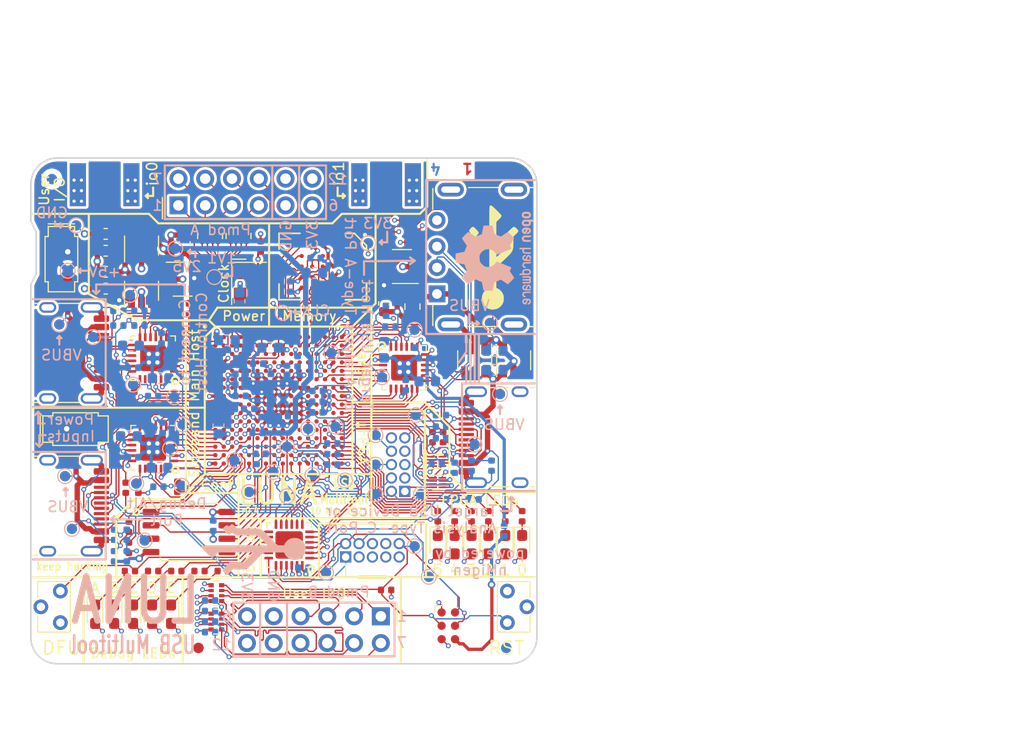
<source format=kicad_pcb>
(kicad_pcb (version 20171130) (host pcbnew "(5.1.10-1-10_14)")
  (title_block (title "LUNA USB Multitool") (date 2021-03-10) (rev r0) (company "Copyright 2019-2021 Great Scott Gadgets") (comment 1 "Katherine J. Temkin") (comment 3 "Licensed under the CERN-OHL-P v2"))
  (layers (0 F.Cu signal) (1 In1.Cu signal hide) (2 In2.Cu signal hide) (31 B.Cu signal) (34 B.Paste user hide) (35 F.Paste user hide) (36 B.SilkS user) (37 F.SilkS user) (38 B.Mask user hide) (39 F.Mask user hide) (44 Edge.Cuts user))
  (net 0 "")
  (net 1 +3V3)
  (net 2 GND)
  (net 3 +5V)
  (net 4 +2V5)
  (net 5 +1V1)
  (net 6 "/FPGA Configuration and Dev Features/D1")
  (net 7 "/FPGA Configuration and Dev Features/D2")
  (net 8 "/FPGA Configuration and Dev Features/D0")
  (net 9 "/FPGA Configuration and Dev Features/D3")
  (net 10 "/FPGA Configuration and Dev Features/FPGA_TDO")
  (net 11 "/FPGA Configuration and Dev Features/~CS_DI")
  (net 12 "/FPGA Configuration and Dev Features/FPGA_CFG0")
  (net 13 "/FPGA Configuration and Dev Features/FPGA_DONE")
  (net 14 "/FPGA Configuration and Dev Features/FPGA_CFG1")
  (net 15 "/FPGA Configuration and Dev Features/~FPGA_PROGRAM")
  (net 16 "/FPGA Configuration and Dev Features/FPGA_CFG2")
  (net 17 "/FPGA Configuration and Dev Features/~FPGA_INIT")
  (net 18 "Net-(C36-Pad1)")
  (net 19 "Net-(C42-Pad1)")
  (net 20 "Net-(C48-Pad1)")
  (net 21 "/Host Section/HOST_VBUS")
  (net 22 "Net-(D10-Pad1)")
  (net 23 "Net-(D11-Pad1)")
  (net 24 "Net-(D12-Pad1)")
  (net 25 "Net-(D13-Pad1)")
  (net 26 "Net-(D14-Pad1)")
  (net 27 "/Host Section/HOST_DATA0")
  (net 28 "/Target Section/TARGET_DATA1")
  (net 29 "/Target Section/TARGET_DATA0")
  (net 30 "/Host Section/HOST_DATA1")
  (net 31 "/Target Section/TARGET_DATA3")
  (net 32 "/Target Section/TARGET_DATA2")
  (net 33 "/Host Section/HOST_DATA2")
  (net 34 "/Target Section/TARGET_DATA4")
  (net 35 "/Target Section/TARGET_DATA5")
  (net 36 "/Target Section/TARGET_DATA6")
  (net 37 "/Host Section/HOST_DATA4")
  (net 38 "/Host Section/HOST_DATA3")
  (net 39 "/Target Section/TARGET_DATA7")
  (net 40 "/Host Section/HOST_DATA6")
  (net 41 "/Host Section/HOST_DATA5")
  (net 42 "/Host Section/HOST_DATA7")
  (net 43 "/Host Section/HOST_STP")
  (net 44 "/Host Section/HOST_NXT")
  (net 45 "/Host Section/HOST_DIR")
  (net 46 "/Sideband Section/SIDEBAND_DATA0")
  (net 47 "/Sideband Section/SIDEBAND_DATA1")
  (net 48 "/Sideband Section/SIDEBAND_DATA2")
  (net 49 "/Sideband Section/SIDEBAND_DATA3")
  (net 50 "/Sideband Section/SIDEBAND_DATA4")
  (net 51 "/FPGA Configuration and Dev Features/FPGA_CONFIG_CLK")
  (net 52 "/Sideband Section/SIDEBAND_DATA6")
  (net 53 "/Sideband Section/SIDEBAND_DATA5")
  (net 54 "/Sideband Section/SIDEBAND_DATA7")
  (net 55 "/Sideband Section/SIDEBAND_STP")
  (net 56 "/Sideband Section/SIDEBAND_DIR")
  (net 57 "/Sideband Section/SIDEBAND_NXT")
  (net 58 "/FPGA Configuration and Dev Features/FPGA_TCK")
  (net 59 "/FPGA Configuration and Dev Features/UC_SWDCLK")
  (net 60 "/FPGA Configuration and Dev Features/UC_SWDIO")
  (net 61 "Net-(R8-Pad2)")
  (net 62 "Net-(R9-Pad2)")
  (net 63 "Net-(R10-Pad2)")
  (net 64 "Net-(R16-Pad2)")
  (net 65 "Net-(R17-Pad2)")
  (net 66 "Net-(R18-Pad2)")
  (net 67 "Net-(R19-Pad2)")
  (net 68 "Net-(R20-Pad2)")
  (net 69 "Net-(R21-Pad2)")
  (net 70 "Net-(D2-Pad1)")
  (net 71 "Net-(D3-Pad1)")
  (net 72 "Net-(D4-Pad1)")
  (net 73 "Net-(D5-Pad1)")
  (net 74 "Net-(D6-Pad1)")
  (net 75 "Net-(D7-Pad1)")
  (net 76 "Net-(IC1-PadB3)")
  (net 77 "Net-(IC1-PadB4)")
  (net 78 "Net-(IC1-PadB5)")
  (net 79 "Net-(IC1-PadB6)")
  (net 80 "Net-(IC1-PadB7)")
  (net 81 "Net-(IC1-PadB8)")
  (net 82 "Net-(IC1-PadC4)")
  (net 83 "Net-(IC1-PadC5)")
  (net 84 "Net-(IC1-PadC6)")
  (net 85 "Net-(IC1-PadC7)")
  (net 86 "Net-(IC1-PadC8)")
  (net 87 "Net-(IC1-PadC9)")
  (net 88 "Net-(IC1-PadC10)")
  (net 89 "Net-(IC1-PadC11)")
  (net 90 "Net-(IC1-PadC12)")
  (net 91 "Net-(IC1-PadC13)")
  (net 92 "Net-(IC1-PadD4)")
  (net 93 "Net-(IC1-PadD5)")
  (net 94 "Net-(IC1-PadD6)")
  (net 95 "Net-(IC1-PadD7)")
  (net 96 "Net-(IC1-PadD8)")
  (net 97 "Net-(IC1-PadD9)")
  (net 98 "Net-(IC1-PadD10)")
  (net 99 "Net-(IC1-PadD11)")
  (net 100 "Net-(IC1-PadD12)")
  (net 101 "Net-(IC1-PadD13)")
  (net 102 "Net-(IC1-PadE4)")
  (net 103 "Net-(IC1-PadE5)")
  (net 104 "Net-(IC1-PadE6)")
  (net 105 "Net-(IC1-PadE7)")
  (net 106 "Net-(IC1-PadE8)")
  (net 107 "Net-(IC1-PadE9)")
  (net 108 "Net-(IC1-PadE10)")
  (net 109 "Net-(IC1-PadE11)")
  (net 110 "Net-(IC1-PadE12)")
  (net 111 "Net-(IC1-PadE13)")
  (net 112 "Net-(IC1-PadF3)")
  (net 113 "Net-(IC1-PadF4)")
  (net 114 "Net-(IC1-PadF5)")
  (net 115 "Net-(IC1-PadG3)")
  (net 116 "Net-(IC1-PadG4)")
  (net 117 "Net-(IC1-PadG5)")
  (net 118 "Net-(IC1-PadG12)")
  (net 119 "Net-(IC1-PadG13)")
  (net 120 "Net-(IC1-PadG14)")
  (net 121 "Net-(IC1-PadH3)")
  (net 122 "Net-(IC1-PadH4)")
  (net 123 "Net-(IC1-PadH5)")
  (net 124 "Net-(IC1-PadH12)")
  (net 125 "Net-(IC1-PadH13)")
  (net 126 "Net-(IC1-PadH14)")
  (net 127 "Net-(IC1-PadJ3)")
  (net 128 "Net-(IC1-PadJ4)")
  (net 129 "Net-(IC1-PadJ5)")
  (net 130 "Net-(IC1-PadJ12)")
  (net 131 "Net-(IC1-PadJ13)")
  (net 132 "Net-(IC1-PadJ14)")
  (net 133 "Net-(IC1-PadK3)")
  (net 134 "Net-(IC1-PadK12)")
  (net 135 "Net-(IC1-PadK13)")
  (net 136 "Net-(IC1-PadK14)")
  (net 137 "Net-(IC1-PadL12)")
  (net 138 "Net-(IC1-PadL13)")
  (net 139 "Net-(IC1-PadM3)")
  (net 140 "Net-(IC1-PadM4)")
  (net 141 "Net-(IC1-PadM5)")
  (net 142 "Net-(IC1-PadM6)")
  (net 143 "Net-(IC1-PadM8)")
  (net 144 "Net-(IC1-PadM9)")
  (net 145 "Net-(IC1-PadM11)")
  (net 146 "Net-(IC1-PadM12)")
  (net 147 "Net-(IC1-PadM13)")
  (net 148 "Net-(IC1-PadM14)")
  (net 149 "Net-(IC1-PadN3)")
  (net 150 "Net-(IC1-PadN4)")
  (net 151 "Net-(IC1-PadN5)")
  (net 152 "Net-(IC1-PadN6)")
  (net 153 "Net-(IC1-PadN11)")
  (net 154 "Net-(IC1-PadN12)")
  (net 155 "Net-(IC1-PadN13)")
  (net 156 "Net-(IC1-PadN14)")
  (net 157 "Net-(IC1-PadP5)")
  (net 158 "Net-(IC1-PadP6)")
  (net 159 "Net-(IC1-PadP7)")
  (net 160 "Net-(IC1-PadP8)")
  (net 161 "Net-(IC1-PadR6)")
  (net 162 "Net-(IC1-PadR7)")
  (net 163 "Net-(IC1-PadR8)")
  (net 164 "Net-(IC1-PadR12)")
  (net 165 "Net-(IC1-PadT6)")
  (net 166 "Net-(J5-Pad7)")
  (net 167 "Net-(J5-Pad10)")
  (net 168 "Net-(J6-Pad8)")
  (net 169 "Net-(J6-Pad7)")
  (net 170 "Net-(J6-Pad6)")
  (net 171 "Net-(U5-Pad4)")
  (net 172 "Net-(U8-Pad20)")
  (net 173 "Net-(U9-Pad20)")
  (net 174 "Net-(U10-PadA2)")
  (net 175 "Net-(U10-PadC2)")
  (net 176 "Net-(U10-PadA5)")
  (net 177 "Net-(U10-PadB5)")
  (net 178 "Net-(U10-PadC5)")
  (net 179 "Net-(U11-Pad20)")
  (net 180 "Net-(IC1-PadP12)")
  (net 181 "/Host Section/HOST_D+")
  (net 182 "/Host Section/HOST_D-")
  (net 183 "/Host Section/HOST_CC2")
  (net 184 "/Host Section/HOST_CC1")
  (net 185 "/FPGA Configuration and Dev Features/SIDEBAND_D+")
  (net 186 "/FPGA Configuration and Dev Features/SIDEBAND_D-")
  (net 187 "/Sideband Section/SIDEBAND_CC2")
  (net 188 "/Sideband Section/SIDEBAND_CC1")
  (net 189 "Net-(IC1-PadT3)")
  (net 190 "Net-(IC1-PadK15)")
  (net 191 "/Target Section/TARGET_SBU2")
  (net 192 "/Target Section/TARGET_SBU1")
  (net 193 "/Right side indicators/TARGET_CC2")
  (net 194 "/Right side indicators/TARGET_CC1")
  (net 195 "/Right side indicators/DEBUG_SPI_COPI")
  (net 196 "/Right side indicators/DEBUG_SPI_CIPO")
  (net 197 "/Right side indicators/DEBUG_SPI_CLK")
  (net 198 "/Right side indicators/DEBUG_SPI_CS")
  (net 199 "/Right side indicators/LED5")
  (net 200 "/Right side indicators/LED3")
  (net 201 "/Right side indicators/LED4")
  (net 202 "/Right side indicators/LED1")
  (net 203 "/Right side indicators/LED2")
  (net 204 "/Right side indicators/LED0")
  (net 205 "/Host Section/HOST_SBU1")
  (net 206 "/Host Section/HOST_SBU2")
  (net 207 "/Sideband Section/SIDEBAND_SBU2")
  (net 208 "/Sideband Section/SIDEBAND_SBU1")
  (net 209 "Net-(U3-Pad4)")
  (net 210 "Net-(U4-Pad4)")
  (net 211 "/Power Supplies/TARGET_VBUS_A")
  (net 212 "/Power Supplies/VBUS_A_TO_C_EN")
  (net 213 "/Power Supplies/VBUS_5V_TO_A_EN")
  (net 214 "/Power Supplies/VBUS_5V_TO_A_FAULT")
  (net 215 "/Power Supplies/VBUS_C_TO_A_FAULT")
  (net 216 "/Power Supplies/VBUS_A_TO_C_FAULT")
  (net 217 "/RAM Section/RAM_DQ7")
  (net 218 "/RAM Section/RAM_DQ5")
  (net 219 "/RAM Section/RAM_DQ0")
  (net 220 "/RAM Section/RAM_DQ3")
  (net 221 "/RAM Section/RAM_RWDS")
  (net 222 "/RAM Section/RAM_DQ6")
  (net 223 "/RAM Section/RAM_DQ1")
  (net 224 "/RAM Section/RAM_DQ4")
  (net 225 "/RAM Section/RAM_DQ2")
  (net 226 "Net-(IC1-PadA2)")
  (net 227 "Net-(IC1-PadA3)")
  (net 228 "Net-(IC1-PadA4)")
  (net 229 "Net-(IC1-PadA5)")
  (net 230 "Net-(IC1-PadA6)")
  (net 231 "Net-(IC1-PadA7)")
  (net 232 "/FPGA Configuration and Dev Features/TARGET_VBUS_C")
  (net 233 "/FPGA Configuration and Dev Features/HALF_TARGET_VBUS_C")
  (net 234 "/FPGA Configuration and Dev Features/SIDEBAND_PHY_1V8")
  (net 235 "/FPGA Configuration and Dev Features/TARGET_PHY_1V8")
  (net 236 "/FPGA Configuration and Dev Features/HOST_PHY_1V8")
  (net 237 "/Sideband Section/SIDEBAND_VBUS")
  (net 238 "/Host Section/USER_IO0")
  (net 239 "/Host Section/USER_IO1")
  (net 240 "/FPGA Configuration and Dev Features/~FPGA_SELF_PROGRAM")
  (net 241 "/Target Section/TARGET_D-")
  (net 242 "/Target Section/TARGET_D+")
  (net 243 "Net-(R11-Pad2)")
  (net 244 /PMOD_B1)
  (net 245 /PMOD_B0)
  (net 246 /PMOD_B7)
  (net 247 /PMOD_B6)
  (net 248 /PMOD_B5)
  (net 249 /PMOD_B4)
  (net 250 /PMOD_B3)
  (net 251 /PMOD_B2)
  (net 252 /PMOD_A0)
  (net 253 /PMOD_A1)
  (net 254 /PMOD_A2)
  (net 255 /PMOD_A3)
  (net 256 /PMOD_A4)
  (net 257 /PMOD_A5)
  (net 258 /PMOD_A6)
  (net 259 /PMOD_A7)
  (net 260 "/Sideband Section/SIDEBAND_CLK")
  (net 261 "/Host Section/~HOST_RESET")
  (net 262 "/Host Section/HOST_CLK")
  (net 263 "/Target Section/TARGET_NXT")
  (net 264 "/Target Section/TARGET_DIR")
  (net 265 "/Target Section/TARGET_STP")
  (net 266 "/Target Section/~TARGET_RESET")
  (net 267 "/Target Section/TARGET_CLK")
  (net 268 "/RAM Section/RAM_CLK")
  (net 269 "/RAM Section/~RAM_RESET")
  (net 270 "/RAM Section/~RAM_CLK")
  (net 271 "/RAM Section/~RAM_CS")
  (net 272 "/FPGA Configuration and Dev Features/~UC_RESET")
  (net 273 "/FPGA Configuration and Dev Features/~FORCE_DFU")
  (net 274 "/FPGA Configuration and Dev Features/~SIDEBAND_RESET")
  (net 275 /FPGA_TMS)
  (net 276 /FPGA_TDI)
  (net 277 "/Clock and Pmod/CLKIN_60MHZ")
  (net 278 "Net-(C5-Pad1)")
  (net 279 "Net-(C19-Pad1)")
  (net 280 "Net-(C21-Pad2)")
  (net 281 "Net-(C23-Pad2)")
  (net 282 "/Power Supplies/VBUS_C_TO_A_EN")
  (net 283 "/Right side indicators/TARGET_CC2_OUTPUT_EN")
  (net 284 "/Right side indicators/TARGET_CC2_INPUT")
  (net 285 "/Right side indicators/TARGET_CC1_INPUT")
  (net 286 "/Right side indicators/TARGET_CC1_OUTPUT_EN")
  (net 287 "/Right side indicators/TARGET_CC1_OUTPUT")
  (net 288 "/Right side indicators/TARGET_CC2_OUTPUT")
  (net 289 "Net-(R38-Pad2)")
  (net 290 "Net-(R39-Pad2)")
  (net 291 "/Host Section/HOST_CC2_INPUT")
  (net 292 "/Host Section/HOST_CC1_INPUT")
  (net 293 "/Sideband Section/SIDEBAND_CC1_INPUT")
  (net 294 "/Sideband Section/SIDEBAND_CC2_INPUT")
  (net 295 "Net-(D9-Pad2)")
  (module Package_DFN_QFN:QFN-24-1EP_4x4mm_P0.5mm_EP2.6x2.6mm (layer F.Cu) (at 115 101.727 180)
    (fp_text reference U6 hide)
    (fp_text value ATSAMD11D14A-MUT hide)
    (pad 24 smd roundrect (at -1.25 -1.9375 180) (size 0.25 0.825) (layers F.Cu F.Paste F.Mask) (net 1 +3V3))
    (pad 23 smd roundrect (at -0.75 -1.9375 180) (size 0.25 0.825) (layers F.Cu F.Paste F.Mask) (net 2 GND))
    (pad 22 smd roundrect (at -0.25 -1.9375 180) (size 0.25 0.825) (layers F.Cu F.Paste F.Mask) (net 185 "/FPGA Configuration and Dev Features/SIDEBAND_D+"))
    (pad 21 smd roundrect (at 0.25 -1.9375 180) (size 0.25 0.825) (layers F.Cu F.Paste F.Mask) (net 186 "/FPGA Configuration and Dev Features/SIDEBAND_D-"))
    (pad 20 smd roundrect (at 0.75 -1.9375 180) (size 0.25 0.825) (layers F.Cu F.Paste F.Mask) (net 60 "/FPGA Configuration and Dev Features/UC_SWDIO"))
    (pad 19 smd roundrect (at 1.25 -1.9375 180) (size 0.25 0.825) (layers F.Cu F.Paste F.Mask) (net 59 "/FPGA Configuration and Dev Features/UC_SWDCLK"))
    (pad 18 smd roundrect (at 1.9375 -1.25 180) (size 0.825 0.25) (layers F.Cu F.Paste F.Mask) (net 272 "/FPGA Configuration and Dev Features/~UC_RESET"))
    (pad 17 smd roundrect (at 1.9375 -0.75 180) (size 0.825 0.25) (layers F.Cu F.Paste F.Mask) (net 243 "Net-(R11-Pad2)"))
    (pad 16 smd roundrect (at 1.9375 -0.25 180) (size 0.825 0.25) (layers F.Cu F.Paste F.Mask) (net 63 "Net-(R10-Pad2)"))
    (pad 15 smd roundrect (at 1.9375 0.25 180) (size 0.825 0.25) (layers F.Cu F.Paste F.Mask) (net 62 "Net-(R9-Pad2)"))
    (pad 14 smd roundrect (at 1.9375 0.75 180) (size 0.825 0.25) (layers F.Cu F.Paste F.Mask) (net 61 "Net-(R8-Pad2)"))
    (pad 13 smd roundrect (at 1.9375 1.25 180) (size 0.825 0.25) (layers F.Cu F.Paste F.Mask) (net 273 "/FPGA Configuration and Dev Features/~FORCE_DFU"))
    (pad 12 smd roundrect (at 1.25 1.9375 180) (size 0.25 0.825) (layers F.Cu F.Paste F.Mask) (net 58 "/FPGA Configuration and Dev Features/FPGA_TCK"))
    (pad 11 smd roundrect (at 0.75 1.9375 180) (size 0.25 0.825) (layers F.Cu F.Paste F.Mask) (net 276 /FPGA_TDI))
    (pad 10 smd roundrect (at 0.25 1.9375 180) (size 0.25 0.825) (layers F.Cu F.Paste F.Mask) (net 275 /FPGA_TMS))
    (pad 9 smd roundrect (at -0.25 1.9375 180) (size 0.25 0.825) (layers F.Cu F.Paste F.Mask) (net 10 "/FPGA Configuration and Dev Features/FPGA_TDO"))
    (pad 8 smd roundrect (at -0.75 1.9375 180) (size 0.25 0.825) (layers F.Cu F.Paste F.Mask) (net 274 "/FPGA Configuration and Dev Features/~SIDEBAND_RESET"))
    (pad 7 smd roundrect (at -1.25 1.9375 180) (size 0.25 0.825) (layers F.Cu F.Paste F.Mask) (net 15 "/FPGA Configuration and Dev Features/~FPGA_PROGRAM"))
    (pad 6 smd roundrect (at -1.9375 1.25 180) (size 0.825 0.25) (layers F.Cu F.Paste F.Mask) (net 4 +2V5))
    (pad 5 smd roundrect (at -1.9375 0.75 180) (size 0.825 0.25) (layers F.Cu F.Paste F.Mask) (net 235 "/FPGA Configuration and Dev Features/TARGET_PHY_1V8"))
    (pad 4 smd roundrect (at -1.9375 0.25 180) (size 0.825 0.25) (layers F.Cu F.Paste F.Mask) (net 233 "/FPGA Configuration and Dev Features/HALF_TARGET_VBUS_C"))
    (pad 3 smd roundrect (at -1.9375 -0.25 180) (size 0.825 0.25) (layers F.Cu F.Paste F.Mask) (net 5 +1V1))
    (pad 2 smd roundrect (at -1.9375 -0.75 180) (size 0.825 0.25) (layers F.Cu F.Paste F.Mask) (net 236 "/FPGA Configuration and Dev Features/HOST_PHY_1V8"))
    (pad 1 smd roundrect (at -1.9375 -1.25 180) (size 0.825 0.25) (layers F.Cu F.Paste F.Mask) (net 234 "/FPGA Configuration and Dev Features/SIDEBAND_PHY_1V8"))
    (pad 25 smd roundrect (at 0 0 180) (size 2.6 2.6) (layers F.Cu F.Mask) (roundrect_rratio 0.096154))
  )
  (module Diode_SMD:D_0402_1005Metric (layer B.Cu) (at 135.4 100.4 270)
    (fp_text reference D9 hide)
    (fp_text value PMEG4010ESBYL)
    (pad 2 smd roundrect (at 0.485 0 270) (size 0.59 0.64) (layers B.Cu B.Paste B.Mask) (net 295 "Net-(D9-Pad2)"))
    (pad 1 smd roundrect (at -0.485 0 270) (size 0.59 0.64) (layers B.Cu B.Paste B.Mask) (net 3 +5V))
  )
  (module TestPoint:TestPoint_Pad_D1.0mm (layer B.Cu) (at 96.4 82)
    (fp_text reference TP41 hide)
    (fp_text value TestPoint)
    (pad 1 smd circle (at 0 0) (size 1 1) (layers B.Cu B.Mask) (net 183 "/Host Section/HOST_CC2"))
  )
  (module TestPoint:TestPoint_Pad_D1.0mm (layer B.Cu) (at 99.9 78)
    (fp_text reference TP40 hide)
    (fp_text value TestPoint)
    (pad 1 smd circle (at 0 0) (size 1 1) (layers B.Cu B.Mask) (net 184 "/Host Section/HOST_CC1"))
  )
  (module TestPoint:TestPoint_Pad_D1.0mm (layer B.Cu) (at 101.3 101.3)
    (fp_text reference TP39 hide)
    (fp_text value TestPoint)
    (pad 1 smd circle (at 0 0) (size 1 1) (layers B.Cu B.Mask) (net 188 "/Sideband Section/SIDEBAND_CC1"))
  )
  (module TestPoint:TestPoint_Pad_D1.0mm (layer B.Cu) (at 94.4 100.2)
    (fp_text reference TP38 hide)
    (fp_text value TestPoint)
    (pad 1 smd circle (at 0 0) (size 1 1) (layers B.Cu B.Mask) (net 187 "/Sideband Section/SIDEBAND_CC2"))
  )
  (module TestPoint:TestPoint_Pad_D1.0mm (layer B.Cu) (at 127 89.4)
    (fp_text reference TP37 hide)
    (fp_text value TestPoint)
    (pad 1 smd circle (at 0 0) (size 1 1) (layers B.Cu B.Mask) (net 193 "/Right side indicators/TARGET_CC2"))
  )
  (module TestPoint:TestPoint_Pad_D1.0mm (layer B.Cu) (at 132.6 92.2)
    (fp_text reference TP36 hide)
    (fp_text value TestPoint)
    (pad 1 smd circle (at 0 0) (size 1 1) (layers B.Cu B.Mask) (net 194 "/Right side indicators/TARGET_CC1"))
  )
  (module Capacitor_SMD:C_0402_1005Metric (layer B.Cu) (at 130.7 94.4 270)
    (fp_text reference C58 hide)
    (fp_text value 0.1uF)
    (pad 2 smd roundrect (at 0.485 0 270) (size 0.59 0.64) (layers B.Cu B.Paste B.Mask) (net 2 GND))
    (pad 1 smd roundrect (at -0.485 0 270) (size 0.59 0.64) (layers B.Cu B.Paste B.Mask) (net 5 +1V1))
  )
  (module luna:SWD_CONNECTOR_LARGE_BOX (layer F.Cu) (at 125.34 94.1 90)
    (fp_text reference J5 hide)
    (fp_text value Conn_FPGA_JTAG_10 hide)
    (pad 10 thru_hole circle (at 2.54 -0.635 90) (size 1.0668 1.0668) (drill 0.7112) (layers *.Cu *.Mask) (net 167 "Net-(J5-Pad10)"))
    (pad 9 thru_hole circle (at 2.54 0.635 90) (size 1.0668 1.0668) (drill 0.7112) (layers *.Cu *.Mask) (net 2 GND))
    (pad 8 thru_hole circle (at 1.27 -0.635 90) (size 1.0668 1.0668) (drill 0.7112) (layers *.Cu *.Mask) (net 276 /FPGA_TDI))
    (pad 7 thru_hole circle (at 1.27 0.635 90) (size 1.0668 1.0668) (drill 0.7112) (layers *.Cu *.Mask) (net 166 "Net-(J5-Pad7)"))
    (pad 6 thru_hole circle (at 0 -0.635 90) (size 1.0668 1.0668) (drill 0.7112) (layers *.Cu *.Mask) (net 10 "/FPGA Configuration and Dev Features/FPGA_TDO"))
    (pad 5 thru_hole circle (at 0 0.635 90) (size 1.0668 1.0668) (drill 0.7112) (layers *.Cu *.Mask) (net 2 GND))
    (pad 4 thru_hole circle (at -1.27 -0.635 90) (size 1.0668 1.0668) (drill 0.7112) (layers *.Cu *.Mask) (net 58 "/FPGA Configuration and Dev Features/FPGA_TCK"))
    (pad 3 thru_hole circle (at -1.27 0.635 90) (size 1.0668 1.0668) (drill 0.7112) (layers *.Cu *.Mask) (net 2 GND))
    (pad 2 thru_hole circle (at -2.54 -0.635 90) (size 1.0668 1.0668) (drill 0.7112) (layers *.Cu *.Mask) (net 275 /FPGA_TMS))
    (pad 1 thru_hole rect (at -2.54 0.635 90) (size 1.0668 1.0668) (drill 0.7112) (layers *.Cu *.Mask) (net 1 +3V3))
  )
  (module luna:X2-DFN1210-8_1.2x1mm_P0.3mm (layer F.Cu) (at 129.1 95.8 180)
    (fp_text reference U14 hide)
    (fp_text value 74AUP2G126)
    (pad 8 smd rect (at 0.4375 -0.45 90) (size 0.15 0.725) (layers F.Cu F.Paste F.Mask) (net 1 +3V3))
    (pad 7 smd rect (at 0.4375 -0.15 90) (size 0.15 0.725) (layers F.Cu F.Paste F.Mask) (net 288 "/Right side indicators/TARGET_CC2_OUTPUT"))
    (pad 6 smd rect (at 0.4375 0.15 90) (size 0.15 0.725) (layers F.Cu F.Paste F.Mask) (net 289 "Net-(R38-Pad2)"))
    (pad 5 smd rect (at 0.4375 0.45 90) (size 0.15 0.725) (layers F.Cu F.Paste F.Mask) (net 288 "/Right side indicators/TARGET_CC2_OUTPUT"))
    (pad 4 smd rect (at -0.4375 0.45 90) (size 0.15 0.725) (layers F.Cu F.Paste F.Mask) (net 2 GND))
    (pad 3 smd rect (at -0.4375 0.15 90) (size 0.15 0.725) (layers F.Cu F.Paste F.Mask) (net 290 "Net-(R39-Pad2)"))
    (pad 2 smd rect (at -0.4375 -0.15 90) (size 0.15 0.725) (layers F.Cu F.Paste F.Mask) (net 287 "/Right side indicators/TARGET_CC1_OUTPUT"))
    (pad 1 smd rect (at -0.4375 -0.45 90) (size 0.15 0.725) (layers F.Cu F.Paste F.Mask) (net 287 "/Right side indicators/TARGET_CC1_OUTPUT"))
  )
  (module luna:X2-DFN1210-8_1.2x1mm_P0.3mm (layer F.Cu) (at 129.1 93.8)
    (fp_text reference U2 hide)
    (fp_text value 74AUP2G126)
    (pad 8 smd rect (at 0.4375 -0.45 270) (size 0.15 0.725) (layers F.Cu F.Paste F.Mask) (net 5 +1V1))
    (pad 7 smd rect (at 0.4375 -0.15 270) (size 0.15 0.725) (layers F.Cu F.Paste F.Mask) (net 283 "/Right side indicators/TARGET_CC2_OUTPUT_EN"))
    (pad 6 smd rect (at 0.4375 0.15 270) (size 0.15 0.725) (layers F.Cu F.Paste F.Mask) (net 194 "/Right side indicators/TARGET_CC1"))
    (pad 5 smd rect (at 0.4375 0.45 270) (size 0.15 0.725) (layers F.Cu F.Paste F.Mask) (net 288 "/Right side indicators/TARGET_CC2_OUTPUT"))
    (pad 4 smd rect (at -0.4375 0.45 270) (size 0.15 0.725) (layers F.Cu F.Paste F.Mask) (net 2 GND))
    (pad 3 smd rect (at -0.4375 0.15 270) (size 0.15 0.725) (layers F.Cu F.Paste F.Mask) (net 193 "/Right side indicators/TARGET_CC2"))
    (pad 2 smd rect (at -0.4375 -0.15 270) (size 0.15 0.725) (layers F.Cu F.Paste F.Mask) (net 287 "/Right side indicators/TARGET_CC1_OUTPUT"))
    (pad 1 smd rect (at -0.4375 -0.45 270) (size 0.15 0.725) (layers F.Cu F.Paste F.Mask) (net 286 "/Right side indicators/TARGET_CC1_OUTPUT_EN"))
  )
  (module Resistor_SMD:R_0402_1005Metric (layer F.Cu) (at 129.6 91.5 270)
    (fp_text reference R49 hide)
    (fp_text value 18.7K±1%)
    (pad 2 smd roundrect (at 0.485 0 270) (size 0.59 0.64) (layers F.Cu F.Paste F.Mask) (net 193 "/Right side indicators/TARGET_CC2"))
    (pad 1 smd roundrect (at -0.485 0 270) (size 0.59 0.64) (layers F.Cu F.Paste F.Mask) (net 284 "/Right side indicators/TARGET_CC2_INPUT"))
  )
  (module Resistor_SMD:R_0402_1005Metric (layer F.Cu) (at 128.6 91.5 270)
    (fp_text reference R48 hide)
    (fp_text value 18.7K±1%)
    (pad 2 smd roundrect (at 0.485 0 270) (size 0.59 0.64) (layers F.Cu F.Paste F.Mask) (net 194 "/Right side indicators/TARGET_CC1"))
    (pad 1 smd roundrect (at -0.485 0 270) (size 0.59 0.64) (layers F.Cu F.Paste F.Mask) (net 285 "/Right side indicators/TARGET_CC1_INPUT"))
  )
  (module Capacitor_SMD:C_0402_1005Metric (layer B.Cu) (at 129.4 89.4 180)
    (fp_text reference C57 hide)
    (fp_text value 390pF)
    (pad 2 smd roundrect (at 0.485 0 180) (size 0.59 0.64) (layers B.Cu B.Paste B.Mask) (net 2 GND))
    (pad 1 smd roundrect (at -0.485 0 180) (size 0.59 0.64) (layers B.Cu B.Paste B.Mask) (net 193 "/Right side indicators/TARGET_CC2"))
  )
  (module Capacitor_SMD:C_0402_1005Metric (layer B.Cu) (at 132.3 94.2 270)
    (fp_text reference C56 hide)
    (fp_text value 390pF)
    (pad 2 smd roundrect (at 0.485 0 270) (size 0.59 0.64) (layers B.Cu B.Paste B.Mask) (net 2 GND))
    (pad 1 smd roundrect (at -0.485 0 270) (size 0.59 0.64) (layers B.Cu B.Paste B.Mask) (net 194 "/Right side indicators/TARGET_CC1"))
  )
  (module Resistor_SMD:R_0402_1005Metric (layer F.Cu) (at 99.8 102 270)
    (fp_text reference R47 hide)
    (fp_text value 18.7K±1%)
    (pad 2 smd roundrect (at 0.485 0 270) (size 0.59 0.64) (layers F.Cu F.Paste F.Mask) (net 188 "/Sideband Section/SIDEBAND_CC1"))
    (pad 1 smd roundrect (at -0.485 0 270) (size 0.59 0.64) (layers F.Cu F.Paste F.Mask) (net 293 "/Sideband Section/SIDEBAND_CC1_INPUT"))
  )
  (module Resistor_SMD:R_0402_1005Metric (layer F.Cu) (at 99.8 100 270)
    (fp_text reference R46 hide)
    (fp_text value 18.7K±1%)
    (pad 2 smd roundrect (at 0.485 0 270) (size 0.59 0.64) (layers F.Cu F.Paste F.Mask) (net 187 "/Sideband Section/SIDEBAND_CC2"))
    (pad 1 smd roundrect (at -0.485 0 270) (size 0.59 0.64) (layers F.Cu F.Paste F.Mask) (net 294 "/Sideband Section/SIDEBAND_CC2_INPUT"))
  )
  (module Resistor_SMD:R_0402_1005Metric (layer F.Cu) (at 105 78.8 180)
    (fp_text reference R45 hide)
    (fp_text value 18.7K±1%)
    (pad 2 smd roundrect (at 0.485 0 180) (size 0.59 0.64) (layers F.Cu F.Paste F.Mask) (net 184 "/Host Section/HOST_CC1"))
    (pad 1 smd roundrect (at -0.485 0 180) (size 0.59 0.64) (layers F.Cu F.Paste F.Mask) (net 292 "/Host Section/HOST_CC1_INPUT"))
  )
  (module Resistor_SMD:R_0402_1005Metric (layer F.Cu) (at 105 79.8 180)
    (fp_text reference R44 hide)
    (fp_text value 18.7K±1%)
    (pad 2 smd roundrect (at 0.485 0 180) (size 0.59 0.64) (layers F.Cu F.Paste F.Mask) (net 183 "/Host Section/HOST_CC2"))
    (pad 1 smd roundrect (at -0.485 0 180) (size 0.59 0.64) (layers F.Cu F.Paste F.Mask) (net 291 "/Host Section/HOST_CC2_INPUT"))
  )
  (module Capacitor_SMD:C_0402_1005Metric (layer B.Cu) (at 100.8 79.5)
    (fp_text reference C52 hide)
    (fp_text value 390pF)
    (pad 2 smd roundrect (at 0.485 0) (size 0.59 0.64) (layers B.Cu B.Paste B.Mask) (net 2 GND))
    (pad 1 smd roundrect (at -0.485 0) (size 0.59 0.64) (layers B.Cu B.Paste B.Mask) (net 184 "/Host Section/HOST_CC1"))
  )
  (module Capacitor_SMD:C_0402_1005Metric (layer B.Cu) (at 100.8 80.9)
    (fp_text reference C51 hide)
    (fp_text value 390pF)
    (pad 2 smd roundrect (at 0.485 0) (size 0.59 0.64) (layers B.Cu B.Paste B.Mask) (net 2 GND))
    (pad 1 smd roundrect (at -0.485 0) (size 0.59 0.64) (layers B.Cu B.Paste B.Mask) (net 183 "/Host Section/HOST_CC2"))
  )
  (module Capacitor_SMD:C_0402_1005Metric (layer B.Cu) (at 98.4 102.8 270)
    (fp_text reference C47 hide)
    (fp_text value 390pF)
    (pad 2 smd roundrect (at 0.485 0 270) (size 0.59 0.64) (layers B.Cu B.Paste B.Mask) (net 2 GND))
    (pad 1 smd roundrect (at -0.485 0 270) (size 0.59 0.64) (layers B.Cu B.Paste B.Mask) (net 187 "/Sideband Section/SIDEBAND_CC2"))
  )
  (module Capacitor_SMD:C_0402_1005Metric (layer B.Cu) (at 99.6 102.8 270)
    (fp_text reference C25 hide)
    (fp_text value 390pF)
    (pad 2 smd roundrect (at 0.485 0 270) (size 0.59 0.64) (layers B.Cu B.Paste B.Mask) (net 2 GND))
    (pad 1 smd roundrect (at -0.485 0 270) (size 0.59 0.64) (layers B.Cu B.Paste B.Mask) (net 188 "/Sideband Section/SIDEBAND_CC1"))
  )
  (module Resistor_SMD:R_Array_Convex_4x0402 (layer F.Cu) (at 108.1 106.3)
    (fp_text reference RN3 hide)
    (fp_text value 33 hide)
    (pad 1 smd rect (at -0.5 -0.75) (size 0.5 0.4) (layers F.Cu F.Paste F.Mask) (net 141 "Net-(IC1-PadM5)"))
    (pad 3 smd rect (at -0.5 0.25) (size 0.5 0.3) (layers F.Cu F.Paste F.Mask) (net 140 "Net-(IC1-PadM4)"))
    (pad 2 smd rect (at -0.5 -0.25) (size 0.5 0.3) (layers F.Cu F.Paste F.Mask) (net 151 "Net-(IC1-PadN5)"))
    (pad 4 smd rect (at -0.5 0.75) (size 0.5 0.4) (layers F.Cu F.Paste F.Mask) (net 149 "Net-(IC1-PadN3)"))
    (pad 7 smd rect (at 0.5 -0.25) (size 0.5 0.3) (layers F.Cu F.Paste F.Mask) (net 244 /PMOD_B1))
    (pad 8 smd rect (at 0.5 -0.75) (size 0.5 0.4) (layers F.Cu F.Paste F.Mask) (net 245 /PMOD_B0))
    (pad 6 smd rect (at 0.5 0.25) (size 0.5 0.3) (layers F.Cu F.Paste F.Mask) (net 251 /PMOD_B2))
    (pad 5 smd rect (at 0.5 0.75) (size 0.5 0.4) (layers F.Cu F.Paste F.Mask) (net 250 /PMOD_B3))
  )
  (module Capacitor_SMD:C_0402_1005Metric (layer B.Cu) (at 107.5 109)
    (fp_text reference C19 hide)
    (fp_text value 0.1uF hide)
    (pad 2 smd roundrect (at 0.485 0) (size 0.59 0.64) (layers B.Cu B.Paste B.Mask) (net 248 /PMOD_B5))
    (pad 1 smd roundrect (at -0.485 0) (size 0.59 0.64) (layers B.Cu B.Paste B.Mask) (net 279 "Net-(C19-Pad1)"))
  )
  (module Capacitor_SMD:C_0402_1005Metric (layer B.Cu) (at 107.5 110 180)
    (fp_text reference C23 hide)
    (fp_text value 0.1uF hide)
    (pad 2 smd roundrect (at 0.485 0 180) (size 0.59 0.64) (layers B.Cu B.Paste B.Mask) (net 281 "Net-(C23-Pad2)"))
    (pad 1 smd roundrect (at -0.485 0 180) (size 0.59 0.64) (layers B.Cu B.Paste B.Mask) (net 249 /PMOD_B4))
  )
  (module Capacitor_SMD:C_0402_1005Metric (layer B.Cu) (at 107.5 107 180)
    (fp_text reference C21 hide)
    (fp_text value 0.1uF hide)
    (pad 1 smd roundrect (at -0.485 0 180) (size 0.59 0.64) (layers B.Cu B.Paste B.Mask) (net 247 /PMOD_B6))
    (pad 2 smd roundrect (at 0.485 0 180) (size 0.59 0.64) (layers B.Cu B.Paste B.Mask) (net 280 "Net-(C21-Pad2)"))
  )
  (module Capacitor_SMD:C_0402_1005Metric (layer B.Cu) (at 107.5 108)
    (fp_text reference C5 hide)
    (fp_text value 0.1uF hide)
    (pad 1 smd roundrect (at -0.485 0) (size 0.59 0.64) (layers B.Cu B.Paste B.Mask) (net 278 "Net-(C5-Pad1)"))
    (pad 2 smd roundrect (at 0.485 0) (size 0.59 0.64) (layers B.Cu B.Paste B.Mask) (net 246 /PMOD_B7))
  )
  (module luna:BGA-24_5x5_6.0x8.0mm (layer F.Cu) (at 118.191 75.3 270)
    (fp_text reference U10)
    (fp_text value HyperRAM hide)
    (pad E5 smd circle (at 2 2 270) (size 0.4 0.4) (layers F.Cu F.Paste F.Mask) (net 2 GND))
    (pad D5 smd circle (at 2 1 270) (size 0.4 0.4) (layers F.Cu F.Paste F.Mask) (net 224 "/RAM Section/RAM_DQ4"))
    (pad C5 smd circle (at 2 0 270) (size 0.4 0.4) (layers F.Cu F.Paste F.Mask) (net 178 "Net-(U10-PadC5)"))
    (pad B5 smd circle (at 2 -1 270) (size 0.4 0.4) (layers F.Cu F.Paste F.Mask) (net 177 "Net-(U10-PadB5)"))
    (pad A5 smd circle (at 2 -2 270) (size 0.4 0.4) (layers F.Cu F.Paste F.Mask) (net 176 "Net-(U10-PadA5)"))
    (pad E4 smd circle (at 1 2 270) (size 0.4 0.4) (layers F.Cu F.Paste F.Mask) (net 1 +3V3))
    (pad D4 smd circle (at 1 1 270) (size 0.4 0.4) (layers F.Cu F.Paste F.Mask) (net 220 "/RAM Section/RAM_DQ3"))
    (pad C4 smd circle (at 1 0 270) (size 0.4 0.4) (layers F.Cu F.Paste F.Mask) (net 225 "/RAM Section/RAM_DQ2"))
    (pad B4 smd circle (at 1 -1 270) (size 0.4 0.4) (layers F.Cu F.Paste F.Mask) (net 1 +3V3))
    (pad A4 smd circle (at 1 -2 270) (size 0.4 0.4) (layers F.Cu F.Paste F.Mask) (net 269 "/RAM Section/~RAM_RESET"))
    (pad E3 smd circle (at 0 2 270) (size 0.4 0.4) (layers F.Cu F.Paste F.Mask) (net 218 "/RAM Section/RAM_DQ5"))
    (pad D3 smd circle (at 0 1 270) (size 0.4 0.4) (layers F.Cu F.Paste F.Mask) (net 219 "/RAM Section/RAM_DQ0"))
    (pad C3 smd circle (at 0 0 270) (size 0.4 0.4) (layers F.Cu F.Paste F.Mask) (net 221 "/RAM Section/RAM_RWDS"))
    (pad B3 smd circle (at 0 -1 270) (size 0.4 0.4) (layers F.Cu F.Paste F.Mask) (net 2 GND))
    (pad A3 smd circle (at 0 -2 270) (size 0.4 0.4) (layers F.Cu F.Paste F.Mask) (net 271 "/RAM Section/~RAM_CS"))
    (pad E2 smd circle (at -1 2 270) (size 0.4 0.4) (layers F.Cu F.Paste F.Mask) (net 222 "/RAM Section/RAM_DQ6"))
    (pad D2 smd circle (at -1 1 270) (size 0.4 0.4) (layers F.Cu F.Paste F.Mask) (net 223 "/RAM Section/RAM_DQ1"))
    (pad C2 smd circle (at -1 0 270) (size 0.4 0.4) (layers F.Cu F.Paste F.Mask) (net 175 "Net-(U10-PadC2)"))
    (pad B2 smd circle (at -1 -1 270) (size 0.4 0.4) (layers F.Cu F.Paste F.Mask) (net 268 "/RAM Section/RAM_CLK"))
    (pad A2 smd circle (at -1 -2 270) (size 0.4 0.4) (layers F.Cu F.Paste F.Mask) (net 174 "Net-(U10-PadA2)"))
    (pad E1 smd circle (at -2 2 270) (size 0.4 0.4) (layers F.Cu F.Paste F.Mask) (net 217 "/RAM Section/RAM_DQ7"))
    (pad D1 smd circle (at -2 1 270) (size 0.4 0.4) (layers F.Cu F.Paste F.Mask) (net 1 +3V3))
    (pad C1 smd circle (at -2 0 270) (size 0.4 0.4) (layers F.Cu F.Paste F.Mask) (net 2 GND))
    (pad B1 smd circle (at -2 -1 270) (size 0.4 0.4) (layers F.Cu F.Paste F.Mask) (net 270 "/RAM Section/~RAM_CLK"))
  )
  (module luna:lattice_cabga256 (layer F.Cu) (at 114 88)
    (fp_text reference IC1 hide)
    (fp_text value ECP5-BGA256 hide)
    (pad A1 smd circle (at -6 -6 90) (size 0.41 0.41) (layers F.Cu F.Paste F.Mask) (net 2 GND))
    (pad A2 smd circle (at -5.2 -6 90) (size 0.41 0.41) (layers F.Cu F.Paste F.Mask) (net 226 "Net-(IC1-PadA2)"))
    (pad A3 smd circle (at -4.4 -6 90) (size 0.41 0.41) (layers F.Cu F.Paste F.Mask) (net 227 "Net-(IC1-PadA3)"))
    (pad A4 smd circle (at -3.6 -6 90) (size 0.41 0.41) (layers F.Cu F.Paste F.Mask) (net 228 "Net-(IC1-PadA4)"))
    (pad A5 smd circle (at -2.8 -6 90) (size 0.41 0.41) (layers F.Cu F.Paste F.Mask) (net 229 "Net-(IC1-PadA5)"))
    (pad A6 smd circle (at -2 -6 90) (size 0.41 0.41) (layers F.Cu F.Paste F.Mask) (net 230 "Net-(IC1-PadA6)"))
    (pad A7 smd circle (at -1.2 -6 90) (size 0.41 0.41) (layers F.Cu F.Paste F.Mask) (net 231 "Net-(IC1-PadA7)"))
    (pad A8 smd circle (at -0.4 -6 90) (size 0.41 0.41) (layers F.Cu F.Paste F.Mask) (net 277 "/Clock and Pmod/CLKIN_60MHZ"))
    (pad A9 smd circle (at 0.4 -6 90) (size 0.41 0.41) (layers F.Cu F.Paste F.Mask) (net 217 "/RAM Section/RAM_DQ7"))
    (pad A10 smd circle (at 1.2 -6 90) (size 0.41 0.41) (layers F.Cu F.Paste F.Mask) (net 218 "/RAM Section/RAM_DQ5"))
    (pad A11 smd circle (at 2 -6 90) (size 0.41 0.41) (layers F.Cu F.Paste F.Mask) (net 219 "/RAM Section/RAM_DQ0"))
    (pad A12 smd circle (at 2.8 -6 90) (size 0.41 0.41) (layers F.Cu F.Paste F.Mask) (net 220 "/RAM Section/RAM_DQ3"))
    (pad A13 smd circle (at 3.6 -6 90) (size 0.41 0.41) (layers F.Cu F.Paste F.Mask) (net 221 "/RAM Section/RAM_RWDS"))
    (pad A14 smd circle (at 4.4 -6 90) (size 0.41 0.41) (layers F.Cu F.Paste F.Mask) (net 271 "/RAM Section/~RAM_CS"))
    (pad A15 smd circle (at 5.2 -6 90) (size 0.41 0.41) (layers F.Cu F.Paste F.Mask) (net 270 "/RAM Section/~RAM_CLK"))
    (pad A16 smd circle (at 6 -6 90) (size 0.41 0.41) (layers F.Cu F.Paste F.Mask) (net 2 GND))
    (pad B1 smd circle (at -6 -5.2 90) (size 0.41 0.41) (layers F.Cu F.Paste F.Mask) (net 291 "/Host Section/HOST_CC2_INPUT"))
    (pad B2 smd circle (at -5.2 -5.2 90) (size 0.41 0.41) (layers F.Cu F.Paste F.Mask) (net 292 "/Host Section/HOST_CC1_INPUT"))
    (pad B3 smd circle (at -4.4 -5.2 90) (size 0.41 0.41) (layers F.Cu F.Paste F.Mask) (net 76 "Net-(IC1-PadB3)"))
    (pad B4 smd circle (at -3.6 -5.2 90) (size 0.41 0.41) (layers F.Cu F.Paste F.Mask) (net 77 "Net-(IC1-PadB4)"))
    (pad B5 smd circle (at -2.8 -5.2 90) (size 0.41 0.41) (layers F.Cu F.Paste F.Mask) (net 78 "Net-(IC1-PadB5)"))
    (pad B6 smd circle (at -2 -5.2 90) (size 0.41 0.41) (layers F.Cu F.Paste F.Mask) (net 79 "Net-(IC1-PadB6)"))
    (pad B7 smd circle (at -1.2 -5.2 90) (size 0.41 0.41) (layers F.Cu F.Paste F.Mask) (net 80 "Net-(IC1-PadB7)"))
    (pad B8 smd circle (at -0.4 -5.2 90) (size 0.41 0.41) (layers F.Cu F.Paste F.Mask) (net 81 "Net-(IC1-PadB8)"))
    (pad B9 smd circle (at 0.4 -5.2 90) (size 0.41 0.41) (layers F.Cu F.Paste F.Mask) (net 222 "/RAM Section/RAM_DQ6"))
    (pad B10 smd circle (at 1.2 -5.2 90) (size 0.41 0.41) (layers F.Cu F.Paste F.Mask) (net 223 "/RAM Section/RAM_DQ1"))
    (pad B11 smd circle (at 2 -5.2 90) (size 0.41 0.41) (layers F.Cu F.Paste F.Mask) (net 224 "/RAM Section/RAM_DQ4"))
    (pad B12 smd circle (at 2.8 -5.2 90) (size 0.41 0.41) (layers F.Cu F.Paste F.Mask) (net 225 "/RAM Section/RAM_DQ2"))
    (pad B13 smd circle (at 3.6 -5.2 90) (size 0.41 0.41) (layers F.Cu F.Paste F.Mask) (net 269 "/RAM Section/~RAM_RESET"))
    (pad B14 smd circle (at 4.4 -5.2 90) (size 0.41 0.41) (layers F.Cu F.Paste F.Mask) (net 268 "/RAM Section/RAM_CLK"))
    (pad B15 smd circle (at 5.2 -5.2 90) (size 0.41 0.41) (layers F.Cu F.Paste F.Mask) (net 214 "/Power Supplies/VBUS_5V_TO_A_FAULT"))
    (pad B16 smd circle (at 6 -5.2 90) (size 0.41 0.41) (layers F.Cu F.Paste F.Mask) (net 282 "/Power Supplies/VBUS_C_TO_A_EN"))
    (pad C1 smd circle (at -6 -4.4 90) (size 0.41 0.41) (layers F.Cu F.Paste F.Mask) (net 40 "/Host Section/HOST_DATA6"))
    (pad C2 smd circle (at -5.2 -4.4 90) (size 0.41 0.41) (layers F.Cu F.Paste F.Mask) (net 42 "/Host Section/HOST_DATA7"))
    (pad C3 smd circle (at -4.4 -4.4 90) (size 0.41 0.41) (layers F.Cu F.Paste F.Mask) (net 238 "/Host Section/USER_IO0"))
    (pad C4 smd circle (at -3.6 -4.4 90) (size 0.41 0.41) (layers F.Cu F.Paste F.Mask) (net 82 "Net-(IC1-PadC4)"))
    (pad C5 smd circle (at -2.8 -4.4 90) (size 0.41 0.41) (layers F.Cu F.Paste F.Mask) (net 83 "Net-(IC1-PadC5)"))
    (pad C6 smd circle (at -2 -4.4 90) (size 0.41 0.41) (layers F.Cu F.Paste F.Mask) (net 84 "Net-(IC1-PadC6)"))
    (pad C7 smd circle (at -1.2 -4.4 90) (size 0.41 0.41) (layers F.Cu F.Paste F.Mask) (net 85 "Net-(IC1-PadC7)"))
    (pad C8 smd circle (at -0.4 -4.4 90) (size 0.41 0.41) (layers F.Cu F.Paste F.Mask) (net 86 "Net-(IC1-PadC8)"))
    (pad C9 smd circle (at 0.4 -4.4 90) (size 0.41 0.41) (layers F.Cu F.Paste F.Mask) (net 87 "Net-(IC1-PadC9)"))
    (pad C10 smd circle (at 1.2 -4.4 90) (size 0.41 0.41) (layers F.Cu F.Paste F.Mask) (net 88 "Net-(IC1-PadC10)"))
    (pad C11 smd circle (at 2 -4.4 90) (size 0.41 0.41) (layers F.Cu F.Paste F.Mask) (net 89 "Net-(IC1-PadC11)"))
    (pad C12 smd circle (at 2.8 -4.4 90) (size 0.41 0.41) (layers F.Cu F.Paste F.Mask) (net 90 "Net-(IC1-PadC12)"))
    (pad C13 smd circle (at 3.6 -4.4 90) (size 0.41 0.41) (layers F.Cu F.Paste F.Mask) (net 91 "Net-(IC1-PadC13)"))
    (pad C14 smd circle (at 4.4 -4.4 90) (size 0.41 0.41) (layers F.Cu F.Paste F.Mask) (net 213 "/Power Supplies/VBUS_5V_TO_A_EN"))
    (pad C15 smd circle (at 5.2 -4.4 90) (size 0.41 0.41) (layers F.Cu F.Paste F.Mask) (net 267 "/Target Section/TARGET_CLK"))
    (pad C16 smd circle (at 6 -4.4 90) (size 0.41 0.41) (layers F.Cu F.Paste F.Mask) (net 266 "/Target Section/~TARGET_RESET"))
    (pad D1 smd circle (at -6 -3.6 90) (size 0.41 0.41) (layers F.Cu F.Paste F.Mask) (net 37 "/Host Section/HOST_DATA4"))
    (pad D2 smd circle (at -5.2 -3.6 90) (size 0.41 0.41) (layers F.Cu F.Paste F.Mask) (net 2 GND))
    (pad D3 smd circle (at -4.4 -3.6 90) (size 0.41 0.41) (layers F.Cu F.Paste F.Mask) (net 239 "/Host Section/USER_IO1"))
    (pad D4 smd circle (at -3.6 -3.6 90) (size 0.41 0.41) (layers F.Cu F.Paste F.Mask) (net 92 "Net-(IC1-PadD4)"))
    (pad D5 smd circle (at -2.8 -3.6 90) (size 0.41 0.41) (layers F.Cu F.Paste F.Mask) (net 93 "Net-(IC1-PadD5)"))
    (pad D6 smd circle (at -2 -3.6 90) (size 0.41 0.41) (layers F.Cu F.Paste F.Mask) (net 94 "Net-(IC1-PadD6)"))
    (pad D7 smd circle (at -1.2 -3.6 90) (size 0.41 0.41) (layers F.Cu F.Paste F.Mask) (net 95 "Net-(IC1-PadD7)"))
    (pad D8 smd circle (at -0.4 -3.6 90) (size 0.41 0.41) (layers F.Cu F.Paste F.Mask) (net 96 "Net-(IC1-PadD8)"))
    (pad D9 smd circle (at 0.4 -3.6 90) (size 0.41 0.41) (layers F.Cu F.Paste F.Mask) (net 97 "Net-(IC1-PadD9)"))
    (pad D10 smd circle (at 1.2 -3.6 90) (size 0.41 0.41) (layers F.Cu F.Paste F.Mask) (net 98 "Net-(IC1-PadD10)"))
    (pad D11 smd circle (at 2 -3.6 90) (size 0.41 0.41) (layers F.Cu F.Paste F.Mask) (net 99 "Net-(IC1-PadD11)"))
    (pad D12 smd circle (at 2.8 -3.6 90) (size 0.41 0.41) (layers F.Cu F.Paste F.Mask) (net 100 "Net-(IC1-PadD12)"))
    (pad D13 smd circle (at 3.6 -3.6 90) (size 0.41 0.41) (layers F.Cu F.Paste F.Mask) (net 101 "Net-(IC1-PadD13)"))
    (pad D14 smd circle (at 4.4 -3.6 90) (size 0.41 0.41) (layers F.Cu F.Paste F.Mask) (net 265 "/Target Section/TARGET_STP"))
    (pad D15 smd circle (at 5.2 -3.6 90) (size 0.41 0.41) (layers F.Cu F.Paste F.Mask) (net 2 GND))
    (pad D16 smd circle (at 6 -3.6 90) (size 0.41 0.41) (layers F.Cu F.Paste F.Mask) (net 264 "/Target Section/TARGET_DIR"))
    (pad E1 smd circle (at -6 -2.8 90) (size 0.41 0.41) (layers F.Cu F.Paste F.Mask) (net 33 "/Host Section/HOST_DATA2"))
    (pad E2 smd circle (at -5.2 -2.8 90) (size 0.41 0.41) (layers F.Cu F.Paste F.Mask) (net 38 "/Host Section/HOST_DATA3"))
    (pad E3 smd circle (at -4.4 -2.8 90) (size 0.41 0.41) (layers F.Cu F.Paste F.Mask) (net 41 "/Host Section/HOST_DATA5"))
    (pad E4 smd circle (at -3.6 -2.8 90) (size 0.41 0.41) (layers F.Cu F.Paste F.Mask) (net 102 "Net-(IC1-PadE4)"))
    (pad E5 smd circle (at -2.8 -2.8 90) (size 0.41 0.41) (layers F.Cu F.Paste F.Mask) (net 103 "Net-(IC1-PadE5)"))
    (pad E6 smd circle (at -2 -2.8 90) (size 0.41 0.41) (layers F.Cu F.Paste F.Mask) (net 104 "Net-(IC1-PadE6)"))
    (pad E7 smd circle (at -1.2 -2.8 90) (size 0.41 0.41) (layers F.Cu F.Paste F.Mask) (net 105 "Net-(IC1-PadE7)"))
    (pad E8 smd circle (at -0.4 -2.8 90) (size 0.41 0.41) (layers F.Cu F.Paste F.Mask) (net 106 "Net-(IC1-PadE8)"))
    (pad E9 smd circle (at 0.4 -2.8 90) (size 0.41 0.41) (layers F.Cu F.Paste F.Mask) (net 107 "Net-(IC1-PadE9)"))
    (pad E10 smd circle (at 1.2 -2.8 90) (size 0.41 0.41) (layers F.Cu F.Paste F.Mask) (net 108 "Net-(IC1-PadE10)"))
    (pad E11 smd circle (at 2 -2.8 90) (size 0.41 0.41) (layers F.Cu F.Paste F.Mask) (net 109 "Net-(IC1-PadE11)"))
    (pad E12 smd circle (at 2.8 -2.8 90) (size 0.41 0.41) (layers F.Cu F.Paste F.Mask) (net 110 "Net-(IC1-PadE12)"))
    (pad E13 smd circle (at 3.6 -2.8 90) (size 0.41 0.41) (layers F.Cu F.Paste F.Mask) (net 111 "Net-(IC1-PadE13)"))
    (pad E14 smd circle (at 4.4 -2.8 90) (size 0.41 0.41) (layers F.Cu F.Paste F.Mask) (net 216 "/Power Supplies/VBUS_A_TO_C_FAULT"))
    (pad E15 smd circle (at 5.2 -2.8 90) (size 0.41 0.41) (layers F.Cu F.Paste F.Mask) (net 263 "/Target Section/TARGET_NXT"))
    (pad E16 smd circle (at 6 -2.8 90) (size 0.41 0.41) (layers F.Cu F.Paste F.Mask) (net 29 "/Target Section/TARGET_DATA0"))
    (pad F1 smd circle (at -6 -2 90) (size 0.41 0.41) (layers F.Cu F.Paste F.Mask) (net 27 "/Host Section/HOST_DATA0"))
    (pad F2 smd circle (at -5.2 -2 90) (size 0.41 0.41) (layers F.Cu F.Paste F.Mask) (net 30 "/Host Section/HOST_DATA1"))
    (pad F3 smd circle (at -4.4 -2 90) (size 0.41 0.41) (layers F.Cu F.Paste F.Mask) (net 112 "Net-(IC1-PadF3)"))
    (pad F4 smd circle (at -3.6 -2 90) (size 0.41 0.41) (layers F.Cu F.Paste F.Mask) (net 113 "Net-(IC1-PadF4)"))
    (pad F5 smd circle (at -2.8 -2 90) (size 0.41 0.41) (layers F.Cu F.Paste F.Mask) (net 114 "Net-(IC1-PadF5)"))
    (pad F6 smd circle (at -2 -2 90) (size 0.41 0.41) (layers F.Cu F.Paste F.Mask) (net 1 +3V3))
    (pad F7 smd circle (at -1.2 -2 90) (size 0.41 0.41) (layers F.Cu F.Paste F.Mask) (net 1 +3V3))
    (pad F8 smd circle (at -0.4 -2 90) (size 0.41 0.41) (layers F.Cu F.Paste F.Mask) (net 2 GND))
    (pad F9 smd circle (at 0.4 -2 90) (size 0.41 0.41) (layers F.Cu F.Paste F.Mask) (net 2 GND))
    (pad F10 smd circle (at 1.2 -2 90) (size 0.41 0.41) (layers F.Cu F.Paste F.Mask) (net 1 +3V3))
    (pad F11 smd circle (at 2 -2 90) (size 0.41 0.41) (layers F.Cu F.Paste F.Mask) (net 1 +3V3))
    (pad F12 smd circle (at 2.8 -2 90) (size 0.41 0.41) (layers F.Cu F.Paste F.Mask) (net 215 "/Power Supplies/VBUS_C_TO_A_FAULT"))
    (pad F13 smd circle (at 3.6 -2 90) (size 0.41 0.41) (layers F.Cu F.Paste F.Mask) (net 212 "/Power Supplies/VBUS_A_TO_C_EN"))
    (pad F14 smd circle (at 4.4 -2 90) (size 0.41 0.41) (layers F.Cu F.Paste F.Mask) (net 28 "/Target Section/TARGET_DATA1"))
    (pad F15 smd circle (at 5.2 -2 90) (size 0.41 0.41) (layers F.Cu F.Paste F.Mask) (net 31 "/Target Section/TARGET_DATA3"))
    (pad F16 smd circle (at 6 -2 90) (size 0.41 0.41) (layers F.Cu F.Paste F.Mask) (net 32 "/Target Section/TARGET_DATA2"))
    (pad G1 smd circle (at -6 -1.2 90) (size 0.41 0.41) (layers F.Cu F.Paste F.Mask) (net 45 "/Host Section/HOST_DIR"))
    (pad G2 smd circle (at -5.2 -1.2 90) (size 0.41 0.41) (layers F.Cu F.Paste F.Mask) (net 44 "/Host Section/HOST_NXT"))
    (pad G3 smd circle (at -4.4 -1.2 90) (size 0.41 0.41) (layers F.Cu F.Paste F.Mask) (net 115 "Net-(IC1-PadG3)"))
    (pad G4 smd circle (at -3.6 -1.2 90) (size 0.41 0.41) (layers F.Cu F.Paste F.Mask) (net 116 "Net-(IC1-PadG4)"))
    (pad G5 smd circle (at -2.8 -1.2 90) (size 0.41 0.41) (layers F.Cu F.Paste F.Mask) (net 117 "Net-(IC1-PadG5)"))
    (pad G6 smd circle (at -2 -1.2 90) (size 0.41 0.41) (layers F.Cu F.Paste F.Mask) (net 5 +1V1))
    (pad G7 smd circle (at -1.2 -1.2 90) (size 0.41 0.41) (layers F.Cu F.Paste F.Mask) (net 5 +1V1))
    (pad G8 smd circle (at -0.4 -1.2 90) (size 0.41 0.41) (layers F.Cu F.Paste F.Mask) (net 2 GND))
    (pad G9 smd circle (at 0.4 -1.2 90) (size 0.41 0.41) (layers F.Cu F.Paste F.Mask) (net 5 +1V1))
    (pad G10 smd circle (at 1.2 -1.2 90) (size 0.41 0.41) (layers F.Cu F.Paste F.Mask) (net 2 GND))
    (pad G11 smd circle (at 2 -1.2 90) (size 0.41 0.41) (layers F.Cu F.Paste F.Mask) (net 4 +2V5))
    (pad G12 smd circle (at 2.8 -1.2 90) (size 0.41 0.41) (layers F.Cu F.Paste F.Mask) (net 118 "Net-(IC1-PadG12)"))
    (pad G13 smd circle (at 3.6 -1.2 90) (size 0.41 0.41) (layers F.Cu F.Paste F.Mask) (net 119 "Net-(IC1-PadG13)"))
    (pad G14 smd circle (at 4.4 -1.2 90) (size 0.41 0.41) (layers F.Cu F.Paste F.Mask) (net 120 "Net-(IC1-PadG14)"))
    (pad G15 smd circle (at 5.2 -1.2 90) (size 0.41 0.41) (layers F.Cu F.Paste F.Mask) (net 35 "/Target Section/TARGET_DATA5"))
    (pad G16 smd circle (at 6 -1.2 90) (size 0.41 0.41) (layers F.Cu F.Paste F.Mask) (net 34 "/Target Section/TARGET_DATA4"))
    (pad H1 smd circle (at -6 -0.4 90) (size 0.41 0.41) (layers F.Cu F.Paste F.Mask) (net 2 GND))
    (pad H2 smd circle (at -5.2 -0.4 90) (size 0.41 0.41) (layers F.Cu F.Paste F.Mask) (net 43 "/Host Section/HOST_STP"))
    (pad H3 smd circle (at -4.4 -0.4 90) (size 0.41 0.41) (layers F.Cu F.Paste F.Mask) (net 121 "Net-(IC1-PadH3)"))
    (pad H4 smd circle (at -3.6 -0.4 90) (size 0.41 0.41) (layers F.Cu F.Paste F.Mask) (net 122 "Net-(IC1-PadH4)"))
    (pad H5 smd circle (at -2.8 -0.4 90) (size 0.41 0.41) (layers F.Cu F.Paste F.Mask) (net 123 "Net-(IC1-PadH5)"))
    (pad H6 smd circle (at -2 -0.4 90) (size 0.41 0.41) (layers F.Cu F.Paste F.Mask) (net 1 +3V3))
    (pad H7 smd circle (at -1.2 -0.4 90) (size 0.41 0.41) (layers F.Cu F.Paste F.Mask) (net 1 +3V3))
    (pad H8 smd circle (at -0.4 -0.4 90) (size 0.41 0.41) (layers F.Cu F.Paste F.Mask) (net 2 GND))
    (pad H9 smd circle (at 0.4 -0.4 90) (size 0.41 0.41) (layers F.Cu F.Paste F.Mask) (net 2 GND))
    (pad H10 smd circle (at 1.2 -0.4 90) (size 0.41 0.41) (layers F.Cu F.Paste F.Mask) (net 2 GND))
    (pad H11 smd circle (at 2 -0.4 90) (size 0.41 0.41) (layers F.Cu F.Paste F.Mask) (net 1 +3V3))
    (pad H12 smd circle (at 2.8 -0.4 90) (size 0.41 0.41) (layers F.Cu F.Paste F.Mask) (net 124 "Net-(IC1-PadH12)"))
    (pad H13 smd circle (at 3.6 -0.4 90) (size 0.41 0.41) (layers F.Cu F.Paste F.Mask) (net 125 "Net-(IC1-PadH13)"))
    (pad H14 smd circle (at 4.4 -0.4 90) (size 0.41 0.41) (layers F.Cu F.Paste F.Mask) (net 126 "Net-(IC1-PadH14)"))
    (pad H15 smd circle (at 5.2 -0.4 90) (size 0.41 0.41) (layers F.Cu F.Paste F.Mask) (net 36 "/Target Section/TARGET_DATA6"))
    (pad H16 smd circle (at 6 -0.4 90) (size 0.41 0.41) (layers F.Cu F.Paste F.Mask) (net 2 GND))
    (pad J1 smd circle (at -6 0.4 90) (size 0.41 0.41) (layers F.Cu F.Paste F.Mask) (net 262 "/Host Section/HOST_CLK"))
    (pad J2 smd circle (at -5.2 0.4 90) (size 0.41 0.41) (layers F.Cu F.Paste F.Mask) (net 261 "/Host Section/~HOST_RESET"))
    (pad J3 smd circle (at -4.4 0.4 90) (size 0.41 0.41) (layers F.Cu F.Paste F.Mask) (net 127 "Net-(IC1-PadJ3)"))
    (pad J4 smd circle (at -3.6 0.4 90) (size 0.41 0.41) (layers F.Cu F.Paste F.Mask) (net 128 "Net-(IC1-PadJ4)"))
    (pad J5 smd circle (at -2.8 0.4 90) (size 0.41 0.41) (layers F.Cu F.Paste F.Mask) (net 129 "Net-(IC1-PadJ5)"))
    (pad J6 smd circle (at -2 0.4 90) (size 0.41 0.41) (layers F.Cu F.Paste F.Mask) (net 1 +3V3))
    (pad J7 smd circle (at -1.2 0.4 90) (size 0.41 0.41) (layers F.Cu F.Paste F.Mask) (net 1 +3V3))
    (pad J8 smd circle (at -0.4 0.4 90) (size 0.41 0.41) (layers F.Cu F.Paste F.Mask) (net 2 GND))
    (pad J9 smd circle (at 0.4 0.4 90) (size 0.41 0.41) (layers F.Cu F.Paste F.Mask) (net 2 GND))
    (pad J10 smd circle (at 1.2 0.4 90) (size 0.41 0.41) (layers F.Cu F.Paste F.Mask) (net 2 GND))
    (pad J11 smd circle (at 2 0.4 90) (size 0.41 0.41) (layers F.Cu F.Paste F.Mask) (net 1 +3V3))
    (pad J12 smd circle (at 2.8 0.4 90) (size 0.41 0.41) (layers F.Cu F.Paste F.Mask) (net 130 "Net-(IC1-PadJ12)"))
    (pad J13 smd circle (at 3.6 0.4 90) (size 0.41 0.41) (layers F.Cu F.Paste F.Mask) (net 131 "Net-(IC1-PadJ13)"))
    (pad J14 smd circle (at 4.4 0.4 90) (size 0.41 0.41) (layers F.Cu F.Paste F.Mask) (net 132 "Net-(IC1-PadJ14)"))
    (pad J15 smd circle (at 5.2 0.4 90) (size 0.41 0.41) (layers F.Cu F.Paste F.Mask) (net 192 "/Target Section/TARGET_SBU1"))
    (pad J16 smd circle (at 6 0.4 90) (size 0.41 0.41) (layers F.Cu F.Paste F.Mask) (net 39 "/Target Section/TARGET_DATA7"))
    (pad K1 smd circle (at -6 1.2 90) (size 0.41 0.41) (layers F.Cu F.Paste F.Mask) (net 206 "/Host Section/HOST_SBU2"))
    (pad K2 smd circle (at -5.2 1.2 90) (size 0.41 0.41) (layers F.Cu F.Paste F.Mask) (net 205 "/Host Section/HOST_SBU1"))
    (pad K3 smd circle (at -4.4 1.2 90) (size 0.41 0.41) (layers F.Cu F.Paste F.Mask) (net 133 "Net-(IC1-PadK3)"))
    (pad K4 smd circle (at -3.6 1.2 90) (size 0.41 0.41) (layers F.Cu F.Paste F.Mask) (net 280 "Net-(C21-Pad2)"))
    (pad K5 smd circle (at -2.8 1.2 90) (size 0.41 0.41) (layers F.Cu F.Paste F.Mask) (net 278 "Net-(C5-Pad1)"))
    (pad K6 smd circle (at -2 1.2 90) (size 0.41 0.41) (layers F.Cu F.Paste F.Mask) (net 2 GND))
    (pad K7 smd circle (at -1.2 1.2 90) (size 0.41 0.41) (layers F.Cu F.Paste F.Mask) (net 2 GND))
    (pad K8 smd circle (at -0.4 1.2 90) (size 0.41 0.41) (layers F.Cu F.Paste F.Mask) (net 2 GND))
    (pad K9 smd circle (at 0.4 1.2 90) (size 0.41 0.41) (layers F.Cu F.Paste F.Mask) (net 2 GND))
    (pad K10 smd circle (at 1.2 1.2 90) (size 0.41 0.41) (layers F.Cu F.Paste F.Mask) (net 2 GND))
    (pad K11 smd circle (at 2 1.2 90) (size 0.41 0.41) (layers F.Cu F.Paste F.Mask) (net 1 +3V3))
    (pad K12 smd circle (at 2.8 1.2 90) (size 0.41 0.41) (layers F.Cu F.Paste F.Mask) (net 134 "Net-(IC1-PadK12)"))
    (pad K13 smd circle (at 3.6 1.2 90) (size 0.41 0.41) (layers F.Cu F.Paste F.Mask) (net 135 "Net-(IC1-PadK13)"))
    (pad K14 smd circle (at 4.4 1.2 90) (size 0.41 0.41) (layers F.Cu F.Paste F.Mask) (net 136 "Net-(IC1-PadK14)"))
    (pad K15 smd circle (at 5.2 1.2 90) (size 0.41 0.41) (layers F.Cu F.Paste F.Mask) (net 190 "Net-(IC1-PadK15)"))
    (pad K16 smd circle (at 6 1.2 90) (size 0.41 0.41) (layers F.Cu F.Paste F.Mask) (net 191 "/Target Section/TARGET_SBU2"))
    (pad L1 smd circle (at -6 2 90) (size 0.41 0.41) (layers F.Cu F.Paste F.Mask) (net 207 "/Sideband Section/SIDEBAND_SBU2"))
    (pad L2 smd circle (at -5.2 2 90) (size 0.41 0.41) (layers F.Cu F.Paste F.Mask) (net 54 "/Sideband Section/SIDEBAND_DATA7"))
    (pad L3 smd circle (at -4.4 2 90) (size 0.41 0.41) (layers F.Cu F.Paste F.Mask) (net 208 "/Sideband Section/SIDEBAND_SBU1"))
    (pad L4 smd circle (at -3.6 2 90) (size 0.41 0.41) (layers F.Cu F.Paste F.Mask) (net 281 "Net-(C23-Pad2)"))
    (pad L5 smd circle (at -2.8 2 90) (size 0.41 0.41) (layers F.Cu F.Paste F.Mask) (net 279 "Net-(C19-Pad1)"))
    (pad L6 smd circle (at -2 2 90) (size 0.41 0.41) (layers F.Cu F.Paste F.Mask) (net 1 +3V3))
    (pad L7 smd circle (at -1.2 2 90) (size 0.41 0.41) (layers F.Cu F.Paste F.Mask) (net 4 +2V5))
    (pad L8 smd circle (at -0.4 2 90) (size 0.41 0.41) (layers F.Cu F.Paste F.Mask) (net 5 +1V1))
    (pad L9 smd circle (at 0.4 2 90) (size 0.41 0.41) (layers F.Cu F.Paste F.Mask) (net 5 +1V1))
    (pad L10 smd circle (at 1.2 2 90) (size 0.41 0.41) (layers F.Cu F.Paste F.Mask) (net 5 +1V1))
    (pad L11 smd circle (at 2 2 90) (size 0.41 0.41) (layers F.Cu F.Paste F.Mask) (net 1 +3V3))
    (pad L12 smd circle (at 2.8 2 90) (size 0.41 0.41) (layers F.Cu F.Paste F.Mask) (net 137 "Net-(IC1-PadL12)"))
    (pad L13 smd circle (at 3.6 2 90) (size 0.41 0.41) (layers F.Cu F.Paste F.Mask) (net 138 "Net-(IC1-PadL13)"))
    (pad L14 smd circle (at 4.4 2 90) (size 0.41 0.41) (layers F.Cu F.Paste F.Mask) (net 283 "/Right side indicators/TARGET_CC2_OUTPUT_EN"))
    (pad L15 smd circle (at 5.2 2 90) (size 0.41 0.41) (layers F.Cu F.Paste F.Mask) (net 284 "/Right side indicators/TARGET_CC2_INPUT"))
    (pad L16 smd circle (at 6 2 90) (size 0.41 0.41) (layers F.Cu F.Paste F.Mask) (net 285 "/Right side indicators/TARGET_CC1_INPUT"))
    (pad M1 smd circle (at -6 2.8 90) (size 0.41 0.41) (layers F.Cu F.Paste F.Mask) (net 52 "/Sideband Section/SIDEBAND_DATA6"))
    (pad M2 smd circle (at -5.2 2.8 90) (size 0.41 0.41) (layers F.Cu F.Paste F.Mask) (net 53 "/Sideband Section/SIDEBAND_DATA5"))
    (pad M3 smd circle (at -4.4 2.8 90) (size 0.41 0.41) (layers F.Cu F.Paste F.Mask) (net 139 "Net-(IC1-PadM3)"))
    (pad M4 smd circle (at -3.6 2.8 90) (size 0.41 0.41) (layers F.Cu F.Paste F.Mask) (net 140 "Net-(IC1-PadM4)"))
    (pad M5 smd circle (at -2.8 2.8 90) (size 0.41 0.41) (layers F.Cu F.Paste F.Mask) (net 141 "Net-(IC1-PadM5)"))
    (pad M6 smd circle (at -2 2.8 90) (size 0.41 0.41) (layers F.Cu F.Paste F.Mask) (net 142 "Net-(IC1-PadM6)"))
    (pad M7 smd circle (at -1.2 2.8 90) (size 0.41 0.41) (layers F.Cu F.Paste F.Mask) (net 7 "/FPGA Configuration and Dev Features/D2"))
    (pad M8 smd circle (at -0.4 2.8 90) (size 0.41 0.41) (layers F.Cu F.Paste F.Mask) (net 143 "Net-(IC1-PadM8)"))
    (pad M9 smd circle (at 0.4 2.8 90) (size 0.41 0.41) (layers F.Cu F.Paste F.Mask) (net 144 "Net-(IC1-PadM9)"))
    (pad M10 smd circle (at 1.2 2.8 90) (size 0.41 0.41) (layers F.Cu F.Paste F.Mask) (net 10 "/FPGA Configuration and Dev Features/FPGA_TDO"))
    (pad M11 smd circle (at 2 2.8 90) (size 0.41 0.41) (layers F.Cu F.Paste F.Mask) (net 145 "Net-(IC1-PadM11)"))
    (pad M12 smd circle (at 2.8 2.8 90) (size 0.41 0.41) (layers F.Cu F.Paste F.Mask) (net 146 "Net-(IC1-PadM12)"))
    (pad M13 smd circle (at 3.6 2.8 90) (size 0.41 0.41) (layers F.Cu F.Paste F.Mask) (net 147 "Net-(IC1-PadM13)"))
    (pad M14 smd circle (at 4.4 2.8 90) (size 0.41 0.41) (layers F.Cu F.Paste F.Mask) (net 148 "Net-(IC1-PadM14)"))
    (pad M15 smd circle (at 5.2 2.8 90) (size 0.41 0.41) (layers F.Cu F.Paste F.Mask) (net 287 "/Right side indicators/TARGET_CC1_OUTPUT"))
    (pad M16 smd circle (at 6 2.8 90) (size 0.41 0.41) (layers F.Cu F.Paste F.Mask) (net 286 "/Right side indicators/TARGET_CC1_OUTPUT_EN"))
    (pad N1 smd circle (at -6 3.6 90) (size 0.41 0.41) (layers F.Cu F.Paste F.Mask) (net 50 "/Sideband Section/SIDEBAND_DATA4"))
    (pad N2 smd circle (at -5.2 3.6 90) (size 0.41 0.41) (layers F.Cu F.Paste F.Mask) (net 2 GND))
    (pad N3 smd circle (at -4.4 3.6 90) (size 0.41 0.41) (layers F.Cu F.Paste F.Mask) (net 149 "Net-(IC1-PadN3)"))
    (pad N4 smd circle (at -3.6 3.6 90) (size 0.41 0.41) (layers F.Cu F.Paste F.Mask) (net 150 "Net-(IC1-PadN4)"))
    (pad N5 smd circle (at -2.8 3.6 90) (size 0.41 0.41) (layers F.Cu F.Paste F.Mask) (net 151 "Net-(IC1-PadN5)"))
    (pad N6 smd circle (at -2 3.6 90) (size 0.41 0.41) (layers F.Cu F.Paste F.Mask) (net 152 "Net-(IC1-PadN6)"))
    (pad N7 smd circle (at -1.2 3.6 90) (size 0.41 0.41) (layers F.Cu F.Paste F.Mask) (net 9 "/FPGA Configuration and Dev Features/D3"))
    (pad N8 smd circle (at -0.4 3.6 90) (size 0.41 0.41) (layers F.Cu F.Paste F.Mask) (net 11 "/FPGA Configuration and Dev Features/~CS_DI"))
    (pad N9 smd circle (at 0.4 3.6 90) (size 0.41 0.41) (layers F.Cu F.Paste F.Mask) (net 51 "/FPGA Configuration and Dev Features/FPGA_CONFIG_CLK"))
    (pad N10 smd circle (at 1.2 3.6 90) (size 0.41 0.41) (layers F.Cu F.Paste F.Mask) (net 12 "/FPGA Configuration and Dev Features/FPGA_CFG0"))
    (pad N11 smd circle (at 2 3.6 90) (size 0.41 0.41) (layers F.Cu F.Paste F.Mask) (net 153 "Net-(IC1-PadN11)"))
    (pad N12 smd circle (at 2.8 3.6 90) (size 0.41 0.41) (layers F.Cu F.Paste F.Mask) (net 154 "Net-(IC1-PadN12)"))
    (pad N13 smd circle (at 3.6 3.6 90) (size 0.41 0.41) (layers F.Cu F.Paste F.Mask) (net 155 "Net-(IC1-PadN13)"))
    (pad N14 smd circle (at 4.4 3.6 90) (size 0.41 0.41) (layers F.Cu F.Paste F.Mask) (net 156 "Net-(IC1-PadN14)"))
    (pad N15 smd circle (at 5.2 3.6 90) (size 0.41 0.41) (layers F.Cu F.Paste F.Mask) (net 2 GND))
    (pad N16 smd circle (at 6 3.6 90) (size 0.41 0.41) (layers F.Cu F.Paste F.Mask) (net 288 "/Right side indicators/TARGET_CC2_OUTPUT"))
    (pad P1 smd circle (at -6 4.4 90) (size 0.41 0.41) (layers F.Cu F.Paste F.Mask) (net 48 "/Sideband Section/SIDEBAND_DATA2"))
    (pad P2 smd circle (at -5.2 4.4 90) (size 0.41 0.41) (layers F.Cu F.Paste F.Mask) (net 49 "/Sideband Section/SIDEBAND_DATA3"))
    (pad P3 smd circle (at -4.4 4.4 90) (size 0.41 0.41) (layers F.Cu F.Paste F.Mask) (net 47 "/Sideband Section/SIDEBAND_DATA1"))
    (pad P4 smd circle (at -3.6 4.4 90) (size 0.41 0.41) (layers F.Cu F.Paste F.Mask) (net 260 "/Sideband Section/SIDEBAND_CLK"))
    (pad P5 smd circle (at -2.8 4.4 90) (size 0.41 0.41) (layers F.Cu F.Paste F.Mask) (net 157 "Net-(IC1-PadP5)"))
    (pad P6 smd circle (at -2 4.4 90) (size 0.41 0.41) (layers F.Cu F.Paste F.Mask) (net 158 "Net-(IC1-PadP6)"))
    (pad P7 smd circle (at -1.2 4.4 90) (size 0.41 0.41) (layers F.Cu F.Paste F.Mask) (net 159 "Net-(IC1-PadP7)"))
    (pad P8 smd circle (at -0.4 4.4 90) (size 0.41 0.41) (layers F.Cu F.Paste F.Mask) (net 160 "Net-(IC1-PadP8)"))
    (pad P9 smd circle (at 0.4 4.4 90) (size 0.41 0.41) (layers F.Cu F.Paste F.Mask) (net 13 "/FPGA Configuration and Dev Features/FPGA_DONE"))
    (pad P10 smd circle (at 1.2 4.4 90) (size 0.41 0.41) (layers F.Cu F.Paste F.Mask) (net 14 "/FPGA Configuration and Dev Features/FPGA_CFG1"))
    (pad P11 smd circle (at 2 4.4 90) (size 0.41 0.41) (layers F.Cu F.Paste F.Mask) (net 196 "/Right side indicators/DEBUG_SPI_CIPO"))
    (pad P12 smd circle (at 2.8 4.4 90) (size 0.41 0.41) (layers F.Cu F.Paste F.Mask) (net 180 "Net-(IC1-PadP12)"))
    (pad P13 smd circle (at 3.6 4.4 90) (size 0.41 0.41) (layers F.Cu F.Paste F.Mask) (net 195 "/Right side indicators/DEBUG_SPI_COPI"))
    (pad P14 smd circle (at 4.4 4.4 90) (size 0.41 0.41) (layers F.Cu F.Paste F.Mask) (net 204 "/Right side indicators/LED0"))
    (pad P15 smd circle (at 5.2 4.4 90) (size 0.41 0.41) (layers F.Cu F.Paste F.Mask) (net 203 "/Right side indicators/LED2"))
    (pad P16 smd circle (at 6 4.4 90) (size 0.41 0.41) (layers F.Cu F.Paste F.Mask) (net 202 "/Right side indicators/LED1"))
    (pad R1 smd circle (at -6 5.2 90) (size 0.41 0.41) (layers F.Cu F.Paste F.Mask) (net 46 "/Sideband Section/SIDEBAND_DATA0"))
    (pad R2 smd circle (at -5.2 5.2 90) (size 0.41 0.41) (layers F.Cu F.Paste F.Mask) (net 57 "/Sideband Section/SIDEBAND_NXT"))
    (pad R3 smd circle (at -4.4 5.2 90) (size 0.41 0.41) (layers F.Cu F.Paste F.Mask) (net 55 "/Sideband Section/SIDEBAND_STP"))
    (pad R4 smd circle (at -3.6 5.2 90) (size 0.41 0.41) (layers F.Cu F.Paste F.Mask) (net 293 "/Sideband Section/SIDEBAND_CC1_INPUT"))
    (pad R5 smd circle (at -2.8 5.2 90) (size 0.41 0.41) (layers F.Cu F.Paste F.Mask) (net 240 "/FPGA Configuration and Dev Features/~FPGA_SELF_PROGRAM"))
    (pad R6 smd circle (at -2 5.2 90) (size 0.41 0.41) (layers F.Cu F.Paste F.Mask) (net 161 "Net-(IC1-PadR6)"))
    (pad R7 smd circle (at -1.2 5.2 90) (size 0.41 0.41) (layers F.Cu F.Paste F.Mask) (net 162 "Net-(IC1-PadR7)"))
    (pad R8 smd circle (at -0.4 5.2 90) (size 0.41 0.41) (layers F.Cu F.Paste F.Mask) (net 163 "Net-(IC1-PadR8)"))
    (pad R9 smd circle (at 0.4 5.2 90) (size 0.41 0.41) (layers F.Cu F.Paste F.Mask) (net 15 "/FPGA Configuration and Dev Features/~FPGA_PROGRAM"))
    (pad R10 smd circle (at 1.2 5.2 90) (size 0.41 0.41) (layers F.Cu F.Paste F.Mask) (net 16 "/FPGA Configuration and Dev Features/FPGA_CFG2"))
    (pad R11 smd circle (at 2 5.2 90) (size 0.41 0.41) (layers F.Cu F.Paste F.Mask) (net 276 /FPGA_TDI))
    (pad R12 smd circle (at 2.8 5.2 90) (size 0.41 0.41) (layers F.Cu F.Paste F.Mask) (net 164 "Net-(IC1-PadR12)"))
    (pad R13 smd circle (at 3.6 5.2 90) (size 0.41 0.41) (layers F.Cu F.Paste F.Mask) (net 197 "/Right side indicators/DEBUG_SPI_CLK"))
    (pad R14 smd circle (at 4.4 5.2 90) (size 0.41 0.41) (layers F.Cu F.Paste F.Mask) (net 276 /FPGA_TDI))
    (pad R15 smd circle (at 5.2 5.2 90) (size 0.41 0.41) (layers F.Cu F.Paste F.Mask) (net 201 "/Right side indicators/LED4"))
    (pad R16 smd circle (at 6 5.2 90) (size 0.41 0.41) (layers F.Cu F.Paste F.Mask) (net 200 "/Right side indicators/LED3"))
    (pad T1 smd circle (at -6 6 90) (size 0.41 0.41) (layers F.Cu F.Paste F.Mask) (net 2 GND))
    (pad T2 smd circle (at -5.2 6 90) (size 0.41 0.41) (layers F.Cu F.Paste F.Mask) (net 56 "/Sideband Section/SIDEBAND_DIR"))
    (pad T3 smd circle (at -4.4 6 90) (size 0.41 0.41) (layers F.Cu F.Paste F.Mask) (net 189 "Net-(IC1-PadT3)"))
    (pad T4 smd circle (at -3.6 6 90) (size 0.41 0.41) (layers F.Cu F.Paste F.Mask) (net 294 "/Sideband Section/SIDEBAND_CC2_INPUT"))
    (pad T5 smd circle (at -2.8 6 90) (size 0.41 0.41) (layers F.Cu F.Paste F.Mask) (net 2 GND))
    (pad T6 smd circle (at -2 6 90) (size 0.41 0.41) (layers F.Cu F.Paste F.Mask) (net 165 "Net-(IC1-PadT6)"))
    (pad T7 smd circle (at -1.2 6 90) (size 0.41 0.41) (layers F.Cu F.Paste F.Mask) (net 6 "/FPGA Configuration and Dev Features/D1"))
    (pad T8 smd circle (at -0.4 6 90) (size 0.41 0.41) (layers F.Cu F.Paste F.Mask) (net 8 "/FPGA Configuration and Dev Features/D0"))
    (pad T9 smd circle (at 0.4 6 90) (size 0.41 0.41) (layers F.Cu F.Paste F.Mask) (net 17 "/FPGA Configuration and Dev Features/~FPGA_INIT"))
    (pad T10 smd circle (at 1.2 6 90) (size 0.41 0.41) (layers F.Cu F.Paste F.Mask) (net 58 "/FPGA Configuration and Dev Features/FPGA_TCK"))
    (pad T11 smd circle (at 2 6 90) (size 0.41 0.41) (layers F.Cu F.Paste F.Mask) (net 275 /FPGA_TMS))
    (pad T12 smd circle (at 2.8 6 90) (size 0.41 0.41) (layers F.Cu F.Paste F.Mask) (net 2 GND))
    (pad T13 smd circle (at 3.6 6 90) (size 0.41 0.41) (layers F.Cu F.Paste F.Mask) (net 198 "/Right side indicators/DEBUG_SPI_CS"))
    (pad T14 smd circle (at 4.4 6 90) (size 0.41 0.41) (layers F.Cu F.Paste F.Mask) (net 275 /FPGA_TMS))
    (pad T15 smd circle (at 5.2 6 90) (size 0.41 0.41) (layers F.Cu F.Paste F.Mask) (net 199 "/Right side indicators/LED5"))
    (pad T16 smd circle (at 6 6 90) (size 0.41 0.41) (layers F.Cu F.Paste F.Mask) (net 2 GND))
  )
  (module TestPoint:TestPoint_Pad_D1.0mm (layer B.Cu) (at 104.1 87.7)
    (fp_text reference TP33 hide)
    (fp_text value TestPoint hide)
    (pad 1 smd circle (at 0 0) (size 1 1) (layers B.Cu B.Mask) (net 261 "/Host Section/~HOST_RESET"))
  )
  (module Capacitor_SMD:C_0402_1005Metric (layer B.Cu) (at 126.06 86.56 90)
    (fp_text reference C41 hide)
    (fp_text value 0.1uF hide)
    (pad 2 smd roundrect (at 0.485 0 90) (size 0.59 0.64) (layers B.Cu B.Paste B.Mask) (net 2 GND))
    (pad 1 smd roundrect (at -0.485 0 90) (size 0.59 0.64) (layers B.Cu B.Paste B.Mask) (net 1 +3V3))
  )
  (module Resistor_SMD:R_0402_1005Metric (layer B.Cu) (at 124.185 79.5 90)
    (fp_text reference R41 hide)
    (fp_text value 10K hide)
    (pad 2 smd roundrect (at 0.485 0 90) (size 0.59 0.64) (layers B.Cu B.Paste B.Mask) (net 216 "/Power Supplies/VBUS_A_TO_C_FAULT"))
    (pad 1 smd roundrect (at -0.485 0 90) (size 0.59 0.64) (layers B.Cu B.Paste B.Mask) (net 1 +3V3))
  )
  (module Resistor_SMD:R_0402_1005Metric (layer B.Cu) (at 127.4 83)
    (fp_text reference R18 hide)
    (fp_text value 8.06k±1% hide)
    (pad 2 smd roundrect (at 0.485 0) (size 0.59 0.64) (layers B.Cu B.Paste B.Mask) (net 66 "Net-(R18-Pad2)"))
    (pad 1 smd roundrect (at -0.485 0) (size 0.59 0.64) (layers B.Cu B.Paste B.Mask) (net 2 GND))
  )
  (module TestPoint:TestPoint_Pad_D1.0mm (layer B.Cu) (at 104.9 90.3)
    (fp_text reference TP35 hide)
    (fp_text value TestPoint hide)
    (pad 1 smd circle (at 0 0) (size 1 1) (layers B.Cu B.Mask) (net 236 "/FPGA Configuration and Dev Features/HOST_PHY_1V8"))
  )
  (module TestPoint:TestPoint_Pad_D1.0mm (layer B.Cu) (at 93.2 80.8)
    (fp_text reference TP34 hide)
    (fp_text value TestPoint hide)
    (pad 1 smd circle (at 0 0) (size 1 1) (layers B.Cu B.Mask) (net 21 "/Host Section/HOST_VBUS"))
  )
  (module TestPoint:TestPoint_Pad_D1.0mm (layer B.Cu) (at 100.2 86.5)
    (fp_text reference TP32 hide)
    (fp_text value TestPoint hide)
    (pad 1 smd circle (at 0 0) (size 1 1) (layers B.Cu B.Mask) (net 262 "/Host Section/HOST_CLK"))
  )
  (module TestPoint:TestPoint_Pad_D1.0mm (layer B.Cu) (at 134.05 80.65)
    (fp_text reference TP31 hide)
    (fp_text value TestPoint hide)
    (pad 1 smd circle (at 0 0) (size 1 1) (layers B.Cu B.Mask) (net 211 "/Power Supplies/TARGET_VBUS_A"))
  )
  (module TestPoint:TestPoint_Pad_D1.0mm (layer B.Cu) (at 94 75.7)
    (fp_text reference TP30 hide)
    (fp_text value TestPoint hide)
    (pad 1 smd circle (at 0 0) (size 1 1) (layers B.Cu B.Mask) (net 3 +5V))
  )
  (module TestPoint:TestPoint_Pad_D1.0mm (layer B.Cu) (at 135 87.4)
    (fp_text reference TP29 hide)
    (fp_text value TestPoint hide)
    (pad 1 smd circle (at 0 0) (size 1 1) (layers B.Cu B.Mask) (net 232 "/FPGA Configuration and Dev Features/TARGET_VBUS_C"))
  )
  (module TestPoint:TestPoint_Pad_D1.0mm (layer B.Cu) (at 94.8 71.4)
    (fp_text reference TP28 hide)
    (fp_text value TestPoint hide)
    (pad 1 smd circle (at 0 0) (size 1 1) (layers B.Cu B.Mask) (net 2 GND))
  )
  (module TestPoint:TestPoint_Pad_D1.0mm (layer B.Cu) (at 123.8 85.8)
    (fp_text reference TP27 hide)
    (fp_text value TestPoint hide)
    (pad 1 smd circle (at 0 0) (size 1 1) (layers B.Cu B.Mask) (net 235 "/FPGA Configuration and Dev Features/TARGET_PHY_1V8"))
  )
  (module TestPoint:TestPoint_Pad_D1.0mm (layer B.Cu) (at 126.9 81.3)
    (fp_text reference TP26 hide)
    (fp_text value TestPoint hide)
    (pad 1 smd circle (at 0 0) (size 1 1) (layers B.Cu B.Mask) (net 267 "/Target Section/TARGET_CLK"))
  )
  (module TestPoint:TestPoint_Pad_D1.0mm (layer B.Cu) (at 119 83.5)
    (fp_text reference TP25 hide)
    (fp_text value TestPoint hide)
    (pad 1 smd circle (at 0 0) (size 1 1) (layers B.Cu B.Mask) (net 266 "/Target Section/~TARGET_RESET"))
  )
  (module TestPoint:TestPoint_Pad_D1.0mm (layer B.Cu) (at 123.2 91.3)
    (fp_text reference TP24 hide)
    (fp_text value TestPoint hide)
    (pad 1 smd circle (at 0 0) (size 1 1) (layers B.Cu B.Mask) (net 276 /FPGA_TDI))
  )
  (module TestPoint:TestPoint_Pad_D1.0mm (layer B.Cu) (at 123.2 94.1)
    (fp_text reference TP23 hide)
    (fp_text value TestPoint hide)
    (pad 1 smd circle (at 0 0) (size 1 1) (layers B.Cu B.Mask) (net 10 "/FPGA Configuration and Dev Features/FPGA_TDO"))
  )
  (module TestPoint:TestPoint_Pad_D1.0mm (layer B.Cu) (at 127.5 96.9)
    (fp_text reference TP22 hide)
    (fp_text value TestPoint hide)
    (pad 1 smd circle (at 0 0) (size 1 1) (layers B.Cu B.Mask) (net 275 /FPGA_TMS))
  )
  (module TestPoint:TestPoint_Pad_D1.0mm (layer B.Cu) (at 123.2 96.9)
    (fp_text reference TP21 hide)
    (fp_text value TestPoint hide)
    (pad 1 smd circle (at 0 0) (size 1 1) (layers B.Cu B.Mask) (net 58 "/FPGA Configuration and Dev Features/FPGA_TCK"))
  )
  (module TestPoint:TestPoint_Pad_D1.0mm (layer B.Cu) (at 118.5 104.35)
    (fp_text reference TP20 hide)
    (fp_text value TestPoint hide)
    (pad 1 smd circle (at 0 0) (size 1 1) (layers B.Cu B.Mask) (net 60 "/FPGA Configuration and Dev Features/UC_SWDIO"))
  )
  (module TestPoint:TestPoint_Pad_D1.0mm (layer B.Cu) (at 128.25 104.75)
    (fp_text reference TP19 hide)
    (fp_text value TestPoint hide)
    (pad 1 smd circle (at 0 0) (size 1 1) (layers B.Cu B.Mask) (net 59 "/FPGA Configuration and Dev Features/UC_SWDCLK"))
  )
  (module TestPoint:TestPoint_Pad_D1.0mm (layer B.Cu) (at 126.9 101.85)
    (fp_text reference TP18 hide)
    (fp_text value TestPoint hide)
    (pad 1 smd circle (at 0 0) (size 1 1) (layers B.Cu B.Mask) (net 272 "/FPGA Configuration and Dev Features/~UC_RESET"))
  )
  (module TestPoint:TestPoint_Pad_D1.0mm (layer B.Cu) (at 103.7 92.6)
    (fp_text reference TP17 hide)
    (fp_text value TestPoint hide)
    (pad 1 smd circle (at 0 0) (size 1 1) (layers B.Cu B.Mask) (net 234 "/FPGA Configuration and Dev Features/SIDEBAND_PHY_1V8"))
  )
  (module TestPoint:TestPoint_Pad_D1.0mm (layer B.Cu) (at 93.75 95.2)
    (fp_text reference TP16 hide)
    (fp_text value TestPoint hide)
    (pad 1 smd circle (at 0 0) (size 1 1) (layers B.Cu B.Mask) (net 237 "/Sideband Section/SIDEBAND_VBUS"))
  )
  (module TestPoint:TestPoint_Pad_D1.0mm (layer B.Cu) (at 104.8 96.1)
    (fp_text reference TP15 hide)
    (fp_text value TestPoint hide)
    (pad 1 smd circle (at 0 0) (size 1 1) (layers B.Cu B.Mask) (net 274 "/FPGA Configuration and Dev Features/~SIDEBAND_RESET"))
  )
  (module TestPoint:TestPoint_Pad_D1.0mm (layer B.Cu) (at 100.5 95.9)
    (fp_text reference TP2 hide)
    (fp_text value TestPoint hide)
    (pad 1 smd circle (at 0 0) (size 1 1) (layers B.Cu B.Mask) (net 260 "/Sideband Section/SIDEBAND_CLK"))
  )
  (module luna:PinSocket_2x06_P2.54mm_PMOD (layer F.Cu) (at 123.7 108.5 90)
    (fp_text reference J11 hide)
    (fp_text value PMOD_B hide)
    (pad 1 thru_hole rect (at 0 0 270) (size 1.7 1.7) (drill 1) (layers *.Cu *.Mask) (net 245 /PMOD_B0))
    (pad 2 thru_hole oval (at 0 -2.54 270) (size 1.7 1.7) (drill 1) (layers *.Cu *.Mask) (net 244 /PMOD_B1))
    (pad 3 thru_hole oval (at 0 -5.08 270) (size 1.7 1.7) (drill 1) (layers *.Cu *.Mask) (net 251 /PMOD_B2))
    (pad 4 thru_hole oval (at 0 -7.62 270) (size 1.7 1.7) (drill 1) (layers *.Cu *.Mask) (net 250 /PMOD_B3))
    (pad 5 thru_hole oval (at 0 -10.16 270) (size 1.7 1.7) (drill 1) (layers *.Cu *.Mask) (net 2 GND))
    (pad 6 thru_hole oval (at 0 -12.7 270) (size 1.7 1.7) (drill 1) (layers *.Cu *.Mask) (net 1 +3V3))
    (pad 7 thru_hole oval (at -2.54 0 270) (size 1.7 1.7) (drill 1) (layers *.Cu *.Mask) (net 249 /PMOD_B4))
    (pad 8 thru_hole oval (at -2.54 -2.54 270) (size 1.7 1.7) (drill 1) (layers *.Cu *.Mask) (net 248 /PMOD_B5))
    (pad 9 thru_hole oval (at -2.54 -5.08 270) (size 1.7 1.7) (drill 1) (layers *.Cu *.Mask) (net 247 /PMOD_B6))
    (pad 10 thru_hole oval (at -2.54 -7.62 270) (size 1.7 1.7) (drill 1) (layers *.Cu *.Mask) (net 246 /PMOD_B7))
    (pad 11 thru_hole oval (at -2.54 -10.16 270) (size 1.7 1.7) (drill 1) (layers *.Cu *.Mask) (net 2 GND))
    (pad 12 thru_hole oval (at -2.54 -12.7 270) (size 1.7 1.7) (drill 1) (layers *.Cu *.Mask) (net 1 +3V3))
  )
  (module luna:PinSocket_2x06_P2.54mm_PMOD (layer F.Cu) (at 104.5 69.5 270)
    (fp_text reference J7 hide)
    (fp_text value PMOD_A hide)
    (pad 1 thru_hole rect (at 0 0 90) (size 1.7 1.7) (drill 1) (layers *.Cu *.Mask) (net 252 /PMOD_A0))
    (pad 2 thru_hole oval (at 0 -2.54 90) (size 1.7 1.7) (drill 1) (layers *.Cu *.Mask) (net 253 /PMOD_A1))
    (pad 3 thru_hole oval (at 0 -5.08 90) (size 1.7 1.7) (drill 1) (layers *.Cu *.Mask) (net 254 /PMOD_A2))
    (pad 4 thru_hole oval (at 0 -7.62 90) (size 1.7 1.7) (drill 1) (layers *.Cu *.Mask) (net 255 /PMOD_A3))
    (pad 5 thru_hole oval (at 0 -10.16 90) (size 1.7 1.7) (drill 1) (layers *.Cu *.Mask) (net 2 GND))
    (pad 6 thru_hole oval (at 0 -12.7 90) (size 1.7 1.7) (drill 1) (layers *.Cu *.Mask) (net 1 +3V3))
    (pad 7 thru_hole oval (at -2.54 0 90) (size 1.7 1.7) (drill 1) (layers *.Cu *.Mask) (net 256 /PMOD_A4))
    (pad 8 thru_hole oval (at -2.54 -2.54 90) (size 1.7 1.7) (drill 1) (layers *.Cu *.Mask) (net 257 /PMOD_A5))
    (pad 9 thru_hole oval (at -2.54 -5.08 90) (size 1.7 1.7) (drill 1) (layers *.Cu *.Mask) (net 258 /PMOD_A6))
    (pad 10 thru_hole oval (at -2.54 -7.62 90) (size 1.7 1.7) (drill 1) (layers *.Cu *.Mask) (net 259 /PMOD_A7))
    (pad 11 thru_hole oval (at -2.54 -10.16 90) (size 1.7 1.7) (drill 1) (layers *.Cu *.Mask) (net 2 GND))
    (pad 12 thru_hole oval (at -2.54 -12.7 90) (size 1.7 1.7) (drill 1) (layers *.Cu *.Mask) (net 1 +3V3))
  )
  (module luna:SMA-EDGE (layer F.Cu) (at 97.5 65.5 270)
    (fp_text reference J8 hide)
    (fp_text value Conn_Coaxial hide)
    (pad 2 thru_hole circle (at 3.6 2.9 270) (size 0.762 0.762) (drill 0.3048) (layers *.Cu *.Mask) (net 2 GND))
    (pad 2 thru_hole circle (at 2.6 2.9 270) (size 0.762 0.762) (drill 0.3048) (layers *.Cu *.Mask) (net 2 GND))
    (pad 2 thru_hole circle (at 1.6 2.9 270) (size 0.762 0.762) (drill 0.3048) (layers *.Cu *.Mask) (net 2 GND))
    (pad 2 thru_hole circle (at 1.6 2.2 270) (size 0.762 0.762) (drill 0.3048) (layers *.Cu *.Mask) (net 2 GND))
    (pad 2 thru_hole circle (at 2.6 2.2 270) (size 0.762 0.762) (drill 0.3048) (layers *.Cu *.Mask) (net 2 GND))
    (pad 2 thru_hole circle (at 3.6 2.2 270) (size 0.762 0.762) (drill 0.3048) (layers *.Cu *.Mask) (net 2 GND))
    (pad 2 thru_hole circle (at 2.6 -2.9 270) (size 0.762 0.762) (drill 0.3048) (layers *.Cu *.Mask) (net 2 GND))
    (pad 2 thru_hole circle (at 1.6 -2.9 270) (size 0.762 0.762) (drill 0.3048) (layers *.Cu *.Mask) (net 2 GND))
    (pad 2 thru_hole circle (at 1.6 -2.2 270) (size 0.762 0.762) (drill 0.3048) (layers *.Cu *.Mask) (net 2 GND))
    (pad 2 thru_hole circle (at 2.6 -2.2 270) (size 0.762 0.762) (drill 0.3048) (layers *.Cu *.Mask) (net 2 GND))
    (pad 2 thru_hole circle (at 3.6 -2.9 270) (size 0.762 0.762) (drill 0.3048) (layers *.Cu *.Mask) (net 2 GND))
    (pad 2 thru_hole circle (at 3.6 -2.2 270) (size 0.762 0.762) (drill 0.3048) (layers *.Cu *.Mask) (net 2 GND))
    (pad 2 smd rect (at 2.032 2.54 270) (size 4.064 1.524) (layers F.Cu F.Mask) (net 2 GND))
    (pad 2 smd rect (at 2.032 -2.54 270) (size 4.064 1.524) (layers B.Cu B.Mask) (net 2 GND))
    (pad 2 smd rect (at 2.032 2.54 270) (size 4.064 1.524) (layers B.Cu B.Mask) (net 2 GND))
    (pad 2 smd rect (at 2.032 -2.54 270) (size 4.064 1.524) (layers F.Cu F.Mask) (net 2 GND))
    (pad 1 smd rect (at 2.032 0 270) (size 4.064 1.524) (layers F.Cu F.Mask) (net 238 "/Host Section/USER_IO0"))
  )
  (module luna:SMA-EDGE (layer F.Cu) (at 124.2 65.5 270)
    (fp_text reference J9 hide)
    (fp_text value Conn_Coaxial hide)
    (pad 2 thru_hole circle (at 3.6 2.9 270) (size 0.762 0.762) (drill 0.3048) (layers *.Cu *.Mask) (net 2 GND))
    (pad 2 thru_hole circle (at 2.6 2.9 270) (size 0.762 0.762) (drill 0.3048) (layers *.Cu *.Mask) (net 2 GND))
    (pad 2 thru_hole circle (at 1.6 2.9 270) (size 0.762 0.762) (drill 0.3048) (layers *.Cu *.Mask) (net 2 GND))
    (pad 2 thru_hole circle (at 1.6 2.2 270) (size 0.762 0.762) (drill 0.3048) (layers *.Cu *.Mask) (net 2 GND))
    (pad 2 thru_hole circle (at 2.6 2.2 270) (size 0.762 0.762) (drill 0.3048) (layers *.Cu *.Mask) (net 2 GND))
    (pad 2 thru_hole circle (at 3.6 2.2 270) (size 0.762 0.762) (drill 0.3048) (layers *.Cu *.Mask) (net 2 GND))
    (pad 2 thru_hole circle (at 2.6 -2.9 270) (size 0.762 0.762) (drill 0.3048) (layers *.Cu *.Mask) (net 2 GND))
    (pad 2 thru_hole circle (at 1.6 -2.9 270) (size 0.762 0.762) (drill 0.3048) (layers *.Cu *.Mask) (net 2 GND))
    (pad 2 thru_hole circle (at 1.6 -2.2 270) (size 0.762 0.762) (drill 0.3048) (layers *.Cu *.Mask) (net 2 GND))
    (pad 2 thru_hole circle (at 2.6 -2.2 270) (size 0.762 0.762) (drill 0.3048) (layers *.Cu *.Mask) (net 2 GND))
    (pad 2 thru_hole circle (at 3.6 -2.9 270) (size 0.762 0.762) (drill 0.3048) (layers *.Cu *.Mask) (net 2 GND))
    (pad 2 thru_hole circle (at 3.6 -2.2 270) (size 0.762 0.762) (drill 0.3048) (layers *.Cu *.Mask) (net 2 GND))
    (pad 2 smd rect (at 2.032 2.54 270) (size 4.064 1.524) (layers F.Cu F.Mask) (net 2 GND))
    (pad 2 smd rect (at 2.032 -2.54 270) (size 4.064 1.524) (layers B.Cu B.Mask) (net 2 GND))
    (pad 2 smd rect (at 2.032 2.54 270) (size 4.064 1.524) (layers B.Cu B.Mask) (net 2 GND))
    (pad 2 smd rect (at 2.032 -2.54 270) (size 4.064 1.524) (layers F.Cu F.Mask) (net 2 GND))
    (pad 1 smd rect (at 2.032 0 270) (size 4.064 1.524) (layers F.Cu F.Mask) (net 239 "/Host Section/USER_IO1"))
  )
  (module luna:USB_A_Kycon_KUSBXHT-SB-AS1N-B30-NF_Horizontal (layer F.Cu) (at 129.025 77.9 90)
    (fp_text reference J3 hide)
    (fp_text value USB_A hide)
    (pad 5 thru_hole oval (at 9.9 7.3 90) (size 1.3 2.5) (drill oval 0.6 1.8) (layers *.Cu *.Mask) (net 2 GND))
    (pad 5 thru_hole oval (at -2.9 7.3 90) (size 1.3 2.5) (drill oval 0.6 1.8) (layers *.Cu *.Mask) (net 2 GND))
    (pad 4 thru_hole circle (at 7 0 90) (size 1.6 1.6) (drill 0.92) (layers *.Cu *.Mask) (net 2 GND))
    (pad 3 thru_hole circle (at 4.5 0 90) (size 1.6 1.6) (drill 0.92) (layers *.Cu *.Mask) (net 242 "/Target Section/TARGET_D+"))
    (pad 2 thru_hole circle (at 2.5 0 90) (size 1.6 1.6) (drill 0.92) (layers *.Cu *.Mask) (net 241 "/Target Section/TARGET_D-"))
    (pad 1 thru_hole rect (at 0 0 90) (size 1.6 1.6) (drill 0.92) (layers *.Cu *.Mask) (net 211 "/Power Supplies/TARGET_VBUS_A"))
    (pad 5 thru_hole oval (at -2.9 1.3 90) (size 1.3 2.5) (drill oval 0.6 1.8) (layers *.Cu *.Mask) (net 2 GND))
    (pad 5 thru_hole oval (at 9.9 1.3 90) (size 1.3 2.5) (drill oval 0.6 1.8) (layers *.Cu *.Mask) (net 2 GND))
  )
  (module luna:SWD_CONNECTOR_LARGE_BOX (layer F.Cu) (at 122.9 102.235)
    (fp_text reference J6 hide)
    (fp_text value Conn_ARM_JTAG_SWD_10 hide)
    (pad 10 thru_hole circle (at 2.54 -0.635) (size 1.0668 1.0668) (drill 0.7112) (layers *.Cu *.Mask) (net 272 "/FPGA Configuration and Dev Features/~UC_RESET"))
    (pad 9 thru_hole circle (at 2.54 0.635) (size 1.0668 1.0668) (drill 0.7112) (layers *.Cu *.Mask) (net 2 GND))
    (pad 8 thru_hole circle (at 1.27 -0.635) (size 1.0668 1.0668) (drill 0.7112) (layers *.Cu *.Mask) (net 168 "Net-(J6-Pad8)"))
    (pad 7 thru_hole circle (at 1.27 0.635) (size 1.0668 1.0668) (drill 0.7112) (layers *.Cu *.Mask) (net 169 "Net-(J6-Pad7)"))
    (pad 6 thru_hole circle (at 0 -0.635) (size 1.0668 1.0668) (drill 0.7112) (layers *.Cu *.Mask) (net 170 "Net-(J6-Pad6)"))
    (pad 5 thru_hole circle (at 0 0.635) (size 1.0668 1.0668) (drill 0.7112) (layers *.Cu *.Mask) (net 2 GND))
    (pad 4 thru_hole circle (at -1.27 -0.635) (size 1.0668 1.0668) (drill 0.7112) (layers *.Cu *.Mask) (net 59 "/FPGA Configuration and Dev Features/UC_SWDCLK"))
    (pad 3 thru_hole circle (at -1.27 0.635) (size 1.0668 1.0668) (drill 0.7112) (layers *.Cu *.Mask) (net 2 GND))
    (pad 2 thru_hole circle (at -2.54 -0.635) (size 1.0668 1.0668) (drill 0.7112) (layers *.Cu *.Mask) (net 60 "/FPGA Configuration and Dev Features/UC_SWDIO"))
    (pad 1 thru_hole rect (at -2.54 0.635) (size 1.0668 1.0668) (drill 0.7112) (layers *.Cu *.Mask) (net 1 +3V3))
  )
  (module luna:SOD128 (layer F.Cu) (at 93.4 74.6 270)
    (fp_text reference D1 hide)
    (fp_text value PMEG3050EP,115 hide)
    (pad 2 smd rect (at 2.2 0 90) (size 1.4 2.1) (layers F.Cu F.Paste F.Mask) (net 21 "/Host Section/HOST_VBUS"))
    (pad 1 smd rect (at -2.2 0 90) (size 1.4 2.1) (layers F.Cu F.Paste F.Mask) (net 3 +5V))
  )
  (module luna:SOD128 (layer F.Cu) (at 94.74 90.73)
    (fp_text reference D8 hide)
    (fp_text value PMEG3050EP,115 hide)
    (pad 2 smd rect (at 2.2 0 180) (size 1.4 2.1) (layers F.Cu F.Paste F.Mask) (net 237 "/Sideband Section/SIDEBAND_VBUS"))
    (pad 1 smd rect (at -2.2 0 180) (size 1.4 2.1) (layers F.Cu F.Paste F.Mask) (net 3 +5V))
  )
  (module luna:USB_C_Receptacle_HRO_TYPE-C-31-M-12 (layer F.Cu) (at 135.85 91.5 90)
    (fp_text reference J4 hide)
    (fp_text value USB_C_Receptacle_USB2.0 hide)
    (pad B1 smd roundrect (at 3.25 -4.045 90) (size 0.6 1.45) (layers F.Cu F.Paste F.Mask) (net 2 GND))
    (pad A9 smd roundrect (at 2.45 -4.045 90) (size 0.6 1.45) (layers F.Cu F.Paste F.Mask) (net 232 "/FPGA Configuration and Dev Features/TARGET_VBUS_C"))
    (pad B9 smd roundrect (at -2.45 -4.045 90) (size 0.6 1.45) (layers F.Cu F.Paste F.Mask) (net 232 "/FPGA Configuration and Dev Features/TARGET_VBUS_C"))
    (pad B12 smd roundrect (at -3.25 -4.045 90) (size 0.6 1.45) (layers F.Cu F.Paste F.Mask) (net 2 GND))
    (pad A1 smd roundrect (at -3.25 -4.045 90) (size 0.6 1.45) (layers F.Cu F.Paste F.Mask) (net 2 GND))
    (pad A4 smd roundrect (at -2.45 -4.045 90) (size 0.6 1.45) (layers F.Cu F.Paste F.Mask) (net 232 "/FPGA Configuration and Dev Features/TARGET_VBUS_C"))
    (pad B4 smd roundrect (at 2.45 -4.045 90) (size 0.6 1.45) (layers F.Cu F.Paste F.Mask) (net 232 "/FPGA Configuration and Dev Features/TARGET_VBUS_C"))
    (pad A12 smd roundrect (at 3.25 -4.045 90) (size 0.6 1.45) (layers F.Cu F.Paste F.Mask) (net 2 GND))
    (pad B8 smd roundrect (at -1.75 -4.045 90) (size 0.3 1.45) (layers F.Cu F.Paste F.Mask) (net 191 "/Target Section/TARGET_SBU2"))
    (pad A5 smd roundrect (at -1.25 -4.045 90) (size 0.3 1.45) (layers F.Cu F.Paste F.Mask) (net 194 "/Right side indicators/TARGET_CC1"))
    (pad B7 smd roundrect (at -0.75 -4.045 90) (size 0.3 1.45) (layers F.Cu F.Paste F.Mask) (net 241 "/Target Section/TARGET_D-"))
    (pad A7 smd roundrect (at 0.25 -4.045 90) (size 0.3 1.45) (layers F.Cu F.Paste F.Mask) (net 241 "/Target Section/TARGET_D-"))
    (pad B6 smd roundrect (at 0.75 -4.045 90) (size 0.3 1.45) (layers F.Cu F.Paste F.Mask) (net 242 "/Target Section/TARGET_D+"))
    (pad A8 smd roundrect (at 1.25 -4.045 90) (size 0.3 1.45) (layers F.Cu F.Paste F.Mask) (net 192 "/Target Section/TARGET_SBU1"))
    (pad B5 smd roundrect (at 1.75 -4.045 90) (size 0.3 1.45) (layers F.Cu F.Paste F.Mask) (net 193 "/Right side indicators/TARGET_CC2"))
    (pad A6 smd roundrect (at -0.25 -4.045 90) (size 0.3 1.45) (layers F.Cu F.Paste F.Mask) (net 242 "/Target Section/TARGET_D+"))
    (pad S1 thru_hole oval (at 4.32 -3.13 90) (size 1 2.1) (drill oval 0.6 1.7) (layers *.Cu *.Mask F.Paste) (net 2 GND))
    (pad S1 thru_hole oval (at -4.32 -3.13 90) (size 1 2.1) (drill oval 0.6 1.7) (layers *.Cu *.Mask F.Paste) (net 2 GND))
    (pad "" np_thru_hole circle (at -2.89 -2.6 90) (size 0.65 0.65) (drill 0.65) (layers *.Cu *.Mask))
    (pad S1 thru_hole oval (at -4.32 1.05 90) (size 1 1.6) (drill oval 0.6 1.2) (layers *.Cu *.Mask F.Paste) (net 2 GND))
    (pad "" np_thru_hole circle (at 2.89 -2.6 90) (size 0.65 0.65) (drill 0.65) (layers *.Cu *.Mask))
    (pad S1 thru_hole oval (at 4.32 1.05 90) (size 1 1.6) (drill oval 0.6 1.2) (layers *.Cu *.Mask F.Paste) (net 2 GND))
  )
  (module luna:USB_C_Receptacle_HRO_TYPE-C-31-M-12 (layer F.Cu) (at 93.15 98 270)
    (fp_text reference J2 hide)
    (fp_text value USB_C_Receptacle_USB2.0 hide)
    (pad B1 smd roundrect (at 3.25 -4.045 270) (size 0.6 1.45) (layers F.Cu F.Paste F.Mask) (net 2 GND))
    (pad A9 smd roundrect (at 2.45 -4.045 270) (size 0.6 1.45) (layers F.Cu F.Paste F.Mask) (net 237 "/Sideband Section/SIDEBAND_VBUS"))
    (pad B9 smd roundrect (at -2.45 -4.045 270) (size 0.6 1.45) (layers F.Cu F.Paste F.Mask) (net 237 "/Sideband Section/SIDEBAND_VBUS"))
    (pad B12 smd roundrect (at -3.25 -4.045 270) (size 0.6 1.45) (layers F.Cu F.Paste F.Mask) (net 2 GND))
    (pad A1 smd roundrect (at -3.25 -4.045 270) (size 0.6 1.45) (layers F.Cu F.Paste F.Mask) (net 2 GND))
    (pad A4 smd roundrect (at -2.45 -4.045 270) (size 0.6 1.45) (layers F.Cu F.Paste F.Mask) (net 237 "/Sideband Section/SIDEBAND_VBUS"))
    (pad B4 smd roundrect (at 2.45 -4.045 270) (size 0.6 1.45) (layers F.Cu F.Paste F.Mask) (net 237 "/Sideband Section/SIDEBAND_VBUS"))
    (pad A12 smd roundrect (at 3.25 -4.045 270) (size 0.6 1.45) (layers F.Cu F.Paste F.Mask) (net 2 GND))
    (pad B8 smd roundrect (at -1.75 -4.045 270) (size 0.3 1.45) (layers F.Cu F.Paste F.Mask) (net 207 "/Sideband Section/SIDEBAND_SBU2"))
    (pad A5 smd roundrect (at -1.25 -4.045 270) (size 0.3 1.45) (layers F.Cu F.Paste F.Mask) (net 188 "/Sideband Section/SIDEBAND_CC1"))
    (pad B7 smd roundrect (at -0.75 -4.045 270) (size 0.3 1.45) (layers F.Cu F.Paste F.Mask) (net 186 "/FPGA Configuration and Dev Features/SIDEBAND_D-"))
    (pad A7 smd roundrect (at 0.25 -4.045 270) (size 0.3 1.45) (layers F.Cu F.Paste F.Mask) (net 186 "/FPGA Configuration and Dev Features/SIDEBAND_D-"))
    (pad B6 smd roundrect (at 0.75 -4.045 270) (size 0.3 1.45) (layers F.Cu F.Paste F.Mask) (net 185 "/FPGA Configuration and Dev Features/SIDEBAND_D+"))
    (pad A8 smd roundrect (at 1.25 -4.045 270) (size 0.3 1.45) (layers F.Cu F.Paste F.Mask) (net 208 "/Sideband Section/SIDEBAND_SBU1"))
    (pad B5 smd roundrect (at 1.75 -4.045 270) (size 0.3 1.45) (layers F.Cu F.Paste F.Mask) (net 187 "/Sideband Section/SIDEBAND_CC2"))
    (pad A6 smd roundrect (at -0.25 -4.045 270) (size 0.3 1.45) (layers F.Cu F.Paste F.Mask) (net 185 "/FPGA Configuration and Dev Features/SIDEBAND_D+"))
    (pad S1 thru_hole oval (at 4.32 -3.13 270) (size 1 2.1) (drill oval 0.6 1.7) (layers *.Cu *.Mask F.Paste) (net 2 GND))
    (pad S1 thru_hole oval (at -4.32 -3.13 270) (size 1 2.1) (drill oval 0.6 1.7) (layers *.Cu *.Mask F.Paste) (net 2 GND))
    (pad "" np_thru_hole circle (at -2.89 -2.6 270) (size 0.65 0.65) (drill 0.65) (layers *.Cu *.Mask))
    (pad S1 thru_hole oval (at -4.32 1.05 270) (size 1 1.6) (drill oval 0.6 1.2) (layers *.Cu *.Mask F.Paste) (net 2 GND))
    (pad "" np_thru_hole circle (at 2.89 -2.6 270) (size 0.65 0.65) (drill 0.65) (layers *.Cu *.Mask))
    (pad S1 thru_hole oval (at 4.32 1.05 270) (size 1 1.6) (drill oval 0.6 1.2) (layers *.Cu *.Mask F.Paste) (net 2 GND))
  )
  (module luna:USB_C_Receptacle_HRO_TYPE-C-31-M-12 (layer F.Cu) (at 93.15 83.5 270)
    (fp_text reference J1 hide)
    (fp_text value USB_C_Receptacle_USB2.0 hide)
    (pad B1 smd roundrect (at 3.25 -4.045 270) (size 0.6 1.45) (layers F.Cu F.Paste F.Mask) (net 2 GND))
    (pad A9 smd roundrect (at 2.45 -4.045 270) (size 0.6 1.45) (layers F.Cu F.Paste F.Mask) (net 21 "/Host Section/HOST_VBUS"))
    (pad B9 smd roundrect (at -2.45 -4.045 270) (size 0.6 1.45) (layers F.Cu F.Paste F.Mask) (net 21 "/Host Section/HOST_VBUS"))
    (pad B12 smd roundrect (at -3.25 -4.045 270) (size 0.6 1.45) (layers F.Cu F.Paste F.Mask) (net 2 GND))
    (pad A1 smd roundrect (at -3.25 -4.045 270) (size 0.6 1.45) (layers F.Cu F.Paste F.Mask) (net 2 GND))
    (pad A4 smd roundrect (at -2.45 -4.045 270) (size 0.6 1.45) (layers F.Cu F.Paste F.Mask) (net 21 "/Host Section/HOST_VBUS"))
    (pad B4 smd roundrect (at 2.45 -4.045 270) (size 0.6 1.45) (layers F.Cu F.Paste F.Mask) (net 21 "/Host Section/HOST_VBUS"))
    (pad A12 smd roundrect (at 3.25 -4.045 270) (size 0.6 1.45) (layers F.Cu F.Paste F.Mask) (net 2 GND))
    (pad B8 smd roundrect (at -1.75 -4.045 270) (size 0.3 1.45) (layers F.Cu F.Paste F.Mask) (net 206 "/Host Section/HOST_SBU2"))
    (pad A5 smd roundrect (at -1.25 -4.045 270) (size 0.3 1.45) (layers F.Cu F.Paste F.Mask) (net 184 "/Host Section/HOST_CC1"))
    (pad B7 smd roundrect (at -0.75 -4.045 270) (size 0.3 1.45) (layers F.Cu F.Paste F.Mask) (net 182 "/Host Section/HOST_D-"))
    (pad A7 smd roundrect (at 0.25 -4.045 270) (size 0.3 1.45) (layers F.Cu F.Paste F.Mask) (net 182 "/Host Section/HOST_D-"))
    (pad B6 smd roundrect (at 0.75 -4.045 270) (size 0.3 1.45) (layers F.Cu F.Paste F.Mask) (net 181 "/Host Section/HOST_D+"))
    (pad A8 smd roundrect (at 1.25 -4.045 270) (size 0.3 1.45) (layers F.Cu F.Paste F.Mask) (net 205 "/Host Section/HOST_SBU1"))
    (pad B5 smd roundrect (at 1.75 -4.045 270) (size 0.3 1.45) (layers F.Cu F.Paste F.Mask) (net 183 "/Host Section/HOST_CC2"))
    (pad A6 smd roundrect (at -0.25 -4.045 270) (size 0.3 1.45) (layers F.Cu F.Paste F.Mask) (net 181 "/Host Section/HOST_D+"))
    (pad S1 thru_hole oval (at 4.32 -3.13 270) (size 1 2.1) (drill oval 0.6 1.7) (layers *.Cu *.Mask F.Paste) (net 2 GND))
    (pad S1 thru_hole oval (at -4.32 -3.13 270) (size 1 2.1) (drill oval 0.6 1.7) (layers *.Cu *.Mask F.Paste) (net 2 GND))
    (pad "" np_thru_hole circle (at -2.89 -2.6 270) (size 0.65 0.65) (drill 0.65) (layers *.Cu *.Mask))
    (pad S1 thru_hole oval (at -4.32 1.05 270) (size 1 1.6) (drill oval 0.6 1.2) (layers *.Cu *.Mask F.Paste) (net 2 GND))
    (pad "" np_thru_hole circle (at 2.89 -2.6 270) (size 0.65 0.65) (drill 0.65) (layers *.Cu *.Mask))
    (pad S1 thru_hole oval (at 4.32 1.05 270) (size 1 1.6) (drill oval 0.6 1.2) (layers *.Cu *.Mask F.Paste) (net 2 GND))
  )
  (module Resistor_SMD:R_0402_1005Metric (layer F.Cu) (at 124.2 106 180)
    (fp_text reference R25 hide)
    (fp_text value 10K hide)
    (pad 1 smd roundrect (at -0.485 0 180) (size 0.59 0.64) (layers F.Cu F.Paste F.Mask) (net 1 +3V3))
    (pad 2 smd roundrect (at 0.485 0 180) (size 0.59 0.64) (layers F.Cu F.Paste F.Mask) (net 272 "/FPGA Configuration and Dev Features/~UC_RESET"))
  )
  (module Resistor_SMD:R_0402_1005Metric (layer F.Cu) (at 108.7 104.2)
    (fp_text reference R11 hide)
    (fp_text value 5.5K hide)
    (pad 2 smd roundrect (at 0.485 0) (size 0.59 0.64) (layers F.Cu F.Paste F.Mask) (net 243 "Net-(R11-Pad2)"))
    (pad 1 smd roundrect (at -0.485 0) (size 0.59 0.64) (layers F.Cu F.Paste F.Mask) (net 26 "Net-(D14-Pad1)"))
  )
  (module Resistor_SMD:R_Array_Convex_4x0402 (layer F.Cu) (at 108.1 109)
    (fp_text reference RN4 hide)
    (fp_text value 33 hide)
    (pad 1 smd rect (at -0.5 -0.75) (size 0.5 0.4) (layers F.Cu F.Paste F.Mask) (net 280 "Net-(C21-Pad2)"))
    (pad 3 smd rect (at -0.5 0.25) (size 0.5 0.3) (layers F.Cu F.Paste F.Mask) (net 279 "Net-(C19-Pad1)"))
    (pad 2 smd rect (at -0.5 -0.25) (size 0.5 0.3) (layers F.Cu F.Paste F.Mask) (net 278 "Net-(C5-Pad1)"))
    (pad 4 smd rect (at -0.5 0.75) (size 0.5 0.4) (layers F.Cu F.Paste F.Mask) (net 281 "Net-(C23-Pad2)"))
    (pad 7 smd rect (at 0.5 -0.25) (size 0.5 0.3) (layers F.Cu F.Paste F.Mask) (net 246 /PMOD_B7))
    (pad 8 smd rect (at 0.5 -0.75) (size 0.5 0.4) (layers F.Cu F.Paste F.Mask) (net 247 /PMOD_B6))
    (pad 6 smd rect (at 0.5 0.25) (size 0.5 0.3) (layers F.Cu F.Paste F.Mask) (net 248 /PMOD_B5))
    (pad 5 smd rect (at 0.5 0.75) (size 0.5 0.4) (layers F.Cu F.Paste F.Mask) (net 249 /PMOD_B4))
  )
  (module Capacitor_SMD:C_0402_1005Metric (layer B.Cu) (at 115.1 77.2 270)
    (fp_text reference C32 hide)
    (fp_text value 0.1uF hide)
    (pad 1 smd roundrect (at -0.485 0 270) (size 0.59 0.64) (layers B.Cu B.Paste B.Mask) (net 1 +3V3))
    (pad 2 smd roundrect (at 0.485 0 270) (size 0.59 0.64) (layers B.Cu B.Paste B.Mask) (net 2 GND))
  )
  (module Capacitor_SMD:C_0603_1608Metric (layer B.Cu) (at 109.1 82.3 180)
    (fp_text reference C2 hide)
    (fp_text value 2.2uF hide)
    (pad 1 smd roundrect (at -0.7875 0 180) (size 0.875 0.95) (layers B.Cu B.Paste B.Mask) (net 1 +3V3))
    (pad 2 smd roundrect (at 0.7875 0 180) (size 0.875 0.95) (layers B.Cu B.Paste B.Mask) (net 2 GND))
  )
  (module Capacitor_SMD:C_0402_1005Metric (layer B.Cu) (at 110.4 87.578 180)
    (fp_text reference C16 hide)
    (fp_text value 0.1uF hide)
    (pad 2 smd roundrect (at 0.485 0 180) (size 0.59 0.64) (layers B.Cu B.Paste B.Mask) (net 2 GND))
    (pad 1 smd roundrect (at -0.485 0 180) (size 0.59 0.64) (layers B.Cu B.Paste B.Mask) (net 1 +3V3))
  )
  (module Connector:Tag-Connect_TC2030-IDC-FP_2x03_P1.27mm_Vertical (layer F.Cu) (at 130.1 109.4 270)
    (fp_text reference J10 hide)
    (fp_text value TC_SWD hide)
    (pad "" np_thru_hole circle (at -2.54 2.54 270) (size 2.3749 2.3749) (drill 2.3749) (layers *.Cu *.Mask))
    (pad "" np_thru_hole circle (at -2.54 -2.54 270) (size 2.3749 2.3749) (drill 2.3749) (layers *.Cu *.Mask))
    (pad "" np_thru_hole circle (at 0.635 -2.54 270) (size 2.3749 2.3749) (drill 2.3749) (layers *.Cu *.Mask))
    (pad "" np_thru_hole circle (at 0.635 2.54 270) (size 2.3749 2.3749) (drill 2.3749) (layers *.Cu *.Mask))
    (pad "" np_thru_hole circle (at 2.54 -1.016 270) (size 0.9906 0.9906) (drill 0.9906) (layers *.Cu *.Mask))
    (pad "" np_thru_hole circle (at 2.54 1.016 270) (size 0.9906 0.9906) (drill 0.9906) (layers *.Cu *.Mask))
    (pad "" np_thru_hole circle (at -2.54 0 270) (size 0.9906 0.9906) (drill 0.9906) (layers *.Cu *.Mask))
    (pad 1 connect circle (at -1.27 0.635 270) (size 0.7874 0.7874) (layers F.Cu F.Mask) (net 1 +3V3))
    (pad 2 connect circle (at -1.27 -0.635 270) (size 0.7874 0.7874) (layers F.Cu F.Mask) (net 60 "/FPGA Configuration and Dev Features/UC_SWDIO"))
    (pad 3 connect circle (at 0 0.635 270) (size 0.7874 0.7874) (layers F.Cu F.Mask) (net 272 "/FPGA Configuration and Dev Features/~UC_RESET"))
    (pad 4 connect circle (at 0 -0.635 270) (size 0.7874 0.7874) (layers F.Cu F.Mask) (net 59 "/FPGA Configuration and Dev Features/UC_SWDCLK"))
    (pad 5 connect circle (at 1.27 0.635 270) (size 0.7874 0.7874) (layers F.Cu F.Mask) (net 2 GND))
    (pad 6 connect circle (at 1.27 -0.635 270) (size 0.7874 0.7874) (layers F.Cu F.Mask) (net 295 "Net-(D9-Pad2)"))
  )
  (module luna:SW_Tactile_SPST_Angled_TC-1109DE-B-F (layer F.Cu) (at 135.7 109.1 270)
    (fp_text reference SW2 hide)
    (fp_text value BTN_RESET hide)
    (pad 1 thru_hole circle (at 0 0 270) (size 1.4 1.4) (drill 0.8) (layers *.Cu *.Mask) (net 272 "/FPGA Configuration and Dev Features/~UC_RESET"))
    (pad 2 thru_hole circle (at -3 0 270) (size 1.4 1.4) (drill 0.8) (layers *.Cu *.Mask) (net 2 GND))
    (pad 3 thru_hole circle (at -1.5 -1.85 270) (size 1.4 1.4) (drill 0.8) (layers *.Cu *.Mask))
  )
  (module luna:SW_Tactile_SPST_Angled_TC-1109DE-B-F (layer F.Cu) (at 93.3 106.1 90)
    (fp_text reference SW1 hide)
    (fp_text value BTN_DFU hide)
    (pad 1 thru_hole circle (at 0 0 90) (size 1.4 1.4) (drill 0.8) (layers *.Cu *.Mask) (net 273 "/FPGA Configuration and Dev Features/~FORCE_DFU"))
    (pad 2 thru_hole circle (at -3 0 90) (size 1.4 1.4) (drill 0.8) (layers *.Cu *.Mask) (net 2 GND))
    (pad 3 thru_hole circle (at -1.5 -1.85 90) (size 1.4 1.4) (drill 0.8) (layers *.Cu *.Mask))
  )
  (module Capacitor_SMD:C_0603_1608Metric (layer B.Cu) (at 102.8 85.9 180)
    (fp_text reference C50 hide)
    (fp_text value 1uF hide)
    (pad 1 smd roundrect (at -0.7875 0 180) (size 0.875 0.95) (layers B.Cu B.Paste B.Mask) (net 236 "/FPGA Configuration and Dev Features/HOST_PHY_1V8"))
    (pad 2 smd roundrect (at 0.7875 0 180) (size 0.875 0.95) (layers B.Cu B.Paste B.Mask) (net 2 GND))
  )
  (module Capacitor_SMD:C_0402_1005Metric (layer B.Cu) (at 100.2 84.9)
    (fp_text reference C46 hide)
    (fp_text value 0.1uF hide)
    (pad 1 smd roundrect (at -0.485 0) (size 0.59 0.64) (layers B.Cu B.Paste B.Mask) (net 3 +5V))
    (pad 2 smd roundrect (at 0.485 0) (size 0.59 0.64) (layers B.Cu B.Paste B.Mask) (net 2 GND))
  )
  (module Capacitor_SMD:C_0603_1608Metric (layer B.Cu) (at 100 82.8)
    (fp_text reference C48 hide)
    (fp_text value 1uF hide)
    (pad 2 smd roundrect (at 0.7875 0) (size 0.875 0.95) (layers B.Cu B.Paste B.Mask) (net 2 GND))
    (pad 1 smd roundrect (at -0.7875 0) (size 0.875 0.95) (layers B.Cu B.Paste B.Mask) (net 20 "Net-(C48-Pad1)"))
  )
  (module Capacitor_SMD:C_0402_1005Metric (layer B.Cu) (at 100.2 93.4)
    (fp_text reference C38 hide)
    (fp_text value 0.1uF hide)
    (pad 1 smd roundrect (at -0.485 0) (size 0.59 0.64) (layers B.Cu B.Paste B.Mask) (net 3 +5V))
    (pad 2 smd roundrect (at 0.485 0) (size 0.59 0.64) (layers B.Cu B.Paste B.Mask) (net 2 GND))
  )
  (module Resistor_SMD:R_0402_1005Metric (layer F.Cu) (at 126.7 72 180)
    (fp_text reference R42 hide)
    (fp_text value 2.2K hide)
    (pad 2 smd roundrect (at 0.485 0 180) (size 0.59 0.64) (layers F.Cu F.Paste F.Mask) (net 212 "/Power Supplies/VBUS_A_TO_C_EN"))
    (pad 1 smd roundrect (at -0.485 0 180) (size 0.59 0.64) (layers F.Cu F.Paste F.Mask) (net 2 GND))
  )
  (module Capacitor_SMD:C_0805_2012Metric (layer F.Cu) (at 126.7 79.1 90)
    (fp_text reference C53 hide)
    (fp_text value 10uF hide)
    (pad 1 smd roundrect (at -0.9375 0 90) (size 0.975 1.4) (layers F.Cu F.Paste F.Mask) (net 2 GND))
    (pad 2 smd roundrect (at 0.9375 0 90) (size 0.975 1.4) (layers F.Cu F.Paste F.Mask) (net 211 "/Power Supplies/TARGET_VBUS_A"))
  )
  (module Package_DFN_QFN:VQFN-24-1EP_4x4mm_P0.5mm_EP2.45x2.45mm (layer F.Cu) (at 125.9 84.9)
    (fp_text reference U9 hide)
    (fp_text value USB3343 hide)
    (pad 24 smd roundrect (at -1.25 -1.9875) (size 0.25 0.775) (layers F.Cu F.Paste F.Mask) (net 265 "/Target Section/TARGET_STP"))
    (pad 23 smd roundrect (at -0.75 -1.9875) (size 0.25 0.775) (layers F.Cu F.Paste F.Mask) (net 235 "/FPGA Configuration and Dev Features/TARGET_PHY_1V8"))
    (pad 22 smd roundrect (at -0.25 -1.9875) (size 0.25 0.775) (layers F.Cu F.Paste F.Mask) (net 266 "/Target Section/~TARGET_RESET"))
    (pad 21 smd roundrect (at 0.25 -1.9875) (size 0.25 0.775) (layers F.Cu F.Paste F.Mask) (net 267 "/Target Section/TARGET_CLK"))
    (pad 20 smd roundrect (at 0.75 -1.9875) (size 0.25 0.775) (layers F.Cu F.Paste F.Mask) (net 173 "Net-(U9-Pad20)"))
    (pad 19 smd roundrect (at 1.25 -1.9875) (size 0.25 0.775) (layers F.Cu F.Paste F.Mask) (net 66 "Net-(R18-Pad2)"))
    (pad 18 smd roundrect (at 1.9875 -1.25) (size 0.775 0.25) (layers F.Cu F.Paste F.Mask) (net 1 +3V3))
    (pad 17 smd roundrect (at 1.9875 -0.75) (size 0.775 0.25) (layers F.Cu F.Paste F.Mask) (net 67 "Net-(R19-Pad2)"))
    (pad 16 smd roundrect (at 1.9875 -0.25) (size 0.775 0.25) (layers F.Cu F.Paste F.Mask) (net 3 +5V))
    (pad 15 smd roundrect (at 1.9875 0.25) (size 0.775 0.25) (layers F.Cu F.Paste F.Mask) (net 19 "Net-(C42-Pad1)"))
    (pad 14 smd roundrect (at 1.9875 0.75) (size 0.775 0.25) (layers F.Cu F.Paste F.Mask) (net 242 "/Target Section/TARGET_D+"))
    (pad 13 smd roundrect (at 1.9875 1.25) (size 0.775 0.25) (layers F.Cu F.Paste F.Mask) (net 241 "/Target Section/TARGET_D-"))
    (pad 12 smd roundrect (at 1.25 1.9875) (size 0.25 0.775) (layers F.Cu F.Paste F.Mask) (net 39 "/Target Section/TARGET_DATA7"))
    (pad 11 smd roundrect (at 0.75 1.9875) (size 0.25 0.775) (layers F.Cu F.Paste F.Mask) (net 36 "/Target Section/TARGET_DATA6"))
    (pad 10 smd roundrect (at 0.25 1.9875) (size 0.25 0.775) (layers F.Cu F.Paste F.Mask) (net 35 "/Target Section/TARGET_DATA5"))
    (pad 9 smd roundrect (at -0.25 1.9875) (size 0.25 0.775) (layers F.Cu F.Paste F.Mask) (net 1 +3V3))
    (pad 8 smd roundrect (at -0.75 1.9875) (size 0.25 0.775) (layers F.Cu F.Paste F.Mask) (net 34 "/Target Section/TARGET_DATA4"))
    (pad 7 smd roundrect (at -1.25 1.9875) (size 0.25 0.775) (layers F.Cu F.Paste F.Mask) (net 31 "/Target Section/TARGET_DATA3"))
    (pad 6 smd roundrect (at -1.9875 1.25) (size 0.775 0.25) (layers F.Cu F.Paste F.Mask) (net 32 "/Target Section/TARGET_DATA2"))
    (pad 5 smd roundrect (at -1.9875 0.75) (size 0.775 0.25) (layers F.Cu F.Paste F.Mask) (net 28 "/Target Section/TARGET_DATA1"))
    (pad 4 smd roundrect (at -1.9875 0.25) (size 0.775 0.25) (layers F.Cu F.Paste F.Mask) (net 29 "/Target Section/TARGET_DATA0"))
    (pad 3 smd roundrect (at -1.9875 -0.25) (size 0.775 0.25) (layers F.Cu F.Paste F.Mask) (net 263 "/Target Section/TARGET_NXT"))
    (pad 2 smd roundrect (at -1.9875 -0.75) (size 0.775 0.25) (layers F.Cu F.Paste F.Mask) (net 1 +3V3))
    (pad 1 smd roundrect (at -1.9875 -1.25) (size 0.775 0.25) (layers F.Cu F.Paste F.Mask) (net 264 "/Target Section/TARGET_DIR"))
    (pad 25 smd roundrect (at 0 0) (size 2.45 2.45) (layers F.Cu F.Mask) (roundrect_rratio 0.102041) (net 2 GND))
  )
  (module Resistor_SMD:R_0402_1005Metric (layer F.Cu) (at 130.3 84.3 90)
    (fp_text reference R2 hide)
    (fp_text value 2.2K hide)
    (pad 2 smd roundrect (at 0.485 0 90) (size 0.59 0.64) (layers F.Cu F.Paste F.Mask) (net 232 "/FPGA Configuration and Dev Features/TARGET_VBUS_C"))
    (pad 1 smd roundrect (at -0.485 0 90) (size 0.59 0.64) (layers F.Cu F.Paste F.Mask) (net 282 "/Power Supplies/VBUS_C_TO_A_EN"))
  )
  (module Package_TO_SOT_SMD:SOT-23-5 (layer F.Cu) (at 125.7 75.3 180)
    (fp_text reference U1 hide)
    (fp_text value AP22811A hide)
    (pad 1 smd rect (at -1.1 -0.95 180) (size 1.06 0.65) (layers F.Cu F.Paste F.Mask) (net 211 "/Power Supplies/TARGET_VBUS_A"))
    (pad 2 smd rect (at -1.1 0 180) (size 1.06 0.65) (layers F.Cu F.Paste F.Mask) (net 2 GND))
    (pad 3 smd rect (at -1.1 0.95 180) (size 1.06 0.65) (layers F.Cu F.Paste F.Mask) (net 214 "/Power Supplies/VBUS_5V_TO_A_FAULT"))
    (pad 4 smd rect (at 1.1 0.95 180) (size 1.06 0.65) (layers F.Cu F.Paste F.Mask) (net 213 "/Power Supplies/VBUS_5V_TO_A_EN"))
    (pad 5 smd rect (at 1.1 -0.95 180) (size 1.06 0.65) (layers F.Cu F.Paste F.Mask) (net 3 +5V))
  )
  (module Fiducial:Fiducial_1mm_Mask2mm (layer B.Cu) (at 135.6 111.5)
    (fp_text reference FID4 hide)
    (fp_text value Fiducial_1mm_Mask2mm hide)
    (pad "" smd circle (at 0 0) (size 1 1) (layers B.Cu B.Mask) (clearance 0.5))
  )
  (module Fiducial:Fiducial_1mm_Mask2mm (layer B.Cu) (at 92.5 67)
    (fp_text reference FID3 hide)
    (fp_text value Fiducial_1mm_Mask2mm hide)
    (pad "" smd circle (at 0 0) (size 1 1) (layers B.Cu B.Mask) (clearance 0.5))
  )
  (module Fiducial:Fiducial_1mm_Mask2mm (layer F.Cu) (at 106.4 111.5)
    (fp_text reference FID2 hide)
    (fp_text value Fiducial_1mm_Mask2mm hide)
    (pad "" smd circle (at 0 0) (size 1 1) (layers F.Cu F.Mask) (clearance 0.5))
  )
  (module Fiducial:Fiducial_1mm_Mask2mm (layer F.Cu) (at 133.8 66.4)
    (fp_text reference FID1 hide)
    (fp_text value Fiducial_1mm_Mask2mm hide)
    (pad "" smd circle (at 0 0) (size 1 1) (layers F.Cu F.Mask) (clearance 0.5))
  )
  (module Resistor_SMD:R_0402_1005Metric (layer B.Cu) (at 130.4 97.4)
    (fp_text reference R43 hide)
    (fp_text value 8.06k±1% hide)
    (pad 2 smd roundrect (at 0.485 0) (size 0.59 0.64) (layers B.Cu B.Paste B.Mask) (net 233 "/FPGA Configuration and Dev Features/HALF_TARGET_VBUS_C"))
    (pad 1 smd roundrect (at -0.485 0) (size 0.59 0.64) (layers B.Cu B.Paste B.Mask) (net 2 GND))
  )
  (module Resistor_SMD:R_0402_1005Metric (layer B.Cu) (at 132.5 97.4)
    (fp_text reference R4 hide)
    (fp_text value 8.06k±1% hide)
    (pad 2 smd roundrect (at 0.485 0) (size 0.59 0.64) (layers B.Cu B.Paste B.Mask) (net 232 "/FPGA Configuration and Dev Features/TARGET_VBUS_C"))
    (pad 1 smd roundrect (at -0.485 0) (size 0.59 0.64) (layers B.Cu B.Paste B.Mask) (net 233 "/FPGA Configuration and Dev Features/HALF_TARGET_VBUS_C"))
  )
  (module Crystal:Crystal_SMD_3225-4Pin_3.2x2.5mm (layer F.Cu) (at 111.2 76.9 270)
    (fp_text reference Y1 hide)
    (fp_text value Osc60MHz hide)
    (pad 1 smd rect (at -1.1 0.85 270) (size 1.4 1.2) (layers F.Cu F.Paste F.Mask) (net 1 +3V3))
    (pad 2 smd rect (at 1.1 0.85 270) (size 1.4 1.2) (layers F.Cu F.Paste F.Mask) (net 2 GND))
    (pad 3 smd rect (at 1.1 -0.85 270) (size 1.4 1.2) (layers F.Cu F.Paste F.Mask) (net 277 "/Clock and Pmod/CLKIN_60MHZ"))
    (pad 4 smd rect (at -1.1 -0.85 270) (size 1.4 1.2) (layers F.Cu F.Paste F.Mask) (net 1 +3V3))
  )
  (module Resistor_SMD:R_Array_Convex_4x0402 (layer F.Cu) (at 110.2 72.4 90)
    (fp_text reference RN2 hide)
    (fp_text value 33 hide)
    (pad 1 smd rect (at -0.5 -0.75 90) (size 0.5 0.4) (layers F.Cu F.Paste F.Mask) (net 79 "Net-(IC1-PadB6)"))
    (pad 3 smd rect (at -0.5 0.25 90) (size 0.5 0.3) (layers F.Cu F.Paste F.Mask) (net 85 "Net-(IC1-PadC7)"))
    (pad 2 smd rect (at -0.5 -0.25 90) (size 0.5 0.3) (layers F.Cu F.Paste F.Mask) (net 230 "Net-(IC1-PadA6)"))
    (pad 4 smd rect (at -0.5 0.75 90) (size 0.5 0.4) (layers F.Cu F.Paste F.Mask) (net 80 "Net-(IC1-PadB7)"))
    (pad 7 smd rect (at 0.5 -0.25 90) (size 0.5 0.3) (layers F.Cu F.Paste F.Mask) (net 255 /PMOD_A3))
    (pad 8 smd rect (at 0.5 -0.75 90) (size 0.5 0.4) (layers F.Cu F.Paste F.Mask) (net 257 /PMOD_A5))
    (pad 6 smd rect (at 0.5 0.25 90) (size 0.5 0.3) (layers F.Cu F.Paste F.Mask) (net 258 /PMOD_A6))
    (pad 5 smd rect (at 0.5 0.75 90) (size 0.5 0.4) (layers F.Cu F.Paste F.Mask) (net 259 /PMOD_A7))
  )
  (module Resistor_SMD:R_Array_Convex_4x0402 (layer F.Cu) (at 107.5 72.4 90)
    (fp_text reference RN1 hide)
    (fp_text value 33 hide)
    (pad 1 smd rect (at -0.5 -0.75 90) (size 0.5 0.4) (layers F.Cu F.Paste F.Mask) (net 227 "Net-(IC1-PadA3)"))
    (pad 3 smd rect (at -0.5 0.25 90) (size 0.5 0.3) (layers F.Cu F.Paste F.Mask) (net 84 "Net-(IC1-PadC6)"))
    (pad 2 smd rect (at -0.5 -0.25 90) (size 0.5 0.3) (layers F.Cu F.Paste F.Mask) (net 228 "Net-(IC1-PadA4)"))
    (pad 4 smd rect (at -0.5 0.75 90) (size 0.5 0.4) (layers F.Cu F.Paste F.Mask) (net 229 "Net-(IC1-PadA5)"))
    (pad 7 smd rect (at 0.5 -0.25 90) (size 0.5 0.3) (layers F.Cu F.Paste F.Mask) (net 253 /PMOD_A1))
    (pad 8 smd rect (at 0.5 -0.75 90) (size 0.5 0.4) (layers F.Cu F.Paste F.Mask) (net 252 /PMOD_A0))
    (pad 6 smd rect (at 0.5 0.25 90) (size 0.5 0.3) (layers F.Cu F.Paste F.Mask) (net 256 /PMOD_A4))
    (pad 5 smd rect (at 0.5 0.75 90) (size 0.5 0.4) (layers F.Cu F.Paste F.Mask) (net 254 /PMOD_A2))
  )
  (module Package_TO_SOT_SMD:SOT-23-5 (layer F.Cu) (at 101 77.6 90)
    (fp_text reference U3 hide)
    (fp_text value AP7366-33W5-7 hide)
    (pad 1 smd rect (at -1.1 -0.95 90) (size 1.06 0.65) (layers F.Cu F.Paste F.Mask) (net 3 +5V))
    (pad 2 smd rect (at -1.1 0 90) (size 1.06 0.65) (layers F.Cu F.Paste F.Mask) (net 2 GND))
    (pad 3 smd rect (at -1.1 0.95 90) (size 1.06 0.65) (layers F.Cu F.Paste F.Mask) (net 3 +5V))
    (pad 4 smd rect (at 1.1 0.95 90) (size 1.06 0.65) (layers F.Cu F.Paste F.Mask) (net 209 "Net-(U3-Pad4)"))
    (pad 5 smd rect (at 1.1 -0.95 90) (size 1.06 0.65) (layers F.Cu F.Paste F.Mask) (net 1 +3V3))
  )
  (module Package_TO_SOT_SMD:SOT-23-5 (layer F.Cu) (at 136.3 84.2 90)
    (fp_text reference U13 hide)
    (fp_text value AP22811A hide)
    (pad 1 smd rect (at -1.1 -0.95 90) (size 1.06 0.65) (layers F.Cu F.Paste F.Mask) (net 232 "/FPGA Configuration and Dev Features/TARGET_VBUS_C"))
    (pad 2 smd rect (at -1.1 0 90) (size 1.06 0.65) (layers F.Cu F.Paste F.Mask) (net 2 GND))
    (pad 3 smd rect (at -1.1 0.95 90) (size 1.06 0.65) (layers F.Cu F.Paste F.Mask) (net 215 "/Power Supplies/VBUS_C_TO_A_FAULT"))
    (pad 4 smd rect (at 1.1 0.95 90) (size 1.06 0.65) (layers F.Cu F.Paste F.Mask) (net 212 "/Power Supplies/VBUS_A_TO_C_EN"))
    (pad 5 smd rect (at 1.1 -0.95 90) (size 1.06 0.65) (layers F.Cu F.Paste F.Mask) (net 211 "/Power Supplies/TARGET_VBUS_A"))
  )
  (module Package_TO_SOT_SMD:SOT-23-5 (layer F.Cu) (at 132.6 84.2 270)
    (fp_text reference U12 hide)
    (fp_text value AP22811A hide)
    (pad 1 smd rect (at -1.1 -0.95 270) (size 1.06 0.65) (layers F.Cu F.Paste F.Mask) (net 211 "/Power Supplies/TARGET_VBUS_A"))
    (pad 2 smd rect (at -1.1 0 270) (size 1.06 0.65) (layers F.Cu F.Paste F.Mask) (net 2 GND))
    (pad 3 smd rect (at -1.1 0.95 270) (size 1.06 0.65) (layers F.Cu F.Paste F.Mask) (net 216 "/Power Supplies/VBUS_A_TO_C_FAULT"))
    (pad 4 smd rect (at 1.1 0.95 270) (size 1.06 0.65) (layers F.Cu F.Paste F.Mask) (net 282 "/Power Supplies/VBUS_C_TO_A_EN"))
    (pad 5 smd rect (at 1.1 -0.95 270) (size 1.06 0.65) (layers F.Cu F.Paste F.Mask) (net 232 "/FPGA Configuration and Dev Features/TARGET_VBUS_C"))
  )
  (module Resistor_SMD:R_0402_1005Metric (layer F.Cu) (at 126.2 70.9)
    (fp_text reference R40 hide)
    (fp_text value 10K hide)
    (pad 2 smd roundrect (at 0.485 0) (size 0.59 0.64) (layers F.Cu F.Paste F.Mask) (net 215 "/Power Supplies/VBUS_C_TO_A_FAULT"))
    (pad 1 smd roundrect (at -0.485 0) (size 0.59 0.64) (layers F.Cu F.Paste F.Mask) (net 1 +3V3))
  )
  (module Capacitor_SMD:C_0603_1608Metric (layer B.Cu) (at 134.5 83.3)
    (fp_text reference C45 hide)
    (fp_text value 1uF hide)
    (pad 2 smd roundrect (at 0.7875 0) (size 0.875 0.95) (layers B.Cu B.Paste B.Mask) (net 2 GND))
    (pad 1 smd roundrect (at -0.7875 0) (size 0.875 0.95) (layers B.Cu B.Paste B.Mask) (net 211 "/Power Supplies/TARGET_VBUS_A"))
  )
  (module Capacitor_SMD:C_0402_1005Metric (layer B.Cu) (at 111.2 88.8)
    (fp_text reference C8 hide)
    (fp_text value 0.1uF hide)
    (pad 1 smd roundrect (at -0.485 0) (size 0.59 0.64) (layers B.Cu B.Paste B.Mask) (net 1 +3V3))
    (pad 2 smd roundrect (at 0.485 0) (size 0.59 0.64) (layers B.Cu B.Paste B.Mask) (net 2 GND))
  )
  (module Capacitor_SMD:C_0603_1608Metric (layer F.Cu) (at 105.1 73.1 90)
    (fp_text reference C29 hide)
    (fp_text value 1uF hide)
    (pad 2 smd roundrect (at 0.7875 0 90) (size 0.875 0.95) (layers F.Cu F.Paste F.Mask) (net 2 GND))
    (pad 1 smd roundrect (at -0.7875 0 90) (size 0.875 0.95) (layers F.Cu F.Paste F.Mask) (net 5 +1V1))
  )
  (module Package_TO_SOT_SMD:SOT-23-5 (layer F.Cu) (at 104.9 76.5)
    (fp_text reference U4 hide)
    (fp_text value TCR2EF115 hide)
    (pad 5 smd rect (at 1.1 -0.95) (size 1.06 0.65) (layers F.Cu F.Paste F.Mask) (net 5 +1V1))
    (pad 4 smd rect (at 1.1 0.95) (size 1.06 0.65) (layers F.Cu F.Paste F.Mask) (net 210 "Net-(U4-Pad4)"))
    (pad 3 smd rect (at -1.1 0.95) (size 1.06 0.65) (layers F.Cu F.Paste F.Mask) (net 4 +2V5))
    (pad 2 smd rect (at -1.1 0) (size 1.06 0.65) (layers F.Cu F.Paste F.Mask) (net 2 GND))
    (pad 1 smd rect (at -1.1 -0.95) (size 1.06 0.65) (layers F.Cu F.Paste F.Mask) (net 4 +2V5))
  )
  (module Capacitor_SMD:C_0603_1608Metric (layer B.Cu) (at 99.8 91.4)
    (fp_text reference C36 hide)
    (fp_text value 1uF hide)
    (pad 1 smd roundrect (at -0.7875 0) (size 0.875 0.95) (layers B.Cu B.Paste B.Mask) (net 18 "Net-(C36-Pad1)"))
    (pad 2 smd roundrect (at 0.7875 0) (size 0.875 0.95) (layers B.Cu B.Paste B.Mask) (net 2 GND))
  )
  (module Capacitor_SMD:C_0603_1608Metric (layer B.Cu) (at 102.7 94.4 180)
    (fp_text reference C37 hide)
    (fp_text value 1uF hide)
    (pad 1 smd roundrect (at -0.7875 0 180) (size 0.875 0.95) (layers B.Cu B.Paste B.Mask) (net 234 "/FPGA Configuration and Dev Features/SIDEBAND_PHY_1V8"))
    (pad 2 smd roundrect (at 0.7875 0 180) (size 0.875 0.95) (layers B.Cu B.Paste B.Mask) (net 2 GND))
  )
  (module Capacitor_SMD:C_0402_1005Metric (layer B.Cu) (at 127.8 84 180)
    (fp_text reference C44 hide)
    (fp_text value 0.1uF hide)
    (pad 1 smd roundrect (at -0.485 0 180) (size 0.59 0.64) (layers B.Cu B.Paste B.Mask) (net 3 +5V))
    (pad 2 smd roundrect (at 0.485 0 180) (size 0.59 0.64) (layers B.Cu B.Paste B.Mask) (net 2 GND))
  )
  (module TestPoint:TestPoint_Pad_D1.0mm (layer B.Cu) (at 114.8 92.4)
    (fp_text reference TP12 hide)
    (fp_text value TestPoint hide)
    (pad 1 smd circle (at 0 0) (size 1 1) (layers B.Cu B.Mask) (net 13 "/FPGA Configuration and Dev Features/FPGA_DONE"))
  )
  (module Package_DFN_QFN:VQFN-24-1EP_4x4mm_P0.5mm_EP2.45x2.45mm (layer F.Cu) (at 102.1 84 180)
    (fp_text reference U11 hide)
    (fp_text value USB3343 hide)
    (pad 25 smd roundrect (at 0 0 180) (size 2.45 2.45) (layers F.Cu F.Mask) (roundrect_rratio 0.102041) (net 2 GND))
    (pad 1 smd roundrect (at -1.9875 -1.25 180) (size 0.775 0.25) (layers F.Cu F.Paste F.Mask) (net 45 "/Host Section/HOST_DIR"))
    (pad 2 smd roundrect (at -1.9875 -0.75 180) (size 0.775 0.25) (layers F.Cu F.Paste F.Mask) (net 1 +3V3))
    (pad 3 smd roundrect (at -1.9875 -0.25 180) (size 0.775 0.25) (layers F.Cu F.Paste F.Mask) (net 44 "/Host Section/HOST_NXT"))
    (pad 4 smd roundrect (at -1.9875 0.25 180) (size 0.775 0.25) (layers F.Cu F.Paste F.Mask) (net 27 "/Host Section/HOST_DATA0"))
    (pad 5 smd roundrect (at -1.9875 0.75 180) (size 0.775 0.25) (layers F.Cu F.Paste F.Mask) (net 30 "/Host Section/HOST_DATA1"))
    (pad 6 smd roundrect (at -1.9875 1.25 180) (size 0.775 0.25) (layers F.Cu F.Paste F.Mask) (net 33 "/Host Section/HOST_DATA2"))
    (pad 7 smd roundrect (at -1.25 1.9875 180) (size 0.25 0.775) (layers F.Cu F.Paste F.Mask) (net 38 "/Host Section/HOST_DATA3"))
    (pad 8 smd roundrect (at -0.75 1.9875 180) (size 0.25 0.775) (layers F.Cu F.Paste F.Mask) (net 37 "/Host Section/HOST_DATA4"))
    (pad 9 smd roundrect (at -0.25 1.9875 180) (size 0.25 0.775) (layers F.Cu F.Paste F.Mask) (net 1 +3V3))
    (pad 10 smd roundrect (at 0.25 1.9875 180) (size 0.25 0.775) (layers F.Cu F.Paste F.Mask) (net 41 "/Host Section/HOST_DATA5"))
    (pad 11 smd roundrect (at 0.75 1.9875 180) (size 0.25 0.775) (layers F.Cu F.Paste F.Mask) (net 40 "/Host Section/HOST_DATA6"))
    (pad 12 smd roundrect (at 1.25 1.9875 180) (size 0.25 0.775) (layers F.Cu F.Paste F.Mask) (net 42 "/Host Section/HOST_DATA7"))
    (pad 13 smd roundrect (at 1.9875 1.25 180) (size 0.775 0.25) (layers F.Cu F.Paste F.Mask) (net 182 "/Host Section/HOST_D-"))
    (pad 14 smd roundrect (at 1.9875 0.75 180) (size 0.775 0.25) (layers F.Cu F.Paste F.Mask) (net 181 "/Host Section/HOST_D+"))
    (pad 15 smd roundrect (at 1.9875 0.25 180) (size 0.775 0.25) (layers F.Cu F.Paste F.Mask) (net 20 "Net-(C48-Pad1)"))
    (pad 16 smd roundrect (at 1.9875 -0.25 180) (size 0.775 0.25) (layers F.Cu F.Paste F.Mask) (net 3 +5V))
    (pad 17 smd roundrect (at 1.9875 -0.75 180) (size 0.775 0.25) (layers F.Cu F.Paste F.Mask) (net 69 "Net-(R21-Pad2)"))
    (pad 18 smd roundrect (at 1.9875 -1.25 180) (size 0.775 0.25) (layers F.Cu F.Paste F.Mask) (net 1 +3V3))
    (pad 19 smd roundrect (at 1.25 -1.9875 180) (size 0.25 0.775) (layers F.Cu F.Paste F.Mask) (net 68 "Net-(R20-Pad2)"))
    (pad 20 smd roundrect (at 0.75 -1.9875 180) (size 0.25 0.775) (layers F.Cu F.Paste F.Mask) (net 179 "Net-(U11-Pad20)"))
    (pad 21 smd roundrect (at 0.25 -1.9875 180) (size 0.25 0.775) (layers F.Cu F.Paste F.Mask) (net 262 "/Host Section/HOST_CLK"))
    (pad 22 smd roundrect (at -0.25 -1.9875 180) (size 0.25 0.775) (layers F.Cu F.Paste F.Mask) (net 261 "/Host Section/~HOST_RESET"))
    (pad 23 smd roundrect (at -0.75 -1.9875 180) (size 0.25 0.775) (layers F.Cu F.Paste F.Mask) (net 236 "/FPGA Configuration and Dev Features/HOST_PHY_1V8"))
    (pad 24 smd roundrect (at -1.25 -1.9875 180) (size 0.25 0.775) (layers F.Cu F.Paste F.Mask) (net 43 "/Host Section/HOST_STP"))
  )
  (module Capacitor_SMD:C_0402_1005Metric (layer B.Cu) (at 112.05 84.52)
    (fp_text reference C35 hide)
    (fp_text value 0.1uF hide)
    (pad 1 smd roundrect (at -0.485 0) (size 0.59 0.64) (layers B.Cu B.Paste B.Mask) (net 1 +3V3))
    (pad 2 smd roundrect (at 0.485 0) (size 0.59 0.64) (layers B.Cu B.Paste B.Mask) (net 2 GND))
  )
  (module Capacitor_SMD:C_0402_1005Metric (layer B.Cu) (at 102.9 82.1 270)
    (fp_text reference C34 hide)
    (fp_text value 0.1uF hide)
    (pad 2 smd roundrect (at 0.485 0 270) (size 0.59 0.64) (layers B.Cu B.Paste B.Mask) (net 2 GND))
    (pad 1 smd roundrect (at -0.485 0 270) (size 0.59 0.64) (layers B.Cu B.Paste B.Mask) (net 1 +3V3))
  )
  (module Capacitor_SMD:C_0402_1005Metric (layer B.Cu) (at 116.332 103.886 180)
    (fp_text reference C14 hide)
    (fp_text value 0.1uF hide)
    (pad 2 smd roundrect (at 0.485 0 180) (size 0.59 0.64) (layers B.Cu B.Paste B.Mask) (net 2 GND))
    (pad 1 smd roundrect (at -0.485 0 180) (size 0.59 0.64) (layers B.Cu B.Paste B.Mask) (net 1 +3V3))
  )
  (module Resistor_SMD:R_0402_1005Metric (layer B.Cu) (at 129.4 91.6 180)
    (fp_text reference R39 hide)
    (fp_text value 18.7K±1% hide)
    (pad 2 smd roundrect (at 0.485 0 180) (size 0.59 0.64) (layers B.Cu B.Paste B.Mask) (net 290 "Net-(R39-Pad2)"))
    (pad 1 smd roundrect (at -0.485 0 180) (size 0.59 0.64) (layers B.Cu B.Paste B.Mask) (net 193 "/Right side indicators/TARGET_CC2"))
  )
  (module Resistor_SMD:R_0402_1005Metric (layer B.Cu) (at 129 94 180)
    (fp_text reference R38 hide)
    (fp_text value 18.7K±1% hide)
    (pad 1 smd roundrect (at -0.485 0 180) (size 0.59 0.64) (layers B.Cu B.Paste B.Mask) (net 194 "/Right side indicators/TARGET_CC1"))
    (pad 2 smd roundrect (at 0.485 0 180) (size 0.59 0.64) (layers B.Cu B.Paste B.Mask) (net 289 "Net-(R38-Pad2)"))
  )
  (module TestPoint:TestPoint_Pad_D1.0mm (layer B.Cu) (at 120.3 95.6)
    (fp_text reference TP8 hide)
    (fp_text value TestPoint hide)
    (pad 1 smd circle (at 0 0) (size 1 1) (layers B.Cu B.Mask) (net 198 "/Right side indicators/DEBUG_SPI_CS"))
  )
  (module Resistor_SMD:R_0402_1005Metric (layer B.Cu) (at 129.4 90.5)
    (fp_text reference R37 hide)
    (fp_text value 5.49K±1% hide)
    (pad 1 smd roundrect (at -0.485 0) (size 0.59 0.64) (layers B.Cu B.Paste B.Mask) (net 2 GND))
    (pad 2 smd roundrect (at 0.485 0) (size 0.59 0.64) (layers B.Cu B.Paste B.Mask) (net 193 "/Right side indicators/TARGET_CC2"))
  )
  (module Resistor_SMD:R_0402_1005Metric (layer B.Cu) (at 134.2 94.2 90)
    (fp_text reference R36 hide)
    (fp_text value 5.49K±1% hide)
    (pad 1 smd roundrect (at -0.485 0 90) (size 0.59 0.64) (layers B.Cu B.Paste B.Mask) (net 2 GND))
    (pad 2 smd roundrect (at 0.485 0 90) (size 0.59 0.64) (layers B.Cu B.Paste B.Mask) (net 194 "/Right side indicators/TARGET_CC1"))
  )
  (module Package_SO:SOIC-8_5.23x5.23mm_P1.27mm (layer F.Cu) (at 105.5 100.5)
    (fp_text reference U7 hide)
    (fp_text value W25Q32JVSS hide)
    (pad 8 smd roundrect (at 3.6 -1.905) (size 1.6 0.6) (layers F.Cu F.Paste F.Mask) (net 1 +3V3))
    (pad 7 smd roundrect (at 3.6 -0.635) (size 1.6 0.6) (layers F.Cu F.Paste F.Mask) (net 9 "/FPGA Configuration and Dev Features/D3"))
    (pad 6 smd roundrect (at 3.6 0.635) (size 1.6 0.6) (layers F.Cu F.Paste F.Mask) (net 51 "/FPGA Configuration and Dev Features/FPGA_CONFIG_CLK"))
    (pad 5 smd roundrect (at 3.6 1.905) (size 1.6 0.6) (layers F.Cu F.Paste F.Mask) (net 8 "/FPGA Configuration and Dev Features/D0"))
    (pad 4 smd roundrect (at -3.6 1.905) (size 1.6 0.6) (layers F.Cu F.Paste F.Mask) (net 2 GND))
    (pad 3 smd roundrect (at -3.6 0.635) (size 1.6 0.6) (layers F.Cu F.Paste F.Mask) (net 7 "/FPGA Configuration and Dev Features/D2"))
    (pad 2 smd roundrect (at -3.6 -0.635) (size 1.6 0.6) (layers F.Cu F.Paste F.Mask) (net 6 "/FPGA Configuration and Dev Features/D1"))
    (pad 1 smd roundrect (at -3.6 -1.905) (size 1.6 0.6) (layers F.Cu F.Paste F.Mask) (net 11 "/FPGA Configuration and Dev Features/~CS_DI"))
  )
  (module Resistor_SMD:R_0402_1005Metric (layer B.Cu) (at 98.4 100.76 270)
    (fp_text reference R35 hide)
    (fp_text value 5.49K±1% hide)
    (pad 1 smd roundrect (at -0.485 0 270) (size 0.59 0.64) (layers B.Cu B.Paste B.Mask) (net 2 GND))
    (pad 2 smd roundrect (at 0.485 0 270) (size 0.59 0.64) (layers B.Cu B.Paste B.Mask) (net 187 "/Sideband Section/SIDEBAND_CC2"))
  )
  (module Resistor_SMD:R_0402_1005Metric (layer B.Cu) (at 99.6 100.76 270)
    (fp_text reference R34 hide)
    (fp_text value 5.49K±1% hide)
    (pad 1 smd roundrect (at -0.485 0 270) (size 0.59 0.64) (layers B.Cu B.Paste B.Mask) (net 2 GND))
    (pad 2 smd roundrect (at 0.485 0 270) (size 0.59 0.64) (layers B.Cu B.Paste B.Mask) (net 188 "/Sideband Section/SIDEBAND_CC1"))
  )
  (module Resistor_SMD:R_0402_1005Metric (layer B.Cu) (at 98.8 80.9)
    (fp_text reference R33 hide)
    (fp_text value 5.49K±1% hide)
    (pad 1 smd roundrect (at -0.485 0) (size 0.59 0.64) (layers B.Cu B.Paste B.Mask) (net 2 GND))
    (pad 2 smd roundrect (at 0.485 0) (size 0.59 0.64) (layers B.Cu B.Paste B.Mask) (net 183 "/Host Section/HOST_CC2"))
  )
  (module Resistor_SMD:R_0402_1005Metric (layer B.Cu) (at 98.8 79.5)
    (fp_text reference R32 hide)
    (fp_text value 5.49K±1% hide)
    (pad 1 smd roundrect (at -0.485 0) (size 0.59 0.64) (layers B.Cu B.Paste B.Mask) (net 2 GND))
    (pad 2 smd roundrect (at 0.485 0) (size 0.59 0.64) (layers B.Cu B.Paste B.Mask) (net 184 "/Host Section/HOST_CC1"))
  )
  (module Capacitor_SMD:C_0603_1608Metric (layer B.Cu) (at 134.5 85.1)
    (fp_text reference C55 hide)
    (fp_text value 1uF hide)
    (pad 1 smd roundrect (at -0.7875 0) (size 0.875 0.95) (layers B.Cu B.Paste B.Mask) (net 232 "/FPGA Configuration and Dev Features/TARGET_VBUS_C"))
    (pad 2 smd roundrect (at 0.7875 0) (size 0.875 0.95) (layers B.Cu B.Paste B.Mask) (net 2 GND))
  )
  (module Capacitor_SMD:C_0603_1608Metric (layer F.Cu) (at 124 78.8 270)
    (fp_text reference C54 hide)
    (fp_text value 1uF hide)
    (pad 2 smd roundrect (at 0.7875 0 270) (size 0.875 0.95) (layers F.Cu F.Paste F.Mask) (net 2 GND))
    (pad 1 smd roundrect (at -0.7875 0 270) (size 0.875 0.95) (layers F.Cu F.Paste F.Mask) (net 3 +5V))
  )
  (module Capacitor_SMD:C_0402_1005Metric (layer F.Cu) (at 125.25 78.2 90)
    (fp_text reference C40 hide)
    (fp_text value 0.1uF hide)
    (pad 1 smd roundrect (at -0.485 0 90) (size 0.59 0.64) (layers F.Cu F.Paste F.Mask) (net 2 GND))
    (pad 2 smd roundrect (at 0.485 0 90) (size 0.59 0.64) (layers F.Cu F.Paste F.Mask) (net 211 "/Power Supplies/TARGET_VBUS_A"))
  )
  (module Capacitor_SMD:C_0402_1005Metric (layer B.Cu) (at 113.977 87.9365)
    (fp_text reference C9 hide)
    (fp_text value 0.1uF hide)
    (pad 1 smd roundrect (at -0.485 0) (size 0.59 0.64) (layers B.Cu B.Paste B.Mask) (net 5 +1V1))
    (pad 2 smd roundrect (at 0.485 0) (size 0.59 0.64) (layers B.Cu B.Paste B.Mask) (net 2 GND))
  )
  (module Resistor_SMD:R_0402_1005Metric (layer B.Cu) (at 111.904 94.545 90)
    (fp_text reference R6 hide)
    (fp_text value 10K hide)
    (pad 2 smd roundrect (at 0.485 0 90) (size 0.59 0.64) (layers B.Cu B.Paste B.Mask) (net 15 "/FPGA Configuration and Dev Features/~FPGA_PROGRAM"))
    (pad 1 smd roundrect (at -0.485 0 90) (size 0.59 0.64) (layers B.Cu B.Paste B.Mask) (net 1 +3V3))
  )
  (module Resistor_SMD:R_0402_1005Metric (layer B.Cu) (at 112.304 93.08 180)
    (fp_text reference R5 hide)
    (fp_text value 2.2K hide)
    (pad 2 smd roundrect (at 0.485 0 180) (size 0.59 0.64) (layers B.Cu B.Paste B.Mask) (net 240 "/FPGA Configuration and Dev Features/~FPGA_SELF_PROGRAM"))
    (pad 1 smd roundrect (at -0.485 0 180) (size 0.59 0.64) (layers B.Cu B.Paste B.Mask) (net 15 "/FPGA Configuration and Dev Features/~FPGA_PROGRAM"))
  )
  (module Resistor_SMD:R_0402_1005Metric (layer F.Cu) (at 104.4 96.2 270)
    (fp_text reference R15 hide)
    (fp_text value 1K hide)
    (pad 1 smd roundrect (at -0.485 0 270) (size 0.59 0.64) (layers F.Cu F.Paste F.Mask) (net 274 "/FPGA Configuration and Dev Features/~SIDEBAND_RESET"))
    (pad 2 smd roundrect (at 0.485 0 270) (size 0.59 0.64) (layers F.Cu F.Paste F.Mask) (net 189 "Net-(IC1-PadT3)"))
  )
  (module TestPoint:TestPoint_Pad_D1.0mm (layer B.Cu) (at 111.2 96.7)
    (fp_text reference TP10 hide)
    (fp_text value TestPoint hide)
    (pad 1 smd circle (at 0 0) (size 1 1) (layers B.Cu B.Mask) (net 51 "/FPGA Configuration and Dev Features/FPGA_CONFIG_CLK"))
  )
  (module Symbol:OSHW-Logo2_9.8x8mm_SilkScreen (layer B.Cu) (at 134.5 74.5 270)
    (fp_text reference REF** hide)
    (fp_text value OSHW-Logo2_9.8x8mm_SilkScreen hide)
  )
  (module luna:usb_tools_logo (layer B.Cu) (at 111.6 102.1 270)
    (fp_text reference G*** hide)
    (fp_text value LOGO hide)
  )
  (module rhododendron:usb_tools_logo (layer F.Cu) (at 134.32 74.411)
    (fp_text reference G*** hide)
    (fp_text value LOGO hide)
  )
  (module TestPoint:TestPoint_Pad_D1.0mm (layer B.Cu) (at 109.8 93.7)
    (fp_text reference TP11 hide)
    (fp_text value TestPoint hide)
    (pad 1 smd circle (at 0 0) (size 1 1) (layers B.Cu B.Mask) (net 11 "/FPGA Configuration and Dev Features/~CS_DI"))
  )
  (module TestPoint:TestPoint_Pad_D1.0mm (layer B.Cu) (at 113.5 94.8)
    (fp_text reference TP14 hide)
    (fp_text value TestPoint hide)
    (pad 1 smd circle (at 0 0) (size 1 1) (layers B.Cu B.Mask) (net 15 "/FPGA Configuration and Dev Features/~FPGA_PROGRAM"))
  )
  (module TestPoint:TestPoint_Pad_D1.0mm (layer B.Cu) (at 114.8 97.1)
    (fp_text reference TP13 hide)
    (fp_text value TestPoint hide)
    (pad 1 smd circle (at 0 0) (size 1 1) (layers B.Cu B.Mask) (net 17 "/FPGA Configuration and Dev Features/~FPGA_INIT"))
  )
  (module TestPoint:TestPoint_Pad_D1.0mm (layer B.Cu) (at 119.4 90.5)
    (fp_text reference TP6 hide)
    (fp_text value TestPoint hide)
    (pad 1 smd circle (at 0 0) (size 1 1) (layers B.Cu B.Mask) (net 195 "/Right side indicators/DEBUG_SPI_COPI"))
  )
  (module TestPoint:TestPoint_Pad_D1.0mm (layer B.Cu) (at 117.2 95.1)
    (fp_text reference TP7 hide)
    (fp_text value TestPoint hide)
    (pad 1 smd circle (at 0 0) (size 1 1) (layers B.Cu B.Mask) (net 197 "/Right side indicators/DEBUG_SPI_CLK"))
  )
  (module TestPoint:TestPoint_Pad_D1.0mm (layer B.Cu) (at 116.8 90.7)
    (fp_text reference TP9 hide)
    (fp_text value TestPoint hide)
    (pad 1 smd circle (at 0 0) (size 1 1) (layers B.Cu B.Mask) (net 196 "/Right side indicators/DEBUG_SPI_CIPO"))
  )
  (module Capacitor_SMD:C_0603_1608Metric (layer F.Cu) (at 97.6 77.4 180)
    (fp_text reference C6 hide)
    (fp_text value 1uF hide)
    (pad 1 smd roundrect (at -0.7875 0 180) (size 0.875 0.95) (layers F.Cu F.Paste F.Mask) (net 3 +5V))
    (pad 2 smd roundrect (at 0.7875 0 180) (size 0.875 0.95) (layers F.Cu F.Paste F.Mask) (net 2 GND))
  )
  (module Resistor_SMD:R_0402_1005Metric (layer B.Cu) (at 102.1 87.6 180)
    (fp_text reference R24 hide)
    (fp_text value 10K hide)
    (pad 1 smd roundrect (at -0.485 0 180) (size 0.59 0.64) (layers B.Cu B.Paste B.Mask) (net 261 "/Host Section/~HOST_RESET"))
    (pad 2 smd roundrect (at 0.485 0 180) (size 0.59 0.64) (layers B.Cu B.Paste B.Mask) (net 2 GND))
  )
  (module Resistor_SMD:R_0402_1005Metric (layer F.Cu) (at 126.7 73)
    (fp_text reference R3 hide)
    (fp_text value 10K hide)
    (pad 2 smd roundrect (at 0.485 0) (size 0.59 0.64) (layers F.Cu F.Paste F.Mask) (net 214 "/Power Supplies/VBUS_5V_TO_A_FAULT"))
    (pad 1 smd roundrect (at -0.485 0) (size 0.59 0.64) (layers F.Cu F.Paste F.Mask) (net 1 +3V3))
  )
  (module TestPoint:TestPoint_Pad_D1.0mm (layer B.Cu) (at 104.2 73.6)
    (fp_text reference TP5 hide)
    (fp_text value TestPoint hide)
    (pad 1 smd circle (at 0 0) (size 1 1) (layers B.Cu B.Mask) (net 4 +2V5))
  )
  (module TestPoint:TestPoint_Pad_D1.0mm (layer B.Cu) (at 107.9 76.3)
    (fp_text reference TP4 hide)
    (fp_text value TestPoint hide)
    (pad 1 smd circle (at 0 0) (size 1 1) (layers B.Cu B.Mask) (net 5 +1V1))
  )
  (module TestPoint:TestPoint_Pad_D1.0mm (layer B.Cu) (at 122.5 73.1)
    (fp_text reference TP3 hide)
    (fp_text value TestPoint hide)
    (pad 1 smd circle (at 0 0) (size 1 1) (layers B.Cu B.Mask) (net 1 +3V3))
  )
  (module TestPoint:TestPoint_Pad_D1.0mm (layer B.Cu) (at 114.4 79.7)
    (fp_text reference TP1 hide)
    (fp_text value TestPoint hide)
    (pad 1 smd circle (at 0 0) (size 1 1) (layers B.Cu B.Mask) (net 277 "/Clock and Pmod/CLKIN_60MHZ"))
  )
  (module Capacitor_SMD:C_0603_1608Metric (layer F.Cu) (at 97.6 75.8 180)
    (fp_text reference C20 hide)
    (fp_text value 2.2uF hide)
    (pad 1 smd roundrect (at -0.7875 0 180) (size 0.875 0.95) (layers F.Cu F.Paste F.Mask) (net 1 +3V3))
    (pad 2 smd roundrect (at 0.7875 0 180) (size 0.875 0.95) (layers F.Cu F.Paste F.Mask) (net 2 GND))
  )
  (module Resistor_SMD:R_0402_1005Metric (layer F.Cu) (at 135.5 99 90)
    (fp_text reference R30 hide)
    (fp_text value 2.2K hide)
    (pad 1 smd roundrect (at -0.485 0 90) (size 0.59 0.64) (layers F.Cu F.Paste F.Mask) (net 74 "Net-(D6-Pad1)"))
    (pad 2 smd roundrect (at 0.485 0 90) (size 0.59 0.64) (layers F.Cu F.Paste F.Mask) (net 202 "/Right side indicators/LED1"))
  )
  (module Capacitor_SMD:C_0603_1608Metric (layer B.Cu) (at 110.3 78.5875 90)
    (fp_text reference C1 hide)
    (fp_text value 2.2uF hide)
    (pad 2 smd roundrect (at 0.7875 0 90) (size 0.875 0.95) (layers B.Cu B.Paste B.Mask) (net 2 GND))
    (pad 1 smd roundrect (at -0.7875 0 90) (size 0.875 0.95) (layers B.Cu B.Paste B.Mask) (net 5 +1V1))
  )
  (module Capacitor_SMD:C_0603_1608Metric (layer B.Cu) (at 108.3 90.4 270)
    (fp_text reference C3 hide)
    (fp_text value 2.2uF hide)
    (pad 1 smd roundrect (at -0.7875 0 270) (size 0.875 0.95) (layers B.Cu B.Paste B.Mask) (net 5 +1V1))
    (pad 2 smd roundrect (at 0.7875 0 270) (size 0.875 0.95) (layers B.Cu B.Paste B.Mask) (net 2 GND))
  )
  (module Capacitor_SMD:C_0603_1608Metric (layer B.Cu) (at 113.2 83)
    (fp_text reference C4 hide)
    (fp_text value 2.2uF hide)
    (pad 2 smd roundrect (at 0.7875 0) (size 0.875 0.95) (layers B.Cu B.Paste B.Mask) (net 2 GND))
    (pad 1 smd roundrect (at -0.7875 0) (size 0.875 0.95) (layers B.Cu B.Paste B.Mask) (net 1 +3V3))
  )
  (module Capacitor_SMD:C_0402_1005Metric (layer B.Cu) (at 114.8 85.2 90)
    (fp_text reference C7 hide)
    (fp_text value 0.1uF hide)
    (pad 2 smd roundrect (at 0.485 0 90) (size 0.59 0.64) (layers B.Cu B.Paste B.Mask) (net 2 GND))
    (pad 1 smd roundrect (at -0.485 0 90) (size 0.59 0.64) (layers B.Cu B.Paste B.Mask) (net 5 +1V1))
  )
  (module Capacitor_SMD:C_0402_1005Metric (layer F.Cu) (at 112.3 73.4 90)
    (fp_text reference C10 hide)
    (fp_text value 0.1uF hide)
    (pad 1 smd roundrect (at -0.485 0 90) (size 0.59 0.64) (layers F.Cu F.Paste F.Mask) (net 1 +3V3))
    (pad 2 smd roundrect (at 0.485 0 90) (size 0.59 0.64) (layers F.Cu F.Paste F.Mask) (net 2 GND))
  )
  (module Capacitor_SMD:C_0402_1005Metric (layer B.Cu) (at 113.27 86 90)
    (fp_text reference C11 hide)
    (fp_text value 0.1uF hide)
    (pad 2 smd roundrect (at 0.485 0 90) (size 0.59 0.64) (layers B.Cu B.Paste B.Mask) (net 2 GND))
    (pad 1 smd roundrect (at -0.485 0 90) (size 0.59 0.64) (layers B.Cu B.Paste B.Mask) (net 5 +1V1))
  )
  (module Capacitor_SMD:C_0402_1005Metric (layer B.Cu) (at 115.8 84.3 90)
    (fp_text reference C12 hide)
    (fp_text value 0.1uF hide)
    (pad 2 smd roundrect (at 0.485 0 90) (size 0.59 0.64) (layers B.Cu B.Paste B.Mask) (net 2 GND))
    (pad 1 smd roundrect (at -0.485 0 90) (size 0.59 0.64) (layers B.Cu B.Paste B.Mask) (net 1 +3V3))
  )
  (module Capacitor_SMD:C_0402_1005Metric (layer B.Cu) (at 110.4 85.5 180)
    (fp_text reference C13 hide)
    (fp_text value 0.1uF hide)
    (pad 1 smd roundrect (at -0.485 0 180) (size 0.59 0.64) (layers B.Cu B.Paste B.Mask) (net 5 +1V1))
    (pad 2 smd roundrect (at 0.485 0 180) (size 0.59 0.64) (layers B.Cu B.Paste B.Mask) (net 2 GND))
  )
  (module Capacitor_SMD:C_0402_1005Metric (layer B.Cu) (at 110.4 86.5 180)
    (fp_text reference C15 hide)
    (fp_text value 0.1uF hide)
    (pad 1 smd roundrect (at -0.485 0 180) (size 0.59 0.64) (layers B.Cu B.Paste B.Mask) (net 5 +1V1))
    (pad 2 smd roundrect (at 0.485 0 180) (size 0.59 0.64) (layers B.Cu B.Paste B.Mask) (net 2 GND))
  )
  (module Capacitor_SMD:C_0402_1005Metric (layer B.Cu) (at 114.4 89.5)
    (fp_text reference C17 hide)
    (fp_text value 0.1uF hide)
    (pad 2 smd roundrect (at 0.485 0) (size 0.59 0.64) (layers B.Cu B.Paste B.Mask) (net 2 GND))
    (pad 1 smd roundrect (at -0.485 0) (size 0.59 0.64) (layers B.Cu B.Paste B.Mask) (net 5 +1V1))
  )
  (module Capacitor_SMD:C_0402_1005Metric (layer B.Cu) (at 103 90.6 270)
    (fp_text reference C18 hide)
    (fp_text value 0.1uF hide)
    (pad 1 smd roundrect (at -0.485 0 270) (size 0.59 0.64) (layers B.Cu B.Paste B.Mask) (net 1 +3V3))
    (pad 2 smd roundrect (at 0.485 0 270) (size 0.59 0.64) (layers B.Cu B.Paste B.Mask) (net 2 GND))
  )
  (module Capacitor_SMD:C_0603_1608Metric (layer B.Cu) (at 117.4 75.9)
    (fp_text reference C22 hide)
    (fp_text value 1uF hide)
    (pad 1 smd roundrect (at -0.7875 0) (size 0.875 0.95) (layers B.Cu B.Paste B.Mask) (net 4 +2V5))
    (pad 2 smd roundrect (at 0.7875 0) (size 0.875 0.95) (layers B.Cu B.Paste B.Mask) (net 2 GND))
  )
  (module Capacitor_SMD:C_0402_1005Metric (layer B.Cu) (at 112 91.1 180)
    (fp_text reference C24 hide)
    (fp_text value 0.1uF hide)
    (pad 1 smd roundrect (at -0.485 0 180) (size 0.59 0.64) (layers B.Cu B.Paste B.Mask) (net 4 +2V5))
    (pad 2 smd roundrect (at 0.485 0 180) (size 0.59 0.64) (layers B.Cu B.Paste B.Mask) (net 2 GND))
  )
  (module Capacitor_SMD:C_0402_1005Metric (layer B.Cu) (at 117.706 87.111)
    (fp_text reference C26 hide)
    (fp_text value 0.1uF hide)
    (pad 1 smd roundrect (at -0.485 0) (size 0.59 0.64) (layers B.Cu B.Paste B.Mask) (net 4 +2V5))
    (pad 2 smd roundrect (at 0.485 0) (size 0.59 0.64) (layers B.Cu B.Paste B.Mask) (net 2 GND))
  )
  (module Capacitor_SMD:C_0402_1005Metric (layer F.Cu) (at 103.8 73.6 90)
    (fp_text reference C27 hide)
    (fp_text value 0.1uF hide)
    (pad 2 smd roundrect (at 0.485 0 90) (size 0.59 0.64) (layers F.Cu F.Paste F.Mask) (net 2 GND))
    (pad 1 smd roundrect (at -0.485 0 90) (size 0.59 0.64) (layers F.Cu F.Paste F.Mask) (net 4 +2V5))
  )
  (module Capacitor_SMD:C_0603_1608Metric (layer F.Cu) (at 97.6 73.8 180)
    (fp_text reference C28 hide)
    (fp_text value 1uF hide)
    (pad 1 smd roundrect (at -0.7875 0 180) (size 0.875 0.95) (layers F.Cu F.Paste F.Mask) (net 1 +3V3))
    (pad 2 smd roundrect (at 0.7875 0 180) (size 0.875 0.95) (layers F.Cu F.Paste F.Mask) (net 2 GND))
  )
  (module Capacitor_SMD:C_0603_1608Metric (layer F.Cu) (at 97.6 72.2 180)
    (fp_text reference C30 hide)
    (fp_text value 1uF hide)
    (pad 2 smd roundrect (at 0.7875 0 180) (size 0.875 0.95) (layers F.Cu F.Paste F.Mask) (net 2 GND))
    (pad 1 smd roundrect (at -0.7875 0 180) (size 0.875 0.95) (layers F.Cu F.Paste F.Mask) (net 4 +2V5))
  )
  (module Capacitor_SMD:C_0402_1005Metric (layer B.Cu) (at 117.5 74.5)
    (fp_text reference C31 hide)
    (fp_text value 0.1uF hide)
    (pad 2 smd roundrect (at 0.485 0) (size 0.59 0.64) (layers B.Cu B.Paste B.Mask) (net 2 GND))
    (pad 1 smd roundrect (at -0.485 0) (size 0.59 0.64) (layers B.Cu B.Paste B.Mask) (net 1 +3V3))
  )
  (module Capacitor_SMD:C_0402_1005Metric (layer B.Cu) (at 117.683 89.143)
    (fp_text reference C33 hide)
    (fp_text value 0.1uF hide)
    (pad 2 smd roundrect (at 0.485 0) (size 0.59 0.64) (layers B.Cu B.Paste B.Mask) (net 2 GND))
    (pad 1 smd roundrect (at -0.485 0) (size 0.59 0.64) (layers B.Cu B.Paste B.Mask) (net 1 +3V3))
  )
  (module Capacitor_SMD:C_0402_1005Metric (layer B.Cu) (at 117.683 88.127)
    (fp_text reference C39 hide)
    (fp_text value 0.1uF hide)
    (pad 2 smd roundrect (at 0.485 0) (size 0.59 0.64) (layers B.Cu B.Paste B.Mask) (net 2 GND))
    (pad 1 smd roundrect (at -0.485 0) (size 0.59 0.64) (layers B.Cu B.Paste B.Mask) (net 1 +3V3))
  )
  (module Capacitor_SMD:C_0603_1608Metric (layer B.Cu) (at 128.1 86.2 180)
    (fp_text reference C42 hide)
    (fp_text value 1uF hide)
    (pad 1 smd roundrect (at -0.7875 0 180) (size 0.875 0.95) (layers B.Cu B.Paste B.Mask) (net 19 "Net-(C42-Pad1)"))
    (pad 2 smd roundrect (at 0.7875 0 180) (size 0.875 0.95) (layers B.Cu B.Paste B.Mask) (net 2 GND))
  )
  (module Capacitor_SMD:C_0603_1608Metric (layer B.Cu) (at 124 83.2 270)
    (fp_text reference C43 hide)
    (fp_text value 1uF hide)
    (pad 2 smd roundrect (at 0.7875 0 270) (size 0.875 0.95) (layers B.Cu B.Paste B.Mask) (net 2 GND))
    (pad 1 smd roundrect (at -0.7875 0 270) (size 0.875 0.95) (layers B.Cu B.Paste B.Mask) (net 235 "/FPGA Configuration and Dev Features/TARGET_PHY_1V8"))
  )
  (module Capacitor_SMD:C_0402_1005Metric (layer B.Cu) (at 107.8 99.9 270)
    (fp_text reference C49 hide)
    (fp_text value 0.1uF hide)
    (pad 1 smd roundrect (at -0.485 0 270) (size 0.59 0.64) (layers B.Cu B.Paste B.Mask) (net 1 +3V3))
    (pad 2 smd roundrect (at 0.485 0 270) (size 0.59 0.64) (layers B.Cu B.Paste B.Mask) (net 2 GND))
  )
  (module LED_SMD:LED_0603_1608Metric_Pad1.05x0.95mm_HandSolder (layer F.Cu) (at 129.1 101.7 270)
    (fp_text reference D2 hide)
    (fp_text value RED hide)
    (pad 1 smd roundrect (at -0.875 0 270) (size 1.05 0.95) (layers F.Cu F.Paste F.Mask) (net 70 "Net-(D2-Pad1)"))
    (pad 2 smd roundrect (at 0.875 0 270) (size 1.05 0.95) (layers F.Cu F.Paste F.Mask) (net 1 +3V3))
  )
  (module LED_SMD:LED_0603_1608Metric_Pad1.05x0.95mm_HandSolder (layer F.Cu) (at 130.7 101.7 270)
    (fp_text reference D3 hide)
    (fp_text value ORANGE hide)
    (pad 2 smd roundrect (at 0.875 0 270) (size 1.05 0.95) (layers F.Cu F.Paste F.Mask) (net 1 +3V3))
    (pad 1 smd roundrect (at -0.875 0 270) (size 1.05 0.95) (layers F.Cu F.Paste F.Mask) (net 71 "Net-(D3-Pad1)"))
  )
  (module LED_SMD:LED_0603_1608Metric_Pad1.05x0.95mm_HandSolder (layer F.Cu) (at 132.3 101.7 270)
    (fp_text reference D4 hide)
    (fp_text value YELLOW hide)
    (pad 1 smd roundrect (at -0.875 0 270) (size 1.05 0.95) (layers F.Cu F.Paste F.Mask) (net 72 "Net-(D4-Pad1)"))
    (pad 2 smd roundrect (at 0.875 0 270) (size 1.05 0.95) (layers F.Cu F.Paste F.Mask) (net 1 +3V3))
  )
  (module LED_SMD:LED_0603_1608Metric_Pad1.05x0.95mm_HandSolder (layer F.Cu) (at 133.9 101.7 270)
    (fp_text reference D5 hide)
    (fp_text value GREEN hide)
    (pad 1 smd roundrect (at -0.875 0 270) (size 1.05 0.95) (layers F.Cu F.Paste F.Mask) (net 73 "Net-(D5-Pad1)"))
    (pad 2 smd roundrect (at 0.875 0 270) (size 1.05 0.95) (layers F.Cu F.Paste F.Mask) (net 1 +3V3))
  )
  (module LED_SMD:LED_0603_1608Metric_Pad1.05x0.95mm_HandSolder (layer F.Cu) (at 135.5 101.7 270)
    (fp_text reference D6 hide)
    (fp_text value BLUE hide)
    (pad 2 smd roundrect (at 0.875 0 270) (size 1.05 0.95) (layers F.Cu F.Paste F.Mask) (net 1 +3V3))
    (pad 1 smd roundrect (at -0.875 0 270) (size 1.05 0.95) (layers F.Cu F.Paste F.Mask) (net 74 "Net-(D6-Pad1)"))
  )
  (module LED_SMD:LED_0603_1608Metric_Pad1.05x0.95mm_HandSolder (layer F.Cu) (at 137.1 101.7 270)
    (fp_text reference D7 hide)
    (fp_text value PURPLE hide)
    (pad 1 smd roundrect (at -0.875 0 270) (size 1.05 0.95) (layers F.Cu F.Paste F.Mask) (net 75 "Net-(D7-Pad1)"))
    (pad 2 smd roundrect (at 0.875 0 270) (size 1.05 0.95) (layers F.Cu F.Paste F.Mask) (net 1 +3V3))
  )
  (module LED_SMD:LED_0603_1608Metric_Pad1.05x0.95mm_HandSolder (layer F.Cu) (at 96.6 108.3 270)
    (fp_text reference D10 hide)
    (fp_text value "ICE BLUE" hide)
    (pad 2 smd roundrect (at 0.875 0 270) (size 1.05 0.95) (layers F.Cu F.Paste F.Mask) (net 1 +3V3))
    (pad 1 smd roundrect (at -0.875 0 270) (size 1.05 0.95) (layers F.Cu F.Paste F.Mask) (net 22 "Net-(D10-Pad1)"))
  )
  (module LED_SMD:LED_0603_1608Metric_Pad1.05x0.95mm_HandSolder (layer F.Cu) (at 98.4 108.3 270)
    (fp_text reference D11 hide)
    (fp_text value PINK hide)
    (pad 2 smd roundrect (at 0.875 0 270) (size 1.05 0.95) (layers F.Cu F.Paste F.Mask) (net 1 +3V3))
    (pad 1 smd roundrect (at -0.875 0 270) (size 1.05 0.95) (layers F.Cu F.Paste F.Mask) (net 23 "Net-(D11-Pad1)"))
  )
  (module LED_SMD:LED_0603_1608Metric_Pad1.05x0.95mm_HandSolder (layer F.Cu) (at 100.2 108.3 270)
    (fp_text reference D12 hide)
    (fp_text value WHITE hide)
    (pad 1 smd roundrect (at -0.875 0 270) (size 1.05 0.95) (layers F.Cu F.Paste F.Mask) (net 24 "Net-(D12-Pad1)"))
    (pad 2 smd roundrect (at 0.875 0 270) (size 1.05 0.95) (layers F.Cu F.Paste F.Mask) (net 1 +3V3))
  )
  (module LED_SMD:LED_0603_1608Metric_Pad1.05x0.95mm_HandSolder (layer F.Cu) (at 102 108.3 270)
    (fp_text reference D13 hide)
    (fp_text value PINK hide)
    (pad 1 smd roundrect (at -0.875 0 270) (size 1.05 0.95) (layers F.Cu F.Paste F.Mask) (net 25 "Net-(D13-Pad1)"))
    (pad 2 smd roundrect (at 0.875 0 270) (size 1.05 0.95) (layers F.Cu F.Paste F.Mask) (net 1 +3V3))
  )
  (module LED_SMD:LED_0603_1608Metric_Pad1.05x0.95mm_HandSolder (layer F.Cu) (at 103.8 108.3 270)
    (fp_text reference D14 hide)
    (fp_text value "ICE BLUE" hide)
    (pad 2 smd roundrect (at 0.875 0 270) (size 1.05 0.95) (layers F.Cu F.Paste F.Mask) (net 1 +3V3))
    (pad 1 smd roundrect (at -0.875 0 270) (size 1.05 0.95) (layers F.Cu F.Paste F.Mask) (net 26 "Net-(D14-Pad1)"))
  )
  (module Resistor_SMD:R_0402_1005Metric (layer F.Cu) (at 124.7 72.5 270)
    (fp_text reference R1 hide)
    (fp_text value 2.2K hide)
    (pad 2 smd roundrect (at 0.485 0 270) (size 0.59 0.64) (layers F.Cu F.Paste F.Mask) (net 213 "/Power Supplies/VBUS_5V_TO_A_EN"))
    (pad 1 smd roundrect (at -0.485 0 270) (size 0.59 0.64) (layers F.Cu F.Paste F.Mask) (net 2 GND))
  )
  (module Resistor_SMD:R_0402_1005Metric (layer F.Cu) (at 99.9 104.2)
    (fp_text reference R7 hide)
    (fp_text value 5.5K hide)
    (pad 2 smd roundrect (at 0.485 0) (size 0.59 0.64) (layers F.Cu F.Paste F.Mask) (net 273 "/FPGA Configuration and Dev Features/~FORCE_DFU"))
    (pad 1 smd roundrect (at -0.485 0) (size 0.59 0.64) (layers F.Cu F.Paste F.Mask) (net 22 "Net-(D10-Pad1)"))
  )
  (module Resistor_SMD:R_0402_1005Metric (layer F.Cu) (at 102.1 104.2)
    (fp_text reference R8 hide)
    (fp_text value 2.2K hide)
    (pad 2 smd roundrect (at 0.485 0) (size 0.59 0.64) (layers F.Cu F.Paste F.Mask) (net 61 "Net-(R8-Pad2)"))
    (pad 1 smd roundrect (at -0.485 0) (size 0.59 0.64) (layers F.Cu F.Paste F.Mask) (net 23 "Net-(D11-Pad1)"))
  )
  (module Resistor_SMD:R_0402_1005Metric (layer F.Cu) (at 104.3 104.2)
    (fp_text reference R9 hide)
    (fp_text value 2.2K hide)
    (pad 2 smd roundrect (at 0.485 0) (size 0.59 0.64) (layers F.Cu F.Paste F.Mask) (net 62 "Net-(R9-Pad2)"))
    (pad 1 smd roundrect (at -0.485 0) (size 0.59 0.64) (layers F.Cu F.Paste F.Mask) (net 24 "Net-(D12-Pad1)"))
  )
  (module Resistor_SMD:R_0402_1005Metric (layer F.Cu) (at 106.5 104.2)
    (fp_text reference R10 hide)
    (fp_text value 2.2K hide)
    (pad 1 smd roundrect (at -0.485 0) (size 0.59 0.64) (layers F.Cu F.Paste F.Mask) (net 25 "Net-(D13-Pad1)"))
    (pad 2 smd roundrect (at 0.485 0) (size 0.59 0.64) (layers F.Cu F.Paste F.Mask) (net 63 "Net-(R10-Pad2)"))
  )
  (module Resistor_SMD:R_0402_1005Metric (layer B.Cu) (at 119.1 92.1)
    (fp_text reference R12 hide)
    (fp_text value 10K hide)
    (pad 1 smd roundrect (at -0.485 0) (size 0.59 0.64) (layers B.Cu B.Paste B.Mask) (net 12 "/FPGA Configuration and Dev Features/FPGA_CFG0"))
    (pad 2 smd roundrect (at 0.485 0) (size 0.59 0.64) (layers B.Cu B.Paste B.Mask) (net 2 GND))
  )
  (module Resistor_SMD:R_0402_1005Metric (layer B.Cu) (at 119.1 93.1)
    (fp_text reference R13 hide)
    (fp_text value 10K hide)
    (pad 1 smd roundrect (at -0.485 0) (size 0.59 0.64) (layers B.Cu B.Paste B.Mask) (net 14 "/FPGA Configuration and Dev Features/FPGA_CFG1"))
    (pad 2 smd roundrect (at 0.485 0) (size 0.59 0.64) (layers B.Cu B.Paste B.Mask) (net 1 +3V3))
  )
  (module Resistor_SMD:R_0402_1005Metric (layer B.Cu) (at 119.1 94.1)
    (fp_text reference R14 hide)
    (fp_text value 10K hide)
    (pad 1 smd roundrect (at -0.485 0) (size 0.59 0.64) (layers B.Cu B.Paste B.Mask) (net 16 "/FPGA Configuration and Dev Features/FPGA_CFG2"))
    (pad 2 smd roundrect (at 0.485 0) (size 0.59 0.64) (layers B.Cu B.Paste B.Mask) (net 2 GND))
  )
  (module Resistor_SMD:R_0402_1005Metric (layer F.Cu) (at 100.7 96.3 90)
    (fp_text reference R16 hide)
    (fp_text value 8.06k±1% hide)
    (pad 1 smd roundrect (at -0.485 0 90) (size 0.59 0.64) (layers F.Cu F.Paste F.Mask) (net 2 GND))
    (pad 2 smd roundrect (at 0.485 0 90) (size 0.59 0.64) (layers F.Cu F.Paste F.Mask) (net 64 "Net-(R16-Pad2)"))
  )
  (module Resistor_SMD:R_0402_1005Metric (layer F.Cu) (at 99.5 96.3 90)
    (fp_text reference R17 hide)
    (fp_text value 20K hide)
    (pad 2 smd roundrect (at 0.485 0 90) (size 0.59 0.64) (layers F.Cu F.Paste F.Mask) (net 65 "Net-(R17-Pad2)"))
    (pad 1 smd roundrect (at -0.485 0 90) (size 0.59 0.64) (layers F.Cu F.Paste F.Mask) (net 237 "/Sideband Section/SIDEBAND_VBUS"))
  )
  (module Resistor_SMD:R_0402_1005Metric (layer F.Cu) (at 129.8 82.8 180)
    (fp_text reference R19 hide)
    (fp_text value 20K hide)
    (pad 2 smd roundrect (at 0.485 0 180) (size 0.59 0.64) (layers F.Cu F.Paste F.Mask) (net 67 "Net-(R19-Pad2)"))
    (pad 1 smd roundrect (at -0.485 0 180) (size 0.59 0.64) (layers F.Cu F.Paste F.Mask) (net 232 "/FPGA Configuration and Dev Features/TARGET_VBUS_C"))
  )
  (module Resistor_SMD:R_0402_1005Metric (layer F.Cu) (at 100.3 87.7 90)
    (fp_text reference R20 hide)
    (fp_text value 8.06k±1% hide)
    (pad 1 smd roundrect (at -0.485 0 90) (size 0.59 0.64) (layers F.Cu F.Paste F.Mask) (net 2 GND))
    (pad 2 smd roundrect (at 0.485 0 90) (size 0.59 0.64) (layers F.Cu F.Paste F.Mask) (net 68 "Net-(R20-Pad2)"))
  )
  (module Resistor_SMD:R_0402_1005Metric (layer F.Cu) (at 99.1 87.7 90)
    (fp_text reference R21 hide)
    (fp_text value 20K hide)
    (pad 2 smd roundrect (at 0.485 0 90) (size 0.59 0.64) (layers F.Cu F.Paste F.Mask) (net 69 "Net-(R21-Pad2)"))
    (pad 1 smd roundrect (at -0.485 0 90) (size 0.59 0.64) (layers F.Cu F.Paste F.Mask) (net 21 "/Host Section/HOST_VBUS"))
  )
  (module Resistor_SMD:R_0402_1005Metric (layer B.Cu) (at 102.6 96.2 180)
    (fp_text reference R22 hide)
    (fp_text value 15K hide)
    (pad 2 smd roundrect (at 0.485 0 180) (size 0.59 0.64) (layers B.Cu B.Paste B.Mask) (net 2 GND))
    (pad 1 smd roundrect (at -0.485 0 180) (size 0.59 0.64) (layers B.Cu B.Paste B.Mask) (net 274 "/FPGA Configuration and Dev Features/~SIDEBAND_RESET"))
  )
  (module Resistor_SMD:R_0402_1005Metric (layer B.Cu) (at 124.6 81)
    (fp_text reference R23 hide)
    (fp_text value 10K hide)
    (pad 2 smd roundrect (at 0.485 0) (size 0.59 0.64) (layers B.Cu B.Paste B.Mask) (net 2 GND))
    (pad 1 smd roundrect (at -0.485 0) (size 0.59 0.64) (layers B.Cu B.Paste B.Mask) (net 266 "/Target Section/~TARGET_RESET"))
  )
  (module Resistor_SMD:R_0402_1005Metric (layer F.Cu) (at 129.1 99 90)
    (fp_text reference R26 hide)
    (fp_text value 1K hide)
    (pad 2 smd roundrect (at 0.485 0 90) (size 0.59 0.64) (layers F.Cu F.Paste F.Mask) (net 199 "/Right side indicators/LED5"))
    (pad 1 smd roundrect (at -0.485 0 90) (size 0.59 0.64) (layers F.Cu F.Paste F.Mask) (net 70 "Net-(D2-Pad1)"))
  )
  (module Resistor_SMD:R_0402_1005Metric (layer F.Cu) (at 130.7 99 90)
    (fp_text reference R27 hide)
    (fp_text value 1K hide)
    (pad 1 smd roundrect (at -0.485 0 90) (size 0.59 0.64) (layers F.Cu F.Paste F.Mask) (net 71 "Net-(D3-Pad1)"))
    (pad 2 smd roundrect (at 0.485 0 90) (size 0.59 0.64) (layers F.Cu F.Paste F.Mask) (net 201 "/Right side indicators/LED4"))
  )
  (module Resistor_SMD:R_0402_1005Metric (layer F.Cu) (at 132.3 99 90)
    (fp_text reference R28 hide)
    (fp_text value 1K hide)
    (pad 1 smd roundrect (at -0.485 0 90) (size 0.59 0.64) (layers F.Cu F.Paste F.Mask) (net 72 "Net-(D4-Pad1)"))
    (pad 2 smd roundrect (at 0.485 0 90) (size 0.59 0.64) (layers F.Cu F.Paste F.Mask) (net 200 "/Right side indicators/LED3"))
  )
  (module Resistor_SMD:R_0402_1005Metric (layer F.Cu) (at 133.9 99 90)
    (fp_text reference R29 hide)
    (fp_text value 10K hide)
    (pad 1 smd roundrect (at -0.485 0 90) (size 0.59 0.64) (layers F.Cu F.Paste F.Mask) (net 73 "Net-(D5-Pad1)"))
    (pad 2 smd roundrect (at 0.485 0 90) (size 0.59 0.64) (layers F.Cu F.Paste F.Mask) (net 203 "/Right side indicators/LED2"))
  )
  (module Resistor_SMD:R_0402_1005Metric (layer F.Cu) (at 137.1 99 90)
    (fp_text reference R31 hide)
    (fp_text value 2.2K hide)
    (pad 2 smd roundrect (at 0.485 0 90) (size 0.59 0.64) (layers F.Cu F.Paste F.Mask) (net 204 "/Right side indicators/LED0"))
    (pad 1 smd roundrect (at -0.485 0 90) (size 0.59 0.64) (layers F.Cu F.Paste F.Mask) (net 75 "Net-(D7-Pad1)"))
  )
  (module Package_TO_SOT_SMD:SOT-23-5 (layer F.Cu) (at 101 73.3 90)
    (fp_text reference U5 hide)
    (fp_text value MIC5504-2.5YM5 hide)
    (pad 5 smd rect (at 1.1 -0.95 90) (size 1.06 0.65) (layers F.Cu F.Paste F.Mask) (net 4 +2V5))
    (pad 4 smd rect (at 1.1 0.95 90) (size 1.06 0.65) (layers F.Cu F.Paste F.Mask) (net 171 "Net-(U5-Pad4)"))
    (pad 3 smd rect (at -1.1 0.95 90) (size 1.06 0.65) (layers F.Cu F.Paste F.Mask) (net 1 +3V3))
    (pad 2 smd rect (at -1.1 0 90) (size 1.06 0.65) (layers F.Cu F.Paste F.Mask) (net 2 GND))
    (pad 1 smd rect (at -1.1 -0.95 90) (size 1.06 0.65) (layers F.Cu F.Paste F.Mask) (net 1 +3V3))
  )
  (module Package_DFN_QFN:VQFN-24-1EP_4x4mm_P0.5mm_EP2.45x2.45mm (layer F.Cu) (at 102.1 92.5 180)
    (fp_text reference U8 hide)
    (fp_text value USB3343 hide)
    (pad 24 smd roundrect (at -1.25 -1.9875 180) (size 0.25 0.775) (layers F.Cu F.Paste F.Mask) (net 55 "/Sideband Section/SIDEBAND_STP"))
    (pad 23 smd roundrect (at -0.75 -1.9875 180) (size 0.25 0.775) (layers F.Cu F.Paste F.Mask) (net 234 "/FPGA Configuration and Dev Features/SIDEBAND_PHY_1V8"))
    (pad 22 smd roundrect (at -0.25 -1.9875 180) (size 0.25 0.775) (layers F.Cu F.Paste F.Mask) (net 274 "/FPGA Configuration and Dev Features/~SIDEBAND_RESET"))
    (pad 21 smd roundrect (at 0.25 -1.9875 180) (size 0.25 0.775) (layers F.Cu F.Paste F.Mask) (net 260 "/Sideband Section/SIDEBAND_CLK"))
    (pad 20 smd roundrect (at 0.75 -1.9875 180) (size 0.25 0.775) (layers F.Cu F.Paste F.Mask) (net 172 "Net-(U8-Pad20)"))
    (pad 19 smd roundrect (at 1.25 -1.9875 180) (size 0.25 0.775) (layers F.Cu F.Paste F.Mask) (net 64 "Net-(R16-Pad2)"))
    (pad 18 smd roundrect (at 1.9875 -1.25 180) (size 0.775 0.25) (layers F.Cu F.Paste F.Mask) (net 1 +3V3))
    (pad 17 smd roundrect (at 1.9875 -0.75 180) (size 0.775 0.25) (layers F.Cu F.Paste F.Mask) (net 65 "Net-(R17-Pad2)"))
    (pad 16 smd roundrect (at 1.9875 -0.25 180) (size 0.775 0.25) (layers F.Cu F.Paste F.Mask) (net 3 +5V))
    (pad 15 smd roundrect (at 1.9875 0.25 180) (size 0.775 0.25) (layers F.Cu F.Paste F.Mask) (net 18 "Net-(C36-Pad1)"))
    (pad 14 smd roundrect (at 1.9875 0.75 180) (size 0.775 0.25) (layers F.Cu F.Paste F.Mask) (net 185 "/FPGA Configuration and Dev Features/SIDEBAND_D+"))
    (pad 13 smd roundrect (at 1.9875 1.25 180) (size 0.775 0.25) (layers F.Cu F.Paste F.Mask) (net 186 "/FPGA Configuration and Dev Features/SIDEBAND_D-"))
    (pad 12 smd roundrect (at 1.25 1.9875 180) (size 0.25 0.775) (layers F.Cu F.Paste F.Mask) (net 54 "/Sideband Section/SIDEBAND_DATA7"))
    (pad 11 smd roundrect (at 0.75 1.9875 180) (size 0.25 0.775) (layers F.Cu F.Paste F.Mask) (net 52 "/Sideband Section/SIDEBAND_DATA6"))
    (pad 10 smd roundrect (at 0.25 1.9875 180) (size 0.25 0.775) (layers F.Cu F.Paste F.Mask) (net 53 "/Sideband Section/SIDEBAND_DATA5"))
    (pad 9 smd roundrect (at -0.25 1.9875 180) (size 0.25 0.775) (layers F.Cu F.Paste F.Mask) (net 1 +3V3))
    (pad 8 smd roundrect (at -0.75 1.9875 180) (size 0.25 0.775) (layers F.Cu F.Paste F.Mask) (net 50 "/Sideband Section/SIDEBAND_DATA4"))
    (pad 7 smd roundrect (at -1.25 1.9875 180) (size 0.25 0.775) (layers F.Cu F.Paste F.Mask) (net 49 "/Sideband Section/SIDEBAND_DATA3"))
    (pad 6 smd roundrect (at -1.9875 1.25 180) (size 0.775 0.25) (layers F.Cu F.Paste F.Mask) (net 48 "/Sideband Section/SIDEBAND_DATA2"))
    (pad 5 smd roundrect (at -1.9875 0.75 180) (size 0.775 0.25) (layers F.Cu F.Paste F.Mask) (net 47 "/Sideband Section/SIDEBAND_DATA1"))
    (pad 4 smd roundrect (at -1.9875 0.25 180) (size 0.775 0.25) (layers F.Cu F.Paste F.Mask) (net 46 "/Sideband Section/SIDEBAND_DATA0"))
    (pad 3 smd roundrect (at -1.9875 -0.25 180) (size 0.775 0.25) (layers F.Cu F.Paste F.Mask) (net 57 "/Sideband Section/SIDEBAND_NXT"))
    (pad 2 smd roundrect (at -1.9875 -0.75 180) (size 0.775 0.25) (layers F.Cu F.Paste F.Mask) (net 1 +3V3))
    (pad 1 smd roundrect (at -1.9875 -1.25 180) (size 0.775 0.25) (layers F.Cu F.Paste F.Mask) (net 56 "/Sideband Section/SIDEBAND_DIR"))
    (pad 25 smd roundrect (at 0 0 180) (size 2.45 2.45) (layers F.Cu F.Mask) (roundrect_rratio 0.102041) (net 2 GND))
  )
  (gr_line (start 112.3 104.8) (end 117.856 104.8) (layer F.SilkS) (width 0.2032))
  (gr_line (start 131.4 86.4) (end 131.4 96.6) (layer B.SilkS) (width 0.2032))
  (gr_line (start 121.366 90.321) (end 121.566 90.121) (layer F.SilkS) (width 0.2032))
  (gr_line (start 121.366 90.321) (end 121.566 90.521) (layer F.SilkS) (width 0.2032))
  (gr_line (start 121.566 90.121) (end 121.566 90.521) (layer F.SilkS) (width 0.2032))
  (gr_line (start 105.1 77) (end 105.1 78) (layer B.SilkS) (width 0.2032))
  (gr_line (start 96.7 77) (end 96.7 77.9) (layer B.SilkS) (width 0.2032))
  (gr_line (start 132.8 80.9) (end 133 80.7) (layer B.SilkS) (width 0.2032))
  (gr_line (start 132.8 80.5) (end 132.8 80.9) (layer B.SilkS) (width 0.2032))
  (gr_line (start 133 80.7) (end 132.8 80.5) (layer B.SilkS) (width 0.2032))
  (gr_line (start 132.1 80.7) (end 132.1 79.8) (layer B.SilkS) (width 0.2032))
  (gr_line (start 133 80.7) (end 132.1 80.7) (layer B.SilkS) (width 0.2032))
  (gr_line (start 93.4 82.1) (end 93.2 81.9) (layer B.SilkS) (width 0.2032))
  (gr_line (start 135.2 88.7) (end 135 88.5) (layer B.SilkS) (width 0.2032))
  (gr_line (start 135 89.3) (end 135 88.5) (layer B.SilkS) (width 0.2032))
  (gr_text VBUS (at 132.1 79) (layer B.SilkS) (effects (font (size 1 1)) (justify mirror)))
  (gr_text VBUS (at 135.4 90.3) (layer B.SilkS) (effects (font (size 1 1)) (justify mirror)))
  (gr_line (start 135 88.5) (end 134.8 88.7) (layer B.SilkS) (width 0.2032))
  (gr_line (start 134.8 88.7) (end 135.2 88.7) (layer B.SilkS) (width 0.2032))
  (gr_line (start 93.6 96.5) (end 94 96.5) (layer B.SilkS) (width 0.2032))
  (gr_line (start 94 96.5) (end 93.8 96.3) (layer B.SilkS) (width 0.2032))
  (gr_text VBUS (at 94 98.1) (layer B.SilkS) (effects (font (size 1 1)) (justify mirror)))
  (gr_line (start 93.8 96.3) (end 93.6 96.5) (layer B.SilkS) (width 0.2032))
  (gr_line (start 93.8 96.3) (end 93.8 97.1) (layer B.SilkS) (width 0.2032))
  (gr_line (start 93 82.1) (end 93.4 82.1) (layer B.SilkS) (width 0.2032))
  (gr_line (start 93.2 81.9) (end 93 82.1) (layer B.SilkS) (width 0.2032))
  (gr_line (start 93.2 81.9) (end 93.2 82.7) (layer B.SilkS) (width 0.2032))
  (gr_text VBUS (at 93.4 83.7) (layer B.SilkS) (effects (font (size 1 1)) (justify mirror)))
  (gr_line (start 95.2 75.9) (end 95 75.7) (layer B.SilkS) (width 0.2032))
  (gr_line (start 95.2 75.5) (end 95.2 75.9) (layer B.SilkS) (width 0.2032))
  (gr_line (start 95 75.7) (end 95.2 75.5) (layer B.SilkS) (width 0.2032))
  (gr_line (start 95.8 75.7) (end 95 75.7) (layer B.SilkS) (width 0.2032))
  (gr_line (start 95 75.7) (end 95.6 75.7) (layer B.SilkS) (width 0.2032))
  (gr_text +5V (at 97.5 75.8) (layer B.SilkS) (effects (font (size 1 1)) (justify mirror)))
  (gr_line (start 93.3 71.6) (end 93.5 71.4) (layer B.SilkS) (width 0.2032))
  (gr_line (start 93.3 71.2) (end 93.3 71.6) (layer B.SilkS) (width 0.2032))
  (gr_line (start 93.5 71.4) (end 93.3 71.2) (layer B.SilkS) (width 0.2032))
  (gr_line (start 92.8 71.4) (end 92.8 71) (layer B.SilkS) (width 0.2032))
  (gr_line (start 93.5 71.4) (end 92.8 71.4) (layer B.SilkS) (width 0.2032))
  (gr_text GND (at 92.5 70.2) (layer B.SilkS) (effects (font (size 1 1)) (justify mirror)))
  (gr_line (start 123.8 73.2) (end 123.6 73) (layer B.SilkS) (width 0.2032))
  (gr_line (start 123.8 72.8) (end 123.8 73.2) (layer B.SilkS) (width 0.2032))
  (gr_line (start 123.6 73) (end 123.8 72.8) (layer B.SilkS) (width 0.2032))
  (gr_line (start 124.3 73) (end 124.3 72) (layer B.SilkS) (width 0.2032))
  (gr_line (start 123.6 73) (end 124.3 73) (layer B.SilkS) (width 0.2032))
  (gr_line (start 105.6 74.1) (end 105.4 73.9) (layer B.SilkS) (width 0.2032))
  (gr_line (start 105.6 73.7) (end 105.6 74.1) (layer B.SilkS) (width 0.2032))
  (gr_line (start 105.4 73.9) (end 105.6 73.7) (layer B.SilkS) (width 0.2032))
  (gr_line (start 106.1 73.9) (end 105.4 73.9) (layer B.SilkS) (width 0.2032))
  (gr_line (start 106.1 74.4) (end 106.1 73.9) (layer B.SilkS) (width 0.2032))
  (gr_line (start 109.1 76.4) (end 108.9 76.2) (layer B.SilkS) (width 0.2032))
  (gr_line (start 109.1 76) (end 109.1 76.4) (layer B.SilkS) (width 0.2032))
  (gr_line (start 108.9 76.2) (end 109.1 76) (layer B.SilkS) (width 0.2032))
  (gr_line (start 109.6 76.2) (end 108.9 76.2) (layer B.SilkS) (width 0.2032))
  (gr_line (start 115.6 79.8) (end 115.4 79.6) (layer B.SilkS) (width 0.2032))
  (gr_line (start 115.6 79.4) (end 115.6 79.8) (layer B.SilkS) (width 0.2032))
  (gr_line (start 115.4 79.6) (end 115.6 79.4) (layer B.SilkS) (width 0.2032))
  (gr_line (start 120.1 68.4) (end 120.1 68.8) (layer F.SilkS) (width 0.2032))
  (gr_text "Target USB Host\nor Analysis Type-A Port" (at 121.6 89.1 270) (layer B.SilkS) (effects (font (size 1 1)) (justify left mirror)))
  (gr_text "Target USB Device or\nAnalysis Type-C Port" (at 134.8 99.3) (layer B.SilkS) (effects (font (size 1 1)) (justify left mirror)))
  (gr_line (start 114.8 112.3) (end 125 112.3) (layer B.SilkS) (width 0.2032))
  (gr_text GND (at 113.5 105.6 270) (layer B.SilkS) (effects (font (size 1 1)) (justify mirror)))
  (gr_line (start 112.25 112.3) (end 112.25 107.2) (layer B.SilkS) (width 0.2032))
  (gr_text 3V3 (at 111 105.7 270) (layer B.SilkS) (effects (font (size 1 1)) (justify mirror)))
  (gr_line (start 109.7 107.2) (end 114.8 107.2) (layer B.SilkS) (width 0.2032))
  (gr_line (start 109.7 112.3) (end 109.7 107.2) (layer B.SilkS) (width 0.2032))
  (gr_text 12 (at 108.6 111.2) (layer B.SilkS) (effects (font (size 1 1)) (justify mirror)))
  (gr_line (start 125 107.2) (end 114.8 107.2) (layer B.SilkS) (width 0.2032))
  (gr_text "Pmod B" (at 119.7 106.2) (layer B.SilkS) (effects (font (size 1 1)) (justify mirror)))
  (gr_line (start 114.8 112.3) (end 109.7 112.3) (layer B.SilkS) (width 0.2032))
  (gr_text 6 (at 109.1 108.5) (layer B.SilkS) (effects (font (size 1 1)) (justify mirror)))
  (gr_line (start 114.8 107.2) (end 114.8 112.3) (layer B.SilkS) (width 0.2032))
  (gr_text 7 (at 125.7 111) (layer B.SilkS) (effects (font (size 1 1)) (justify mirror)))
  (gr_line (start 125 112.3) (end 125 107.2) (layer B.SilkS) (width 0.2032))
  (gr_text 1 (at 125.7 108.5) (layer B.SilkS) (effects (font (size 1 1)) (justify mirror)))
  (gr_line (start 101.6 68.4) (end 101.6 68.8) (layer F.SilkS) (width 0.2032))
  (gr_line (start 119.6 68.6) (end 119.6 67.8) (layer F.SilkS) (width 0.2032))
  (gr_line (start 120.3 68.6) (end 120.1 68.4) (layer F.SilkS) (width 0.2032))
  (gr_line (start 119.6 68.6) (end 120.3 68.6) (layer F.SilkS) (width 0.2032))
  (gr_line (start 120.3 68.6) (end 120.1 68.8) (layer F.SilkS) (width 0.2032))
  (gr_line (start 101.4 68.6) (end 101.6 68.8) (layer F.SilkS) (width 0.2032))
  (gr_line (start 101.4 68.6) (end 101.6 68.4) (layer F.SilkS) (width 0.2032))
  (gr_line (start 102.1 68.6) (end 101.4 68.6) (layer F.SilkS) (width 0.2032))
  (gr_line (start 102.1 67.8) (end 102.1 68.6) (layer F.SilkS) (width 0.2032))
  (gr_line (start 125.603 104.775) (end 125.6 112.8) (layer F.SilkS) (width 0.2032))
  (gr_line (start 138.3 104.775) (end 128 104.775) (layer F.SilkS) (width 0.2032))
  (gr_line (start 104.9 104.8) (end 104.9 112.8) (layer F.SilkS) (width 0.2032))
  (gr_text "User I/O" (at 117.4 106.3) (layer F.SilkS) (effects (font (size 0.9144 0.9144))))
  (gr_line (start 90.5 71) (end 90.5 67.5) (layer Edge.Cuts) (width 0.15))
  (gr_line (start 91 76) (end 90.5 77) (layer Edge.Cuts) (width 0.15))
  (gr_line (start 91 72) (end 91 76) (layer Edge.Cuts) (width 0.15))
  (gr_line (start 90.5 71) (end 91 72) (layer Edge.Cuts) (width 0.15))
  (gr_text "Power\nInputs" (at 94.3 90.6) (layer B.SilkS) (effects (font (size 1 1)) (justify mirror)))
  (gr_line (start 91.9 91.3) (end 91.3 91.3) (layer B.SilkS) (width 0.2032))
  (gr_line (start 91.3 91.3) (end 91.3 92.4) (layer B.SilkS) (width 0.2032))
  (gr_line (start 91.3 92.4) (end 91 92.1) (layer B.SilkS) (width 0.2032))
  (gr_line (start 91.6 92.1) (end 91.3 92.4) (layer B.SilkS) (width 0.2032))
  (gr_line (start 91.2 89.1) (end 91.5 89.4) (layer B.SilkS) (width 0.2032))
  (gr_line (start 90.9 89.4) (end 91.2 89.1) (layer B.SilkS) (width 0.2032))
  (gr_line (start 91.2 89.1) (end 90.9 89.4) (layer B.SilkS) (width 0.2032))
  (gr_line (start 91.2 90.2) (end 91.2 89.1) (layer B.SilkS) (width 0.2032))
  (gr_line (start 91.8 90.2) (end 91.2 90.2) (layer B.SilkS) (width 0.2032))
  (gr_text "USB Multitool" (at 100.2 111.2) (layer B.SilkS) (effects (font (size 1.67 1.15) (thickness 0.24)) (justify mirror)))
  (gr_text "FPGA LEDs" (at 133.1 97.5) (layer F.SilkS) (effects (font (size 0.9144 0.9238))))
  (gr_line (start 127.9 88.2) (end 130.2 90.5) (layer F.SilkS) (width 0.2032))
  (gr_line (start 130.2 95) (end 130.2 90.5) (layer F.SilkS) (width 0.2032))
  (gr_line (start 131.9 96.7) (end 130.2 95) (layer F.SilkS) (width 0.2032))
  (gr_line (start 138.3 96.7) (end 131.9 96.7) (layer F.SilkS) (width 0.2032))
  (gr_line (start 109.55 74.6) (end 110.9 74.6) (layer F.SilkS) (width 0.12))
  (gr_text Clock (at 108.8 76.9 90) (layer F.SilkS) (effects (font (size 0.9144 0.9144))))
  (gr_line (start 103.2 70.8) (end 113.4 70.8) (layer B.SilkS) (width 0.2032))
  (gr_line (start 103.2 65.7) (end 103.2 70.8) (layer B.SilkS) (width 0.2032))
  (gr_line (start 113.4 65.7) (end 103.2 65.7) (layer B.SilkS) (width 0.2032))
  (gr_text 6 (at 119.2 69.5) (layer B.SilkS) (effects (font (size 1 1)) (justify mirror)))
  (gr_text 12 (at 119.6 67) (layer B.SilkS) (effects (font (size 1 1)) (justify mirror)))
  (gr_text 7 (at 102.5 67) (layer B.SilkS) (effects (font (size 1 1)) (justify mirror)))
  (gr_text 1 (at 102.5 69.5) (layer B.SilkS) (effects (font (size 1 1)) (justify mirror)))
  (gr_text "Pmod A" (at 108.5 71.8) (layer B.SilkS) (effects (font (size 1 1)) (justify mirror)))
  (gr_text GND (at 114.7 72.4 90) (layer B.SilkS) (effects (font (size 1 1)) (justify mirror)))
  (gr_text 3V3 (at 117.2 72.3 90) (layer B.SilkS) (effects (font (size 1 1)) (justify mirror)))
  (gr_line (start 115.95 65.7) (end 115.95 70.8) (layer B.SilkS) (width 0.2032))
  (gr_line (start 113.4 70.8) (end 113.4 65.7) (layer B.SilkS) (width 0.2032))
  (gr_line (start 118.5 70.8) (end 113.4 70.8) (layer B.SilkS) (width 0.2032))
  (gr_line (start 118.5 65.7) (end 118.5 70.8) (layer B.SilkS) (width 0.2032))
  (gr_line (start 113.4 65.7) (end 118.5 65.7) (layer B.SilkS) (width 0.2032))
  (gr_line (start 120 70.3) (end 119.1 71.2) (layer F.SilkS) (width 0.2032))
  (gr_line (start 101.7 70.3) (end 102.6 71.2) (layer F.SilkS) (width 0.2032))
  (gr_line (start 127.4 70.3) (end 128.1 69.6) (layer F.SilkS) (width 0.2032))
  (gr_line (start 120 70.3) (end 127.4 70.3) (layer F.SilkS) (width 0.2032))
  (gr_line (start 128.1 69.6) (end 128.1 65.2) (layer F.SilkS) (width 0.2032))
  (gr_text "User\nI/O" (at 92.5 68 90) (layer F.SilkS) (effects (font (size 0.9144 0.9144))))
  (gr_line (start 131.8 86.4) (end 131.8 84.7) (layer B.SilkS) (width 0.2032))
  (gr_text "Debug LEDs" (at 100.2 112) (layer F.SilkS) (effects (font (size 0.9144 0.9144))))
  (gr_line (start 121 88.2) (end 127.9 88.2) (layer F.SilkS) (width 0.2032))
  (gr_line (start 98.1 99.3) (end 101.1 99.3) (layer B.SilkS) (width 0.2032))
  (gr_line (start 98.1 99.3) (end 98.4 99.6) (layer B.SilkS) (width 0.2032))
  (gr_line (start 98.1 99.3) (end 98.4 99) (layer B.SilkS) (width 0.2032))
  (gr_line (start 97.6 103.1) (end 90.7 103.1) (layer B.SilkS) (width 0.2032))
  (gr_line (start 97.6 92.9) (end 97.6 103.1) (layer B.SilkS) (width 0.2032))
  (gr_line (start 90.7 92.9) (end 97.6 92.9) (layer B.SilkS) (width 0.2032))
  (gr_line (start 96.7 77.9) (end 97 77.6) (layer B.SilkS) (width 0.2032))
  (gr_line (start 96.7 77.9) (end 96.4 77.6) (layer B.SilkS) (width 0.2032))
  (gr_line (start 97.6 88.6) (end 90.7 88.6) (layer B.SilkS) (width 0.2032))
  (gr_line (start 97.6 78.4) (end 97.6 88.6) (layer B.SilkS) (width 0.2032))
  (gr_line (start 90.7 78.4) (end 97.6 78.4) (layer B.SilkS) (width 0.2032))
  (gr_line (start 133 81.7) (end 133 86.4) (layer B.SilkS) (width 0.2032))
  (gr_line (start 131.1 84.4) (end 131.8 83.4) (layer B.SilkS) (width 0.2032))
  (gr_line (start 131.8 83.4) (end 131.8 81.7) (layer B.SilkS) (width 0.2032))
  (gr_line (start 132.6 81.7) (end 133 81.7) (layer B.SilkS) (width 0.2032))
  (gr_line (start 132.6 86.4) (end 132.6 81.7) (layer B.SilkS) (width 0.2032))
  (gr_line (start 132.2 81.7) (end 132.2 86.4) (layer B.SilkS) (width 0.2032))
  (gr_line (start 132.1 81.7) (end 132.2 81.7) (layer B.SilkS) (width 0.2032))
  (gr_line (start 131.4 96.6) (end 138.3 96.6) (layer B.SilkS) (width 0.2032))
  (gr_line (start 138.3 86.4) (end 131.4 86.4) (layer B.SilkS) (width 0.2032))
  (gr_line (start 138.3 67.1) (end 128 67.1) (layer B.SilkS) (width 0.2032))
  (gr_line (start 128 81.7) (end 128 67.1) (layer B.SilkS) (width 0.2032))
  (gr_line (start 138.3 81.7) (end 128 81.7) (layer B.SilkS) (width 0.2032))
  (gr_text "Main Host" (at 106 84.7 90) (layer F.SilkS) (effects (font (size 0.9144 0.9144))))
  (gr_text "10 Mar 2021" (at 122.6 98.5) (layer F.SilkS) (effects (font (size 0.6 0.5588) (thickness 0.125)) (justify right)))
  (gr_text "USB\nMultitool" (at 120.211 96.66) (layer F.SilkS) (effects (font (size 0.9 0.7) (thickness 0.175))))
  (gr_line (start 100.3 97.4) (end 98.6 99.1) (layer F.SilkS) (width 0.2032))
  (gr_line (start 104.6 97.4) (end 100.3 97.4) (layer F.SilkS) (width 0.2032))
  (gr_line (start 98.6 104.8) (end 98.6 99.1) (layer F.SilkS) (width 0.2032))
  (gr_line (start 107 88.7) (end 90.7 88.7) (layer F.SilkS) (width 0.2032))
  (gr_text LUNA (at 113.934 96.7) (layer F.SilkS) (effects (font (size 2.35 2) (thickness 0.3))))
  (gr_line (start 112.3 104.8) (end 90.7 104.8) (layer F.SilkS) (width 0.2032))
  (gr_line (start 101.7 70.3) (end 90.7 70.3) (layer F.SilkS) (width 0.2032))
  (gr_line (start 119.1 71.2) (end 102.6 71.2) (layer F.SilkS) (width 0.2032))
  (gr_line (start 113.1 81) (end 113.1 71.2) (layer F.SilkS) (width 0.2032))
  (gr_line (start 136 65) (end 93 65) (layer Edge.Cuts) (width 0.15))
  (gr_arc (start 136 67.5) (end 138.5 67.5) (angle -90) (layer Edge.Cuts) (width 0.15))
  (gr_line (start 93 113) (end 136 113) (layer Edge.Cuts) (width 0.15))
  (gr_line (start 138.5 110.5) (end 138.5 67.5) (layer Edge.Cuts) (width 0.15))
  (gr_arc (start 136 110.5) (end 136 113) (angle -90) (layer Edge.Cuts) (width 0.15))
  (gr_arc (start 93 110.5) (end 90.5 110.5) (angle -90) (layer Edge.Cuts) (width 0.15))
  (gr_line (start 90.5 77) (end 90.5 110.5) (layer Edge.Cuts) (width 0.15))
  (gr_arc (start 93 67.5) (end 93 65) (angle -90) (layer Edge.Cuts) (width 0.15))
  (gr_line (start 122.8 99.2) (end 110.2 99.2) (layer F.SilkS) (width 0.2032))
  (gr_line (start 123.2 78.8) (end 123.2 70.3) (layer F.SilkS) (width 0.2032))
  (gr_line (start 121 81) (end 123.2 78.8) (layer F.SilkS) (width 0.2032))
  (gr_line (start 107.4 80.4) (end 108.2 79.2) (layer F.SilkS) (width 0.2032))
  (gr_line (start 108 81) (end 107.4 80.4) (layer F.SilkS) (width 0.2032))
  (gr_line (start 122.8 79.2) (end 108.2 79.2) (layer F.SilkS) (width 0.2032))
  (gr_line (start 122.8 99.2) (end 122.8 79.2) (layer F.SilkS) (width 0.2032))
  (gr_text FPGA (at 122 92.4 270) (layer F.SilkS) (effects (font (size 0.9144 0.9144))))
  (gr_text "Debug/Alt\nPort" (at 103.4 98.6) (layer B.SilkS) (effects (font (size 1 1)) (justify mirror)))
  (gr_line (start 96 77.9) (end 100.6 80.4) (layer F.SilkS) (width 0.2032))
  (gr_line (start 96 70.3) (end 96 77.9) (layer F.SilkS) (width 0.2032))
  (gr_line (start 107.4 80.4) (end 100.6 80.4) (layer F.SilkS) (width 0.2032))
  (gr_line (start 107 95) (end 104.6 97.4) (layer F.SilkS) (width 0.2032))
  (gr_text "keep hacking" (at 94.442 103.748) (layer F.SilkS) (effects (font (size 0.762 0.6858))))
  (gr_text "powered by\nnMigen" (at 133.1 103.3) (layer B.SilkS) (effects (font (size 1 1)) (justify mirror)))
  (gr_text 2V5 (at 105.3 75.3) (layer B.SilkS) (effects (font (size 1 1)) (justify mirror)))
  (gr_text 3V3 (at 123.4 71.2) (layer B.SilkS) (effects (font (size 1 1)) (justify mirror)))
  (gr_text 1V1 (at 108.6 74.5) (layer B.SilkS) (effects (font (size 1 1)) (justify mirror)))
  (gr_text CLK (at 117.5 79.5) (layer B.SilkS) (effects (font (size 1 1)) (justify mirror)))
  (gr_line (start 109.6 75.3) (end 109.6 76.2) (layer B.SilkS) (width 0.2032))
  (gr_line (start 116 79.6) (end 115.4 79.6) (layer B.SilkS) (width 0.2032))
  (gr_text 4 (at 128.9 66 180) (layer B.Cu) (effects (font (size 1 1) (thickness 0.2))))
  (gr_text 1 (at 131.9 66 180) (layer F.Cu) (effects (font (size 1 1) (thickness 0.2))))
  (gr_circle (center 117.11602 104.01) (end 117.24302 103.756) (layer F.SilkS) (width 0.2032))
  (gr_circle (center 123.78679 82.8) (end 123.67429 82.497) (layer F.SilkS) (width 0.2032))
  (gr_circle (center 104.209594 86.11) (end 104.512594 86.286) (layer F.SilkS) (width 0.2032))
  (gr_circle (center 104.21 94.613064) (end 104.513 94.662064) (layer F.SilkS) (width 0.2032))
  (gr_circle (center 100.5 98.6) (end 100.627 98.346) (layer F.SilkS) (width 0.2032))
  (gr_text "Connect to\nControl Host" (at 105.9 82.5 90) (layer B.SilkS) (effects (font (size 1 1)) (justify mirror)))
  (gr_line (start 105.1 77) (end 96.7 77) (layer B.SilkS) (width 0.2032))
  (gr_line (start 122.1 74.8) (end 122.109 76.0875) (layer B.SilkS) (width 0.2032))
  (gr_line (start 126.914 74.7525) (end 122.1 74.8) (layer B.SilkS) (width 0.2032))
  (gr_line (start 126.914 74.7525) (end 126.4695 75.07) (layer B.SilkS) (width 0.2032))
  (gr_line (start 126.914 74.7525) (end 126.4695 74.435) (layer B.SilkS) (width 0.2032))
  (gr_line (start 136.074 97.1455) (end 135.82 97.3995) (layer B.SilkS) (width 0.2032))
  (gr_line (start 136.074 97.1455) (end 136.328 97.3995) (layer B.SilkS) (width 0.2032))
  (gr_line (start 136.074 98.5) (end 135.058 98.5) (layer B.SilkS) (width 0.2032))
  (gr_line (start 136.074 97.1455) (end 136.074 98.5) (layer B.SilkS) (width 0.2032))
  (gr_text LUNA (at 100.4 107) (layer B.SilkS) (effects (font (size 4.2 3.2) (thickness 0.6)) (justify mirror)))
  (gr_line (start 95.5 104.8) (end 95.5 112.8) (layer F.SilkS) (width 0.2032))
  (gr_text Conf (at 108.158 96.001) (layer F.SilkS) (effects (font (size 0.9144 0.9144))))
  (gr_line (start 105.2 96.8) (end 110.1 96.8) (layer F.SilkS) (width 0.2032))
  (gr_text RST (at 135.6 111.5) (layer F.SilkS) (effects (font (size 1.27 1.27))))
  (gr_text DFU (at 93.4 111.5) (layer F.SilkS) (effects (font (size 1.27 1.27))))
  (gr_line (start 112.3 104.8) (end 112.3 99.2) (layer F.SilkS) (width 0.2032))
  (gr_line (start 122.255 90.321) (end 121.366 90.321) (layer F.SilkS) (width 0.2032))
  (gr_line (start 122.7 95) (end 121 95) (layer F.SilkS) (width 0.2032))
  (gr_line (start 105.2 96.8) (end 105.2 80.4) (layer F.SilkS) (width 0.2032))
  (gr_line (start 110.2 104.8) (end 110.2 95) (layer F.SilkS) (width 0.2032))
  (gr_text Memory (at 116.921 79.999) (layer F.SilkS) (effects (font (size 0.9144 0.9144))))
  (gr_text r0.4 (at 110.4 98.5) (layer F.SilkS) (effects (font (size 0.6 0.5588) (thickness 0.125)) (justify left)))
  (gr_text io0 (at 102 66.5 90) (layer F.SilkS) (effects (font (size 1 1))))
  (gr_text io1 (at 119.7 66.5 90) (layer F.SilkS) (effects (font (size 1 1))))
  (gr_text Power (at 110.698 79.999) (layer F.SilkS) (effects (font (size 0.9144 0.9144))))
  (gr_text Target (at 122 84.8 270) (layer F.SilkS) (effects (font (size 0.9144 0.9144))))
  (gr_text 5 (at 129.1 104.1) (layer F.SilkS) (effects (font (size 1 1))))
  (gr_text 4 (at 130.7 104.1) (layer F.SilkS) (effects (font (size 1 1))))
  (gr_text 3 (at 132.3 104.1) (layer F.SilkS) (effects (font (size 1 1))))
  (gr_text 2 (at 133.9 104.1) (layer F.SilkS) (effects (font (size 1 1))))
  (gr_text 1 (at 135.5 104.1) (layer F.SilkS) (effects (font (size 1 1))))
  (gr_text 0 (at 137.1 104.1) (layer F.SilkS) (effects (font (size 1 1))))
  (gr_text Sideband (at 106 92.2 90) (layer F.SilkS) (effects (font (size 0.9144 0.9238))))
  (gr_text Debug (at 111.206 102.097 90) (layer F.SilkS) (effects (font (size 1 1))))
  (gr_text E (at 103.8 105.8) (layer F.SilkS) (effects (font (size 1 1))))
  (gr_text D (at 102 105.8) (layer F.SilkS) (effects (font (size 1 1))))
  (gr_text "C\n" (at 100.2 105.8) (layer F.SilkS) (effects (font (size 1 1))))
  (gr_text "B\n" (at 98.4 105.8) (layer F.SilkS) (effects (font (size 1 1))))
  (gr_text A (at 96.6 105.8) (layer F.SilkS) (effects (font (size 1 1))))
  (via (at 111.596405 85.596405) (size 0.4572) (drill 0.254) (layers F.Cu B.Cu) (net 1))
  (segment (start 112 86) (end 111.596405 85.596405) (width 0.3048) (layer F.Cu) (net 1))
  (via (at 112.375439 85.616318) (size 0.4572) (drill 0.254) (layers F.Cu B.Cu) (net 1))
  (segment (start 112.759121 86) (end 112.375439 85.616318) (width 0.3048) (layer F.Cu) (net 1))
  (segment (start 112.8 86) (end 112.759121 86) (width 0.3048) (layer F.Cu) (net 1))
  (segment (start 111.596405 83.926595) (end 112.476 83.047) (width 0.3048) (layer B.Cu) (net 1))
  (segment (start 111.596405 85.596405) (end 111.596405 83.926595) (width 0.3048) (layer B.Cu) (net 1))
  (via (at 111.164 95.34) (size 0.4572) (drill 0.254) (layers F.Cu B.Cu) (net 1))
  (segment (start 111.904 95.03) (end 111.474 95.03) (width 0.127) (layer B.Cu) (net 1))
  (segment (start 111.474 95.03) (end 111.164 95.34) (width 0.127) (layer B.Cu) (net 1))
  (segment (start 102.35 82.0125) (end 102.35 81.25) (width 0.2032) (layer F.Cu) (net 1))
  (via (at 102.3 81.2) (size 0.4572) (drill 0.254) (layers F.Cu B.Cu) (net 1))
  (segment (start 102.35 81.25) (end 102.3 81.2) (width 0.2032) (layer F.Cu) (net 1))
  (segment (start 104.0875 84.75) (end 104.75 84.75) (width 0.2032) (layer F.Cu) (net 1))
  (via (at 104.8 84.8) (size 0.4572) (drill 0.254) (layers F.Cu B.Cu) (net 1))
  (segment (start 104.75 84.75) (end 104.8 84.8) (width 0.2032) (layer F.Cu) (net 1))
  (via (at 102.34 89.76) (size 0.4572) (drill 0.254) (layers F.Cu B.Cu) (net 1))
  (segment (start 102.35 90.5125) (end 102.35 89.77) (width 0.2032) (layer F.Cu) (net 1))
  (segment (start 102.35 89.77) (end 102.34 89.76) (width 0.2032) (layer F.Cu) (net 1))
  (via (at 104.84 93.25) (size 0.4572) (drill 0.254) (layers F.Cu B.Cu) (net 1))
  (segment (start 104.0875 93.25) (end 104.84 93.25) (width 0.2032) (layer F.Cu) (net 1))
  (via (at 107.76 98.61) (size 0.7112) (drill 0.4064) (layers F.Cu B.Cu) (net 1))
  (segment (start 109.1 98.595) (end 107.775 98.595) (width 0.3048) (layer F.Cu) (net 1))
  (segment (start 107.775 98.595) (end 107.76 98.61) (width 0.3048) (layer F.Cu) (net 1))
  (via (at 111.6 88) (size 0.4572) (drill 0.254) (layers F.Cu B.Cu) (net 1))
  (via (at 112.4 88) (size 0.4572) (drill 0.254) (layers F.Cu B.Cu) (net 1))
  (segment (start 100.1125 85.25) (end 99.88 85.25) (width 0.127) (layer F.Cu) (net 1))
  (via (at 99.7 85.8) (size 0.4572) (drill 0.254) (layers F.Cu B.Cu) (net 1))
  (segment (start 99.88 85.25) (end 99.7 85.43) (width 0.127) (layer F.Cu) (net 1))
  (segment (start 99.7 85.43) (end 99.7 85.8) (width 0.127) (layer F.Cu) (net 1))
  (segment (start 117.198 89.143) (end 117.725 89.67) (width 0.127) (layer B.Cu) (net 1))
  (segment (start 117.725 89.67) (end 119.74 89.67) (width 0.127) (layer B.Cu) (net 1))
  (segment (start 119.74 89.67) (end 120.22 90.15) (width 0.127) (layer B.Cu) (net 1))
  (segment (start 120.22 92.465) (end 119.585 93.1) (width 0.127) (layer B.Cu) (net 1))
  (segment (start 120.22 90.15) (end 120.22 92.465) (width 0.127) (layer B.Cu) (net 1))
  (segment (start 100.1125 93.75) (end 99.85 93.75) (width 0.127) (layer F.Cu) (net 1))
  (via (at 99.7 94.2) (size 0.4572) (drill 0.254) (layers F.Cu B.Cu) (net 1))
  (segment (start 99.85 93.75) (end 99.7 93.9) (width 0.127) (layer F.Cu) (net 1))
  (segment (start 99.7 93.9) (end 99.7 94.2) (width 0.127) (layer F.Cu) (net 1))
  (segment (start 102.485 81.2) (end 102.9 81.615) (width 0.3048) (layer B.Cu) (net 1))
  (segment (start 102.3 81.2) (end 102.485 81.2) (width 0.3048) (layer B.Cu) (net 1))
  (segment (start 102.34 89.76) (end 102.46 89.76) (width 0.3048) (layer B.Cu) (net 1))
  (segment (start 102.815 90.115) (end 103 90.115) (width 0.3048) (layer B.Cu) (net 1))
  (segment (start 102.46 89.76) (end 102.815 90.115) (width 0.3048) (layer B.Cu) (net 1))
  (via (at 116.586 104.4956) (size 0.508) (drill 0.254) (layers F.Cu B.Cu) (net 1))
  (segment (start 112.4 88) (end 111.6 88) (width 0.508) (layer B.Cu) (net 1))
  (via (at 99.43 75.57) (size 0.7112) (drill 0.4064) (layers F.Cu B.Cu) (net 1))
  (segment (start 100.05 76.5) (end 100.05 76.19) (width 0.508) (layer F.Cu) (net 1))
  (segment (start 100.05 76.19) (end 99.43 75.57) (width 0.508) (layer F.Cu) (net 1))
  (segment (start 99.2 75.8) (end 99.43 75.57) (width 0.508) (layer F.Cu) (net 1))
  (segment (start 98.3875 75.8) (end 99.2 75.8) (width 0.508) (layer F.Cu) (net 1))
  (segment (start 99.43 75.02) (end 100.05 74.4) (width 0.508) (layer F.Cu) (net 1))
  (segment (start 99.43 75.57) (end 99.43 75.02) (width 0.508) (layer F.Cu) (net 1))
  (segment (start 99.45 73.8) (end 100.05 74.4) (width 0.508) (layer F.Cu) (net 1))
  (segment (start 98.3875 73.8) (end 99.45 73.8) (width 0.508) (layer F.Cu) (net 1))
  (segment (start 101.8 73.57) (end 101.95 73.72) (width 0.127) (layer F.Cu) (net 1))
  (segment (start 100.2 73.57) (end 101.8 73.57) (width 0.127) (layer F.Cu) (net 1))
  (segment (start 101.95 73.72) (end 101.95 74.4) (width 0.127) (layer F.Cu) (net 1))
  (segment (start 100.05 74.4) (end 100.05 73.72) (width 0.127) (layer F.Cu) (net 1))
  (segment (start 100.05 73.72) (end 100.2 73.57) (width 0.127) (layer F.Cu) (net 1))
  (segment (start 112.375439 85.624561) (end 112 86) (width 0.3048) (layer F.Cu) (net 1))
  (segment (start 112.375439 85.616318) (end 112.375439 85.624561) (width 0.3048) (layer F.Cu) (net 1))
  (segment (start 111.6 88) (end 112 88.4) (width 0.3048) (layer F.Cu) (net 1))
  (segment (start 111.6 88) (end 112 87.6) (width 0.3048) (layer F.Cu) (net 1))
  (segment (start 112.4 88) (end 112.8 87.6) (width 0.3048) (layer F.Cu) (net 1))
  (segment (start 112.4 88) (end 112 87.6) (width 0.3048) (layer F.Cu) (net 1))
  (segment (start 112.4 88) (end 112 88.4) (width 0.3048) (layer F.Cu) (net 1))
  (segment (start 112.4 88) (end 112.8 88.4) (width 0.3048) (layer F.Cu) (net 1))
  (via (at 116.4 88) (size 0.4572) (drill 0.254) (layers F.Cu B.Cu) (net 1))
  (segment (start 116 87.6) (end 116.4 88) (width 0.3048) (layer F.Cu) (net 1))
  (segment (start 116.527 88.127) (end 117.198 88.127) (width 0.3048) (layer B.Cu) (net 1))
  (segment (start 116.4 88) (end 116.527 88.127) (width 0.3048) (layer B.Cu) (net 1))
  (via (at 116.4 89.6) (size 0.4572) (drill 0.254) (layers F.Cu B.Cu) (net 1))
  (segment (start 116 90) (end 116.4 89.6) (width 0.3048) (layer F.Cu) (net 1))
  (segment (start 116.741 89.6) (end 117.198 89.143) (width 0.3048) (layer B.Cu) (net 1))
  (segment (start 116.4 89.6) (end 116.741 89.6) (width 0.3048) (layer B.Cu) (net 1))
  (via (at 116.4 88.8) (size 0.4572) (drill 0.254) (layers F.Cu B.Cu) (net 1))
  (segment (start 116 89.2) (end 116.4 88.8) (width 0.3048) (layer F.Cu) (net 1))
  (segment (start 116.855 88.8) (end 117.198 89.143) (width 0.3048) (layer B.Cu) (net 1))
  (segment (start 116.4 88.8) (end 116.855 88.8) (width 0.3048) (layer B.Cu) (net 1))
  (segment (start 116 88.4) (end 116.4 88) (width 0.3048) (layer F.Cu) (net 1))
  (segment (start 116.4 88.8) (end 116 88.4) (width 0.3048) (layer F.Cu) (net 1))
  (segment (start 116.4 89.6) (end 116 89.2) (width 0.3048) (layer F.Cu) (net 1))
  (segment (start 117.198 88.302) (end 117.198 88.127) (width 0.3048) (layer B.Cu) (net 1))
  (segment (start 116.4 88.8) (end 116.7 88.8) (width 0.3048) (layer B.Cu) (net 1))
  (segment (start 116.7 88.8) (end 117.198 88.302) (width 0.3048) (layer B.Cu) (net 1))
  (via (at 115.8161 76.697) (size 0.4572) (drill 0.254) (layers F.Cu B.Cu) (net 1))
  (segment (start 116.191 76.3221) (end 115.8161 76.697) (width 0.3048) (layer F.Cu) (net 1))
  (segment (start 116.191 76.3) (end 116.191 76.3221) (width 0.3048) (layer F.Cu) (net 1))
  (via (at 115.6 85.6) (size 0.4572) (drill 0.254) (layers F.Cu B.Cu) (net 1))
  (segment (start 115.2 86) (end 115.6 85.6) (width 0.3048) (layer F.Cu) (net 1))
  (segment (start 116 86) (end 115.6 85.6) (width 0.3048) (layer F.Cu) (net 1))
  (via (at 116.4 85.6) (size 0.4572) (drill 0.254) (layers F.Cu B.Cu) (net 1))
  (segment (start 116 86) (end 116.4 85.6) (width 0.3048) (layer F.Cu) (net 1))
  (segment (start 115.6 85.6) (end 116.4 85.6) (width 0.508) (layer B.Cu) (net 1))
  (segment (start 112.355526 85.596405) (end 112.375439 85.616318) (width 0.508) (layer B.Cu) (net 1))
  (segment (start 111.596405 85.596405) (end 112.355526 85.596405) (width 0.508) (layer B.Cu) (net 1))
  (via (at 125 70.9) (size 0.4572) (drill 0.254) (layers F.Cu B.Cu) (net 1))
  (segment (start 125.715 70.9) (end 125 70.9) (width 0.127) (layer F.Cu) (net 1))
  (via (at 112.05 74.61) (size 0.508) (drill 0.254) (layers F.Cu B.Cu) (net 1))
  (segment (start 112.05 75.8) (end 112.05 74.61) (width 0.2032) (layer F.Cu) (net 1))
  (segment (start 112.05 74.135) (end 112.3 73.885) (width 0.2032) (layer F.Cu) (net 1))
  (segment (start 112.05 74.61) (end 112.05 74.135) (width 0.2032) (layer F.Cu) (net 1))
  (segment (start 110.35 75.8) (end 112.05 75.8) (width 0.2032) (layer F.Cu) (net 1))
  (segment (start 130.7 102.575) (end 130.7 102.6) (width 0.127) (layer F.Cu) (net 1))
  (via (at 130 103.3) (size 0.4572) (drill 0.254) (layers F.Cu B.Cu) (net 1))
  (segment (start 130.7 102.6) (end 130 103.3) (width 0.127) (layer F.Cu) (net 1))
  (via (at 131.6 103.3) (size 0.4572) (drill 0.254) (layers F.Cu B.Cu) (net 1))
  (segment (start 132.3 102.575) (end 132.3 102.6) (width 0.127) (layer F.Cu) (net 1))
  (segment (start 132.3 102.6) (end 131.6 103.3) (width 0.127) (layer F.Cu) (net 1))
  (via (at 133.2 103.3) (size 0.4572) (drill 0.254) (layers F.Cu B.Cu) (net 1))
  (segment (start 133.9 102.575) (end 133.9 102.6) (width 0.127) (layer F.Cu) (net 1))
  (segment (start 133.9 102.6) (end 133.2 103.3) (width 0.127) (layer F.Cu) (net 1))
  (via (at 134.8 103.3) (size 0.4572) (drill 0.254) (layers F.Cu B.Cu) (net 1))
  (segment (start 135.5 102.575) (end 135.5 102.6) (width 0.127) (layer F.Cu) (net 1))
  (segment (start 135.5 102.6) (end 134.8 103.3) (width 0.127) (layer F.Cu) (net 1))
  (via (at 136.4 103.3) (size 0.4572) (drill 0.254) (layers F.Cu B.Cu) (net 1))
  (segment (start 137.1 102.575) (end 137.1 102.6) (width 0.127) (layer F.Cu) (net 1))
  (segment (start 137.1 102.6) (end 136.4 103.3) (width 0.127) (layer F.Cu) (net 1))
  (via (at 117.7 73.8) (size 0.4572) (drill 0.254) (layers F.Cu B.Cu) (net 1))
  (segment (start 117.191 73.3) (end 117.2 73.3) (width 0.3048) (layer F.Cu) (net 1))
  (segment (start 117.2 73.3) (end 117.7 73.8) (width 0.3048) (layer F.Cu) (net 1))
  (segment (start 117.015 74.485) (end 117.7 73.8) (width 0.3048) (layer B.Cu) (net 1))
  (segment (start 117.015 74.5) (end 117.015 74.485) (width 0.3048) (layer B.Cu) (net 1))
  (via (at 97.3 109.9) (size 0.4572) (drill 0.254) (layers F.Cu B.Cu) (net 1))
  (segment (start 96.6 109.175) (end 96.6 109.2) (width 0.127) (layer F.Cu) (net 1))
  (segment (start 96.6 109.2) (end 97.3 109.9) (width 0.127) (layer F.Cu) (net 1))
  (segment (start 98.4 109.175) (end 98.4 109.2) (width 0.127) (layer F.Cu) (net 1))
  (via (at 99.1 109.9) (size 0.4572) (drill 0.254) (layers F.Cu B.Cu) (net 1))
  (segment (start 98.4 109.2) (end 99.1 109.9) (width 0.127) (layer F.Cu) (net 1))
  (via (at 100.9 109.9) (size 0.4572) (drill 0.254) (layers F.Cu B.Cu) (net 1))
  (segment (start 100.2 109.175) (end 100.2 109.2) (width 0.127) (layer F.Cu) (net 1))
  (segment (start 100.2 109.2) (end 100.9 109.9) (width 0.127) (layer F.Cu) (net 1))
  (via (at 102.7 109.9) (size 0.4572) (drill 0.254) (layers F.Cu B.Cu) (net 1))
  (segment (start 102 109.175) (end 102 109.2) (width 0.127) (layer F.Cu) (net 1))
  (segment (start 102 109.2) (end 102.7 109.9) (width 0.127) (layer F.Cu) (net 1))
  (via (at 104.5 109.9) (size 0.4572) (drill 0.254) (layers F.Cu B.Cu) (net 1))
  (segment (start 103.8 109.175) (end 103.8 109.2) (width 0.127) (layer F.Cu) (net 1))
  (segment (start 103.8 109.2) (end 104.5 109.9) (width 0.127) (layer F.Cu) (net 1))
  (via (at 125.65 87.64) (size 0.4572) (drill 0.254) (layers F.Cu B.Cu) (net 1))
  (segment (start 125.65 86.8875) (end 125.65 87.64) (width 0.2032) (layer F.Cu) (net 1))
  (via (at 123.16 84.16) (size 0.4572) (drill 0.254) (layers F.Cu B.Cu) (net 1))
  (segment (start 123.9125 84.15) (end 123.17 84.15) (width 0.2032) (layer F.Cu) (net 1))
  (segment (start 123.17 84.15) (end 123.16 84.16) (width 0.2032) (layer F.Cu) (net 1))
  (segment (start 127.8875 83.65) (end 128.14 83.65) (width 0.127) (layer F.Cu) (net 1))
  (via (at 128.55 83.24) (size 0.4572) (drill 0.254) (layers F.Cu B.Cu) (net 1))
  (segment (start 128.14 83.65) (end 128.55 83.24) (width 0.127) (layer F.Cu) (net 1))
  (via (at 124.9 80.22) (size 0.4572) (drill 0.254) (layers F.Cu B.Cu) (net 1))
  (via (at 125.55 73) (size 0.4572) (drill 0.254) (layers F.Cu B.Cu) (net 1))
  (segment (start 126.215 73) (end 125.55 73) (width 0.127) (layer F.Cu) (net 1))
  (segment (start 129.465 108.13) (end 129.465 107.465) (width 0.127) (layer F.Cu) (net 1))
  (via (at 129.2 107.2) (size 0.4572) (drill 0.254) (layers F.Cu B.Cu) (net 1))
  (segment (start 129.465 107.465) (end 129.2 107.2) (width 0.127) (layer F.Cu) (net 1))
  (segment (start 129.1 102.575) (end 129.1 102.6) (width 0.127) (layer F.Cu) (net 1))
  (via (at 128.4 103.3) (size 0.4572) (drill 0.254) (layers F.Cu B.Cu) (net 1))
  (segment (start 129.1 102.6) (end 128.4 103.3) (width 0.127) (layer F.Cu) (net 1))
  (via (at 111.6 89.6) (size 0.4572) (drill 0.254) (layers F.Cu B.Cu) (net 1))
  (segment (start 112 90) (end 111.6 89.6) (width 0.3048) (layer F.Cu) (net 1))
  (segment (start 111.6 89.6) (end 111.56 89.6) (width 0.3048) (layer B.Cu) (net 1))
  (segment (start 110.76 88.8) (end 110.715 88.8) (width 0.3048) (layer B.Cu) (net 1))
  (segment (start 111.56 89.6) (end 110.76 88.8) (width 0.3048) (layer B.Cu) (net 1))
  (segment (start 111.6 88) (end 111.42 88) (width 0.3048) (layer B.Cu) (net 1))
  (segment (start 110.998 87.578) (end 110.885 87.578) (width 0.3048) (layer B.Cu) (net 1))
  (segment (start 111.42 88) (end 110.998 87.578) (width 0.3048) (layer B.Cu) (net 1))
  (via (at 110 83.2) (size 0.4572) (drill 0.254) (layers F.Cu B.Cu) (net 1))
  (segment (start 110 82.4125) (end 109.8875 82.3) (width 0.508) (layer B.Cu) (net 1))
  (segment (start 110 83.2) (end 110 82.4125) (width 0.508) (layer B.Cu) (net 1))
  (segment (start 115.8 85.4) (end 115.6 85.6) (width 0.3048) (layer B.Cu) (net 1))
  (segment (start 115.8 84.785) (end 115.8 85.4) (width 0.3048) (layer B.Cu) (net 1))
  (segment (start 115.118 76.697) (end 115.1 76.715) (width 0.3048) (layer B.Cu) (net 1))
  (segment (start 115.8161 76.697) (end 115.118 76.697) (width 0.3048) (layer B.Cu) (net 1))
  (segment (start 107.76 99.375) (end 107.8 99.415) (width 0.3048) (layer B.Cu) (net 1))
  (segment (start 107.76 98.61) (end 107.76 99.375) (width 0.3048) (layer B.Cu) (net 1))
  (via (at 124.69 106.68) (size 0.4572) (drill 0.254) (layers F.Cu B.Cu) (net 1))
  (segment (start 124.685 106) (end 124.685 106.675) (width 0.127) (layer F.Cu) (net 1))
  (segment (start 124.685 106.675) (end 124.69 106.68) (width 0.127) (layer F.Cu) (net 1))
  (via (at 122.5 74.1) (size 0.4572) (drill 0.254) (layers F.Cu B.Cu) (net 1))
  (segment (start 122.5 73.1) (end 122.5 74.1) (width 0.127) (layer B.Cu) (net 1))
  (segment (start 124.42 80.22) (end 124.185 79.985) (width 0.127) (layer B.Cu) (net 1))
  (segment (start 124.9 80.22) (end 124.42 80.22) (width 0.127) (layer B.Cu) (net 1))
  (segment (start 126.06 87.23) (end 126.06 87.045) (width 0.3048) (layer B.Cu) (net 1))
  (segment (start 125.65 87.64) (end 126.06 87.23) (width 0.3048) (layer B.Cu) (net 1))
  (via (at 119.715 75.808) (size 0.4572) (drill 0.254) (layers F.Cu B.Cu) (net 1))
  (segment (start 119.223 76.3) (end 119.715 75.808) (width 0.3048) (layer F.Cu) (net 1))
  (segment (start 119.191 76.3) (end 119.223 76.3) (width 0.3048) (layer F.Cu) (net 1))
  (segment (start 126.365 96.25) (end 125.975 96.64) (width 0.127) (layer F.Cu) (net 1))
  (segment (start 128.6625 96.25) (end 126.365 96.25) (width 0.127) (layer F.Cu) (net 1))
  (segment (start 116.25 103.6645) (end 116.25 104.082718) (width 0.2) (layer F.Cu) (net 1))
  (segment (start 116.586 104.418718) (end 116.586 104.4956) (width 0.2) (layer F.Cu) (net 1))
  (segment (start 116.25 104.082718) (end 116.586 104.418718) (width 0.2) (layer F.Cu) (net 1))
  (segment (start 116.586 104.117) (end 116.817 103.886) (width 0.305) (layer B.Cu) (net 1))
  (segment (start 116.586 104.4956) (end 116.586 104.117) (width 0.305) (layer B.Cu) (net 1))
  (segment (start 120.36 103.668) (end 120.36 102.87) (width 0.127) (layer B.Cu) (net 1))
  (segment (start 118.987499 105.040501) (end 120.36 103.668) (width 0.127) (layer B.Cu) (net 1))
  (segment (start 117.130901 105.040501) (end 118.987499 105.040501) (width 0.127) (layer B.Cu) (net 1))
  (segment (start 116.586 104.4956) (end 117.130901 105.040501) (width 0.127) (layer B.Cu) (net 1))
  (via (at 111.206 94.604) (size 0.4572) (drill 0.254) (layers F.Cu B.Cu) (net 2))
  (segment (start 111.2 94.598) (end 111.206 94.604) (width 0.2032) (layer F.Cu) (net 2))
  (segment (start 111.2 94) (end 111.2 94.598) (width 0.2032) (layer F.Cu) (net 2))
  (segment (start 116.191 77.3) (end 115.778 77.713) (width 0.3048) (layer F.Cu) (net 2))
  (via (at 115.8161 77.713) (size 0.4572) (drill 0.254) (layers F.Cu B.Cu) (net 2))
  (segment (start 115.778 77.713) (end 115.8161 77.713) (width 0.3048) (layer F.Cu) (net 2))
  (via (at 118.699 74.792) (size 0.4572) (drill 0.254) (layers F.Cu B.Cu) (net 2))
  (segment (start 119.191 75.284) (end 118.699 74.792) (width 0.3048) (layer F.Cu) (net 2))
  (segment (start 119.191 75.3) (end 119.191 75.284) (width 0.3048) (layer F.Cu) (net 2))
  (segment (start 118.223 73.3) (end 118.699 73.776) (width 0.3048) (layer F.Cu) (net 2))
  (via (at 118.699 73.776) (size 0.4572) (drill 0.254) (layers F.Cu B.Cu) (net 2))
  (segment (start 118.191 73.3) (end 118.223 73.3) (width 0.3048) (layer F.Cu) (net 2))
  (segment (start 118.699 73.776) (end 118.699 74.792) (width 0.3048) (layer F.Cu) (net 2))
  (segment (start 115.2 87.6) (end 115.162 87.6) (width 0.3048) (layer F.Cu) (net 2))
  (via (at 120.477 81.523) (size 0.4572) (drill 0.254) (layers F.Cu B.Cu) (net 2))
  (segment (start 120 82) (end 120.477 81.523) (width 0.3048) (layer F.Cu) (net 2))
  (segment (start 118.191 89.12) (end 118.168 89.143) (width 0.3048) (layer B.Cu) (net 2))
  (segment (start 118.191 87.111) (end 118.191 89.12) (width 0.3048) (layer B.Cu) (net 2))
  (segment (start 137.169 80.86) (end 137.109 80.8) (width 0.508) (layer F.Cu) (net 2))
  (segment (start 96.13 79.18) (end 96.6 79.18) (width 0.508) (layer F.Cu) (net 2))
  (segment (start 96.13 79.18) (end 96.38 79.18) (width 0.508) (layer F.Cu) (net 2))
  (segment (start 96.13 79.18) (end 96.68 79.18) (width 0.508) (layer F.Cu) (net 2))
  (via (at 101 77.7) (size 0.7112) (drill 0.4064) (layers F.Cu B.Cu) (net 2))
  (segment (start 101 78.7) (end 101 77.7) (width 0.508) (layer F.Cu) (net 2))
  (segment (start 98.315 80.9) (end 98.315 79.5) (width 0.127) (layer B.Cu) (net 2))
  (segment (start 97.995 79.18) (end 96.13 79.18) (width 0.127) (layer B.Cu) (net 2))
  (segment (start 98.315 79.5) (end 97.995 79.18) (width 0.127) (layer B.Cu) (net 2))
  (segment (start 97.195 94.75) (end 97.195 94.175) (width 0.508) (layer F.Cu) (net 2))
  (segment (start 96.7 93.68) (end 96.28 93.68) (width 0.508) (layer F.Cu) (net 2))
  (segment (start 97.195 94.175) (end 96.7 93.68) (width 0.508) (layer F.Cu) (net 2))
  (segment (start 97.195 101.25) (end 97.195 101.775) (width 0.508) (layer F.Cu) (net 2))
  (segment (start 96.65 102.32) (end 96.28 102.32) (width 0.508) (layer F.Cu) (net 2))
  (segment (start 97.195 101.775) (end 96.65 102.32) (width 0.508) (layer F.Cu) (net 2))
  (segment (start 97.195 80.25) (end 97.195 79.705) (width 0.508) (layer F.Cu) (net 2))
  (segment (start 96.67 79.18) (end 96.28 79.18) (width 0.508) (layer F.Cu) (net 2))
  (segment (start 97.195 79.705) (end 96.67 79.18) (width 0.508) (layer F.Cu) (net 2))
  (segment (start 97.195 86.75) (end 97.195 87.295) (width 0.508) (layer F.Cu) (net 2))
  (segment (start 96.67 87.82) (end 96.28 87.82) (width 0.508) (layer F.Cu) (net 2))
  (segment (start 97.195 87.295) (end 96.67 87.82) (width 0.508) (layer F.Cu) (net 2))
  (via (at 118.8 84.8) (size 0.4572) (drill 0.254) (layers F.Cu B.Cu) (net 2))
  (segment (start 119.2 84.4) (end 118.8 84.8) (width 0.3048) (layer F.Cu) (net 2))
  (via (at 120.6 87.62) (size 0.4572) (drill 0.254) (layers F.Cu B.Cu) (net 2))
  (segment (start 120 87.6) (end 120.58 87.6) (width 0.3048) (layer F.Cu) (net 2))
  (segment (start 120.58 87.6) (end 120.6 87.62) (width 0.3048) (layer F.Cu) (net 2))
  (via (at 118.8 87.2) (size 0.4572) (drill 0.254) (layers F.Cu B.Cu) (net 2))
  (segment (start 118.191 87.111) (end 118.711 87.111) (width 0.3048) (layer B.Cu) (net 2))
  (segment (start 118.711 87.111) (end 118.8 87.2) (width 0.3048) (layer B.Cu) (net 2))
  (via (at 118.8 88) (size 0.4572) (drill 0.254) (layers F.Cu B.Cu) (net 2))
  (segment (start 118.168 88.127) (end 118.673 88.127) (width 0.3048) (layer B.Cu) (net 2))
  (segment (start 118.673 88.127) (end 118.8 88) (width 0.3048) (layer B.Cu) (net 2))
  (via (at 118.8 88.8) (size 0.4572) (drill 0.254) (layers F.Cu B.Cu) (net 2))
  (segment (start 118.168 89.143) (end 118.457 89.143) (width 0.3048) (layer B.Cu) (net 2))
  (segment (start 118.457 89.143) (end 118.8 88.8) (width 0.3048) (layer B.Cu) (net 2))
  (segment (start 118.8 88.8) (end 118.8 88) (width 0.3048) (layer B.Cu) (net 2))
  (segment (start 118.8 88) (end 118.8 87.2) (width 0.3048) (layer B.Cu) (net 2))
  (via (at 114 88.8) (size 0.4572) (drill 0.254) (layers F.Cu B.Cu) (net 2))
  (segment (start 114 88.3985) (end 114.462 87.9365) (width 0.3048) (layer B.Cu) (net 2))
  (segment (start 114 88.8) (end 114 88.3985) (width 0.3048) (layer B.Cu) (net 2))
  (via (at 114.8 88.8) (size 0.4572) (drill 0.254) (layers F.Cu B.Cu) (net 2))
  (segment (start 114.8 88.2745) (end 114.462 87.9365) (width 0.3048) (layer B.Cu) (net 2))
  (segment (start 114.8 88.8) (end 114.8 88.2745) (width 0.3048) (layer B.Cu) (net 2))
  (via (at 114.8 87.2) (size 0.4572) (drill 0.254) (layers F.Cu B.Cu) (net 2))
  (segment (start 115.2 86.8) (end 114.8 87.2) (width 0.3048) (layer F.Cu) (net 2))
  (segment (start 114.8 87.5985) (end 114.462 87.9365) (width 0.3048) (layer B.Cu) (net 2))
  (segment (start 114.8 87.2) (end 114.8 87.5985) (width 0.3048) (layer B.Cu) (net 2))
  (via (at 114 87.2) (size 0.4572) (drill 0.254) (layers F.Cu B.Cu) (net 2))
  (segment (start 114 87.4745) (end 114.462 87.9365) (width 0.3048) (layer B.Cu) (net 2))
  (segment (start 114 87.2) (end 114 87.4745) (width 0.3048) (layer B.Cu) (net 2))
  (segment (start 113.6 86.8) (end 114 87.2) (width 0.3048) (layer F.Cu) (net 2))
  (via (at 114 85.6) (size 0.4572) (drill 0.254) (layers F.Cu B.Cu) (net 2))
  (segment (start 113.6 86) (end 114 85.6) (width 0.3048) (layer F.Cu) (net 2))
  (segment (start 114 85.6) (end 114.4 86) (width 0.3048) (layer F.Cu) (net 2))
  (segment (start 119.2 91.6) (end 118.8 91.2) (width 0.3048) (layer F.Cu) (net 2))
  (via (at 118.8 91.2) (size 0.4572) (drill 0.254) (layers F.Cu B.Cu) (net 2))
  (via (at 120.57 94.04) (size 0.4572) (drill 0.254) (layers F.Cu B.Cu) (net 2))
  (segment (start 120 94) (end 120.53 94) (width 0.2032) (layer F.Cu) (net 2))
  (segment (start 120.53 94) (end 120.57 94.04) (width 0.2032) (layer F.Cu) (net 2))
  (segment (start 119.645 94.04) (end 119.585 94.1) (width 0.127) (layer B.Cu) (net 2))
  (segment (start 120.57 94.04) (end 119.645 94.04) (width 0.127) (layer B.Cu) (net 2))
  (segment (start 119.585 91.985) (end 119.585 92.1) (width 0.127) (layer B.Cu) (net 2))
  (segment (start 118.8 91.2) (end 119.585 91.985) (width 0.127) (layer B.Cu) (net 2))
  (segment (start 131.805 88.25) (end 131.805 87.695) (width 0.508) (layer F.Cu) (net 2))
  (segment (start 132.32 87.18) (end 132.72 87.18) (width 0.508) (layer F.Cu) (net 2))
  (segment (start 131.805 87.695) (end 132.32 87.18) (width 0.508) (layer F.Cu) (net 2))
  (segment (start 131.805 94.75) (end 131.805 95.305) (width 0.508) (layer F.Cu) (net 2))
  (segment (start 132.32 95.82) (end 132.72 95.82) (width 0.508) (layer F.Cu) (net 2))
  (segment (start 131.805 95.305) (end 132.32 95.82) (width 0.508) (layer F.Cu) (net 2))
  (via (at 107.44 87.63) (size 0.4572) (drill 0.254) (layers F.Cu B.Cu) (net 2))
  (segment (start 108 87.6) (end 107.47 87.6) (width 0.3048) (layer F.Cu) (net 2))
  (segment (start 107.47 87.6) (end 107.44 87.63) (width 0.3048) (layer F.Cu) (net 2))
  (via (at 113.2 84.8) (size 0.4572) (drill 0.254) (layers F.Cu B.Cu) (net 2))
  (segment (start 112.815 84.8) (end 112.535 84.52) (width 0.3048) (layer B.Cu) (net 2))
  (segment (start 113.2 84.8) (end 112.815 84.8) (width 0.3048) (layer B.Cu) (net 2))
  (segment (start 113.2 85.445) (end 113.27 85.515) (width 0.3048) (layer B.Cu) (net 2))
  (segment (start 113.2 84.8) (end 113.2 85.445) (width 0.3048) (layer B.Cu) (net 2))
  (via (at 116.4 93.6) (size 0.4572) (drill 0.254) (layers F.Cu B.Cu) (net 2))
  (segment (start 116.8 94) (end 116.4 93.6) (width 0.3048) (layer F.Cu) (net 2))
  (via (at 107.43 94.03) (size 0.4572) (drill 0.254) (layers F.Cu B.Cu) (net 2))
  (segment (start 108 94) (end 107.46 94) (width 0.3048) (layer F.Cu) (net 2))
  (segment (start 107.46 94) (end 107.43 94.03) (width 0.3048) (layer F.Cu) (net 2))
  (via (at 109.2 91.2) (size 0.4572) (drill 0.254) (layers F.Cu B.Cu) (net 2))
  (segment (start 108.8 91.6) (end 109.2 91.2) (width 0.3048) (layer F.Cu) (net 2))
  (via (at 109.2 84) (size 0.4572) (drill 0.254) (layers F.Cu B.Cu) (net 2))
  (segment (start 108.8 84.4) (end 109.2 84) (width 0.3048) (layer F.Cu) (net 2))
  (via (at 102.5 92.1) (size 0.7112) (drill 0.4064) (layers F.Cu B.Cu) (net 2))
  (via (at 102.5 92.9) (size 0.7112) (drill 0.4064) (layers F.Cu B.Cu) (net 2))
  (via (at 101.7 92.1) (size 0.7112) (drill 0.4064) (layers F.Cu B.Cu) (net 2))
  (via (at 101.7 92.9) (size 0.7112) (drill 0.4064) (layers F.Cu B.Cu) (net 2))
  (via (at 101.6 96.8) (size 0.4572) (drill 0.254) (layers F.Cu B.Cu) (net 2))
  (segment (start 100.7 96.785) (end 101.585 96.785) (width 0.127) (layer F.Cu) (net 2))
  (segment (start 101.585 96.785) (end 101.6 96.8) (width 0.127) (layer F.Cu) (net 2))
  (segment (start 101.6 96.715) (end 102.115 96.2) (width 0.127) (layer B.Cu) (net 2))
  (segment (start 101.6 96.8) (end 101.6 96.715) (width 0.127) (layer B.Cu) (net 2))
  (segment (start 100.1 88.185) (end 100.175 88.185) (width 0.127) (layer F.Cu) (net 2))
  (via (at 101.7 83.6) (size 0.7112) (drill 0.4064) (layers F.Cu B.Cu) (net 2))
  (via (at 102.5 84.4) (size 0.7112) (drill 0.4064) (layers F.Cu B.Cu) (net 2))
  (via (at 101.7 84.4) (size 0.7112) (drill 0.4064) (layers F.Cu B.Cu) (net 2))
  (via (at 100.92 87.65) (size 0.4572) (drill 0.254) (layers F.Cu B.Cu) (net 2))
  (segment (start 100.3 88.185) (end 100.385 88.185) (width 0.127) (layer F.Cu) (net 2))
  (segment (start 100.385 88.185) (end 100.92 87.65) (width 0.127) (layer F.Cu) (net 2))
  (segment (start 101.565 87.65) (end 101.615 87.6) (width 0.127) (layer B.Cu) (net 2))
  (segment (start 100.92 87.65) (end 101.565 87.65) (width 0.127) (layer B.Cu) (net 2))
  (via (at 102.5 83.6) (size 0.7112) (drill 0.4064) (layers F.Cu B.Cu) (net 2))
  (via (at 115.951 104.4956) (size 0.508) (drill 0.254) (layers F.Cu B.Cu) (net 2))
  (via (at 95.6 77.4) (size 0.7112) (drill 0.4064) (layers F.Cu B.Cu) (net 2))
  (segment (start 96.8125 77.4) (end 95.6 77.4) (width 0.508) (layer F.Cu) (net 2))
  (via (at 96.8 74.8) (size 0.7112) (drill 0.4064) (layers F.Cu B.Cu) (net 2))
  (segment (start 96.8125 75.8) (end 96.8125 74.8125) (width 0.508) (layer F.Cu) (net 2))
  (segment (start 96.8125 74.8125) (end 96.8 74.8) (width 0.508) (layer F.Cu) (net 2))
  (segment (start 96.8125 74.7875) (end 96.8 74.8) (width 0.508) (layer F.Cu) (net 2))
  (segment (start 96.8125 73.8) (end 96.8125 74.7875) (width 0.508) (layer F.Cu) (net 2))
  (via (at 95.6 72.2) (size 0.7112) (drill 0.4064) (layers F.Cu B.Cu) (net 2))
  (segment (start 96.8125 72.2) (end 95.6 72.2) (width 0.508) (layer F.Cu) (net 2))
  (segment (start 96.8125 72.2) (end 96.8125 73.8) (width 0.508) (layer F.Cu) (net 2))
  (segment (start 96.8125 75.8) (end 96.8125 77.4) (width 0.508) (layer F.Cu) (net 2))
  (via (at 101 75.5) (size 0.7112) (drill 0.4064) (layers F.Cu B.Cu) (net 2))
  (segment (start 101 74.4) (end 101 75.5) (width 0.508) (layer F.Cu) (net 2))
  (via (at 104.9 76.5) (size 0.7112) (drill 0.4064) (layers F.Cu B.Cu) (net 2))
  (segment (start 103.8 76.5) (end 104.9 76.5) (width 0.508) (layer F.Cu) (net 2))
  (via (at 103.8 72.32) (size 0.7112) (drill 0.4064) (layers F.Cu B.Cu) (net 2))
  (segment (start 103.8 73.115) (end 103.8 72.32) (width 0.508) (layer F.Cu) (net 2))
  (segment (start 103.8075 72.3125) (end 103.8 72.32) (width 0.508) (layer F.Cu) (net 2))
  (segment (start 105.1 72.3125) (end 103.8075 72.3125) (width 0.508) (layer F.Cu) (net 2))
  (segment (start 113.6 87.6) (end 114 87.2) (width 0.3048) (layer F.Cu) (net 2))
  (segment (start 114 87.2) (end 114.4 87.6) (width 0.3048) (layer F.Cu) (net 2))
  (segment (start 114.8 87.2) (end 114.4 87.6) (width 0.3048) (layer F.Cu) (net 2))
  (segment (start 114.8 87.2) (end 115.2 87.6) (width 0.3048) (layer F.Cu) (net 2))
  (segment (start 114 88.8) (end 113.6 88.4) (width 0.3048) (layer F.Cu) (net 2))
  (segment (start 114 88.8) (end 114.4 88.4) (width 0.3048) (layer F.Cu) (net 2))
  (segment (start 114 88.8) (end 113.6 89.2) (width 0.3048) (layer F.Cu) (net 2))
  (segment (start 114 88.8) (end 114.4 89.2) (width 0.3048) (layer F.Cu) (net 2))
  (segment (start 114.8 88.8) (end 114.4 88.4) (width 0.3048) (layer F.Cu) (net 2))
  (segment (start 114.8 88.8) (end 114.4 89.2) (width 0.3048) (layer F.Cu) (net 2))
  (segment (start 114.8 88.8) (end 115.2 89.2) (width 0.3048) (layer F.Cu) (net 2))
  (segment (start 114.8 88.8) (end 115.2 88.4) (width 0.3048) (layer F.Cu) (net 2))
  (via (at 112.4 88.8) (size 0.4572) (drill 0.254) (layers F.Cu B.Cu) (net 2))
  (segment (start 112 89.2) (end 112.4 88.8) (width 0.3048) (layer F.Cu) (net 2))
  (segment (start 112.4 88.8) (end 112.8 89.2) (width 0.3048) (layer F.Cu) (net 2))
  (segment (start 113.2 88.8) (end 113.6 89.2) (width 0.3048) (layer F.Cu) (net 2))
  (segment (start 112.8 89.2) (end 113.2 88.8) (width 0.3048) (layer F.Cu) (net 2))
  (segment (start 113.2 88.8) (end 113.6 88.4) (width 0.3048) (layer F.Cu) (net 2))
  (segment (start 114.8 84.715) (end 114.085 84.715) (width 0.3048) (layer B.Cu) (net 2))
  (via (at 114 84.8) (size 0.4572) (drill 0.254) (layers F.Cu B.Cu) (net 2))
  (segment (start 114.085 84.715) (end 114 84.8) (width 0.3048) (layer B.Cu) (net 2))
  (via (at 136.32 84.28) (size 0.7112) (drill 0.4064) (layers F.Cu B.Cu) (net 2))
  (segment (start 136.3 84.3) (end 136.3 85.3) (width 0.508) (layer F.Cu) (net 2))
  (segment (start 136.32 84.28) (end 136.3 84.3) (width 0.508) (layer F.Cu) (net 2))
  (segment (start 135.34 83.3) (end 136.32 84.28) (width 0.508) (layer B.Cu) (net 2))
  (segment (start 135.2875 83.3) (end 135.34 83.3) (width 0.508) (layer B.Cu) (net 2))
  (segment (start 135.5 85.1) (end 136.32 84.28) (width 0.508) (layer B.Cu) (net 2))
  (segment (start 135.2875 85.1) (end 135.5 85.1) (width 0.508) (layer B.Cu) (net 2))
  (via (at 114.8 83.2) (size 0.4572) (drill 0.254) (layers F.Cu B.Cu) (net 2))
  (segment (start 113.9875 83) (end 114.1875 83.2) (width 0.508) (layer B.Cu) (net 2))
  (segment (start 114.1875 83.2) (end 114.8 83.2) (width 0.508) (layer B.Cu) (net 2))
  (via (at 125.4 72) (size 0.4572) (drill 0.254) (layers F.Cu B.Cu) (net 2))
  (segment (start 124.7 72.015) (end 125.385 72.015) (width 0.127) (layer F.Cu) (net 2))
  (segment (start 125.385 72.015) (end 125.4 72) (width 0.127) (layer F.Cu) (net 2))
  (segment (start 118.277 74.792) (end 117.985 74.5) (width 0.3048) (layer B.Cu) (net 2))
  (segment (start 118.699 74.792) (end 118.277 74.792) (width 0.3048) (layer B.Cu) (net 2))
  (via (at 110.35 76.91) (size 0.508) (drill 0.254) (layers F.Cu B.Cu) (net 2))
  (segment (start 110.35 78) (end 110.35 76.91) (width 0.2032) (layer F.Cu) (net 2))
  (via (at 112.3 72.2) (size 0.508) (drill 0.254) (layers F.Cu B.Cu) (net 2))
  (segment (start 112.3 72.915) (end 112.3 72.2) (width 0.2032) (layer F.Cu) (net 2))
  (segment (start 110.35 77.75) (end 110.3 77.8) (width 0.508) (layer B.Cu) (net 2))
  (segment (start 110.35 76.91) (end 110.35 77.75) (width 0.508) (layer B.Cu) (net 2))
  (via (at 125.25 79.59) (size 0.7112) (drill 0.4064) (layers F.Cu B.Cu) (net 2))
  (segment (start 124 79.5875) (end 125.2475 79.5875) (width 0.508) (layer F.Cu) (net 2))
  (segment (start 125.2475 79.5875) (end 125.25 79.59) (width 0.508) (layer F.Cu) (net 2))
  (segment (start 125.25 78.685) (end 125.25 79.59) (width 0.508) (layer F.Cu) (net 2))
  (segment (start 125.6975 80.0375) (end 125.25 79.59) (width 0.508) (layer F.Cu) (net 2))
  (segment (start 126.7 80.0375) (end 125.6975 80.0375) (width 0.508) (layer F.Cu) (net 2))
  (segment (start 125.085 81) (end 125.32 80.765) (width 0.127) (layer B.Cu) (net 2))
  (segment (start 125.32 79.66) (end 125.25 79.59) (width 0.127) (layer B.Cu) (net 2))
  (segment (start 125.32 80.765) (end 125.32 79.66) (width 0.127) (layer B.Cu) (net 2))
  (segment (start 132.6 83.1) (end 132.6 82.33) (width 0.508) (layer F.Cu) (net 2))
  (segment (start 131.07 80.8) (end 130.325 80.8) (width 0.508) (layer F.Cu) (net 2))
  (segment (start 132.6 82.33) (end 131.07 80.8) (width 0.508) (layer F.Cu) (net 2))
  (segment (start 126.8 75.3) (end 125.79 75.3) (width 0.508) (layer F.Cu) (net 2))
  (via (at 125.78 75.31) (size 0.7112) (drill 0.4064) (layers F.Cu B.Cu) (net 2))
  (segment (start 125.79 75.3) (end 125.78 75.31) (width 0.508) (layer F.Cu) (net 2))
  (via (at 127.63 71.42) (size 0.4572) (drill 0.254) (layers F.Cu B.Cu) (net 2))
  (segment (start 127.63 71.5) (end 127.63 71.42) (width 0.127) (layer F.Cu) (net 2))
  (segment (start 127.185 72) (end 127.185 71.945) (width 0.127) (layer F.Cu) (net 2))
  (segment (start 127.185 71.945) (end 127.63 71.5) (width 0.127) (layer F.Cu) (net 2))
  (via (at 125.5 84.5) (size 0.7112) (drill 0.4064) (layers F.Cu B.Cu) (net 2))
  (via (at 126.3 85.3) (size 0.7112) (drill 0.4064) (layers F.Cu B.Cu) (net 2))
  (via (at 125.5 85.3) (size 0.7112) (drill 0.4064) (layers F.Cu B.Cu) (net 2))
  (via (at 126.3 84.5) (size 0.7112) (drill 0.4064) (layers F.Cu B.Cu) (net 2))
  (segment (start 126.3 84.5) (end 126.3 85.3) (width 0.508) (layer B.Cu) (net 2))
  (segment (start 126.3 85.3) (end 125.5 85.3) (width 0.508) (layer B.Cu) (net 2))
  (segment (start 125.5 85.3) (end 125.5 84.5) (width 0.508) (layer B.Cu) (net 2))
  (segment (start 125.5 84.5) (end 126.3 84.5) (width 0.508) (layer B.Cu) (net 2))
  (segment (start 125.5 84.5) (end 126.3 85.3) (width 0.508) (layer B.Cu) (net 2))
  (segment (start 124.9875 83.9875) (end 125.5 84.5) (width 0.3048) (layer B.Cu) (net 2))
  (segment (start 124 83.9875) (end 124.9875 83.9875) (width 0.3048) (layer B.Cu) (net 2))
  (segment (start 126.8 84) (end 127.315 84) (width 0.3048) (layer B.Cu) (net 2))
  (segment (start 126.3 84.5) (end 126.8 84) (width 0.3048) (layer B.Cu) (net 2))
  (segment (start 127.2 86.2) (end 127.3125 86.2) (width 0.3048) (layer B.Cu) (net 2))
  (segment (start 126.3 85.3) (end 127.2 86.2) (width 0.3048) (layer B.Cu) (net 2))
  (segment (start 101.7 92.1) (end 102.5 92.1) (width 0.508) (layer B.Cu) (net 2))
  (segment (start 102.5 92.1) (end 102.5 92.9) (width 0.508) (layer B.Cu) (net 2))
  (segment (start 102.5 92.9) (end 101.7 92.9) (width 0.508) (layer B.Cu) (net 2))
  (segment (start 101.7 92.1) (end 101.7 92.9) (width 0.508) (layer B.Cu) (net 2))
  (segment (start 101.7 92.1) (end 102.5 92.9) (width 0.508) (layer B.Cu) (net 2))
  (segment (start 101.7 92.1) (end 101.1 92.1) (width 0.3048) (layer B.Cu) (net 2))
  (segment (start 100.5875 91.5875) (end 100.5875 91.4) (width 0.3048) (layer B.Cu) (net 2))
  (segment (start 101.1 92.1) (end 100.5875 91.5875) (width 0.3048) (layer B.Cu) (net 2))
  (segment (start 101.185 92.9) (end 100.685 93.4) (width 0.3048) (layer B.Cu) (net 2))
  (segment (start 101.7 92.9) (end 101.185 92.9) (width 0.3048) (layer B.Cu) (net 2))
  (segment (start 102.5 91.585) (end 103 91.085) (width 0.3048) (layer B.Cu) (net 2))
  (segment (start 102.5 92.1) (end 102.5 91.585) (width 0.3048) (layer B.Cu) (net 2))
  (segment (start 101.7 83.6) (end 102.5 83.6) (width 0.508) (layer B.Cu) (net 2))
  (segment (start 102.5 84.4) (end 102.5 83.6) (width 0.508) (layer B.Cu) (net 2))
  (segment (start 101.7 83.6) (end 101.7 84.4) (width 0.508) (layer B.Cu) (net 2))
  (segment (start 101.7 84.4) (end 102.5 84.4) (width 0.508) (layer B.Cu) (net 2))
  (segment (start 101.7 83.6) (end 102.5 84.4) (width 0.508) (layer B.Cu) (net 2))
  (segment (start 100.9 82.8) (end 101.7 83.6) (width 0.3048) (layer B.Cu) (net 2))
  (segment (start 100.7875 82.8) (end 100.9 82.8) (width 0.3048) (layer B.Cu) (net 2))
  (segment (start 102.5 82.985) (end 102.9 82.585) (width 0.3048) (layer B.Cu) (net 2))
  (segment (start 102.5 83.6) (end 102.5 82.985) (width 0.3048) (layer B.Cu) (net 2))
  (segment (start 101.185 84.4) (end 100.685 84.9) (width 0.3048) (layer B.Cu) (net 2))
  (segment (start 101.7 84.4) (end 101.185 84.4) (width 0.3048) (layer B.Cu) (net 2))
  (segment (start 102.0125 83.9125) (end 101.7 83.6) (width 0.3048) (layer B.Cu) (net 2))
  (segment (start 102.0125 85.9) (end 102.0125 83.9125) (width 0.3048) (layer B.Cu) (net 2))
  (segment (start 101.9125 92.3125) (end 101.7 92.1) (width 0.3048) (layer B.Cu) (net 2))
  (segment (start 101.9125 94.4) (end 101.9125 92.3125) (width 0.3048) (layer B.Cu) (net 2))
  (segment (start 108 81.6) (end 108 82) (width 0.3048) (layer F.Cu) (net 2))
  (via (at 108.15 81.45) (size 0.4572) (drill 0.254) (layers F.Cu B.Cu) (net 2))
  (segment (start 108.15 81.45) (end 108 81.6) (width 0.3048) (layer F.Cu) (net 2))
  (via (at 130.1 111.3) (size 0.4572) (drill 0.254) (layers F.Cu B.Cu) (net 2))
  (segment (start 129.465 110.67) (end 129.47 110.67) (width 0.127) (layer F.Cu) (net 2))
  (segment (start 129.47 110.67) (end 130.1 111.3) (width 0.127) (layer F.Cu) (net 2))
  (via (at 111.6 90.4) (size 0.4572) (drill 0.254) (layers F.Cu B.Cu) (net 2))
  (segment (start 111.6 91.015) (end 111.515 91.1) (width 0.3048) (layer B.Cu) (net 2))
  (segment (start 111.6 90.4) (end 111.6 91.015) (width 0.3048) (layer B.Cu) (net 2))
  (segment (start 111.685 88.8) (end 112.4 88.8) (width 0.3048) (layer B.Cu) (net 2))
  (via (at 109.2 87.2) (size 0.4572) (drill 0.254) (layers F.Cu B.Cu) (net 2))
  (via (at 109.2 86.4) (size 0.4572) (drill 0.254) (layers F.Cu B.Cu) (net 2))
  (segment (start 109.915 86.5) (end 109.815 86.4) (width 0.3048) (layer B.Cu) (net 2))
  (segment (start 109.815 86.4) (end 109.2 86.4) (width 0.3048) (layer B.Cu) (net 2))
  (segment (start 109.915 85.5) (end 109.815 85.6) (width 0.3048) (layer B.Cu) (net 2))
  (via (at 109.2 85.6) (size 0.4572) (drill 0.254) (layers F.Cu B.Cu) (net 2))
  (segment (start 109.815 85.6) (end 109.2 85.6) (width 0.3048) (layer B.Cu) (net 2))
  (segment (start 108.15 82.1375) (end 108.3125 82.3) (width 0.508) (layer B.Cu) (net 2))
  (segment (start 108.15 81.45) (end 108.15 82.1375) (width 0.508) (layer B.Cu) (net 2))
  (segment (start 108.3125 91.2) (end 108.3 91.1875) (width 0.508) (layer B.Cu) (net 2))
  (segment (start 109.2 91.2) (end 108.3125 91.2) (width 0.508) (layer B.Cu) (net 2))
  (via (at 115.6 83.2) (size 0.4572) (drill 0.254) (layers F.Cu B.Cu) (net 2))
  (segment (start 115.8 83.815) (end 115.6 83.615) (width 0.3048) (layer B.Cu) (net 2))
  (segment (start 115.6 83.615) (end 115.6 83.2) (width 0.3048) (layer B.Cu) (net 2))
  (segment (start 115.128 77.713) (end 115.1 77.685) (width 0.3048) (layer B.Cu) (net 2))
  (segment (start 115.8161 77.713) (end 115.128 77.713) (width 0.3048) (layer B.Cu) (net 2))
  (segment (start 118.699 75.3885) (end 118.1875 75.9) (width 0.508) (layer B.Cu) (net 2))
  (segment (start 118.699 74.792) (end 118.699 75.3885) (width 0.508) (layer B.Cu) (net 2))
  (segment (start 109.2 85.6) (end 109.2 86.4) (width 0.3048) (layer B.Cu) (net 2))
  (segment (start 109.2 86.4) (end 109.2 87.2) (width 0.3048) (layer B.Cu) (net 2))
  (segment (start 109.915 85.5) (end 109.915 86.5) (width 0.3048) (layer B.Cu) (net 2))
  (segment (start 109.915 87.578) (end 109.458 87.578) (width 0.3048) (layer B.Cu) (net 2))
  (segment (start 109.2 87.32) (end 109.2 87.2) (width 0.3048) (layer B.Cu) (net 2))
  (segment (start 109.458 87.578) (end 109.2 87.32) (width 0.3048) (layer B.Cu) (net 2))
  (segment (start 109.915 86.5) (end 109.915 87.578) (width 0.3048) (layer B.Cu) (net 2))
  (segment (start 114.8 89.415) (end 114.885 89.5) (width 0.3048) (layer B.Cu) (net 2))
  (segment (start 114.8 88.8) (end 114.8 89.415) (width 0.3048) (layer B.Cu) (net 2))
  (via (at 107.8 101.18) (size 0.7112) (drill 0.4064) (layers F.Cu B.Cu) (net 2))
  (segment (start 107.8 100.385) (end 107.8 101.18) (width 0.3048) (layer B.Cu) (net 2))
  (segment (start 94.8 71.4) (end 95.6 72.2) (width 0.127) (layer B.Cu) (net 2))
  (segment (start 127.315 83.4) (end 127.315 84) (width 0.127) (layer B.Cu) (net 2))
  (segment (start 126.915 83) (end 127.315 83.4) (width 0.127) (layer B.Cu) (net 2))
  (segment (start 126.06 85.54) (end 126.3 85.3) (width 0.3048) (layer B.Cu) (net 2))
  (segment (start 126.06 86.075) (end 126.06 85.54) (width 0.3048) (layer B.Cu) (net 2))
  (segment (start 101 79.215) (end 101.285 79.5) (width 0.3048) (layer B.Cu) (net 2))
  (segment (start 101 77.7) (end 101 79.215) (width 0.3048) (layer B.Cu) (net 2))
  (segment (start 101.285 79.5) (end 101.285 80.9) (width 0.3048) (layer B.Cu) (net 2))
  (via (at 100.78 103.01) (size 0.7112) (drill 0.4064) (layers F.Cu B.Cu) (net 2))
  (segment (start 101.9 102.405) (end 101.385 102.405) (width 0.3048) (layer F.Cu) (net 2))
  (segment (start 101.385 102.405) (end 100.78 103.01) (width 0.3048) (layer F.Cu) (net 2))
  (segment (start 98.4 103.285) (end 99.6 103.285) (width 0.3048) (layer B.Cu) (net 2))
  (segment (start 99.875 103.01) (end 99.6 103.285) (width 0.3048) (layer B.Cu) (net 2))
  (segment (start 100.78 103.01) (end 99.875 103.01) (width 0.3048) (layer B.Cu) (net 2))
  (via (at 99 100.8) (size 0.4572) (drill 0.254) (layers F.Cu B.Cu) (net 2))
  (segment (start 98.4 100.275) (end 98.475 100.275) (width 0.127) (layer B.Cu) (net 2))
  (segment (start 98.475 100.275) (end 99 100.8) (width 0.127) (layer B.Cu) (net 2))
  (segment (start 99.525 100.275) (end 99 100.8) (width 0.127) (layer B.Cu) (net 2))
  (segment (start 99.6 100.275) (end 99.525 100.275) (width 0.127) (layer B.Cu) (net 2))
  (segment (start 132.18 95.82) (end 132.72 95.82) (width 0.127) (layer B.Cu) (net 2))
  (segment (start 131.13 96.87) (end 132.18 95.82) (width 0.127) (layer B.Cu) (net 2))
  (segment (start 129.915 97.4) (end 130.445 96.87) (width 0.127) (layer B.Cu) (net 2))
  (segment (start 130.445 96.87) (end 131.13 96.87) (width 0.127) (layer B.Cu) (net 2))
  (segment (start 133.95 95.82) (end 132.72 95.82) (width 0.127) (layer B.Cu) (net 2))
  (segment (start 134.2 94.685) (end 134.2 95.57) (width 0.127) (layer B.Cu) (net 2))
  (segment (start 134.2 95.57) (end 133.95 95.82) (width 0.127) (layer B.Cu) (net 2))
  (segment (start 132.3 95.4) (end 132.72 95.82) (width 0.3048) (layer B.Cu) (net 2))
  (segment (start 132.3 94.685) (end 132.3 95.4) (width 0.3048) (layer B.Cu) (net 2))
  (segment (start 128.6625 94.4975) (end 128.6625 94.25) (width 0.127) (layer F.Cu) (net 2))
  (via (at 128.36 94.8) (size 0.4572) (drill 0.254) (layers F.Cu B.Cu) (net 2))
  (segment (start 128.36 94.8) (end 128.6625 94.4975) (width 0.127) (layer F.Cu) (net 2))
  (segment (start 130.615 94.8) (end 130.7 94.885) (width 0.3048) (layer B.Cu) (net 2))
  (segment (start 129.5375 95.1025) (end 129.5375 95.35) (width 0.127) (layer F.Cu) (net 2))
  (segment (start 129.84 94.8) (end 130.615 94.8) (width 0.3048) (layer B.Cu) (net 2))
  (via (at 129.84 94.8) (size 0.4572) (drill 0.254) (layers F.Cu B.Cu) (net 2))
  (segment (start 129.84 94.8) (end 129.5375 95.1025) (width 0.127) (layer F.Cu) (net 2))
  (segment (start 127.035 90.5) (end 125.975 91.56) (width 0.127) (layer B.Cu) (net 2))
  (segment (start 128.915 90.5) (end 127.035 90.5) (width 0.127) (layer B.Cu) (net 2))
  (via (at 128.21 89.03) (size 0.4572) (drill 0.254) (layers F.Cu B.Cu) (net 2))
  (segment (start 128.545 89.03) (end 128.915 89.4) (width 0.3048) (layer B.Cu) (net 2))
  (segment (start 128.21 89.03) (end 128.545 89.03) (width 0.3048) (layer B.Cu) (net 2))
  (segment (start 115.75 104.2946) (end 115.951 104.4956) (width 0.2) (layer F.Cu) (net 2))
  (segment (start 115.75 103.6645) (end 115.75 104.2946) (width 0.2) (layer F.Cu) (net 2))
  (segment (start 115.951 103.99) (end 115.847 103.886) (width 0.305) (layer B.Cu) (net 2))
  (segment (start 115.951 104.4956) (end 115.951 103.99) (width 0.305) (layer B.Cu) (net 2))
  (segment (start 98.916 78.532) (end 98.884 78.5) (width 0.508) (layer F.Cu) (net 3))
  (via (at 98.884 78.5) (size 0.7112) (drill 0.4064) (layers F.Cu B.Cu) (net 3))
  (segment (start 98.4715 78.0875) (end 98.884 78.5) (width 0.508) (layer F.Cu) (net 3))
  (segment (start 98.4715 77.4) (end 98.4715 78.0875) (width 0.508) (layer F.Cu) (net 3))
  (segment (start 99.85 78.5) (end 100.05 78.7) (width 0.508) (layer F.Cu) (net 3))
  (segment (start 98.884 78.5) (end 99.85 78.5) (width 0.508) (layer F.Cu) (net 3))
  (via (at 99.34 84.26) (size 0.4572) (drill 0.254) (layers F.Cu B.Cu) (net 3))
  (segment (start 100.1125 84.25) (end 99.35 84.25) (width 0.2032) (layer F.Cu) (net 3))
  (segment (start 99.35 84.25) (end 99.34 84.26) (width 0.2032) (layer F.Cu) (net 3))
  (segment (start 101.95 78.7) (end 101.95 77.75) (width 0.127) (layer F.Cu) (net 3))
  (segment (start 101.95 77.75) (end 101.3 77.1) (width 0.127) (layer F.Cu) (net 3))
  (segment (start 101.3 77.1) (end 100.7 77.1) (width 0.127) (layer F.Cu) (net 3))
  (segment (start 100.05 77.75) (end 100.05 78.7) (width 0.127) (layer F.Cu) (net 3))
  (segment (start 100.7 77.1) (end 100.05 77.75) (width 0.127) (layer F.Cu) (net 3))
  (via (at 94 73.9) (size 1.016) (drill 0.508) (layers F.Cu B.Cu) (net 3))
  (segment (start 93.4 72.4) (end 94 73) (width 0.508) (layer F.Cu) (net 3))
  (segment (start 94 73) (end 94 73.9) (width 0.508) (layer F.Cu) (net 3))
  (segment (start 127.8875 84.65) (end 128.63 84.65) (width 0.2032) (layer F.Cu) (net 3))
  (via (at 99.27 92.83) (size 0.4572) (drill 0.254) (layers F.Cu B.Cu) (net 3))
  (segment (start 100.1125 92.75) (end 99.35 92.75) (width 0.2032) (layer F.Cu) (net 3))
  (segment (start 99.35 92.75) (end 99.27 92.83) (width 0.2032) (layer F.Cu) (net 3))
  (segment (start 99.715 93.275) (end 99.27 92.83) (width 0.3048) (layer B.Cu) (net 3))
  (segment (start 99.715 93.4) (end 99.715 93.275) (width 0.3048) (layer B.Cu) (net 3))
  (segment (start 99.715 84.635) (end 99.715 84.9) (width 0.3048) (layer B.Cu) (net 3))
  (segment (start 99.34 84.26) (end 99.715 84.635) (width 0.3048) (layer B.Cu) (net 3))
  (via (at 93.9 90.7) (size 1.016) (drill 0.508) (layers F.Cu B.Cu) (net 3))
  (segment (start 92.54 90.73) (end 93.87 90.73) (width 0.508) (layer F.Cu) (net 3))
  (segment (start 93.87 90.73) (end 93.9 90.7) (width 0.508) (layer F.Cu) (net 3))
  (via (at 124 77.08) (size 0.7112) (drill 0.4064) (layers F.Cu B.Cu) (net 3))
  (segment (start 124.6 76.25) (end 124 76.85) (width 0.508) (layer F.Cu) (net 3))
  (segment (start 124 76.85) (end 124 77.08) (width 0.508) (layer F.Cu) (net 3))
  (segment (start 124 77.08) (end 124 78.0125) (width 0.508) (layer F.Cu) (net 3))
  (segment (start 128.09 86.88) (end 129.02 87.81) (width 0.3048) (layer B.Cu) (net 3))
  (segment (start 129.02 87.81) (end 131.5 87.81) (width 0.3048) (layer B.Cu) (net 3))
  (segment (start 135.4 91.71) (end 135.4 99.915) (width 0.3048) (layer B.Cu) (net 3))
  (segment (start 131.5 87.81) (end 135.4 91.71) (width 0.3048) (layer B.Cu) (net 3))
  (segment (start 128.64 84.64) (end 128.64 84.355) (width 0.3048) (layer B.Cu) (net 3))
  (segment (start 128.64 84.355) (end 128.285 84) (width 0.3048) (layer B.Cu) (net 3))
  (via (at 128.64 84.64) (size 0.4572) (drill 0.254) (layers F.Cu B.Cu) (net 3))
  (segment (start 128.09 84.195) (end 128.285 84) (width 0.3048) (layer B.Cu) (net 3))
  (segment (start 128.09 86.88) (end 128.09 84.195) (width 0.3048) (layer B.Cu) (net 3))
  (segment (start 116 86.8) (end 116 86.807223) (width 0.3048) (layer F.Cu) (net 4))
  (segment (start 100.05 72.2) (end 100.97 73.12) (width 0.508) (layer F.Cu) (net 4))
  (via (at 103.08 73.61) (size 0.7112) (drill 0.4064) (layers F.Cu B.Cu) (net 4))
  (segment (start 100.97 73.12) (end 102.59 73.12) (width 0.508) (layer F.Cu) (net 4))
  (segment (start 102.59 73.12) (end 103.08 73.61) (width 0.508) (layer F.Cu) (net 4))
  (segment (start 103.555 74.085) (end 103.8 74.085) (width 0.508) (layer F.Cu) (net 4))
  (segment (start 103.08 73.61) (end 103.555 74.085) (width 0.508) (layer F.Cu) (net 4))
  (segment (start 103.8 74.085) (end 103.8 75.55) (width 0.508) (layer F.Cu) (net 4))
  (segment (start 102.94 75.71) (end 102.94 77.27) (width 0.127) (layer F.Cu) (net 4))
  (segment (start 103.12 77.45) (end 103.8 77.45) (width 0.127) (layer F.Cu) (net 4))
  (segment (start 102.94 77.27) (end 103.12 77.45) (width 0.127) (layer F.Cu) (net 4))
  (segment (start 103.8 75.55) (end 103.1 75.55) (width 0.127) (layer F.Cu) (net 4))
  (segment (start 103.1 75.55) (end 102.94 75.71) (width 0.127) (layer F.Cu) (net 4))
  (segment (start 98.3875 72.2) (end 100.05 72.2) (width 0.508) (layer F.Cu) (net 4))
  (via (at 116.4 87.2) (size 0.4572) (drill 0.254) (layers F.Cu B.Cu) (net 4))
  (segment (start 116 86.8) (end 116.4 87.2) (width 0.3048) (layer F.Cu) (net 4))
  (segment (start 116.489 87.111) (end 117.221 87.111) (width 0.3048) (layer B.Cu) (net 4))
  (segment (start 116.4 87.2) (end 116.489 87.111) (width 0.3048) (layer B.Cu) (net 4))
  (segment (start 116.3 87.2) (end 116.4 87.2) (width 0.508) (layer B.Cu) (net 4))
  (segment (start 115.6 87.9) (end 116.3 87.2) (width 0.508) (layer B.Cu) (net 4))
  (segment (start 112.8 90) (end 112.8 90.010283) (width 0.3048) (layer F.Cu) (net 4))
  (segment (start 112.8 90.010283) (end 112.440129 90.370154) (width 0.3048) (layer F.Cu) (net 4))
  (via (at 112.440129 90.370154) (size 0.4572) (drill 0.254) (layers F.Cu B.Cu) (net 4))
  (segment (start 112.440129 91.055129) (end 112.485 91.1) (width 0.3048) (layer B.Cu) (net 4))
  (segment (start 112.440129 90.370154) (end 112.440129 91.055129) (width 0.3048) (layer B.Cu) (net 4))
  (segment (start 112.485 91.1) (end 115 91.1) (width 0.508) (layer B.Cu) (net 4))
  (segment (start 115.6 90.5) (end 115.6 87.9) (width 0.508) (layer B.Cu) (net 4))
  (segment (start 115 91.1) (end 115.6 90.5) (width 0.508) (layer B.Cu) (net 4))
  (via (at 121.41 95.8) (size 0.4572) (drill 0.254) (layers F.Cu B.Cu) (net 4))
  (segment (start 117.732 86.6) (end 117.221 87.111) (width 0.127) (layer B.Cu) (net 4))
  (segment (start 120.19 86.6) (end 117.732 86.6) (width 0.127) (layer B.Cu) (net 4))
  (segment (start 121.02 87.43) (end 120.19 86.6) (width 0.127) (layer B.Cu) (net 4))
  (segment (start 114.21 73.61) (end 103.08 73.61) (width 0.508) (layer B.Cu) (net 4))
  (segment (start 116.57 75.97) (end 114.21 73.61) (width 0.508) (layer B.Cu) (net 4))
  (segment (start 121.02 87.43) (end 121.02 94.93) (width 0.127) (layer B.Cu) (net 4))
  (segment (start 121.41 95.32) (end 121.41 95.8) (width 0.127) (layer B.Cu) (net 4))
  (segment (start 121.02 94.93) (end 121.41 95.32) (width 0.127) (layer B.Cu) (net 4))
  (segment (start 117.05 84.01) (end 116.57 83.53) (width 0.508) (layer B.Cu) (net 4))
  (segment (start 117.05 85.85) (end 117.05 84.01) (width 0.508) (layer B.Cu) (net 4))
  (segment (start 116.57 83.53) (end 116.57 75.97) (width 0.508) (layer B.Cu) (net 4))
  (segment (start 116.4 87.2) (end 116.4 86.5) (width 0.508) (layer B.Cu) (net 4))
  (segment (start 116.4 86.5) (end 117.05 85.85) (width 0.508) (layer B.Cu) (net 4))
  (segment (start 117.963776 100.477) (end 116.9375 100.477) (width 0.127) (layer F.Cu) (net 4))
  (segment (start 121.57 96.31) (end 121.57 96.870776) (width 0.127) (layer F.Cu) (net 4))
  (segment (start 121.57 96.870776) (end 117.963776 100.477) (width 0.127) (layer F.Cu) (net 4))
  (segment (start 121.41 96.15) (end 121.57 96.31) (width 0.127) (layer F.Cu) (net 4))
  (segment (start 121.41 95.8) (end 121.41 96.15) (width 0.127) (layer F.Cu) (net 4))
  (segment (start 112 86.792778) (end 111.6 86.392778) (width 0.3048) (layer F.Cu) (net 5))
  (segment (start 112 86.8) (end 112 86.792778) (width 0.3048) (layer F.Cu) (net 5))
  (via (at 113.217039 90.390591) (size 0.4572) (drill 0.254) (layers F.Cu B.Cu) (net 5))
  (segment (start 113.6 90.00763) (end 113.217039 90.390591) (width 0.3048) (layer F.Cu) (net 5))
  (segment (start 113.6 90) (end 113.6 90.00763) (width 0.3048) (layer F.Cu) (net 5))
  (segment (start 114.4 90) (end 114 90.4) (width 0.3048) (layer F.Cu) (net 5))
  (via (at 114 90.4) (size 0.4572) (drill 0.254) (layers F.Cu B.Cu) (net 5))
  (via (at 114.8 90.407223) (size 0.4572) (drill 0.254) (layers F.Cu B.Cu) (net 5))
  (segment (start 115.2 90.007223) (end 114.8 90.407223) (width 0.3048) (layer F.Cu) (net 5))
  (segment (start 115.2 90) (end 115.2 90.007223) (width 0.3048) (layer F.Cu) (net 5))
  (via (at 114 86.4) (size 0.4572) (drill 0.254) (layers F.Cu B.Cu) (net 5))
  (segment (start 114.4 86.8) (end 114 86.4) (width 0.3048) (layer F.Cu) (net 5))
  (via (at 114.8 86.4) (size 0.4572) (drill 0.254) (layers F.Cu B.Cu) (net 5))
  (segment (start 114.4 86.8) (end 114.8 86.4) (width 0.3048) (layer F.Cu) (net 5))
  (segment (start 114 86.4) (end 114.8 86.4) (width 0.508) (layer B.Cu) (net 5))
  (segment (start 106 74.7875) (end 105.1 73.8875) (width 0.508) (layer F.Cu) (net 5))
  (segment (start 106 75.55) (end 106 74.7875) (width 0.508) (layer F.Cu) (net 5))
  (segment (start 114.8 90.4) (end 114.4 90) (width 0.3048) (layer F.Cu) (net 5))
  (segment (start 114.8 90.407223) (end 114.8 90.4) (width 0.3048) (layer F.Cu) (net 5))
  (segment (start 114 90.4) (end 113.6 90) (width 0.3048) (layer F.Cu) (net 5))
  (via (at 112.4 87.2) (size 0.4572) (drill 0.254) (layers F.Cu B.Cu) (net 5))
  (segment (start 112.8 86.8) (end 112.4 87.2) (width 0.3048) (layer F.Cu) (net 5))
  (segment (start 112.4 87.2) (end 112 86.8) (width 0.3048) (layer F.Cu) (net 5))
  (segment (start 114.8 86.4) (end 114.8 85.685) (width 0.3048) (layer B.Cu) (net 5))
  (via (at 106 76.4) (size 0.7112) (drill 0.4064) (layers F.Cu B.Cu) (net 5))
  (segment (start 106 75.55) (end 106 76.4) (width 0.508) (layer F.Cu) (net 5))
  (via (at 111.6 86.392778) (size 0.4572) (drill 0.254) (layers F.Cu B.Cu) (net 5))
  (segment (start 129.739 93.282) (end 129.671 93.35) (width 0.127) (layer F.Cu) (net 5))
  (segment (start 129.671 93.35) (end 129.5375 93.35) (width 0.127) (layer F.Cu) (net 5))
  (segment (start 129.739 92.895) (end 129.739 93.282) (width 0.127) (layer F.Cu) (net 5))
  (via (at 129.739 92.895) (size 0.4572) (drill 0.254) (layers F.Cu B.Cu) (net 5))
  (segment (start 129.739 92.954) (end 130.7 93.915) (width 0.3048) (layer B.Cu) (net 5))
  (segment (start 129.739 92.895) (end 129.739 92.954) (width 0.3048) (layer B.Cu) (net 5))
  (segment (start 118.37 101.03) (end 118.37 100.2) (width 0.127) (layer B.Cu) (net 5))
  (segment (start 118.62 101.28) (end 118.37 101.03) (width 0.127) (layer B.Cu) (net 5))
  (via (at 118.62 101.28) (size 0.4572) (drill 0.254) (layers F.Cu B.Cu) (net 5))
  (segment (start 107.6075 89.6125) (end 108.3 89.6125) (width 0.127) (layer B.Cu) (net 5))
  (segment (start 107.01 90.21) (end 107.6075 89.6125) (width 0.127) (layer B.Cu) (net 5))
  (segment (start 118.37 100.06) (end 116.19 97.88) (width 0.127) (layer B.Cu) (net 5))
  (segment (start 116.19 97.88) (end 110.22 97.88) (width 0.127) (layer B.Cu) (net 5))
  (segment (start 110.22 97.88) (end 107.01 94.67) (width 0.127) (layer B.Cu) (net 5))
  (segment (start 118.37 100.2) (end 118.37 100.06) (width 0.127) (layer B.Cu) (net 5))
  (segment (start 107.01 94.67) (end 107.01 90.21) (width 0.127) (layer B.Cu) (net 5))
  (segment (start 118.62 101.28) (end 118.303 101.28) (width 0.127) (layer F.Cu) (net 5))
  (segment (start 118.303 101.28) (end 117.602 101.981) (width 0.127) (layer F.Cu) (net 5))
  (segment (start 116.9415 101.981) (end 116.9375 101.977) (width 0.127) (layer F.Cu) (net 5))
  (segment (start 117.602 101.981) (end 116.9415 101.981) (width 0.127) (layer F.Cu) (net 5))
  (segment (start 119.697 100.203) (end 118.62 101.28) (width 0.127) (layer B.Cu) (net 5))
  (segment (start 126.277 100.203) (end 119.697 100.203) (width 0.127) (layer B.Cu) (net 5))
  (segment (start 130.49 96.61) (end 129.87 96.61) (width 0.127) (layer B.Cu) (net 5))
  (segment (start 131.3 95.8) (end 130.49 96.61) (width 0.127) (layer B.Cu) (net 5))
  (segment (start 131.3 94.515) (end 131.3 95.8) (width 0.127) (layer B.Cu) (net 5))
  (segment (start 129.87 96.61) (end 126.277 100.203) (width 0.127) (layer B.Cu) (net 5))
  (segment (start 130.7 93.915) (end 131.3 94.515) (width 0.127) (layer B.Cu) (net 5))
  (segment (start 112.8 94) (end 112.8 94.4) (width 0.127) (layer F.Cu) (net 6))
  (segment (start 112.8 94.4) (end 112.3 94.9) (width 0.127) (layer F.Cu) (net 6))
  (segment (start 112.3 94.9) (end 112.3 98.4) (width 0.127) (layer F.Cu) (net 6))
  (segment (start 112.3 98.4) (end 110.2 100.5) (width 0.127) (layer F.Cu) (net 6))
  (segment (start 110.2 100.5) (end 103.7 100.5) (width 0.127) (layer F.Cu) (net 6))
  (segment (start 103.065 99.865) (end 101.9 99.865) (width 0.127) (layer F.Cu) (net 6))
  (segment (start 103.7 100.5) (end 103.065 99.865) (width 0.127) (layer F.Cu) (net 6))
  (segment (start 101.375 101.135) (end 101.9 101.135) (width 0.127) (layer F.Cu) (net 7))
  (segment (start 111.604499 94.382229) (end 111.754 94.53173) (width 0.127) (layer F.Cu) (net 7))
  (segment (start 100.75 100.51) (end 101.375 101.135) (width 0.127) (layer F.Cu) (net 7))
  (segment (start 111.810159 91.204499) (end 111.604499 91.410159) (width 0.127) (layer F.Cu) (net 7))
  (segment (start 100.75 99.51) (end 100.75 100.51) (width 0.127) (layer F.Cu) (net 7))
  (segment (start 111.604499 91.410159) (end 111.604499 94.382229) (width 0.127) (layer F.Cu) (net 7))
  (segment (start 112.395501 91.204499) (end 111.810159 91.204499) (width 0.127) (layer F.Cu) (net 7))
  (segment (start 111.754 94.53173) (end 111.754 97.716) (width 0.127) (layer F.Cu) (net 7))
  (segment (start 110.24 99.23) (end 101.03 99.23) (width 0.127) (layer F.Cu) (net 7))
  (segment (start 112.8 90.8) (end 112.395501 91.204499) (width 0.127) (layer F.Cu) (net 7))
  (segment (start 111.754 97.716) (end 110.24 99.23) (width 0.127) (layer F.Cu) (net 7))
  (segment (start 101.03 99.23) (end 100.75 99.51) (width 0.127) (layer F.Cu) (net 7))
  (segment (start 109.555 102.405) (end 109.1 102.405) (width 0.127) (layer F.Cu) (net 8))
  (segment (start 113.214 94.94) (end 113.214 98.746) (width 0.127) (layer F.Cu) (net 8))
  (segment (start 113.214 98.746) (end 109.555 102.405) (width 0.127) (layer F.Cu) (net 8))
  (segment (start 113.6 94) (end 113.6 94.554) (width 0.127) (layer F.Cu) (net 8))
  (segment (start 113.6 94.554) (end 113.214 94.94) (width 0.127) (layer F.Cu) (net 8))
  (segment (start 112.8 91.6) (end 112.404 91.996) (width 0.127) (layer F.Cu) (net 9))
  (segment (start 112.404 91.996) (end 112.404 94.35) (width 0.127) (layer F.Cu) (net 9))
  (segment (start 112.404 94.35) (end 112.00801 94.74599) (width 0.127) (layer F.Cu) (net 9))
  (segment (start 112.00801 94.74599) (end 112.00801 98.09199) (width 0.127) (layer F.Cu) (net 9))
  (segment (start 110.235 99.865) (end 109.1 99.865) (width 0.127) (layer F.Cu) (net 9))
  (segment (start 112.00801 98.09199) (end 110.235 99.865) (width 0.127) (layer F.Cu) (net 9))
  (segment (start 114.995001 91.004999) (end 115.2 90.8) (width 0.127) (layer F.Cu) (net 10))
  (segment (start 114.995001 91.005499) (end 114.995001 91.004999) (width 0.127) (layer F.Cu) (net 10))
  (segment (start 114.804499 91.196001) (end 114.995001 91.005499) (width 0.127) (layer F.Cu) (net 10))
  (via (at 114.8191 95.45) (size 0.4572) (drill 0.254) (layers F.Cu B.Cu) (net 10))
  (segment (start 114.804499 95.435399) (end 114.8191 95.45) (width 0.127) (layer F.Cu) (net 10))
  (segment (start 114.804499 91.196001) (end 114.804499 95.435399) (width 0.127) (layer F.Cu) (net 10))
  (via (at 118.6 96.2) (size 0.4572) (drill 0.254) (layers F.Cu B.Cu) (net 10))
  (segment (start 118.6 96.7) (end 118.6 96.2) (width 0.127) (layer F.Cu) (net 10))
  (segment (start 118.6 96.2) (end 118.2 95.8) (width 0.127) (layer B.Cu) (net 10))
  (segment (start 118.17 97.13) (end 118.6 96.7) (width 0.127) (layer F.Cu) (net 10))
  (segment (start 116.96 97.13) (end 118.17 97.13) (width 0.127) (layer F.Cu) (net 10))
  (segment (start 115.25 99.9625) (end 115.25 98.84) (width 0.127) (layer F.Cu) (net 10))
  (segment (start 115.25 98.84) (end 116.96 97.13) (width 0.127) (layer F.Cu) (net 10))
  (segment (start 116.05 95.45) (end 114.8191 95.45) (width 0.127) (layer B.Cu) (net 10))
  (segment (start 118.2 95.8) (end 116.4 95.8) (width 0.127) (layer B.Cu) (net 10))
  (segment (start 116.4 95.8) (end 116.05 95.45) (width 0.127) (layer B.Cu) (net 10))
  (segment (start 122.52 94.78) (end 123.2 94.1) (width 0.127) (layer B.Cu) (net 10))
  (segment (start 122.52 95.65) (end 122.52 94.78) (width 0.127) (layer B.Cu) (net 10))
  (segment (start 121.53 96.64) (end 122.52 95.65) (width 0.127) (layer B.Cu) (net 10))
  (segment (start 118.6 96.2) (end 119.04 96.64) (width 0.127) (layer B.Cu) (net 10))
  (segment (start 119.04 96.64) (end 121.53 96.64) (width 0.127) (layer B.Cu) (net 10))
  (segment (start 124.705 94.1) (end 123.2 94.1) (width 0.127) (layer B.Cu) (net 10))
  (via (at 109.784 96.2) (size 0.4572) (drill 0.254) (layers F.Cu B.Cu) (net 11))
  (segment (start 109.784 93.716) (end 109.8 93.7) (width 0.127) (layer B.Cu) (net 11))
  (segment (start 109.784 96.2) (end 109.784 93.716) (width 0.127) (layer B.Cu) (net 11))
  (segment (start 103.01 98.05) (end 102.465 98.595) (width 0.127) (layer F.Cu) (net 11))
  (segment (start 102.465 98.595) (end 101.9 98.595) (width 0.127) (layer F.Cu) (net 11))
  (segment (start 109.784 96.2) (end 107.934 98.05) (width 0.127) (layer F.Cu) (net 11))
  (segment (start 107.934 98.05) (end 103.01 98.05) (width 0.127) (layer F.Cu) (net 11))
  (via (at 114 92) (size 0.4572) (drill 0.254) (layers F.Cu B.Cu) (net 11))
  (segment (start 113.6 91.6) (end 114 92) (width 0.127) (layer F.Cu) (net 11))
  (segment (start 113.62 92.38) (end 110.52 92.38) (width 0.127) (layer B.Cu) (net 11))
  (segment (start 114 92) (end 113.62 92.38) (width 0.127) (layer B.Cu) (net 11))
  (segment (start 110.52 92.38) (end 109.9 93) (width 0.127) (layer B.Cu) (net 11))
  (segment (start 109.9 93) (end 109.9 93.6) (width 0.127) (layer B.Cu) (net 11))
  (segment (start 109.9 93.6) (end 109.8 93.7) (width 0.127) (layer B.Cu) (net 11))
  (segment (start 118 92.1) (end 118.615 92.1) (width 0.127) (layer B.Cu) (net 12))
  (segment (start 117.6 92.5) (end 118 92.1) (width 0.127) (layer B.Cu) (net 12))
  (via (at 115.6 92) (size 0.4572) (drill 0.254) (layers F.Cu B.Cu) (net 12))
  (segment (start 115.2 91.6) (end 115.6 92) (width 0.127) (layer F.Cu) (net 12))
  (segment (start 116.1 92.5) (end 117.6 92.5) (width 0.127) (layer B.Cu) (net 12))
  (segment (start 115.6 92) (end 116.1 92.5) (width 0.127) (layer B.Cu) (net 12))
  (via (at 114 92.8) (size 0.4572) (drill 0.254) (layers F.Cu B.Cu) (net 13))
  (segment (start 114.4 92.4) (end 114 92.8) (width 0.127) (layer F.Cu) (net 13))
  (segment (start 114 92.8) (end 114.1 92.8) (width 0.127) (layer B.Cu) (net 13))
  (segment (start 114.5 92.4) (end 114.8 92.4) (width 0.127) (layer B.Cu) (net 13))
  (segment (start 114.1 92.8) (end 114.5 92.4) (width 0.127) (layer B.Cu) (net 13))
  (via (at 115.6 92.8) (size 0.4572) (drill 0.254) (layers F.Cu B.Cu) (net 14))
  (segment (start 115.2 92.4) (end 115.6 92.8) (width 0.127) (layer F.Cu) (net 14))
  (segment (start 115.6 92.8) (end 117.8 92.8) (width 0.127) (layer B.Cu) (net 14))
  (segment (start 118.1 93.1) (end 118.615 93.1) (width 0.127) (layer B.Cu) (net 14))
  (segment (start 117.8 92.8) (end 118.1 93.1) (width 0.127) (layer B.Cu) (net 14))
  (segment (start 111.904 93.965) (end 112.789 93.08) (width 0.127) (layer B.Cu) (net 15))
  (segment (start 111.904 94.06) (end 111.904 93.965) (width 0.127) (layer B.Cu) (net 15))
  (via (at 114 93.6) (size 0.4572) (drill 0.254) (layers F.Cu B.Cu) (net 15))
  (segment (start 114.4 93.2) (end 114 93.6) (width 0.127) (layer F.Cu) (net 15))
  (segment (start 113.48 93.08) (end 112.789 93.08) (width 0.127) (layer B.Cu) (net 15))
  (segment (start 114 93.6) (end 113.48 93.08) (width 0.127) (layer B.Cu) (net 15))
  (segment (start 114 94.3) (end 113.5 94.8) (width 0.127) (layer B.Cu) (net 15))
  (segment (start 114 93.6) (end 114 94.3) (width 0.127) (layer B.Cu) (net 15))
  (via (at 116.92 97.85) (size 0.4572) (drill 0.254) (layers F.Cu B.Cu) (net 15))
  (segment (start 116.92 97.85) (end 116.55 97.85) (width 0.127) (layer B.Cu) (net 15))
  (segment (start 116.25 98.52) (end 116.92 97.85) (width 0.127) (layer F.Cu) (net 15))
  (segment (start 116.55 97.85) (end 113.5 94.8) (width 0.127) (layer B.Cu) (net 15))
  (segment (start 116.25 99.9625) (end 116.25 98.52) (width 0.127) (layer F.Cu) (net 15))
  (segment (start 117.615 93.1) (end 118.615 94.1) (width 0.127) (layer B.Cu) (net 16))
  (via (at 115.6 93.6) (size 0.4572) (drill 0.254) (layers F.Cu B.Cu) (net 16))
  (segment (start 115.2 93.2) (end 115.6 93.6) (width 0.127) (layer F.Cu) (net 16))
  (segment (start 116.1 93.1) (end 117.615 93.1) (width 0.127) (layer B.Cu) (net 16))
  (segment (start 115.6 93.6) (end 116.1 93.1) (width 0.127) (layer B.Cu) (net 16))
  (via (at 113.834 95.88) (size 0.4572) (drill 0.254) (layers F.Cu B.Cu) (net 17))
  (segment (start 114.4 94) (end 114.4 95.314) (width 0.127) (layer F.Cu) (net 17))
  (segment (start 114.4 95.314) (end 113.834 95.88) (width 0.127) (layer F.Cu) (net 17))
  (segment (start 113.834 95.88) (end 113.834 96.334) (width 0.127) (layer B.Cu) (net 17))
  (segment (start 114.6 97.1) (end 114.8 97.1) (width 0.127) (layer B.Cu) (net 17))
  (segment (start 113.834 96.334) (end 114.6 97.1) (width 0.127) (layer B.Cu) (net 17))
  (via (at 99.36 92.25) (size 0.4572) (drill 0.254) (layers F.Cu B.Cu) (net 18))
  (segment (start 100.1125 92.25) (end 99.36 92.25) (width 0.2032) (layer F.Cu) (net 18))
  (segment (start 99.36 91.7475) (end 99.0125 91.4) (width 0.3048) (layer B.Cu) (net 18))
  (segment (start 99.36 92.25) (end 99.36 91.7475) (width 0.3048) (layer B.Cu) (net 18))
  (via (at 128.65 85.23) (size 0.4572) (drill 0.254) (layers F.Cu B.Cu) (net 19))
  (segment (start 127.8875 85.15) (end 128.57 85.15) (width 0.2032) (layer F.Cu) (net 19))
  (segment (start 128.57 85.15) (end 128.65 85.23) (width 0.2032) (layer F.Cu) (net 19))
  (segment (start 128.65 85.5625) (end 128.8875 85.8) (width 0.3048) (layer B.Cu) (net 19))
  (segment (start 128.65 85.23) (end 128.65 85.9625) (width 0.3048) (layer B.Cu) (net 19))
  (via (at 99.36 83.67) (size 0.4572) (drill 0.254) (layers F.Cu B.Cu) (net 20))
  (segment (start 100.1125 83.75) (end 99.44 83.75) (width 0.2032) (layer F.Cu) (net 20))
  (segment (start 99.44 83.75) (end 99.36 83.67) (width 0.2032) (layer F.Cu) (net 20))
  (segment (start 99.36 82.9475) (end 99.2125 82.8) (width 0.3048) (layer B.Cu) (net 20))
  (segment (start 99.36 83.67) (end 99.36 82.9475) (width 0.3048) (layer B.Cu) (net 20))
  (segment (start 97.195 81.05) (end 96.35 81.05) (width 0.508) (layer F.Cu) (net 21))
  (segment (start 96.35 81.05) (end 96 81.4) (width 0.508) (layer F.Cu) (net 21))
  (segment (start 96 81.4) (end 95.4 81.4) (width 0.508) (layer F.Cu) (net 21))
  (segment (start 95.4 81.4) (end 94 80) (width 0.508) (layer F.Cu) (net 21))
  (segment (start 94 77.4) (end 93.4 76.8) (width 0.508) (layer F.Cu) (net 21))
  (segment (start 94 80) (end 94 77.4) (width 0.508) (layer F.Cu) (net 21))
  (segment (start 97.195 85.95) (end 96.35 85.95) (width 0.508) (layer F.Cu) (net 21))
  (segment (start 95.4 85) (end 95.4 81.4) (width 0.508) (layer F.Cu) (net 21))
  (segment (start 96.35 85.95) (end 95.4 85) (width 0.508) (layer F.Cu) (net 21))
  (segment (start 99.1 88.185) (end 98.58 87.665) (width 0.127) (layer F.Cu) (net 21))
  (segment (start 98.58 87.665) (end 98.58 86.86) (width 0.127) (layer F.Cu) (net 21))
  (segment (start 97.67 85.95) (end 97.195 85.95) (width 0.127) (layer F.Cu) (net 21))
  (segment (start 98.58 86.86) (end 97.67 85.95) (width 0.127) (layer F.Cu) (net 21))
  (via (at 94 80) (size 0.4572) (drill 0.254) (layers F.Cu B.Cu) (net 21))
  (segment (start 94 80) (end 93.2 80.8) (width 0.127) (layer B.Cu) (net 21))
  (segment (start 96.6 107.425) (end 99.35 104.675) (width 0.127) (layer F.Cu) (net 22))
  (segment (start 99.35 104.265) (end 99.415 104.2) (width 0.127) (layer F.Cu) (net 22))
  (segment (start 99.35 104.675) (end 99.35 104.265) (width 0.127) (layer F.Cu) (net 22))
  (segment (start 98.4 107.415) (end 101.615 104.2) (width 0.127) (layer F.Cu) (net 23))
  (segment (start 98.4 107.425) (end 98.4 107.415) (width 0.127) (layer F.Cu) (net 23))
  (segment (start 100.2 107.425) (end 100.2 107.41) (width 0.127) (layer F.Cu) (net 24))
  (segment (start 103.815 104.2) (end 103.4 104.2) (width 0.127) (layer F.Cu) (net 24))
  (segment (start 100.2 107.4) (end 100.2 107.425) (width 0.127) (layer F.Cu) (net 24))
  (segment (start 103.4 104.2) (end 100.2 107.4) (width 0.127) (layer F.Cu) (net 24))
  (segment (start 104.435 104.99) (end 102 107.425) (width 0.127) (layer F.Cu) (net 25))
  (segment (start 106.015 104.2) (end 105.225 104.99) (width 0.127) (layer F.Cu) (net 25))
  (segment (start 105.225 104.99) (end 104.435 104.99) (width 0.127) (layer F.Cu) (net 25))
  (segment (start 106.235 104.99) (end 103.8 107.425) (width 0.127) (layer F.Cu) (net 26))
  (segment (start 108.215 104.2) (end 107.425 104.99) (width 0.127) (layer F.Cu) (net 26))
  (segment (start 107.425 104.99) (end 106.235 104.99) (width 0.127) (layer F.Cu) (net 26))
  (segment (start 105.05 83.75) (end 104.0875 83.75) (width 0.127) (layer F.Cu) (net 27))
  (segment (start 107.3 86) (end 105.05 83.75) (width 0.127) (layer F.Cu) (net 27))
  (segment (start 108 86) (end 107.3 86) (width 0.127) (layer F.Cu) (net 27))
  (segment (start 118.8 85.6) (end 118.4 86) (width 0.127) (layer F.Cu) (net 28))
  (segment (start 118.8 85.6) (end 122.83 85.6) (width 0.127) (layer F.Cu) (net 28))
  (segment (start 122.88 85.65) (end 123.9125 85.65) (width 0.127) (layer F.Cu) (net 28))
  (segment (start 122.83 85.6) (end 122.88 85.65) (width 0.127) (layer F.Cu) (net 28))
  (segment (start 120 85.2) (end 122.85 85.2) (width 0.127) (layer F.Cu) (net 29))
  (segment (start 122.9 85.15) (end 123.9125 85.15) (width 0.127) (layer F.Cu) (net 29))
  (segment (start 122.85 85.2) (end 122.9 85.15) (width 0.127) (layer F.Cu) (net 29))
  (segment (start 108.8 86) (end 108.4 85.6) (width 0.127) (layer F.Cu) (net 30))
  (segment (start 108.4 85.6) (end 107.26 85.6) (width 0.127) (layer F.Cu) (net 30))
  (segment (start 104.91 83.25) (end 104.0875 83.25) (width 0.127) (layer F.Cu) (net 30))
  (segment (start 107.26 85.6) (end 104.91 83.25) (width 0.127) (layer F.Cu) (net 30))
  (segment (start 124.65 87.43) (end 124.65 86.8875) (width 0.127) (layer F.Cu) (net 31))
  (segment (start 119.6 86.4) (end 120.76 86.4) (width 0.127) (layer F.Cu) (net 31))
  (segment (start 120.76 86.4) (end 121.94 87.58) (width 0.127) (layer F.Cu) (net 31))
  (segment (start 121.94 87.58) (end 124.5 87.58) (width 0.127) (layer F.Cu) (net 31))
  (segment (start 119.2 86) (end 119.6 86.4) (width 0.127) (layer F.Cu) (net 31))
  (segment (start 124.5 87.58) (end 124.65 87.43) (width 0.127) (layer F.Cu) (net 31))
  (segment (start 120 86) (end 122.75 86) (width 0.127) (layer F.Cu) (net 32))
  (segment (start 122.9 86.15) (end 123.9125 86.15) (width 0.127) (layer F.Cu) (net 32))
  (segment (start 122.75 86) (end 122.9 86.15) (width 0.127) (layer F.Cu) (net 32))
  (segment (start 108 85.2) (end 107.22 85.2) (width 0.127) (layer F.Cu) (net 33))
  (segment (start 104.77 82.75) (end 104.0875 82.75) (width 0.127) (layer F.Cu) (net 33))
  (segment (start 107.22 85.2) (end 104.77 82.75) (width 0.127) (layer F.Cu) (net 33))
  (segment (start 121.84 87.84) (end 124.75 87.84) (width 0.127) (layer F.Cu) (net 34))
  (segment (start 124.75 87.84) (end 125.15 87.44) (width 0.127) (layer F.Cu) (net 34))
  (segment (start 120 86.8) (end 120.8 86.8) (width 0.127) (layer F.Cu) (net 34))
  (segment (start 125.15 87.44) (end 125.15 86.8875) (width 0.127) (layer F.Cu) (net 34))
  (segment (start 120.8 86.8) (end 121.84 87.84) (width 0.127) (layer F.Cu) (net 34))
  (segment (start 119.2 86.8) (end 119.6 87.2) (width 0.127) (layer F.Cu) (net 35))
  (segment (start 119.6 87.2) (end 120.84 87.2) (width 0.127) (layer F.Cu) (net 35))
  (segment (start 125.79 88.1) (end 126.15 87.74) (width 0.127) (layer F.Cu) (net 35))
  (segment (start 120.84 87.2) (end 121.74 88.1) (width 0.127) (layer F.Cu) (net 35))
  (segment (start 126.15 87.74) (end 126.15 86.8875) (width 0.127) (layer F.Cu) (net 35))
  (segment (start 121.74 88.1) (end 125.79 88.1) (width 0.127) (layer F.Cu) (net 35))
  (segment (start 126.65 87.62) (end 126.65 86.8875) (width 0.127) (layer F.Cu) (net 36))
  (segment (start 125.91 88.36) (end 126.65 87.62) (width 0.127) (layer F.Cu) (net 36))
  (segment (start 121.64 88.36) (end 125.91 88.36) (width 0.127) (layer F.Cu) (net 36))
  (segment (start 119.2 87.6) (end 119.6 88) (width 0.127) (layer F.Cu) (net 36))
  (segment (start 119.6 88) (end 120.38 88) (width 0.127) (layer F.Cu) (net 36))
  (segment (start 120.38 88) (end 120.51 88.13) (width 0.127) (layer F.Cu) (net 36))
  (segment (start 121.41 88.13) (end 121.64 88.36) (width 0.127) (layer F.Cu) (net 36))
  (segment (start 120.51 88.13) (end 121.41 88.13) (width 0.127) (layer F.Cu) (net 36))
  (segment (start 102.85 81.33) (end 102.85 82.0125) (width 0.127) (layer F.Cu) (net 37))
  (segment (start 103.14 81.04) (end 102.85 81.33) (width 0.127) (layer F.Cu) (net 37))
  (segment (start 103.78 81.04) (end 103.14 81.04) (width 0.127) (layer F.Cu) (net 37))
  (segment (start 108 84.4) (end 107.14 84.4) (width 0.127) (layer F.Cu) (net 37))
  (segment (start 107.14 84.4) (end 103.78 81.04) (width 0.127) (layer F.Cu) (net 37))
  (segment (start 103.35 81.46) (end 103.35 82.0125) (width 0.127) (layer F.Cu) (net 38))
  (segment (start 103.51 81.3) (end 103.35 81.46) (width 0.127) (layer F.Cu) (net 38))
  (segment (start 108.6 85.2) (end 108.2 84.8) (width 0.127) (layer F.Cu) (net 38))
  (segment (start 108.8 85.2) (end 108.6 85.2) (width 0.127) (layer F.Cu) (net 38))
  (segment (start 108.2 84.8) (end 107.18 84.8) (width 0.127) (layer F.Cu) (net 38))
  (segment (start 107.18 84.8) (end 103.68 81.3) (width 0.127) (layer F.Cu) (net 38))
  (segment (start 103.68 81.3) (end 103.51 81.3) (width 0.127) (layer F.Cu) (net 38))
  (segment (start 120.01 88.41) (end 120 88.4) (width 0.127) (layer F.Cu) (net 39))
  (segment (start 127.15 87.48) (end 127.15 86.8875) (width 0.127) (layer F.Cu) (net 39))
  (segment (start 126.01 88.62) (end 127.15 87.48) (width 0.127) (layer F.Cu) (net 39))
  (segment (start 121.54 88.62) (end 126.01 88.62) (width 0.127) (layer F.Cu) (net 39))
  (segment (start 120 88.4) (end 121.32 88.4) (width 0.127) (layer F.Cu) (net 39))
  (segment (start 121.32 88.4) (end 121.54 88.62) (width 0.127) (layer F.Cu) (net 39))
  (segment (start 101.35 80.95) (end 101.35 82.0125) (width 0.127) (layer F.Cu) (net 40))
  (segment (start 101.78 80.52) (end 101.35 80.95) (width 0.127) (layer F.Cu) (net 40))
  (segment (start 108 83.6) (end 107.06 83.6) (width 0.127) (layer F.Cu) (net 40))
  (segment (start 103.98 80.52) (end 101.78 80.52) (width 0.127) (layer F.Cu) (net 40))
  (segment (start 107.06 83.6) (end 103.98 80.52) (width 0.127) (layer F.Cu) (net 40))
  (segment (start 109.6 85.2) (end 109.2 84.8) (width 0.127) (layer F.Cu) (net 41))
  (segment (start 109.2 84.8) (end 108.6 84.8) (width 0.127) (layer F.Cu) (net 41))
  (segment (start 108.6 84.8) (end 108.4 84.6) (width 0.127) (layer F.Cu) (net 41))
  (segment (start 108.4 84.6) (end 108.4 84.22) (width 0.127) (layer F.Cu) (net 41))
  (segment (start 108.4 84.22) (end 108.18 84) (width 0.127) (layer F.Cu) (net 41))
  (segment (start 108.18 84) (end 107.1 84) (width 0.127) (layer F.Cu) (net 41))
  (segment (start 107.1 84) (end 103.88 80.78) (width 0.127) (layer F.Cu) (net 41))
  (segment (start 103.88 80.78) (end 102.1 80.78) (width 0.127) (layer F.Cu) (net 41))
  (segment (start 101.85 81.03) (end 101.85 82.0125) (width 0.127) (layer F.Cu) (net 41))
  (segment (start 102.1 80.78) (end 101.85 81.03) (width 0.127) (layer F.Cu) (net 41))
  (segment (start 100.85 81.05) (end 100.85 82.0125) (width 0.127) (layer F.Cu) (net 42))
  (segment (start 101.64 80.26) (end 100.85 81.05) (width 0.127) (layer F.Cu) (net 42))
  (segment (start 108.8 83.6) (end 108.4 83.2) (width 0.127) (layer F.Cu) (net 42))
  (segment (start 108.4 83.2) (end 107.02 83.2) (width 0.127) (layer F.Cu) (net 42))
  (segment (start 104.08 80.26) (end 101.64 80.26) (width 0.127) (layer F.Cu) (net 42))
  (segment (start 107.02 83.2) (end 104.08 80.26) (width 0.127) (layer F.Cu) (net 42))
  (segment (start 106.2075 85.9875) (end 103.35 85.9875) (width 0.127) (layer F.Cu) (net 43))
  (segment (start 107.42 87.2) (end 106.2075 85.9875) (width 0.127) (layer F.Cu) (net 43))
  (segment (start 108.8 87.6) (end 108.4 87.2) (width 0.127) (layer F.Cu) (net 43))
  (segment (start 108.4 87.2) (end 107.42 87.2) (width 0.127) (layer F.Cu) (net 43))
  (segment (start 108.8 86.8) (end 108.4 86.4) (width 0.127) (layer F.Cu) (net 44))
  (segment (start 108.4 86.4) (end 107.34 86.4) (width 0.127) (layer F.Cu) (net 44))
  (segment (start 105.19 84.25) (end 104.0875 84.25) (width 0.127) (layer F.Cu) (net 44))
  (segment (start 107.34 86.4) (end 105.19 84.25) (width 0.127) (layer F.Cu) (net 44))
  (segment (start 105.83 85.25) (end 104.0875 85.25) (width 0.127) (layer F.Cu) (net 45))
  (segment (start 108 86.8) (end 107.38 86.8) (width 0.127) (layer F.Cu) (net 45))
  (segment (start 107.38 86.8) (end 105.83 85.25) (width 0.127) (layer F.Cu) (net 45))
  (segment (start 108 93.2) (end 106.4 93.2) (width 0.127) (layer F.Cu) (net 46))
  (segment (start 105.45 92.25) (end 104.0875 92.25) (width 0.127) (layer F.Cu) (net 46))
  (segment (start 106.4 93.2) (end 105.45 92.25) (width 0.127) (layer F.Cu) (net 46))
  (segment (start 109.6 92.4) (end 109.2 92.8) (width 0.127) (layer F.Cu) (net 47))
  (segment (start 109.2 92.8) (end 106.4 92.8) (width 0.127) (layer F.Cu) (net 47))
  (segment (start 105.35 91.75) (end 104.0875 91.75) (width 0.127) (layer F.Cu) (net 47))
  (segment (start 106.4 92.8) (end 105.35 91.75) (width 0.127) (layer F.Cu) (net 47))
  (segment (start 108 92.4) (end 106.4 92.4) (width 0.127) (layer F.Cu) (net 48))
  (segment (start 105.25 91.25) (end 104.0875 91.25) (width 0.127) (layer F.Cu) (net 48))
  (segment (start 106.4 92.4) (end 105.25 91.25) (width 0.127) (layer F.Cu) (net 48))
  (segment (start 108.8 92.4) (end 108.4 92) (width 0.127) (layer F.Cu) (net 49))
  (segment (start 104.26 89.86) (end 103.47 89.86) (width 0.127) (layer F.Cu) (net 49))
  (segment (start 106.4 92) (end 104.26 89.86) (width 0.127) (layer F.Cu) (net 49))
  (segment (start 103.35 89.98) (end 103.35 90.5125) (width 0.127) (layer F.Cu) (net 49))
  (segment (start 103.47 89.86) (end 103.35 89.98) (width 0.127) (layer F.Cu) (net 49))
  (segment (start 108.4 92) (end 106.4 92) (width 0.127) (layer F.Cu) (net 49))
  (segment (start 102.85 89.86) (end 102.85 90.5125) (width 0.127) (layer F.Cu) (net 50))
  (segment (start 104.4 89.6) (end 103.11 89.6) (width 0.127) (layer F.Cu) (net 50))
  (segment (start 103.11 89.6) (end 102.85 89.86) (width 0.127) (layer F.Cu) (net 50))
  (segment (start 108 91.6) (end 106.4 91.6) (width 0.127) (layer F.Cu) (net 50))
  (segment (start 106.4 91.6) (end 104.4 89.6) (width 0.127) (layer F.Cu) (net 50))
  (segment (start 114.4 91.6) (end 113.995501 91.195501) (width 0.127) (layer F.Cu) (net 51))
  (segment (start 113.419157 91.195501) (end 113.204 91.410658) (width 0.127) (layer F.Cu) (net 51))
  (via (at 112.784 96.27) (size 0.4572) (drill 0.254) (layers F.Cu B.Cu) (net 51))
  (segment (start 113.204 91.410658) (end 113.204 94.44) (width 0.127) (layer F.Cu) (net 51))
  (segment (start 112.784 94.86) (end 112.784 96.27) (width 0.127) (layer F.Cu) (net 51))
  (segment (start 113.204 94.44) (end 112.784 94.86) (width 0.127) (layer F.Cu) (net 51))
  (segment (start 112.784 96.27) (end 112.784 98.516) (width 0.127) (layer F.Cu) (net 51))
  (segment (start 110.165 101.135) (end 109.1 101.135) (width 0.127) (layer F.Cu) (net 51))
  (segment (start 112.784 98.516) (end 110.165 101.135) (width 0.127) (layer F.Cu) (net 51))
  (segment (start 112.354 96.7) (end 112.784 96.27) (width 0.127) (layer B.Cu) (net 51))
  (segment (start 111.2 96.7) (end 112.354 96.7) (width 0.127) (layer B.Cu) (net 51))
  (segment (start 113.419157 91.195501) (end 113.995501 91.195501) (width 0.127) (layer F.Cu) (net 51))
  (segment (start 102.05 89.08) (end 101.35 89.78) (width 0.127) (layer F.Cu) (net 52))
  (segment (start 104.68 89.08) (end 102.05 89.08) (width 0.127) (layer F.Cu) (net 52))
  (segment (start 108 90.8) (end 106.4 90.8) (width 0.127) (layer F.Cu) (net 52))
  (segment (start 101.35 89.78) (end 101.35 90.5125) (width 0.127) (layer F.Cu) (net 52))
  (segment (start 106.4 90.8) (end 104.68 89.08) (width 0.127) (layer F.Cu) (net 52))
  (segment (start 101.85 89.65) (end 101.85 90.5125) (width 0.127) (layer F.Cu) (net 53))
  (segment (start 108.4 91.2) (end 106.4 91.2) (width 0.127) (layer F.Cu) (net 53))
  (segment (start 108.8 90.8) (end 108.4 91.2) (width 0.127) (layer F.Cu) (net 53))
  (segment (start 102.16 89.34) (end 101.85 89.65) (width 0.127) (layer F.Cu) (net 53))
  (segment (start 106.4 91.2) (end 104.54 89.34) (width 0.127) (layer F.Cu) (net 53))
  (segment (start 104.54 89.34) (end 102.16 89.34) (width 0.127) (layer F.Cu) (net 53))
  (segment (start 100.85 89.92) (end 100.85 90.5125) (width 0.127) (layer F.Cu) (net 54))
  (segment (start 108.4 90.4) (end 106.4 90.4) (width 0.127) (layer F.Cu) (net 54))
  (segment (start 104.82 88.82) (end 101.95 88.82) (width 0.127) (layer F.Cu) (net 54))
  (segment (start 108.8 90) (end 108.4 90.4) (width 0.127) (layer F.Cu) (net 54))
  (segment (start 101.95 88.82) (end 100.85 89.92) (width 0.127) (layer F.Cu) (net 54))
  (segment (start 106.4 90.4) (end 104.82 88.82) (width 0.127) (layer F.Cu) (net 54))
  (segment (start 106.4875 94.4875) (end 103.35 94.4875) (width 0.127) (layer F.Cu) (net 55))
  (segment (start 109.2 93.6) (end 109.2 94.2) (width 0.127) (layer F.Cu) (net 55))
  (segment (start 106.72 94.72) (end 106.4875 94.4875) (width 0.127) (layer F.Cu) (net 55))
  (segment (start 108.68 94.72) (end 106.72 94.72) (width 0.127) (layer F.Cu) (net 55))
  (segment (start 109.6 93.2) (end 109.2 93.6) (width 0.127) (layer F.Cu) (net 55))
  (segment (start 109.2 94.2) (end 108.68 94.72) (width 0.127) (layer F.Cu) (net 55))
  (segment (start 106.15 93.75) (end 104.0875 93.75) (width 0.127) (layer F.Cu) (net 56))
  (segment (start 106.86 94.46) (end 106.15 93.75) (width 0.127) (layer F.Cu) (net 56))
  (segment (start 108.8 94) (end 108.34 94.46) (width 0.127) (layer F.Cu) (net 56))
  (segment (start 108.34 94.46) (end 106.86 94.46) (width 0.127) (layer F.Cu) (net 56))
  (segment (start 108.8 93.2) (end 108.4 93.6) (width 0.127) (layer F.Cu) (net 57))
  (segment (start 108.4 93.6) (end 106.4 93.6) (width 0.127) (layer F.Cu) (net 57))
  (segment (start 105.55 92.75) (end 104.0875 92.75) (width 0.127) (layer F.Cu) (net 57))
  (segment (start 106.4 93.6) (end 105.55 92.75) (width 0.127) (layer F.Cu) (net 57))
  (segment (start 116 96.1) (end 116 95.5) (width 0.127) (layer F.Cu) (net 58))
  (segment (start 116 95.5) (end 115.2 94.7) (width 0.127) (layer F.Cu) (net 58))
  (via (at 116 96.1) (size 0.4572) (drill 0.254) (layers F.Cu B.Cu) (net 58))
  (segment (start 113.75 98.35) (end 116 96.1) (width 0.127) (layer F.Cu) (net 58))
  (segment (start 115.2 94.7) (end 115.2 94) (width 0.127) (layer F.Cu) (net 58))
  (segment (start 113.75 99.9625) (end 113.75 98.35) (width 0.127) (layer F.Cu) (net 58))
  (segment (start 116 96.1) (end 117.9 96.1) (width 0.127) (layer B.Cu) (net 58))
  (segment (start 123.2 96.875) (end 124.705 95.37) (width 0.127) (layer B.Cu) (net 58))
  (segment (start 123.2 96.9) (end 123.2 96.875) (width 0.127) (layer B.Cu) (net 58))
  (segment (start 118.7 96.9) (end 123.2 96.9) (width 0.127) (layer B.Cu) (net 58))
  (segment (start 117.9 96.1) (end 118.7 96.9) (width 0.127) (layer B.Cu) (net 58))
  (segment (start 129.15 104.75) (end 128.25 104.75) (width 0.127) (layer B.Cu) (net 59))
  (segment (start 131 106.6) (end 129.15 104.75) (width 0.127) (layer B.Cu) (net 59))
  (via (at 119.21 103.04) (size 0.4572) (drill 0.254) (layers F.Cu B.Cu) (net 59))
  (segment (start 119.21 103.04) (end 119.03 103.04) (width 0.127) (layer F.Cu) (net 59))
  (via (at 131.62 108.19) (size 0.4572) (drill 0.254) (layers F.Cu B.Cu) (net 59))
  (segment (start 131 106.6) (end 131 107.57) (width 0.127) (layer B.Cu) (net 59))
  (segment (start 131 107.57) (end 131.62 108.19) (width 0.127) (layer B.Cu) (net 59))
  (segment (start 130.735 109.4) (end 131.145 108.99) (width 0.127) (layer F.Cu) (net 59))
  (segment (start 131.145 108.99) (end 131.4 108.99) (width 0.127) (layer F.Cu) (net 59))
  (segment (start 131.62 108.77) (end 131.62 108.19) (width 0.127) (layer F.Cu) (net 59))
  (segment (start 131.4 108.99) (end 131.62 108.77) (width 0.127) (layer F.Cu) (net 59))
  (segment (start 113.75 103.6645) (end 113.75 104.569494) (width 0.127) (layer F.Cu) (net 59))
  (segment (start 113.75 104.569494) (end 114.374617 105.194111) (width 0.127) (layer F.Cu) (net 59))
  (segment (start 117.055889 105.194111) (end 119.21 103.04) (width 0.127) (layer F.Cu) (net 59))
  (segment (start 114.374617 105.194111) (end 117.055889 105.194111) (width 0.127) (layer F.Cu) (net 59))
  (segment (start 122.519 100.711) (end 121.63 101.6) (width 0.127) (layer B.Cu) (net 59))
  (segment (start 127.7 101.5) (end 126.911 100.711) (width 0.127) (layer B.Cu) (net 59))
  (segment (start 126.911 100.711) (end 122.519 100.711) (width 0.127) (layer B.Cu) (net 59))
  (segment (start 127.7 104.2) (end 127.7 101.5) (width 0.127) (layer B.Cu) (net 59))
  (segment (start 128.25 104.75) (end 127.7 104.2) (width 0.127) (layer B.Cu) (net 59))
  (segment (start 119.21 101.262) (end 119.21 103.04) (width 0.127) (layer B.Cu) (net 59))
  (segment (start 119.761 100.711) (end 119.21 101.262) (width 0.127) (layer B.Cu) (net 59))
  (segment (start 120.741 100.711) (end 119.761 100.711) (width 0.127) (layer B.Cu) (net 59))
  (segment (start 121.63 101.6) (end 120.741 100.711) (width 0.127) (layer B.Cu) (net 59))
  (segment (start 131.13 107.735) (end 130.735 108.13) (width 0.127) (layer F.Cu) (net 60))
  (segment (start 131.13 106.73) (end 131.13 107.735) (width 0.127) (layer F.Cu) (net 60))
  (segment (start 126.746 102.346) (end 131.13 106.73) (width 0.127) (layer F.Cu) (net 60))
  (segment (start 120.36 101.6) (end 121.249 100.711) (width 0.127) (layer F.Cu) (net 60))
  (segment (start 126.746 101.6) (end 126.746 102.346) (width 0.127) (layer F.Cu) (net 60))
  (segment (start 121.249 100.711) (end 125.857 100.711) (width 0.127) (layer F.Cu) (net 60))
  (segment (start 119.634 101.6) (end 120.36 101.6) (width 0.127) (layer F.Cu) (net 60))
  (segment (start 118.73 102.504) (end 119.634 101.6) (width 0.127) (layer F.Cu) (net 60))
  (segment (start 114.25 104.71027) (end 114.479831 104.940101) (width 0.127) (layer F.Cu) (net 60))
  (segment (start 118.73 103.160776) (end 118.73 102.504) (width 0.127) (layer F.Cu) (net 60))
  (segment (start 116.950675 104.940101) (end 118.73 103.160776) (width 0.127) (layer F.Cu) (net 60))
  (segment (start 125.857 100.711) (end 126.746 101.6) (width 0.127) (layer F.Cu) (net 60))
  (segment (start 114.479831 104.940101) (end 116.950675 104.940101) (width 0.127) (layer F.Cu) (net 60))
  (segment (start 114.25 103.6645) (end 114.25 104.71027) (width 0.127) (layer F.Cu) (net 60))
  (segment (start 119.63 103.22) (end 118.5 104.35) (width 0.127) (layer B.Cu) (net 60))
  (segment (start 119.63 102.1255) (end 119.63 103.22) (width 0.127) (layer B.Cu) (net 60))
  (segment (start 120.12525 101.63025) (end 119.63 102.1255) (width 0.127) (layer B.Cu) (net 60))
  (segment (start 112.663 100.977) (end 113.0625 100.977) (width 0.127) (layer F.Cu) (net 61))
  (segment (start 103.625 103.16) (end 102.585 104.2) (width 0.127) (layer F.Cu) (net 61))
  (segment (start 112.383 100.977) (end 110.2 103.16) (width 0.127) (layer F.Cu) (net 61))
  (segment (start 110.2 103.16) (end 103.625 103.16) (width 0.127) (layer F.Cu) (net 61))
  (segment (start 113.0625 100.977) (end 112.383 100.977) (width 0.127) (layer F.Cu) (net 61))
  (segment (start 110.448 103.42) (end 112.391 101.477) (width 0.127) (layer F.Cu) (net 62))
  (segment (start 112.391 101.477) (end 113.0625 101.477) (width 0.127) (layer F.Cu) (net 62))
  (segment (start 105.565 103.42) (end 110.448 103.42) (width 0.127) (layer F.Cu) (net 62))
  (segment (start 104.785 104.2) (end 105.565 103.42) (width 0.127) (layer F.Cu) (net 62))
  (segment (start 112.399 101.977) (end 113.0625 101.977) (width 0.127) (layer F.Cu) (net 63))
  (segment (start 107.505 103.68) (end 110.696 103.68) (width 0.127) (layer F.Cu) (net 63))
  (segment (start 110.696 103.68) (end 112.399 101.977) (width 0.127) (layer F.Cu) (net 63))
  (segment (start 106.985 104.2) (end 107.505 103.68) (width 0.127) (layer F.Cu) (net 63))
  (segment (start 100.85 95.665) (end 100.7 95.815) (width 0.127) (layer F.Cu) (net 64))
  (segment (start 100.85 94.4875) (end 100.85 95.665) (width 0.127) (layer F.Cu) (net 64))
  (segment (start 100.1125 93.25) (end 100.41 93.25) (width 0.127) (layer F.Cu) (net 65))
  (segment (start 100.1125 93.25) (end 99.85 93.25) (width 0.127) (layer F.Cu) (net 65))
  (segment (start 99.85 93.25) (end 99.25 93.85) (width 0.127) (layer F.Cu) (net 65))
  (segment (start 99.25 93.85) (end 99.25 94.6) (width 0.127) (layer F.Cu) (net 65))
  (segment (start 99.5 94.85) (end 99.5 95.815) (width 0.127) (layer F.Cu) (net 65))
  (segment (start 99.25 94.6) (end 99.5 94.85) (width 0.127) (layer F.Cu) (net 65))
  (via (at 127.5 82.28) (size 0.4572) (drill 0.254) (layers F.Cu B.Cu) (net 66))
  (segment (start 127.15 82.9125) (end 127.15 82.63) (width 0.127) (layer F.Cu) (net 66))
  (segment (start 127.15 82.63) (end 127.5 82.28) (width 0.127) (layer F.Cu) (net 66))
  (segment (start 127.5 82.615) (end 127.885 83) (width 0.127) (layer B.Cu) (net 66))
  (segment (start 127.5 82.28) (end 127.5 82.615) (width 0.127) (layer B.Cu) (net 66))
  (segment (start 129.315 82.8) (end 129.315 83.475) (width 0.127) (layer F.Cu) (net 67))
  (segment (start 128.64 84.15) (end 127.8875 84.15) (width 0.127) (layer F.Cu) (net 67))
  (segment (start 129.315 83.475) (end 128.64 84.15) (width 0.127) (layer F.Cu) (net 67))
  (segment (start 100.85 85.9875) (end 100.85 86.6) (width 0.127) (layer F.Cu) (net 68))
  (segment (start 100.235 87.215) (end 100.1 87.215) (width 0.127) (layer F.Cu) (net 68))
  (segment (start 100.85 86.6) (end 100.235 87.215) (width 0.127) (layer F.Cu) (net 68))
  (segment (start 100.111 84.7765) (end 100.1665 84.721) (width 0.2032) (layer F.Cu) (net 69))
  (segment (start 100.1125 84.75) (end 99.52 84.75) (width 0.127) (layer F.Cu) (net 69))
  (segment (start 99.1 85.17) (end 99.1 87.215) (width 0.127) (layer F.Cu) (net 69))
  (segment (start 99.52 84.75) (end 99.1 85.17) (width 0.127) (layer F.Cu) (net 69))
  (segment (start 129.1 99.485) (end 129.1 100.825) (width 0.127) (layer F.Cu) (net 70))
  (segment (start 130.7 99.485) (end 130.7 100.825) (width 0.127) (layer F.Cu) (net 71))
  (segment (start 132.3 99.485) (end 132.3 100.825) (width 0.127) (layer F.Cu) (net 72))
  (segment (start 133.9 99.485) (end 133.9 100.825) (width 0.127) (layer F.Cu) (net 73))
  (segment (start 135.5 99.485) (end 135.5 100.825) (width 0.127) (layer F.Cu) (net 74))
  (segment (start 137.1 99.485) (end 137.1 100.825) (width 0.127) (layer F.Cu) (net 75))
  (segment (start 111.6 82.4) (end 112 82.8) (width 0.127) (layer F.Cu) (net 79))
  (segment (start 111.6 81.62) (end 111.6 82.4) (width 0.127) (layer F.Cu) (net 79))
  (segment (start 109.45 73.71) (end 108.51 74.65) (width 0.127) (layer F.Cu) (net 79))
  (segment (start 109.45 72.9) (end 109.45 73.71) (width 0.127) (layer F.Cu) (net 79))
  (segment (start 108.51 74.65) (end 108.51 79.02) (width 0.127) (layer F.Cu) (net 79))
  (segment (start 108.51 79.02) (end 110.45 80.96) (width 0.127) (layer F.Cu) (net 79))
  (segment (start 110.94 80.96) (end 111.6 81.62) (width 0.127) (layer F.Cu) (net 79))
  (segment (start 110.45 80.96) (end 110.94 80.96) (width 0.127) (layer F.Cu) (net 79))
  (segment (start 110.95 73.3) (end 110.95 72.9) (width 0.127) (layer F.Cu) (net 80))
  (segment (start 113.2 82.4) (end 113.2 81.84) (width 0.127) (layer F.Cu) (net 80))
  (segment (start 109.29 74.96) (end 110.95 73.3) (width 0.127) (layer F.Cu) (net 80))
  (segment (start 112.8 82.8) (end 113.2 82.4) (width 0.127) (layer F.Cu) (net 80))
  (segment (start 109.29 78.72) (end 109.29 74.96) (width 0.127) (layer F.Cu) (net 80))
  (segment (start 111.54 80.18) (end 110.75 80.18) (width 0.127) (layer F.Cu) (net 80))
  (segment (start 113.2 81.84) (end 111.54 80.18) (width 0.127) (layer F.Cu) (net 80))
  (segment (start 110.75 80.18) (end 109.29 78.72) (width 0.127) (layer F.Cu) (net 80))
  (segment (start 111.6 83.2) (end 112 83.6) (width 0.127) (layer F.Cu) (net 84))
  (segment (start 111 83.2) (end 111.6 83.2) (width 0.127) (layer F.Cu) (net 84))
  (segment (start 110.8 81.71) (end 110.8 83) (width 0.127) (layer F.Cu) (net 84))
  (segment (start 110.57 81.48) (end 110.8 81.71) (width 0.127) (layer F.Cu) (net 84))
  (segment (start 110.8 83) (end 111 83.2) (width 0.127) (layer F.Cu) (net 84))
  (segment (start 110.24 81.48) (end 110.57 81.48) (width 0.127) (layer F.Cu) (net 84))
  (segment (start 110.24 81.48) (end 107.99 79.23) (width 0.127) (layer F.Cu) (net 84))
  (segment (start 107.99 79.23) (end 107.99 73.98) (width 0.127) (layer F.Cu) (net 84))
  (segment (start 107.75 73.74) (end 107.75 72.9) (width 0.127) (layer F.Cu) (net 84))
  (segment (start 107.99 73.98) (end 107.75 73.74) (width 0.127) (layer F.Cu) (net 84))
  (segment (start 110.45 73.44) (end 110.45 72.9) (width 0.127) (layer F.Cu) (net 85))
  (segment (start 109.03 74.86) (end 110.45 73.44) (width 0.127) (layer F.Cu) (net 85))
  (segment (start 109.03 78.82) (end 109.03 74.86) (width 0.127) (layer F.Cu) (net 85))
  (segment (start 112.4 83.2) (end 112.4 81.54) (width 0.127) (layer F.Cu) (net 85))
  (segment (start 112.8 83.6) (end 112.4 83.2) (width 0.127) (layer F.Cu) (net 85))
  (segment (start 112.4 81.54) (end 111.3 80.44) (width 0.127) (layer F.Cu) (net 85))
  (segment (start 111.3 80.44) (end 110.65 80.44) (width 0.127) (layer F.Cu) (net 85))
  (segment (start 110.65 80.44) (end 109.03 78.82) (width 0.127) (layer F.Cu) (net 85))
  (via (at 110 91.2) (size 0.4572) (drill 0.254) (layers F.Cu B.Cu) (net 140))
  (segment (start 110.4 90.8) (end 110 91.2) (width 0.127) (layer F.Cu) (net 140))
  (via (at 106.27 106.65) (size 0.4572) (drill 0.254) (layers F.Cu B.Cu) (net 140))
  (segment (start 106.64 106.65) (end 106.27 106.65) (width 0.127) (layer F.Cu) (net 140))
  (segment (start 107.6 106.55) (end 106.74 106.55) (width 0.127) (layer F.Cu) (net 140))
  (segment (start 106.74 106.55) (end 106.64 106.65) (width 0.127) (layer F.Cu) (net 140))
  (via (at 110.8 91.2) (size 0.4572) (drill 0.254) (layers F.Cu B.Cu) (net 141))
  (segment (start 111.2 90.8) (end 110.8 91.2) (width 0.127) (layer F.Cu) (net 141))
  (via (at 106.98 105.41) (size 0.4572) (drill 0.254) (layers F.Cu B.Cu) (net 141))
  (segment (start 107.52 105.47) (end 107.6 105.55) (width 0.127) (layer F.Cu) (net 141))
  (segment (start 106.98 105.41) (end 107.04 105.47) (width 0.127) (layer F.Cu) (net 141))
  (segment (start 107.04 105.47) (end 107.52 105.47) (width 0.127) (layer F.Cu) (net 141))
  (via (at 109.2 92) (size 0.4572) (drill 0.254) (layers F.Cu B.Cu) (net 149))
  (segment (start 109.6 91.6) (end 109.2 92) (width 0.127) (layer F.Cu) (net 149))
  (via (at 106.28 107.24) (size 0.4572) (drill 0.254) (layers F.Cu B.Cu) (net 149))
  (segment (start 106.28 107.24) (end 106.61 107.24) (width 0.127) (layer F.Cu) (net 149))
  (segment (start 106.8 107.05) (end 107.6 107.05) (width 0.127) (layer F.Cu) (net 149))
  (segment (start 106.61 107.24) (end 106.8 107.05) (width 0.127) (layer F.Cu) (net 149))
  (via (at 110 92) (size 0.4572) (drill 0.254) (layers F.Cu B.Cu) (net 151))
  (segment (start 111.2 91.6) (end 110.8 92) (width 0.127) (layer F.Cu) (net 151))
  (segment (start 110.8 92) (end 110 92) (width 0.127) (layer F.Cu) (net 151))
  (via (at 106.79 105.97) (size 0.4572) (drill 0.254) (layers F.Cu B.Cu) (net 151))
  (segment (start 107.14 106.05) (end 107.6 106.05) (width 0.127) (layer F.Cu) (net 151))
  (segment (start 106.79 105.97) (end 106.87 106.05) (width 0.127) (layer F.Cu) (net 151))
  (segment (start 106.87 106.05) (end 107.14 106.05) (width 0.127) (layer F.Cu) (net 151))
  (segment (start 100.1125 83.25) (end 99.8 83.25) (width 0.127) (layer F.Cu) (net 181))
  (segment (start 99.8 83.25) (end 99.68 83.13) (width 0.127) (layer F.Cu) (net 181))
  (segment (start 97.055 83.24) (end 97.045 83.25) (width 0.127) (layer F.Cu) (net 181))
  (segment (start 99.68 83.13) (end 98.24 83.13) (width 0.127) (layer F.Cu) (net 181))
  (segment (start 98.12 83.25) (end 97.195 83.25) (width 0.127) (layer F.Cu) (net 181))
  (segment (start 98.24 83.13) (end 98.12 83.25) (width 0.127) (layer F.Cu) (net 181))
  (segment (start 98.12 83.25) (end 98.12 83.96) (width 0.127) (layer F.Cu) (net 181))
  (segment (start 97.83 84.25) (end 97.195 84.25) (width 0.127) (layer F.Cu) (net 181))
  (segment (start 98.12 83.96) (end 97.83 84.25) (width 0.127) (layer F.Cu) (net 181))
  (segment (start 100.163 82.7245) (end 100.1665 82.721) (width 0.127) (layer F.Cu) (net 182))
  (segment (start 97.195 82.75) (end 96.57 82.75) (width 0.127) (layer F.Cu) (net 182))
  (segment (start 96.57 82.75) (end 96.26 83.06) (width 0.127) (layer F.Cu) (net 182))
  (segment (start 96.26 83.06) (end 96.26 83.45) (width 0.127) (layer F.Cu) (net 182))
  (segment (start 96.56 83.75) (end 97.195 83.75) (width 0.127) (layer F.Cu) (net 182))
  (segment (start 96.26 83.45) (end 96.56 83.75) (width 0.127) (layer F.Cu) (net 182))
  (segment (start 98.23 82.87) (end 98.11 82.75) (width 0.127) (layer F.Cu) (net 182))
  (segment (start 98.11 82.75) (end 97.195 82.75) (width 0.127) (layer F.Cu) (net 182))
  (segment (start 99.67 82.87) (end 98.23 82.87) (width 0.127) (layer F.Cu) (net 182))
  (segment (start 99.79 82.75) (end 99.67 82.87) (width 0.127) (layer F.Cu) (net 182))
  (segment (start 100.1125 82.75) (end 99.79 82.75) (width 0.127) (layer F.Cu) (net 182))
  (segment (start 97.195 85.25) (end 98.09 85.25) (width 0.127) (layer F.Cu) (net 183))
  (via (at 98.6 83.7) (size 0.4572) (drill 0.254) (layers F.Cu B.Cu) (net 183))
  (segment (start 98.09 85.25) (end 98.6 84.74) (width 0.127) (layer F.Cu) (net 183))
  (segment (start 98.6 84.74) (end 98.6 83.7) (width 0.127) (layer F.Cu) (net 183))
  (segment (start 98.6 83.7) (end 98.55 83.65) (width 0.127) (layer B.Cu) (net 183))
  (segment (start 98.55 81.635) (end 99.285 80.9) (width 0.127) (layer B.Cu) (net 183))
  (via (at 99.8 80.4) (size 0.4572) (drill 0.254) (layers F.Cu B.Cu) (net 183))
  (segment (start 99.285 80.9) (end 99.3 80.9) (width 0.127) (layer B.Cu) (net 183))
  (segment (start 99.3 80.9) (end 99.8 80.4) (width 0.127) (layer B.Cu) (net 183))
  (segment (start 99.815 80.4) (end 100.315 80.9) (width 0.127) (layer B.Cu) (net 183))
  (segment (start 99.8 80.4) (end 99.815 80.4) (width 0.127) (layer B.Cu) (net 183))
  (segment (start 99.8 80.4) (end 100.2 80) (width 0.127) (layer F.Cu) (net 183))
  (segment (start 104.315 80) (end 104.515 79.8) (width 0.127) (layer F.Cu) (net 183))
  (segment (start 100.2 80) (end 104.315 80) (width 0.127) (layer F.Cu) (net 183))
  (segment (start 96.4 82) (end 98.55 82) (width 0.127) (layer B.Cu) (net 183))
  (segment (start 98.55 83.65) (end 98.55 82) (width 0.127) (layer B.Cu) (net 183))
  (segment (start 98.55 82) (end 98.55 81.635) (width 0.127) (layer B.Cu) (net 183))
  (via (at 98.8 80.1) (size 0.4572) (drill 0.254) (layers F.Cu B.Cu) (net 184))
  (segment (start 99.285 79.615) (end 99.285 79.5) (width 0.127) (layer B.Cu) (net 184))
  (segment (start 98.8 80.1) (end 99.285 79.615) (width 0.127) (layer B.Cu) (net 184))
  (segment (start 99.16 79.74) (end 98.8 80.1) (width 0.127) (layer F.Cu) (net 184))
  (segment (start 97.195 82.25) (end 98.05 82.25) (width 0.127) (layer F.Cu) (net 184))
  (segment (start 98.05 82.25) (end 98.2 82.1) (width 0.127) (layer F.Cu) (net 184))
  (segment (start 98.2 80.7) (end 98.8 80.1) (width 0.127) (layer F.Cu) (net 184))
  (segment (start 98.2 82.1) (end 98.2 80.7) (width 0.127) (layer F.Cu) (net 184))
  (segment (start 99.285 79.5) (end 100.315 79.5) (width 0.127) (layer B.Cu) (net 184))
  (segment (start 103.575 79.74) (end 104.515 78.8) (width 0.127) (layer F.Cu) (net 184))
  (segment (start 99.16 79.74) (end 103.575 79.74) (width 0.127) (layer F.Cu) (net 184))
  (segment (start 99.9 78.885) (end 99.285 79.5) (width 0.127) (layer B.Cu) (net 184))
  (segment (start 99.9 78) (end 99.9 78.885) (width 0.127) (layer B.Cu) (net 184))
  (via (at 115.316 104.521) (size 0.4572) (drill 0.254) (layers F.Cu B.Cu) (net 185))
  (segment (start 97.195 97.75) (end 98.1 97.75) (width 0.127) (layer F.Cu) (net 185))
  (via (at 98.26 97.67) (size 0.4572) (drill 0.254) (layers F.Cu B.Cu) (net 185))
  (segment (start 98.1 97.75) (end 98.18 97.75) (width 0.127) (layer F.Cu) (net 185))
  (segment (start 98.18 97.75) (end 98.26 97.67) (width 0.127) (layer F.Cu) (net 185))
  (segment (start 98.26 97.67) (end 98.26 98.29) (width 0.127) (layer F.Cu) (net 185))
  (segment (start 97.8 98.75) (end 97.195 98.75) (width 0.127) (layer F.Cu) (net 185))
  (segment (start 98.26 98.29) (end 97.8 98.75) (width 0.127) (layer F.Cu) (net 185))
  (segment (start 99.17 91.75) (end 100.1125 91.75) (width 0.127) (layer F.Cu) (net 185))
  (segment (start 98.85 92.07) (end 99.17 91.75) (width 0.127) (layer F.Cu) (net 185))
  (segment (start 98.1 97.75) (end 98.85 97) (width 0.127) (layer F.Cu) (net 185))
  (segment (start 98.85 97) (end 98.85 92.07) (width 0.127) (layer F.Cu) (net 185))
  (segment (start 115.25 104.455) (end 115.316 104.521) (width 0.1524) (layer F.Cu) (net 185))
  (segment (start 115.25 103.6645) (end 115.25 104.455) (width 0.1524) (layer F.Cu) (net 185))
  (segment (start 115.24209 104.58018) (end 115.24209 104.521) (width 0.127) (layer B.Cu) (net 185))
  (segment (start 114.882169 104.940101) (end 115.24209 104.58018) (width 0.127) (layer B.Cu) (net 185))
  (segment (start 114.479831 104.940101) (end 114.882169 104.940101) (width 0.127) (layer B.Cu) (net 185))
  (segment (start 109.68401 104.86401) (end 114.40374 104.86401) (width 0.127) (layer B.Cu) (net 185))
  (segment (start 98.26 97.67) (end 99.58 98.99) (width 0.127) (layer B.Cu) (net 185))
  (segment (start 114.40374 104.86401) (end 114.479831 104.940101) (width 0.127) (layer B.Cu) (net 185))
  (segment (start 103.81 98.99) (end 109.68401 104.86401) (width 0.127) (layer B.Cu) (net 185))
  (segment (start 99.58 98.99) (end 103.81 98.99) (width 0.127) (layer B.Cu) (net 185))
  (via (at 114.681 104.521) (size 0.4572) (drill 0.254) (layers F.Cu B.Cu) (net 186))
  (segment (start 114.75 103.8375) (end 114.75 104.61) (width 0.127) (layer F.Cu) (net 186))
  (via (at 98.24 97.01) (size 0.4572) (drill 0.254) (layers F.Cu B.Cu) (net 186))
  (segment (start 98.68 97.45) (end 98.24 97.01) (width 0.127) (layer B.Cu) (net 186))
  (segment (start 98.68 97.73) (end 98.68 97.45) (width 0.127) (layer B.Cu) (net 186))
  (segment (start 97.195 97.25) (end 96.56 97.25) (width 0.127) (layer F.Cu) (net 186))
  (segment (start 96.56 97.25) (end 96.26 97.55) (width 0.127) (layer F.Cu) (net 186))
  (segment (start 96.26 97.55) (end 96.26 97.93) (width 0.127) (layer F.Cu) (net 186))
  (segment (start 96.58 98.25) (end 97.195 98.25) (width 0.127) (layer F.Cu) (net 186))
  (segment (start 96.26 97.93) (end 96.58 98.25) (width 0.127) (layer F.Cu) (net 186))
  (segment (start 99.79 91.25) (end 100.1125 91.25) (width 0.127) (layer F.Cu) (net 186))
  (segment (start 99.55 91.49) (end 99.79 91.25) (width 0.127) (layer F.Cu) (net 186))
  (segment (start 98.23 97.25) (end 98.59 96.89) (width 0.127) (layer F.Cu) (net 186))
  (segment (start 99.07 91.49) (end 99.55 91.49) (width 0.127) (layer F.Cu) (net 186))
  (segment (start 97.195 97.25) (end 98.23 97.25) (width 0.127) (layer F.Cu) (net 186))
  (segment (start 98.59 96.89) (end 98.59 91.97) (width 0.127) (layer F.Cu) (net 186))
  (segment (start 98.59 91.97) (end 99.07 91.49) (width 0.127) (layer F.Cu) (net 186))
  (segment (start 98.23 97.02) (end 98.24 97.01) (width 0.127) (layer F.Cu) (net 186))
  (segment (start 98.23 97.25) (end 98.23 97.02) (width 0.127) (layer F.Cu) (net 186))
  (segment (start 98.68 97.73) (end 99.68 98.73) (width 0.127) (layer B.Cu) (net 186))
  (segment (start 99.68 98.73) (end 103.91 98.73) (width 0.127) (layer B.Cu) (net 186))
  (segment (start 109.79 104.61) (end 114.75 104.61) (width 0.127) (layer B.Cu) (net 186))
  (segment (start 103.91 98.73) (end 109.79 104.61) (width 0.127) (layer B.Cu) (net 186))
  (segment (start 97.195 99.75) (end 97.125 99.68) (width 0.127) (layer F.Cu) (net 187))
  (via (at 95.98 99.44) (size 0.4572) (drill 0.254) (layers F.Cu B.Cu) (net 187))
  (segment (start 97.195 99.75) (end 96.29 99.75) (width 0.127) (layer F.Cu) (net 187))
  (segment (start 96.29 99.75) (end 95.98 99.44) (width 0.127) (layer F.Cu) (net 187))
  (segment (start 97.785 101.245) (end 98.4 101.245) (width 0.127) (layer B.Cu) (net 187))
  (segment (start 95.98 99.44) (end 97.785 101.245) (width 0.127) (layer B.Cu) (net 187))
  (segment (start 98.4 101.245) (end 98.455 101.245) (width 0.127) (layer B.Cu) (net 187))
  (via (at 99 101.79) (size 0.4572) (drill 0.254) (layers F.Cu B.Cu) (net 187))
  (segment (start 98.455 101.245) (end 99 101.79) (width 0.127) (layer B.Cu) (net 187))
  (segment (start 99 101.79) (end 99 101.4) (width 0.127) (layer F.Cu) (net 187))
  (segment (start 99.8 100.6) (end 99.8 100.485) (width 0.127) (layer F.Cu) (net 187))
  (segment (start 99 101.4) (end 99.8 100.6) (width 0.127) (layer F.Cu) (net 187))
  (segment (start 98.475 102.315) (end 98.4 102.315) (width 0.127) (layer B.Cu) (net 187))
  (segment (start 99 101.79) (end 98.475 102.315) (width 0.127) (layer B.Cu) (net 187))
  (segment (start 95.16 99.44) (end 94.4 100.2) (width 0.127) (layer B.Cu) (net 187))
  (segment (start 95.98 99.44) (end 95.16 99.44) (width 0.127) (layer B.Cu) (net 187))
  (segment (start 99.6 101.245) (end 99.6 102.315) (width 0.127) (layer B.Cu) (net 188))
  (segment (start 97.195 96.75) (end 96.26 96.75) (width 0.127) (layer F.Cu) (net 188))
  (segment (start 96.26 96.75) (end 95.96 97.05) (width 0.127) (layer F.Cu) (net 188))
  (via (at 95.96 97.05) (size 0.4572) (drill 0.254) (layers F.Cu B.Cu) (net 188))
  (segment (start 95.96 97.05) (end 95.96 98.64) (width 0.127) (layer B.Cu) (net 188))
  (segment (start 95.96 98.64) (end 96.98 99.66) (width 0.127) (layer B.Cu) (net 188))
  (segment (start 96.98 99.66) (end 99.96 99.66) (width 0.127) (layer B.Cu) (net 188))
  (segment (start 99.96 99.66) (end 100.25 99.95) (width 0.127) (layer B.Cu) (net 188))
  (segment (start 100.25 100.595) (end 99.6 101.245) (width 0.127) (layer B.Cu) (net 188))
  (segment (start 100.25 99.95) (end 100.25 100.595) (width 0.127) (layer B.Cu) (net 188))
  (via (at 100.52 102.29) (size 0.4572) (drill 0.254) (layers F.Cu B.Cu) (net 188))
  (segment (start 99.6 102.315) (end 100.495 102.315) (width 0.127) (layer B.Cu) (net 188))
  (segment (start 100.495 102.315) (end 100.52 102.29) (width 0.127) (layer B.Cu) (net 188))
  (segment (start 99.995 102.29) (end 99.8 102.485) (width 0.127) (layer F.Cu) (net 188))
  (segment (start 100.52 102.29) (end 99.995 102.29) (width 0.127) (layer F.Cu) (net 188))
  (segment (start 100.595 100.595) (end 101.3 101.3) (width 0.127) (layer B.Cu) (net 188))
  (segment (start 100.25 100.595) (end 100.595 100.595) (width 0.127) (layer B.Cu) (net 188))
  (segment (start 109.6 94) (end 109.6 94.4) (width 0.127) (layer F.Cu) (net 189))
  (segment (start 109.6 94.4) (end 109.02 94.98) (width 0.127) (layer F.Cu) (net 189))
  (segment (start 109.02 94.98) (end 106.69 94.98) (width 0.127) (layer F.Cu) (net 189))
  (segment (start 104.985 96.685) (end 104.4 96.685) (width 0.127) (layer F.Cu) (net 189))
  (segment (start 106.69 94.98) (end 104.985 96.685) (width 0.127) (layer F.Cu) (net 189))
  (segment (start 133.21 90.47) (end 133.21 92.72) (width 0.127) (layer F.Cu) (net 191))
  (via (at 133.21 90.47) (size 0.4572) (drill 0.254) (layers F.Cu B.Cu) (net 191))
  (segment (start 132.68 93.25) (end 131.805 93.25) (width 0.127) (layer F.Cu) (net 191))
  (segment (start 133.21 92.72) (end 132.68 93.25) (width 0.127) (layer F.Cu) (net 191))
  (segment (start 130.97 88.6) (end 132.84 90.47) (width 0.127) (layer B.Cu) (net 191))
  (segment (start 129 88.6) (end 130.97 88.6) (width 0.127) (layer B.Cu) (net 191))
  (segment (start 120.56 89.2) (end 120 89.2) (width 0.127) (layer F.Cu) (net 191))
  (segment (start 132.84 90.47) (end 133.21 90.47) (width 0.127) (layer B.Cu) (net 191))
  (segment (start 129 88.6) (end 128.02 88.6) (width 0.127) (layer F.Cu) (net 191))
  (via (at 129 88.6) (size 0.4572) (drill 0.254) (layers F.Cu B.Cu) (net 191))
  (segment (start 128.02 88.6) (end 127.48 89.14) (width 0.127) (layer F.Cu) (net 191))
  (segment (start 127.48 89.14) (end 120.62 89.14) (width 0.127) (layer F.Cu) (net 191))
  (segment (start 120.62 89.14) (end 120.56 89.2) (width 0.127) (layer F.Cu) (net 191))
  (via (at 132.91 89.94) (size 0.4572) (drill 0.254) (layers F.Cu B.Cu) (net 192))
  (segment (start 131.805 90.25) (end 132.6 90.25) (width 0.127) (layer F.Cu) (net 192))
  (segment (start 132.6 90.25) (end 132.91 89.94) (width 0.127) (layer F.Cu) (net 192))
  (segment (start 119.6 88.8) (end 119.2 88.4) (width 0.127) (layer F.Cu) (net 192))
  (segment (start 121.35 88.8) (end 119.6 88.8) (width 0.127) (layer F.Cu) (net 192))
  (segment (start 128.59 88.17) (end 131.14 88.17) (width 0.127) (layer B.Cu) (net 192))
  (segment (start 127.37 88.88) (end 121.43 88.88) (width 0.127) (layer F.Cu) (net 192))
  (segment (start 128.59 88.17) (end 128.08 88.17) (width 0.127) (layer F.Cu) (net 192))
  (via (at 128.59 88.17) (size 0.4572) (drill 0.254) (layers F.Cu B.Cu) (net 192))
  (segment (start 128.08 88.17) (end 127.37 88.88) (width 0.127) (layer F.Cu) (net 192))
  (segment (start 121.43 88.88) (end 121.35 88.8) (width 0.127) (layer F.Cu) (net 192))
  (segment (start 131.14 88.17) (end 132.91 89.94) (width 0.127) (layer B.Cu) (net 192))
  (via (at 130.66 89.75) (size 0.4572) (drill 0.254) (layers F.Cu B.Cu) (net 193))
  (segment (start 131.805 89.75) (end 130.66 89.75) (width 0.127) (layer F.Cu) (net 193))
  (via (at 130.57 92.47) (size 0.4572) (drill 0.254) (layers F.Cu B.Cu) (net 193))
  (segment (start 129.6 91.985) (end 130.085 91.985) (width 0.127) (layer F.Cu) (net 193))
  (segment (start 130.085 91.985) (end 130.57 92.47) (width 0.127) (layer F.Cu) (net 193))
  (segment (start 129.325 91.04) (end 129.885 91.6) (width 0.127) (layer B.Cu) (net 193))
  (segment (start 129.345 91.04) (end 129.885 90.5) (width 0.127) (layer B.Cu) (net 193))
  (segment (start 129.325 91.04) (end 129.345 91.04) (width 0.127) (layer B.Cu) (net 193))
  (segment (start 129.91 90.5) (end 130.66 89.75) (width 0.127) (layer B.Cu) (net 193))
  (segment (start 129.885 90.5) (end 129.91 90.5) (width 0.127) (layer B.Cu) (net 193))
  (segment (start 130.31 89.4) (end 130.66 89.75) (width 0.127) (layer B.Cu) (net 193))
  (segment (start 129.885 89.4) (end 130.31 89.4) (width 0.127) (layer B.Cu) (net 193))
  (segment (start 130.57 92.37) (end 130.57 92.47) (width 0.127) (layer B.Cu) (net 193))
  (segment (start 129.885 91.6) (end 129.885 91.685) (width 0.127) (layer B.Cu) (net 193))
  (segment (start 129.885 91.685) (end 130.57 92.37) (width 0.127) (layer B.Cu) (net 193))
  (segment (start 128.59 91.04) (end 129.325 91.04) (width 0.127) (layer B.Cu) (net 193))
  (segment (start 127.42 93.65) (end 127.72 93.95) (width 0.127) (layer F.Cu) (net 193))
  (segment (start 127.42 92.21) (end 128.59 91.04) (width 0.127) (layer B.Cu) (net 193))
  (via (at 127.42 93.65) (size 0.4572) (drill 0.254) (layers F.Cu B.Cu) (net 193))
  (segment (start 127.72 93.95) (end 128.6625 93.95) (width 0.127) (layer F.Cu) (net 193))
  (segment (start 127.42 93.65) (end 127.42 92.21) (width 0.127) (layer B.Cu) (net 193))
  (segment (start 129.885 90.5) (end 129.345 89.96) (width 0.127) (layer B.Cu) (net 193))
  (segment (start 127.56 89.96) (end 127 89.4) (width 0.127) (layer B.Cu) (net 193))
  (segment (start 129.345 89.96) (end 127.56 89.96) (width 0.127) (layer B.Cu) (net 193))
  (via (at 128.6 92.63) (size 0.4572) (drill 0.254) (layers F.Cu B.Cu) (net 194))
  (segment (start 128.6 91.985) (end 128.6 92.63) (width 0.127) (layer F.Cu) (net 194))
  (via (at 130.58 93.06) (size 0.4572) (drill 0.254) (layers F.Cu B.Cu) (net 194))
  (segment (start 131.805 92.75) (end 130.89 92.75) (width 0.127) (layer F.Cu) (net 194))
  (segment (start 130.89 92.75) (end 130.58 93.06) (width 0.127) (layer F.Cu) (net 194))
  (segment (start 130.58 93.06) (end 130.58 93.5) (width 0.127) (layer F.Cu) (net 194))
  (segment (start 130.13 93.95) (end 129.5375 93.95) (width 0.127) (layer F.Cu) (net 194))
  (segment (start 130.58 93.5) (end 130.13 93.95) (width 0.127) (layer F.Cu) (net 194))
  (segment (start 128.6 92.63) (end 128.6 93.115) (width 0.127) (layer B.Cu) (net 194))
  (segment (start 128.6 93.115) (end 129.485 94) (width 0.127) (layer B.Cu) (net 194))
  (segment (start 129.09 92.63) (end 128.6 92.63) (width 0.127) (layer B.Cu) (net 194))
  (segment (start 129.25 92.47) (end 129.09 92.63) (width 0.127) (layer B.Cu) (net 194))
  (segment (start 130.58 93.06) (end 130.56 93.06) (width 0.127) (layer B.Cu) (net 194))
  (segment (start 129.97 92.47) (end 129.25 92.47) (width 0.127) (layer B.Cu) (net 194))
  (segment (start 130.56 93.06) (end 129.97 92.47) (width 0.127) (layer B.Cu) (net 194))
  (segment (start 131.645 93.06) (end 132.3 93.715) (width 0.127) (layer B.Cu) (net 194))
  (segment (start 130.58 93.06) (end 131.645 93.06) (width 0.127) (layer B.Cu) (net 194))
  (segment (start 132.3 93.715) (end 134.2 93.715) (width 0.127) (layer B.Cu) (net 194))
  (segment (start 132.505 92.2) (end 132.6 92.2) (width 0.127) (layer B.Cu) (net 194))
  (segment (start 131.645 93.06) (end 132.505 92.2) (width 0.127) (layer B.Cu) (net 194))
  (via (at 118 90.4) (size 0.4572) (drill 0.254) (layers F.Cu B.Cu) (net 195))
  (segment (start 117.6 92.4) (end 118 92) (width 0.127) (layer F.Cu) (net 195))
  (segment (start 118 92) (end 118 90.4) (width 0.127) (layer F.Cu) (net 195))
  (segment (start 119.3 90.4) (end 119.4 90.5) (width 0.127) (layer B.Cu) (net 195))
  (segment (start 118 90.4) (end 119.3 90.4) (width 0.127) (layer B.Cu) (net 195))
  (via (at 117.2 92) (size 0.4572) (drill 0.254) (layers F.Cu B.Cu) (net 196))
  (segment (start 116 92.4) (end 116.4 92) (width 0.127) (layer F.Cu) (net 196))
  (segment (start 116.4 92) (end 117.2 92) (width 0.127) (layer F.Cu) (net 196))
  (segment (start 116.8 91.6) (end 116.8 90.7) (width 0.127) (layer B.Cu) (net 196))
  (segment (start 117.2 92) (end 116.8 91.6) (width 0.127) (layer B.Cu) (net 196))
  (via (at 117.2 93.6) (size 0.4572) (drill 0.254) (layers F.Cu B.Cu) (net 197))
  (segment (start 117.6 93.2) (end 117.2 93.6) (width 0.127) (layer F.Cu) (net 197))
  (segment (start 117.2 93.6) (end 117.2 95.1) (width 0.127) (layer B.Cu) (net 197))
  (segment (start 117.6 94) (end 117.6 94.013) (width 0.127) (layer F.Cu) (net 198))
  (segment (start 117.6 94.013) (end 117.937 94.35) (width 0.127) (layer F.Cu) (net 198))
  (via (at 117.937 94.35) (size 0.4572) (drill 0.254) (layers F.Cu B.Cu) (net 198))
  (segment (start 117.937 94.35) (end 118.487 94.9) (width 0.127) (layer B.Cu) (net 198))
  (segment (start 119.6 94.9) (end 120.3 95.6) (width 0.127) (layer B.Cu) (net 198))
  (segment (start 118.487 94.9) (end 119.6 94.9) (width 0.127) (layer B.Cu) (net 198))
  (segment (start 127.13 98.67) (end 127.98 97.82) (width 0.127) (layer F.Cu) (net 199))
  (segment (start 122.67 97.5) (end 123.84 98.67) (width 0.127) (layer F.Cu) (net 199))
  (segment (start 128.405 97.82) (end 129.1 98.515) (width 0.127) (layer F.Cu) (net 199))
  (segment (start 127.98 97.82) (end 128.405 97.82) (width 0.127) (layer F.Cu) (net 199))
  (segment (start 122.67 95.49) (end 122.67 97.5) (width 0.127) (layer F.Cu) (net 199))
  (segment (start 121.639101 94.459101) (end 122.67 95.49) (width 0.127) (layer F.Cu) (net 199))
  (segment (start 119.2 94) (end 119.659101 94.459101) (width 0.127) (layer F.Cu) (net 199))
  (segment (start 123.84 98.67) (end 127.13 98.67) (width 0.127) (layer F.Cu) (net 199))
  (segment (start 119.659101 94.459101) (end 121.639101 94.459101) (width 0.127) (layer F.Cu) (net 199))
  (segment (start 131.085 97.3) (end 132.3 98.515) (width 0.127) (layer F.Cu) (net 200))
  (segment (start 127.78 97.3) (end 131.085 97.3) (width 0.127) (layer F.Cu) (net 200))
  (segment (start 126.93 98.15) (end 127.78 97.3) (width 0.127) (layer F.Cu) (net 200))
  (segment (start 124.04 98.15) (end 126.93 98.15) (width 0.127) (layer F.Cu) (net 200))
  (segment (start 123.19 95.28) (end 123.19 97.3) (width 0.127) (layer F.Cu) (net 200))
  (segment (start 120 93.2) (end 121.11 93.2) (width 0.127) (layer F.Cu) (net 200))
  (segment (start 121.11 93.2) (end 123.19 95.28) (width 0.127) (layer F.Cu) (net 200))
  (segment (start 123.19 97.3) (end 124.04 98.15) (width 0.127) (layer F.Cu) (net 200))
  (segment (start 129.745 97.56) (end 130.7 98.515) (width 0.127) (layer F.Cu) (net 201))
  (segment (start 123.94 98.41) (end 127.03 98.41) (width 0.127) (layer F.Cu) (net 201))
  (segment (start 121.14 93.6) (end 122.93 95.39) (width 0.127) (layer F.Cu) (net 201))
  (segment (start 119.6 93.6) (end 121.14 93.6) (width 0.127) (layer F.Cu) (net 201))
  (segment (start 122.93 95.39) (end 122.93 97.4) (width 0.127) (layer F.Cu) (net 201))
  (segment (start 122.93 97.4) (end 123.94 98.41) (width 0.127) (layer F.Cu) (net 201))
  (segment (start 127.88 97.56) (end 129.745 97.56) (width 0.127) (layer F.Cu) (net 201))
  (segment (start 119.2 93.2) (end 119.6 93.6) (width 0.127) (layer F.Cu) (net 201))
  (segment (start 127.03 98.41) (end 127.88 97.56) (width 0.127) (layer F.Cu) (net 201))
  (segment (start 126.72 97.63) (end 127.57 96.78) (width 0.127) (layer F.Cu) (net 202))
  (segment (start 121.04 92.4) (end 123.71 95.07) (width 0.127) (layer F.Cu) (net 202))
  (segment (start 123.71 97.1) (end 124.24 97.63) (width 0.127) (layer F.Cu) (net 202))
  (segment (start 120 92.4) (end 121.04 92.4) (width 0.127) (layer F.Cu) (net 202))
  (segment (start 123.71 95.07) (end 123.71 97.1) (width 0.127) (layer F.Cu) (net 202))
  (segment (start 124.24 97.63) (end 126.72 97.63) (width 0.127) (layer F.Cu) (net 202))
  (segment (start 127.57 96.78) (end 133.765 96.78) (width 0.127) (layer F.Cu) (net 202))
  (segment (start 133.765 96.78) (end 135.5 98.515) (width 0.127) (layer F.Cu) (net 202))
  (segment (start 132.425 97.04) (end 133.9 98.515) (width 0.127) (layer F.Cu) (net 203))
  (segment (start 123.45 95.18) (end 123.45 97.2) (width 0.127) (layer F.Cu) (net 203))
  (segment (start 119.6 92.8) (end 121.07 92.8) (width 0.127) (layer F.Cu) (net 203))
  (segment (start 119.2 92.4) (end 119.6 92.8) (width 0.127) (layer F.Cu) (net 203))
  (segment (start 123.45 97.2) (end 124.14 97.89) (width 0.127) (layer F.Cu) (net 203))
  (segment (start 126.83 97.89) (end 127.68 97.04) (width 0.127) (layer F.Cu) (net 203))
  (segment (start 121.07 92.8) (end 123.45 95.18) (width 0.127) (layer F.Cu) (net 203))
  (segment (start 127.68 97.04) (end 132.425 97.04) (width 0.127) (layer F.Cu) (net 203))
  (segment (start 124.14 97.89) (end 126.83 97.89) (width 0.127) (layer F.Cu) (net 203))
  (segment (start 123.97 97) (end 124.34 97.37) (width 0.127) (layer F.Cu) (net 204))
  (segment (start 126.61 97.37) (end 127.46 96.52) (width 0.127) (layer F.Cu) (net 204))
  (segment (start 118.8 92) (end 121 92) (width 0.127) (layer F.Cu) (net 204))
  (segment (start 121 92) (end 123.97 94.97) (width 0.127) (layer F.Cu) (net 204))
  (segment (start 118.4 92.4) (end 118.8 92) (width 0.127) (layer F.Cu) (net 204))
  (segment (start 123.97 94.97) (end 123.97 97) (width 0.127) (layer F.Cu) (net 204))
  (segment (start 124.34 97.37) (end 126.61 97.37) (width 0.127) (layer F.Cu) (net 204))
  (segment (start 127.46 96.52) (end 135.105 96.52) (width 0.127) (layer F.Cu) (net 204))
  (segment (start 135.105 96.52) (end 137.1 98.515) (width 0.127) (layer F.Cu) (net 204))
  (via (at 96.05 84.74) (size 0.4572) (drill 0.254) (layers F.Cu B.Cu) (net 205))
  (segment (start 97.195 84.75) (end 96.06 84.75) (width 0.127) (layer F.Cu) (net 205))
  (segment (start 96.06 84.75) (end 96.05 84.74) (width 0.127) (layer F.Cu) (net 205))
  (segment (start 108.8 89.2) (end 108.4 88.8) (width 0.127) (layer F.Cu) (net 205))
  (segment (start 101.55 87.78) (end 100.64 88.69) (width 0.127) (layer F.Cu) (net 205))
  (segment (start 106.02 87.78) (end 101.55 87.78) (width 0.127) (layer F.Cu) (net 205))
  (segment (start 107.04 88.8) (end 106.02 87.78) (width 0.127) (layer F.Cu) (net 205))
  (segment (start 108.4 88.8) (end 107.04 88.8) (width 0.127) (layer F.Cu) (net 205))
  (segment (start 100.64 88.69) (end 98.79 88.69) (width 0.127) (layer F.Cu) (net 205))
  (segment (start 98.79 88.69) (end 98.58 88.48) (width 0.127) (layer F.Cu) (net 205))
  (segment (start 98.58 88.48) (end 98.58 88.04) (width 0.127) (layer F.Cu) (net 205))
  (via (at 98.16 87.54) (size 0.4572) (drill 0.254) (layers F.Cu B.Cu) (net 205))
  (segment (start 98.58 88.04) (end 98.16 87.62) (width 0.127) (layer F.Cu) (net 205))
  (segment (start 98.16 87.62) (end 98.16 87.54) (width 0.127) (layer F.Cu) (net 205))
  (segment (start 96.05 84.74) (end 96.05 84.98) (width 0.127) (layer B.Cu) (net 205))
  (segment (start 96.05 84.98) (end 97.89 86.82) (width 0.127) (layer B.Cu) (net 205))
  (segment (start 97.89 87.27) (end 98.16 87.54) (width 0.127) (layer B.Cu) (net 205))
  (segment (start 97.89 86.82) (end 97.89 87.27) (width 0.127) (layer B.Cu) (net 205))
  (segment (start 97.195 81.75) (end 96.35 81.75) (width 0.127) (layer F.Cu) (net 206))
  (segment (start 96.35 81.75) (end 95.85 82.25) (width 0.127) (layer F.Cu) (net 206))
  (via (at 96.03 84.14) (size 0.4572) (drill 0.254) (layers F.Cu B.Cu) (net 206))
  (segment (start 95.85 82.25) (end 95.85 83.96) (width 0.127) (layer F.Cu) (net 206))
  (segment (start 95.85 83.96) (end 96.03 84.14) (width 0.127) (layer F.Cu) (net 206))
  (segment (start 101.65 88.04) (end 100.74 88.95) (width 0.127) (layer F.Cu) (net 206))
  (segment (start 96.03 84.14) (end 95.62 84.55) (width 0.127) (layer B.Cu) (net 206))
  (segment (start 105.92 88.04) (end 101.65 88.04) (width 0.127) (layer F.Cu) (net 206))
  (segment (start 107.08 89.2) (end 105.92 88.04) (width 0.127) (layer F.Cu) (net 206))
  (segment (start 95.62 84.55) (end 95.62 84.91) (width 0.127) (layer B.Cu) (net 206))
  (segment (start 108 89.2) (end 107.08 89.2) (width 0.127) (layer F.Cu) (net 206))
  (segment (start 100.74 88.95) (end 98.69 88.95) (width 0.127) (layer F.Cu) (net 206))
  (via (at 98.16 88.22) (size 0.4572) (drill 0.254) (layers F.Cu B.Cu) (net 206))
  (segment (start 98.69 88.95) (end 98.16 88.42) (width 0.127) (layer F.Cu) (net 206))
  (segment (start 98.16 88.42) (end 98.16 88.22) (width 0.127) (layer F.Cu) (net 206))
  (segment (start 98.16 88.22) (end 97.63 87.69) (width 0.127) (layer B.Cu) (net 206))
  (segment (start 97.63 86.92) (end 95.62 84.91) (width 0.127) (layer B.Cu) (net 206))
  (segment (start 97.63 87.69) (end 97.63 86.92) (width 0.127) (layer B.Cu) (net 206))
  (segment (start 108 90) (end 106.4 90) (width 0.127) (layer F.Cu) (net 207))
  (segment (start 106.4 90) (end 104.96 88.56) (width 0.127) (layer F.Cu) (net 207))
  (segment (start 104.96 88.56) (end 101.85 88.56) (width 0.127) (layer F.Cu) (net 207))
  (segment (start 101.85 88.56) (end 99.9 90.51) (width 0.127) (layer F.Cu) (net 207))
  (segment (start 99.9 90.51) (end 98.99 90.51) (width 0.127) (layer F.Cu) (net 207))
  (segment (start 98.99 90.51) (end 98.14 91.36) (width 0.127) (layer F.Cu) (net 207))
  (segment (start 98.14 91.36) (end 98.14 95.91) (width 0.127) (layer F.Cu) (net 207))
  (segment (start 97.8 96.25) (end 97.195 96.25) (width 0.127) (layer F.Cu) (net 207))
  (segment (start 98.14 95.91) (end 97.8 96.25) (width 0.127) (layer F.Cu) (net 207))
  (segment (start 96.53 99.25) (end 97.195 99.25) (width 0.127) (layer F.Cu) (net 208))
  (segment (start 101.75 88.3) (end 99.8 90.25) (width 0.127) (layer F.Cu) (net 208))
  (segment (start 95.52 98.24) (end 96.53 99.25) (width 0.127) (layer F.Cu) (net 208))
  (segment (start 106.4 89.6) (end 105.1 88.3) (width 0.127) (layer F.Cu) (net 208))
  (segment (start 95.52 96.46) (end 95.52 98.24) (width 0.127) (layer F.Cu) (net 208))
  (segment (start 109.2 89.6) (end 106.4 89.6) (width 0.127) (layer F.Cu) (net 208))
  (segment (start 109.6 90) (end 109.2 89.6) (width 0.127) (layer F.Cu) (net 208))
  (segment (start 105.1 88.3) (end 101.75 88.3) (width 0.127) (layer F.Cu) (net 208))
  (via (at 95.52 96.46) (size 0.4572) (drill 0.254) (layers F.Cu B.Cu) (net 208))
  (segment (start 99.8 90.25) (end 98.89 90.25) (width 0.127) (layer F.Cu) (net 208))
  (segment (start 98.89 90.25) (end 97.88 91.26) (width 0.127) (layer F.Cu) (net 208))
  (segment (start 97.88 91.26) (end 97.88 91.86) (width 0.127) (layer F.Cu) (net 208))
  (via (at 97.29 92.45) (size 0.4572) (drill 0.254) (layers F.Cu B.Cu) (net 208))
  (segment (start 97.88 91.86) (end 97.29 92.45) (width 0.127) (layer F.Cu) (net 208))
  (segment (start 97.29 92.45) (end 97.6 92.76) (width 0.127) (layer B.Cu) (net 208))
  (segment (start 97.6 94.38) (end 95.52 96.46) (width 0.127) (layer B.Cu) (net 208))
  (segment (start 97.6 92.76) (end 97.6 94.38) (width 0.127) (layer B.Cu) (net 208))
  (segment (start 135.35 83.1) (end 135.35 82.97) (width 0.508) (layer F.Cu) (net 211))
  (via (at 134.63 82.25) (size 0.7112) (drill 0.4064) (layers F.Cu B.Cu) (net 211))
  (segment (start 135.35 82.97) (end 134.63 82.25) (width 0.508) (layer F.Cu) (net 211))
  (segment (start 133.7125 83.1675) (end 133.7125 83.3) (width 0.508) (layer B.Cu) (net 211))
  (segment (start 134.63 82.25) (end 133.7125 83.1675) (width 0.508) (layer B.Cu) (net 211))
  (segment (start 133.55 83.1) (end 133.55 82.56) (width 0.508) (layer F.Cu) (net 211))
  (segment (start 133.86 82.25) (end 134.63 82.25) (width 0.508) (layer F.Cu) (net 211))
  (segment (start 133.55 82.56) (end 133.86 82.25) (width 0.508) (layer F.Cu) (net 211))
  (segment (start 128.7625 78.1625) (end 129.025 77.9) (width 0.508) (layer F.Cu) (net 211))
  (segment (start 126.7 78.1625) (end 128.7625 78.1625) (width 0.508) (layer F.Cu) (net 211))
  (segment (start 126.715 76.25) (end 125.25 77.715) (width 0.508) (layer F.Cu) (net 211))
  (segment (start 126.8 76.25) (end 126.715 76.25) (width 0.508) (layer F.Cu) (net 211))
  (segment (start 126.7 78.1625) (end 126.0625 78.1625) (width 0.508) (layer F.Cu) (net 211))
  (segment (start 125.615 77.715) (end 125.25 77.715) (width 0.508) (layer F.Cu) (net 211))
  (segment (start 126.0625 78.1625) (end 125.615 77.715) (width 0.508) (layer F.Cu) (net 211))
  (segment (start 133.55 83.1) (end 133.55 81.32) (width 0.508) (layer F.Cu) (net 211))
  (segment (start 130.13 77.9) (end 129.025 77.9) (width 0.508) (layer F.Cu) (net 211))
  (segment (start 133.55 81.32) (end 130.13 77.9) (width 0.508) (layer F.Cu) (net 211))
  (segment (start 134.05 81.67) (end 134.63 82.25) (width 0.127) (layer B.Cu) (net 211))
  (segment (start 134.05 80.65) (end 134.05 81.67) (width 0.127) (layer B.Cu) (net 211))
  (via (at 119.62 81.18) (size 0.4572) (drill 0.254) (layers F.Cu B.Cu) (net 212))
  (segment (start 119.62 81.18) (end 119.96 80.84) (width 0.127) (layer F.Cu) (net 212))
  (segment (start 119.96 80.84) (end 121.04 80.84) (width 0.127) (layer F.Cu) (net 212))
  (segment (start 121.04 80.84) (end 122.22 79.66) (width 0.127) (layer F.Cu) (net 212))
  (via (at 118 85.6) (size 0.4572) (drill 0.254) (layers F.Cu B.Cu) (net 212))
  (segment (start 117.6 86) (end 118 85.6) (width 0.127) (layer F.Cu) (net 212))
  (segment (start 122.22 79.66) (end 122.22 76.7) (width 0.127) (layer F.Cu) (net 212))
  (segment (start 124.39 71.5) (end 123.75 72.14) (width 0.127) (layer F.Cu) (net 212))
  (segment (start 123.75 75.17) (end 122.22 76.7) (width 0.127) (layer F.Cu) (net 212))
  (segment (start 123.75 72.14) (end 123.75 75.17) (width 0.127) (layer F.Cu) (net 212))
  (segment (start 126.785 71.43) (end 126.215 72) (width 0.127) (layer F.Cu) (net 212))
  (segment (start 127.02 71.43) (end 126.785 71.43) (width 0.127) (layer F.Cu) (net 212))
  (segment (start 128.57 69.88) (end 127.02 71.43) (width 0.127) (layer F.Cu) (net 212))
  (segment (start 134.32 73.08) (end 131.12 69.88) (width 0.127) (layer F.Cu) (net 212))
  (segment (start 137.25 82.96) (end 136.51 82.22) (width 0.127) (layer F.Cu) (net 212))
  (segment (start 137.25 83.1) (end 137.25 82.96) (width 0.127) (layer F.Cu) (net 212))
  (segment (start 135.5 82.22) (end 134.32 81.04) (width 0.127) (layer F.Cu) (net 212))
  (segment (start 134.32 81.04) (end 134.32 73.08) (width 0.127) (layer F.Cu) (net 212))
  (segment (start 131.12 69.88) (end 128.57 69.88) (width 0.127) (layer F.Cu) (net 212))
  (segment (start 136.51 82.22) (end 135.5 82.22) (width 0.127) (layer F.Cu) (net 212))
  (segment (start 125.715 71.5) (end 126.215 72) (width 0.127) (layer F.Cu) (net 212))
  (segment (start 124.39 71.5) (end 125.715 71.5) (width 0.127) (layer F.Cu) (net 212))
  (segment (start 119.37 81.43) (end 119.37 81.66) (width 0.127) (layer B.Cu) (net 212))
  (segment (start 119.37 81.66) (end 117.58 83.45) (width 0.127) (layer B.Cu) (net 212))
  (segment (start 119.62 81.18) (end 119.37 81.43) (width 0.127) (layer B.Cu) (net 212))
  (segment (start 117.58 83.45) (end 117.58 85.18) (width 0.127) (layer B.Cu) (net 212))
  (segment (start 117.58 85.18) (end 118 85.6) (width 0.127) (layer B.Cu) (net 212))
  (segment (start 118.8 83.2) (end 118.8 82.6) (width 0.127) (layer F.Cu) (net 213))
  (segment (start 118.4 83.6) (end 118.8 83.2) (width 0.127) (layer F.Cu) (net 213))
  (segment (start 119 82.4) (end 119.36 82.4) (width 0.127) (layer F.Cu) (net 213))
  (segment (start 119.6 82.16) (end 119.6 81.8) (width 0.127) (layer F.Cu) (net 213))
  (segment (start 118.8 82.6) (end 119 82.4) (width 0.127) (layer F.Cu) (net 213))
  (segment (start 119.36 82.4) (end 119.6 82.16) (width 0.127) (layer F.Cu) (net 213))
  (segment (start 119.6 81.8) (end 120.3 81.1) (width 0.127) (layer F.Cu) (net 213))
  (segment (start 120.3 81.1) (end 121.14 81.1) (width 0.127) (layer F.Cu) (net 213))
  (segment (start 121.14 81.1) (end 122.48 79.76) (width 0.127) (layer F.Cu) (net 213))
  (segment (start 124.7 74.25) (end 124.6 74.35) (width 0.127) (layer F.Cu) (net 213))
  (segment (start 124.7 72.985) (end 124.7 74.25) (width 0.127) (layer F.Cu) (net 213))
  (segment (start 124.6 74.35) (end 124.6 75.02) (width 0.127) (layer F.Cu) (net 213))
  (segment (start 124.6 75.02) (end 124.15 75.47) (width 0.127) (layer F.Cu) (net 213))
  (segment (start 124.15 75.47) (end 123.82 75.47) (width 0.127) (layer F.Cu) (net 213))
  (segment (start 122.48 76.81) (end 122.48 79.76) (width 0.127) (layer F.Cu) (net 213))
  (segment (start 123.82 75.47) (end 122.48 76.81) (width 0.127) (layer F.Cu) (net 213))
  (segment (start 119.32 82.8) (end 119.2 82.8) (width 0.127) (layer F.Cu) (net 214))
  (segment (start 122.74 79.87) (end 120.21 82.4) (width 0.127) (layer F.Cu) (net 214))
  (segment (start 120.21 82.4) (end 119.72 82.4) (width 0.127) (layer F.Cu) (net 214))
  (segment (start 119.72 82.4) (end 119.32 82.8) (width 0.127) (layer F.Cu) (net 214))
  (segment (start 126.8 74.35) (end 125.96 74.35) (width 0.127) (layer F.Cu) (net 214))
  (segment (start 125.96 74.35) (end 124.58 75.73) (width 0.127) (layer F.Cu) (net 214))
  (segment (start 124.58 75.73) (end 123.92 75.73) (width 0.127) (layer F.Cu) (net 214))
  (segment (start 122.74 76.91) (end 122.74 79.87) (width 0.127) (layer F.Cu) (net 214))
  (segment (start 123.92 75.73) (end 122.74 76.91) (width 0.127) (layer F.Cu) (net 214))
  (segment (start 126.8 73.385) (end 126.8 74.35) (width 0.127) (layer F.Cu) (net 214))
  (segment (start 127.185 73) (end 126.8 73.385) (width 0.127) (layer F.Cu) (net 214))
  (segment (start 121.96 79.56) (end 121.1 80.42) (width 0.127) (layer F.Cu) (net 215))
  (via (at 120.27 80.42) (size 0.4572) (drill 0.254) (layers F.Cu B.Cu) (net 215))
  (segment (start 121.1 80.42) (end 120.27 80.42) (width 0.127) (layer F.Cu) (net 215))
  (segment (start 134.58 72.97) (end 131.22 69.61) (width 0.127) (layer F.Cu) (net 215))
  (segment (start 135.61 81.96) (end 134.58 80.93) (width 0.127) (layer F.Cu) (net 215))
  (segment (start 137.25 85.08) (end 137.78 84.55) (width 0.127) (layer F.Cu) (net 215))
  (segment (start 137.78 84.55) (end 137.78 82.46) (width 0.127) (layer F.Cu) (net 215))
  (segment (start 137.25 85.3) (end 137.25 85.08) (width 0.127) (layer F.Cu) (net 215))
  (segment (start 134.58 80.93) (end 134.58 72.97) (width 0.127) (layer F.Cu) (net 215))
  (segment (start 137.78 82.46) (end 137.28 81.96) (width 0.127) (layer F.Cu) (net 215))
  (segment (start 137.28 81.96) (end 135.61 81.96) (width 0.127) (layer F.Cu) (net 215))
  (segment (start 126.685 70.9) (end 126.165 70.38) (width 0.127) (layer F.Cu) (net 215))
  (segment (start 121.96 79.56) (end 121.96 76.6) (width 0.127) (layer F.Cu) (net 215))
  (segment (start 126.165 70.38) (end 124.91 70.38) (width 0.127) (layer F.Cu) (net 215))
  (segment (start 124.91 70.38) (end 123.49 71.8) (width 0.127) (layer F.Cu) (net 215))
  (segment (start 123.49 75.07) (end 121.96 76.6) (width 0.127) (layer F.Cu) (net 215))
  (segment (start 123.49 71.8) (end 123.49 75.07) (width 0.127) (layer F.Cu) (net 215))
  (segment (start 127.975 69.61) (end 131.22 69.61) (width 0.127) (layer F.Cu) (net 215))
  (segment (start 126.685 70.9) (end 127.975 69.61) (width 0.127) (layer F.Cu) (net 215))
  (segment (start 116.8 86) (end 117.2 85.6) (width 0.127) (layer F.Cu) (net 215))
  (via (at 117.2 83.2) (size 0.4572) (drill 0.254) (layers F.Cu B.Cu) (net 215))
  (segment (start 117.2 85.6) (end 117.2 83.2) (width 0.127) (layer F.Cu) (net 215))
  (segment (start 117.46 82.94) (end 117.2 83.2) (width 0.127) (layer B.Cu) (net 215))
  (segment (start 119.77 80.42) (end 119.11 81.08) (width 0.127) (layer B.Cu) (net 215))
  (segment (start 120.27 80.42) (end 119.77 80.42) (width 0.127) (layer B.Cu) (net 215))
  (segment (start 119.11 81.55) (end 117.72 82.94) (width 0.127) (layer B.Cu) (net 215))
  (segment (start 119.11 81.08) (end 119.11 81.55) (width 0.127) (layer B.Cu) (net 215))
  (segment (start 117.72 82.94) (end 117.46 82.94) (width 0.127) (layer B.Cu) (net 215))
  (segment (start 118.4 85.2) (end 118 84.8) (width 0.127) (layer F.Cu) (net 216))
  (via (at 118 84.8) (size 0.4572) (drill 0.254) (layers F.Cu B.Cu) (net 216))
  (via (at 123.24 80.64) (size 0.4572) (drill 0.254) (layers F.Cu B.Cu) (net 216))
  (segment (start 123.6 80.64) (end 123.24 80.64) (width 0.127) (layer F.Cu) (net 216))
  (segment (start 131.65 82.9) (end 130.59 81.84) (width 0.127) (layer F.Cu) (net 216))
  (segment (start 131.65 83.1) (end 131.65 82.9) (width 0.127) (layer F.Cu) (net 216))
  (segment (start 128.34 81.84) (end 127.3 80.8) (width 0.127) (layer F.Cu) (net 216))
  (segment (start 130.59 81.84) (end 128.34 81.84) (width 0.127) (layer F.Cu) (net 216))
  (segment (start 123.76 80.8) (end 123.6 80.64) (width 0.127) (layer F.Cu) (net 216))
  (segment (start 127.3 80.8) (end 123.76 80.8) (width 0.127) (layer F.Cu) (net 216))
  (segment (start 118 84.39) (end 118 84.8) (width 0.127) (layer B.Cu) (net 216))
  (segment (start 122.78 81.1) (end 120.3 81.1) (width 0.127) (layer B.Cu) (net 216))
  (segment (start 123.24 80.64) (end 122.78 81.1) (width 0.127) (layer B.Cu) (net 216))
  (segment (start 120.3 81.1) (end 117.84 83.56) (width 0.127) (layer B.Cu) (net 216))
  (segment (start 117.84 83.56) (end 117.84 84.23) (width 0.127) (layer B.Cu) (net 216))
  (segment (start 117.84 84.23) (end 118 84.39) (width 0.127) (layer B.Cu) (net 216))
  (segment (start 123.24 79.96) (end 124.185 79.015) (width 0.127) (layer B.Cu) (net 216))
  (segment (start 123.24 80.64) (end 123.24 79.96) (width 0.127) (layer B.Cu) (net 216))
  (segment (start 114.4 75.787569) (end 114.4 82) (width 0.127) (layer F.Cu) (net 217))
  (segment (start 116.191 73.3) (end 114.4 75.091) (width 0.127) (layer F.Cu) (net 217))
  (segment (start 114.4 75.091) (end 114.4 75.787569) (width 0.127) (layer F.Cu) (net 217))
  (segment (start 115.788855 75.684361) (end 115.814478 75.672022) (width 0.127) (layer F.Cu) (net 218))
  (segment (start 115.761129 75.690689) (end 115.788855 75.684361) (width 0.127) (layer F.Cu) (net 218))
  (segment (start 115.704965 75.684361) (end 115.732691 75.690689) (width 0.127) (layer F.Cu) (net 218))
  (segment (start 115.679342 75.672022) (end 115.704965 75.684361) (width 0.127) (layer F.Cu) (net 218))
  (segment (start 115.442931 75.479299) (end 115.470657 75.485627) (width 0.127) (layer F.Cu) (net 218))
  (segment (start 115.386765 75.485628) (end 115.414491 75.4793) (width 0.127) (layer F.Cu) (net 218))
  (segment (start 115.321176 75.537932) (end 115.338907 75.515698) (width 0.127) (layer F.Cu) (net 218))
  (segment (start 115.302509 75.591281) (end 115.308837 75.563555) (width 0.127) (layer F.Cu) (net 218))
  (segment (start 115.308837 75.647445) (end 115.302509 75.619719) (width 0.127) (layer F.Cu) (net 218))
  (segment (start 115.321176 75.673068) (end 115.308837 75.647445) (width 0.127) (layer F.Cu) (net 218))
  (segment (start 115.338907 75.695304) (end 115.321176 75.673068) (width 0.127) (layer F.Cu) (net 218))
  (segment (start 115.477499 75.833896) (end 115.338907 75.695304) (width 0.127) (layer F.Cu) (net 218))
  (segment (start 115.495232 75.85613) (end 115.477499 75.833896) (width 0.127) (layer F.Cu) (net 218))
  (segment (start 115.50757 75.881753) (end 115.495232 75.85613) (width 0.127) (layer F.Cu) (net 218))
  (segment (start 115.513898 75.909479) (end 115.50757 75.881753) (width 0.127) (layer F.Cu) (net 218))
  (segment (start 115.507571 75.965643) (end 115.513899 75.937917) (width 0.127) (layer F.Cu) (net 218))
  (segment (start 115.199599 79.642292) (end 115.219708 79.622183) (width 0.127) (layer F.Cu) (net 218))
  (segment (start 115.175519 79.936576) (end 115.148676 79.927184) (width 0.127) (layer F.Cu) (net 218))
  (segment (start 115.120415 80.178) (end 115.148676 80.174815) (width 0.127) (layer F.Cu) (net 218))
  (segment (start 114.961817 79.697707) (end 114.985897 79.682576) (width 0.127) (layer F.Cu) (net 218))
  (segment (start 115.199599 80.150292) (end 115.219708 80.130183) (width 0.127) (layer F.Cu) (net 218))
  (segment (start 114.917185 79.82526) (end 114.914 79.797) (width 0.127) (layer F.Cu) (net 218))
  (segment (start 114.961817 80.205707) (end 114.985897 80.190576) (width 0.127) (layer F.Cu) (net 218))
  (segment (start 114.926577 79.852103) (end 114.917185 79.82526) (width 0.127) (layer F.Cu) (net 218))
  (segment (start 114.985897 79.682576) (end 115.01274 79.673184) (width 0.127) (layer F.Cu) (net 218))
  (segment (start 114.917185 79.768739) (end 114.926577 79.741896) (width 0.127) (layer F.Cu) (net 218))
  (segment (start 115.244231 79.514739) (end 115.234839 79.487896) (width 0.127) (layer F.Cu) (net 218))
  (segment (start 115.219708 80.130183) (end 115.234839 80.106103) (width 0.127) (layer F.Cu) (net 218))
  (segment (start 115.495232 75.991266) (end 115.507571 75.965643) (width 0.127) (layer F.Cu) (net 218))
  (segment (start 114.941708 79.876183) (end 114.926577 79.852103) (width 0.127) (layer F.Cu) (net 218))
  (segment (start 114.917185 79.31726) (end 114.914 79.289) (width 0.127) (layer F.Cu) (net 218))
  (segment (start 115.219708 79.622183) (end 115.234839 79.598103) (width 0.127) (layer F.Cu) (net 218))
  (segment (start 115.041 79.924) (end 115.01274 79.920815) (width 0.127) (layer F.Cu) (net 218))
  (segment (start 115.338907 75.515698) (end 115.361142 75.497967) (width 0.127) (layer F.Cu) (net 218))
  (segment (start 115.234839 78.979896) (end 115.219708 78.955816) (width 0.127) (layer F.Cu) (net 218))
  (segment (start 114.917185 78.80926) (end 114.914 78.781) (width 0.127) (layer F.Cu) (net 218))
  (segment (start 115.120415 79.67) (end 115.148676 79.666815) (width 0.127) (layer F.Cu) (net 218))
  (segment (start 115.148676 79.927184) (end 115.120415 79.924) (width 0.127) (layer F.Cu) (net 218))
  (segment (start 115.470657 75.485627) (end 115.496278 75.497967) (width 0.127) (layer F.Cu) (net 218))
  (segment (start 115.120415 78.908) (end 115.041 78.908) (width 0.127) (layer F.Cu) (net 218))
  (segment (start 115.513899 75.937917) (end 115.513898 75.909479) (width 0.127) (layer F.Cu) (net 218))
  (segment (start 114.926577 78.836103) (end 114.917185 78.80926) (width 0.127) (layer F.Cu) (net 218))
  (segment (start 114.926577 79.233896) (end 114.941708 79.209816) (width 0.127) (layer F.Cu) (net 218))
  (segment (start 115.2 82) (end 115.2 81.634) (width 0.127) (layer F.Cu) (net 218))
  (segment (start 115.148676 79.158815) (end 115.175519 79.149423) (width 0.127) (layer F.Cu) (net 218))
  (segment (start 114.941708 79.717816) (end 114.961817 79.697707) (width 0.127) (layer F.Cu) (net 218))
  (segment (start 114.914 80.305) (end 114.917185 80.276739) (width 0.127) (layer F.Cu) (net 218))
  (segment (start 114.914 79.797) (end 114.917185 79.768739) (width 0.127) (layer F.Cu) (net 218))
  (segment (start 114.914 81.348) (end 114.914 80.305) (width 0.127) (layer F.Cu) (net 218))
  (segment (start 114.961817 79.189707) (end 114.985897 79.174576) (width 0.127) (layer F.Cu) (net 218))
  (segment (start 115.01274 80.181184) (end 115.041 80.178) (width 0.127) (layer F.Cu) (net 218))
  (segment (start 114.941708 80.225816) (end 114.961817 80.205707) (width 0.127) (layer F.Cu) (net 218))
  (segment (start 115.234839 79.995896) (end 115.219708 79.971816) (width 0.127) (layer F.Cu) (net 218))
  (segment (start 115.219708 79.971816) (end 115.199599 79.951707) (width 0.127) (layer F.Cu) (net 218))
  (segment (start 115.496278 75.497967) (end 115.518513 75.515698) (width 0.127) (layer F.Cu) (net 218))
  (segment (start 114.961817 79.896292) (end 114.941708 79.876183) (width 0.127) (layer F.Cu) (net 218))
  (segment (start 115.041 78.908) (end 115.01274 78.904815) (width 0.127) (layer F.Cu) (net 218))
  (segment (start 115.148676 80.174815) (end 115.175519 80.165423) (width 0.127) (layer F.Cu) (net 218))
  (segment (start 115.247415 79.543) (end 115.244231 79.514739) (width 0.127) (layer F.Cu) (net 218))
  (segment (start 115.175519 79.149423) (end 115.199599 79.134292) (width 0.127) (layer F.Cu) (net 218))
  (segment (start 115.175519 80.165423) (end 115.199599 80.150292) (width 0.127) (layer F.Cu) (net 218))
  (segment (start 115.234839 80.106103) (end 115.244231 80.07926) (width 0.127) (layer F.Cu) (net 218))
  (segment (start 115.175519 79.657423) (end 115.199599 79.642292) (width 0.127) (layer F.Cu) (net 218))
  (segment (start 115.234839 79.598103) (end 115.244231 79.57126) (width 0.127) (layer F.Cu) (net 218))
  (segment (start 115.041 79.67) (end 115.120415 79.67) (width 0.127) (layer F.Cu) (net 218))
  (segment (start 114.926577 80.249896) (end 114.941708 80.225816) (width 0.127) (layer F.Cu) (net 218))
  (segment (start 115.199599 79.951707) (end 115.175519 79.936576) (width 0.127) (layer F.Cu) (net 218))
  (segment (start 115.01274 79.673184) (end 115.041 79.67) (width 0.127) (layer F.Cu) (net 218))
  (segment (start 115.234839 79.487896) (end 115.219708 79.463816) (width 0.127) (layer F.Cu) (net 218))
  (segment (start 115.120415 79.924) (end 115.041 79.924) (width 0.127) (layer F.Cu) (net 218))
  (segment (start 115.01274 79.920815) (end 114.985897 79.911423) (width 0.127) (layer F.Cu) (net 218))
  (segment (start 115.414491 75.4793) (end 115.442931 75.479299) (width 0.127) (layer F.Cu) (net 218))
  (segment (start 115.148676 79.419184) (end 115.120415 79.416) (width 0.127) (layer F.Cu) (net 218))
  (segment (start 115.244231 80.07926) (end 115.247415 80.051) (width 0.127) (layer F.Cu) (net 218))
  (segment (start 115.247415 80.051) (end 115.244231 80.022739) (width 0.127) (layer F.Cu) (net 218))
  (segment (start 115.244231 79.57126) (end 115.247415 79.543) (width 0.127) (layer F.Cu) (net 218))
  (segment (start 115.657106 75.654291) (end 115.679342 75.672022) (width 0.127) (layer F.Cu) (net 218))
  (segment (start 115.199599 79.443707) (end 115.175519 79.428576) (width 0.127) (layer F.Cu) (net 218))
  (segment (start 114.926577 79.741896) (end 114.941708 79.717816) (width 0.127) (layer F.Cu) (net 218))
  (segment (start 115.175519 79.428576) (end 115.148676 79.419184) (width 0.127) (layer F.Cu) (net 218))
  (segment (start 114.917185 79.260739) (end 114.926577 79.233896) (width 0.127) (layer F.Cu) (net 218))
  (segment (start 115.732691 75.690689) (end 115.761129 75.690689) (width 0.127) (layer F.Cu) (net 218))
  (segment (start 115.244231 80.022739) (end 115.234839 79.995896) (width 0.127) (layer F.Cu) (net 218))
  (segment (start 115.041 79.162) (end 115.120415 79.162) (width 0.127) (layer F.Cu) (net 218))
  (segment (start 115.120415 79.416) (end 115.041 79.416) (width 0.127) (layer F.Cu) (net 218))
  (segment (start 115.2 81.634) (end 114.914 81.348) (width 0.127) (layer F.Cu) (net 218))
  (segment (start 115.01274 79.412815) (end 114.985897 79.403423) (width 0.127) (layer F.Cu) (net 218))
  (segment (start 114.985897 79.403423) (end 114.961817 79.388292) (width 0.127) (layer F.Cu) (net 218))
  (segment (start 115.518513 75.515698) (end 115.657106 75.654291) (width 0.127) (layer F.Cu) (net 218))
  (segment (start 114.941708 79.209816) (end 114.961817 79.189707) (width 0.127) (layer F.Cu) (net 218))
  (segment (start 114.961817 79.388292) (end 114.941708 79.368183) (width 0.127) (layer F.Cu) (net 218))
  (segment (start 115.308837 75.563555) (end 115.321176 75.537932) (width 0.127) (layer F.Cu) (net 218))
  (segment (start 114.941708 79.368183) (end 114.926577 79.344103) (width 0.127) (layer F.Cu) (net 218))
  (segment (start 115.120415 79.162) (end 115.148676 79.158815) (width 0.127) (layer F.Cu) (net 218))
  (segment (start 114.926577 79.344103) (end 114.917185 79.31726) (width 0.127) (layer F.Cu) (net 218))
  (segment (start 114.914 79.289) (end 114.917185 79.260739) (width 0.127) (layer F.Cu) (net 218))
  (segment (start 115.01274 79.165184) (end 115.041 79.162) (width 0.127) (layer F.Cu) (net 218))
  (segment (start 115.219708 79.114183) (end 115.234839 79.090103) (width 0.127) (layer F.Cu) (net 218))
  (segment (start 114.985897 79.174576) (end 115.01274 79.165184) (width 0.127) (layer F.Cu) (net 218))
  (segment (start 115.199599 79.134292) (end 115.219708 79.114183) (width 0.127) (layer F.Cu) (net 218))
  (segment (start 115.302509 75.619719) (end 115.302509 75.591281) (width 0.127) (layer F.Cu) (net 218))
  (segment (start 115.234839 79.090103) (end 115.244231 79.06326) (width 0.127) (layer F.Cu) (net 218))
  (segment (start 115.199599 78.935707) (end 115.175519 78.920576) (width 0.127) (layer F.Cu) (net 218))
  (segment (start 114.985897 78.895423) (end 114.961817 78.880292) (width 0.127) (layer F.Cu) (net 218))
  (segment (start 115.244231 79.06326) (end 115.247415 79.035) (width 0.127) (layer F.Cu) (net 218))
  (segment (start 115.175519 78.920576) (end 115.148676 78.911184) (width 0.127) (layer F.Cu) (net 218))
  (segment (start 115.041 80.178) (end 115.120415 80.178) (width 0.127) (layer F.Cu) (net 218))
  (segment (start 115.247415 79.035) (end 115.244231 79.006739) (width 0.127) (layer F.Cu) (net 218))
  (segment (start 115.148676 79.666815) (end 115.175519 79.657423) (width 0.127) (layer F.Cu) (net 218))
  (segment (start 115.148676 78.911184) (end 115.120415 78.908) (width 0.127) (layer F.Cu) (net 218))
  (segment (start 115.041 79.416) (end 115.01274 79.412815) (width 0.127) (layer F.Cu) (net 218))
  (segment (start 115.244231 79.006739) (end 115.234839 78.979896) (width 0.127) (layer F.Cu) (net 218))
  (segment (start 115.361142 75.497967) (end 115.386765 75.485628) (width 0.127) (layer F.Cu) (net 218))
  (segment (start 115.219708 78.955816) (end 115.199599 78.935707) (width 0.127) (layer F.Cu) (net 218))
  (segment (start 114.985897 79.911423) (end 114.961817 79.896292) (width 0.127) (layer F.Cu) (net 218))
  (segment (start 115.01274 78.904815) (end 114.985897 78.895423) (width 0.127) (layer F.Cu) (net 218))
  (segment (start 114.985897 80.190576) (end 115.01274 80.181184) (width 0.127) (layer F.Cu) (net 218))
  (segment (start 114.914 78.781) (end 114.914 76.577) (width 0.127) (layer F.Cu) (net 218))
  (segment (start 115.219708 79.463816) (end 115.199599 79.443707) (width 0.127) (layer F.Cu) (net 218))
  (segment (start 114.961817 78.880292) (end 114.941708 78.860183) (width 0.127) (layer F.Cu) (net 218))
  (segment (start 114.941708 78.860183) (end 114.926577 78.836103) (width 0.127) (layer F.Cu) (net 218))
  (segment (start 115.814478 75.672022) (end 115.83671 75.654291) (width 0.127) (layer F.Cu) (net 218))
  (segment (start 114.914 76.577) (end 115.4775 76.0135) (width 0.127) (layer F.Cu) (net 218))
  (segment (start 115.83671 75.654291) (end 116.191 75.3) (width 0.127) (layer F.Cu) (net 218))
  (segment (start 114.917185 80.276739) (end 114.926577 80.249896) (width 0.127) (layer F.Cu) (net 218))
  (segment (start 115.4775 76.0135) (end 115.495232 75.991266) (width 0.127) (layer F.Cu) (net 218))
  (segment (start 117.34 74.668) (end 117.191 74.817) (width 0.127) (layer F.Cu) (net 219))
  (segment (start 117.647 74.668) (end 117.34 74.668) (width 0.127) (layer F.Cu) (net 219))
  (segment (start 117.59 75.8) (end 117.799 75.591) (width 0.127) (layer F.Cu) (net 219))
  (segment (start 116 78.89) (end 116.68 78.21) (width 0.127) (layer F.Cu) (net 219))
  (segment (start 117.799 75.591) (end 117.799 74.82) (width 0.127) (layer F.Cu) (net 219))
  (segment (start 116.68 78.21) (end 116.68 76.25) (width 0.127) (layer F.Cu) (net 219))
  (segment (start 117.799 74.82) (end 117.647 74.668) (width 0.127) (layer F.Cu) (net 219))
  (segment (start 116.68 76.25) (end 117.13 75.8) (width 0.127) (layer F.Cu) (net 219))
  (segment (start 117.191 74.817) (end 117.191 75.3) (width 0.127) (layer F.Cu) (net 219))
  (segment (start 116 82) (end 116 78.89) (width 0.127) (layer F.Cu) (net 219))
  (segment (start 117.13 75.8) (end 117.59 75.8) (width 0.127) (layer F.Cu) (net 219))
  (segment (start 117.799 76.173) (end 117.685 76.059) (width 0.127) (layer F.Cu) (net 220))
  (segment (start 117.799 77.559) (end 117.799 76.173) (width 0.127) (layer F.Cu) (net 220))
  (segment (start 117.972 77.941) (end 117.972 77.732) (width 0.127) (layer F.Cu) (net 220))
  (segment (start 118.047303 78.097366) (end 118.015634 78.065697) (width 0.127) (layer F.Cu) (net 220))
  (segment (start 118.127496 78.135985) (end 118.085224 78.121193) (width 0.127) (layer F.Cu) (net 220))
  (segment (start 118.172 78.141) (end 118.127496 78.135985) (width 0.127) (layer F.Cu) (net 220))
  (segment (start 117.977015 77.985504) (end 117.972 77.941) (width 0.127) (layer F.Cu) (net 220))
  (segment (start 118.277464 78.141) (end 118.172 78.141) (width 0.127) (layer F.Cu) (net 220))
  (segment (start 118.364241 78.160806) (end 118.321969 78.146014) (width 0.127) (layer F.Cu) (net 220))
  (segment (start 118.402162 78.184633) (end 118.364241 78.160806) (width 0.127) (layer F.Cu) (net 220))
  (segment (start 118.433831 78.216302) (end 118.402162 78.184633) (width 0.127) (layer F.Cu) (net 220))
  (segment (start 118.457658 78.254223) (end 118.433831 78.216302) (width 0.127) (layer F.Cu) (net 220))
  (segment (start 118.47245 78.296495) (end 118.457658 78.254223) (width 0.127) (layer F.Cu) (net 220))
  (segment (start 118.477464 78.341) (end 118.47245 78.296495) (width 0.127) (layer F.Cu) (net 220))
  (segment (start 118.457658 78.427776) (end 118.47245 78.385504) (width 0.127) (layer F.Cu) (net 220))
  (segment (start 118.364241 78.521193) (end 118.402162 78.497366) (width 0.127) (layer F.Cu) (net 220))
  (segment (start 118.321969 78.535985) (end 118.364241 78.521193) (width 0.127) (layer F.Cu) (net 220))
  (segment (start 118.277464 78.541) (end 118.321969 78.535985) (width 0.127) (layer F.Cu) (net 220))
  (segment (start 117.472031 78.546014) (end 117.516536 78.541) (width 0.127) (layer F.Cu) (net 220))
  (segment (start 117.391838 78.584633) (end 117.429759 78.560806) (width 0.127) (layer F.Cu) (net 220))
  (segment (start 117.316536 78.741) (end 117.32155 78.696495) (width 0.127) (layer F.Cu) (net 220))
  (segment (start 117.32155 78.785504) (end 117.316536 78.741) (width 0.127) (layer F.Cu) (net 220))
  (segment (start 117.336342 78.827776) (end 117.32155 78.785504) (width 0.127) (layer F.Cu) (net 220))
  (segment (start 117.117826 80.373055) (end 117.146265 80.373055) (width 0.127) (layer F.Cu) (net 220))
  (segment (start 117.972 77.732) (end 117.799 77.559) (width 0.127) (layer F.Cu) (net 220))
  (segment (start 118.433831 78.465697) (end 118.457658 78.427776) (width 0.127) (layer F.Cu) (net 220))
  (segment (start 117.127687 80.713687) (end 117.121359 80.685961) (width 0.127) (layer F.Cu) (net 220))
  (segment (start 117.121359 80.685961) (end 117.10902 80.660339) (width 0.127) (layer F.Cu) (net 220))
  (segment (start 118.321969 78.146014) (end 118.277464 78.141) (width 0.127) (layer F.Cu) (net 220))
  (segment (start 117.012172 80.457311) (end 117.024511 80.431688) (width 0.127) (layer F.Cu) (net 220))
  (segment (start 117.10902 80.660339) (end 117.091288 80.638104) (width 0.127) (layer F.Cu) (net 220))
  (segment (start 118.402162 78.497366) (end 118.433831 78.465697) (width 0.127) (layer F.Cu) (net 220))
  (segment (start 117.005844 80.485037) (end 117.012172 80.457311) (width 0.127) (layer F.Cu) (net 220))
  (segment (start 117.121359 80.769852) (end 117.127687 80.742126) (width 0.127) (layer F.Cu) (net 220))
  (segment (start 117.005844 80.513476) (end 117.005844 80.485037) (width 0.127) (layer F.Cu) (net 220))
  (segment (start 117.318751 80.48857) (end 117.346477 80.494898) (width 0.127) (layer F.Cu) (net 220))
  (segment (start 117.146265 80.373055) (end 117.173991 80.379383) (width 0.127) (layer F.Cu) (net 220))
  (segment (start 117.429759 78.560806) (end 117.472031 78.546014) (width 0.127) (layer F.Cu) (net 220))
  (segment (start 117.012172 80.541202) (end 117.005844 80.513476) (width 0.127) (layer F.Cu) (net 220))
  (segment (start 117.127687 80.742126) (end 117.127687 80.713687) (width 0.127) (layer F.Cu) (net 220))
  (segment (start 117.173991 80.379383) (end 117.199613 80.391722) (width 0.127) (layer F.Cu) (net 220))
  (segment (start 117.432 76.059) (end 117.191 76.3) (width 0.127) (layer F.Cu) (net 220))
  (segment (start 117.991807 78.027776) (end 117.977015 77.985504) (width 0.127) (layer F.Cu) (net 220))
  (segment (start 117.10902 80.795475) (end 117.121359 80.769852) (width 0.127) (layer F.Cu) (net 220))
  (segment (start 117.402642 80.48857) (end 117.428265 80.476231) (width 0.127) (layer F.Cu) (net 220))
  (segment (start 117.024511 80.431688) (end 117.042243 80.409454) (width 0.127) (layer F.Cu) (net 220))
  (segment (start 116.8 81.109) (end 117.091289 80.81771) (width 0.127) (layer F.Cu) (net 220))
  (segment (start 117.0901 80.379383) (end 117.117826 80.373055) (width 0.127) (layer F.Cu) (net 220))
  (segment (start 117.042243 80.409454) (end 117.064477 80.391722) (width 0.127) (layer F.Cu) (net 220))
  (segment (start 116.8 82) (end 116.8 81.109) (width 0.127) (layer F.Cu) (net 220))
  (segment (start 117.091288 80.638104) (end 117.042243 80.589059) (width 0.127) (layer F.Cu) (net 220))
  (segment (start 118.47245 78.385504) (end 118.477464 78.341) (width 0.127) (layer F.Cu) (net 220))
  (segment (start 117.32155 78.696495) (end 117.336342 78.654223) (width 0.127) (layer F.Cu) (net 220))
  (segment (start 117.064477 80.391722) (end 117.0901 80.379383) (width 0.127) (layer F.Cu) (net 220))
  (segment (start 118.085224 78.121193) (end 118.047303 78.097366) (width 0.127) (layer F.Cu) (net 220))
  (segment (start 117.516536 78.541) (end 118.277464 78.541) (width 0.127) (layer F.Cu) (net 220))
  (segment (start 117.896697 78.984633) (end 117.858776 78.960806) (width 0.127) (layer F.Cu) (net 220))
  (segment (start 117.024511 80.566824) (end 117.012172 80.541202) (width 0.127) (layer F.Cu) (net 220))
  (segment (start 117.091289 80.81771) (end 117.10902 80.795475) (width 0.127) (layer F.Cu) (net 220))
  (segment (start 117.374916 80.494898) (end 117.402642 80.48857) (width 0.127) (layer F.Cu) (net 220))
  (segment (start 118.015634 78.065697) (end 117.991807 78.027776) (width 0.127) (layer F.Cu) (net 220))
  (segment (start 117.336342 78.654223) (end 117.360169 78.616302) (width 0.127) (layer F.Cu) (net 220))
  (segment (start 117.042243 80.589059) (end 117.024511 80.566824) (width 0.127) (layer F.Cu) (net 220))
  (segment (start 117.360169 78.616302) (end 117.391838 78.584633) (width 0.127) (layer F.Cu) (net 220))
  (segment (start 117.858776 78.960806) (end 117.816504 78.946014) (width 0.127) (layer F.Cu) (net 220))
  (segment (start 117.972 79.141) (end 117.966985 79.096495) (width 0.127) (layer F.Cu) (net 220))
  (segment (start 117.199613 80.391722) (end 117.221848 80.409454) (width 0.127) (layer F.Cu) (net 220))
  (segment (start 117.221848 80.409454) (end 117.270894 80.4585) (width 0.127) (layer F.Cu) (net 220))
  (segment (start 117.270894 80.4585) (end 117.293129 80.476231) (width 0.127) (layer F.Cu) (net 220))
  (segment (start 117.293129 80.476231) (end 117.318751 80.48857) (width 0.127) (layer F.Cu) (net 220))
  (segment (start 117.346477 80.494898) (end 117.374916 80.494898) (width 0.127) (layer F.Cu) (net 220))
  (segment (start 117.4505 80.4585) (end 117.972 79.937) (width 0.127) (layer F.Cu) (net 220))
  (segment (start 117.928366 79.016302) (end 117.896697 78.984633) (width 0.127) (layer F.Cu) (net 220))
  (segment (start 117.972 79.937) (end 117.972 79.141) (width 0.127) (layer F.Cu) (net 220))
  (segment (start 117.952193 79.054223) (end 117.928366 79.016302) (width 0.127) (layer F.Cu) (net 220))
  (segment (start 117.428265 80.476231) (end 117.4505 80.4585) (width 0.127) (layer F.Cu) (net 220))
  (segment (start 117.816504 78.946014) (end 117.772 78.941) (width 0.127) (layer F.Cu) (net 220))
  (segment (start 117.516536 78.941) (end 117.472031 78.935985) (width 0.127) (layer F.Cu) (net 220))
  (segment (start 117.772 78.941) (end 117.516536 78.941) (width 0.127) (layer F.Cu) (net 220))
  (segment (start 117.685 76.059) (end 117.432 76.059) (width 0.127) (layer F.Cu) (net 220))
  (segment (start 117.472031 78.935985) (end 117.429759 78.921193) (width 0.127) (layer F.Cu) (net 220))
  (segment (start 117.966985 79.096495) (end 117.952193 79.054223) (width 0.127) (layer F.Cu) (net 220))
  (segment (start 117.429759 78.921193) (end 117.391838 78.897366) (width 0.127) (layer F.Cu) (net 220))
  (segment (start 117.391838 78.897366) (end 117.360169 78.865697) (width 0.127) (layer F.Cu) (net 220))
  (segment (start 117.360169 78.865697) (end 117.336342 78.827776) (width 0.127) (layer F.Cu) (net 220))
  (segment (start 117.6 82) (end 117.587 82) (width 0.127) (layer F.Cu) (net 221))
  (segment (start 117.6 81.536109) (end 117.6 82) (width 0.127) (layer F.Cu) (net 221))
  (segment (start 117.6 81.031) (end 117.6 81.536109) (width 0.127) (layer F.Cu) (net 221))
  (segment (start 119.574831 78.486576) (end 119.564016 78.509033) (width 0.127) (layer F.Cu) (net 221))
  (segment (start 119.532936 78.351617) (end 119.564016 78.390592) (width 0.127) (layer F.Cu) (net 221))
  (segment (start 119.522121 78.32916) (end 119.532936 78.351617) (width 0.127) (layer F.Cu) (net 221))
  (segment (start 119.345 79.286) (end 117.6 81.031) (width 0.127) (layer F.Cu) (net 221))
  (segment (start 119.516574 78.304859) (end 119.522121 78.32916) (width 0.127) (layer F.Cu) (net 221))
  (segment (start 119.532936 78.233176) (end 119.522121 78.255633) (width 0.127) (layer F.Cu) (net 221))
  (segment (start 119.8855 78.1915) (end 119.866012 78.20704) (width 0.127) (layer F.Cu) (net 221))
  (segment (start 118.191 75.3) (end 118.674 75.3) (width 0.127) (layer F.Cu) (net 221))
  (segment (start 120.005 77.678) (end 120.005 78.072) (width 0.127) (layer F.Cu) (net 221))
  (segment (start 119.796 77.469) (end 120.005 77.678) (width 0.127) (layer F.Cu) (net 221))
  (segment (start 120.005 78.072) (end 119.8855 78.1915) (width 0.127) (layer F.Cu) (net 221))
  (segment (start 119.345 78.732) (end 119.345 79.286) (width 0.127) (layer F.Cu) (net 221))
  (segment (start 119.516574 78.279934) (end 119.516574 78.304859) (width 0.127) (layer F.Cu) (net 221))
  (segment (start 119.669 76.693) (end 119.796 76.82) (width 0.127) (layer F.Cu) (net 221))
  (segment (start 119.580378 78.43735) (end 119.580378 78.462275) (width 0.127) (layer F.Cu) (net 221))
  (segment (start 119.708595 78.175959) (end 119.686138 78.165144) (width 0.127) (layer F.Cu) (net 221))
  (segment (start 119.612611 78.165144) (end 119.590154 78.175959) (width 0.127) (layer F.Cu) (net 221))
  (segment (start 118.674 75.3) (end 118.798 75.424) (width 0.127) (layer F.Cu) (net 221))
  (segment (start 119.636912 78.159597) (end 119.612611 78.165144) (width 0.127) (layer F.Cu) (net 221))
  (segment (start 119.590154 78.175959) (end 119.570666 78.1915) (width 0.127) (layer F.Cu) (net 221))
  (segment (start 119.548476 78.213689) (end 119.532936 78.233176) (width 0.127) (layer F.Cu) (net 221))
  (segment (start 119.796 76.82) (end 119.796 77.469) (width 0.127) (layer F.Cu) (net 221))
  (segment (start 119.548476 78.528521) (end 119.345 78.732) (width 0.127) (layer F.Cu) (net 221))
  (segment (start 119.522121 78.255633) (end 119.516574 78.279934) (width 0.127) (layer F.Cu) (net 221))
  (segment (start 118.798 75.424) (end 118.798 76.527) (width 0.127) (layer F.Cu) (net 221))
  (segment (start 118.964 76.693) (end 119.669 76.693) (width 0.127) (layer F.Cu) (net 221))
  (segment (start 119.570666 78.1915) (end 119.548476 78.213689) (width 0.127) (layer F.Cu) (net 221))
  (segment (start 119.661837 78.159597) (end 119.636912 78.159597) (width 0.127) (layer F.Cu) (net 221))
  (segment (start 119.564016 78.390592) (end 119.574831 78.413049) (width 0.127) (layer F.Cu) (net 221))
  (segment (start 119.866012 78.20704) (end 119.843555 78.217855) (width 0.127) (layer F.Cu) (net 221))
  (segment (start 119.580378 78.462275) (end 119.574831 78.486576) (width 0.127) (layer F.Cu) (net 221))
  (segment (start 119.843555 78.217855) (end 119.819254 78.223402) (width 0.127) (layer F.Cu) (net 221))
  (segment (start 119.564016 78.509033) (end 119.548476 78.528521) (width 0.127) (layer F.Cu) (net 221))
  (segment (start 119.686138 78.165144) (end 119.661837 78.159597) (width 0.127) (layer F.Cu) (net 221))
  (segment (start 119.819254 78.223402) (end 119.794329 78.223402) (width 0.127) (layer F.Cu) (net 221))
  (segment (start 119.574831 78.413049) (end 119.580378 78.43735) (width 0.127) (layer F.Cu) (net 221))
  (segment (start 118.798 76.527) (end 118.964 76.693) (width 0.127) (layer F.Cu) (net 221))
  (segment (start 119.794329 78.223402) (end 119.770028 78.217855) (width 0.127) (layer F.Cu) (net 221))
  (segment (start 119.770028 78.217855) (end 119.747571 78.20704) (width 0.127) (layer F.Cu) (net 221))
  (segment (start 119.747571 78.20704) (end 119.708595 78.175959) (width 0.127) (layer F.Cu) (net 221))
  (segment (start 114.8 82.4) (end 114.4 82.8) (width 0.127) (layer F.Cu) (net 222))
  (segment (start 115.853 74.3) (end 114.658 75.495) (width 0.127) (layer F.Cu) (net 222))
  (segment (start 114.8 81.823) (end 114.8 82.4) (width 0.127) (layer F.Cu) (net 222))
  (segment (start 116.191 74.3) (end 115.853 74.3) (width 0.127) (layer F.Cu) (net 222))
  (segment (start 114.658 75.495) (end 114.658 81.681) (width 0.127) (layer F.Cu) (net 222))
  (segment (start 114.658 81.681) (end 114.8 81.823) (width 0.127) (layer F.Cu) (net 222))
  (segment (start 115.6 78.09) (end 115.6 82.4) (width 0.127) (layer F.Cu) (net 223))
  (segment (start 115.397 77.887) (end 115.6 78.09) (width 0.127) (layer F.Cu) (net 223))
  (segment (start 115.397 76.52) (end 115.397 77.887) (width 0.127) (layer F.Cu) (net 223))
  (segment (start 116.738 74.753) (end 116.738 75.309) (width 0.127) (layer F.Cu) (net 223))
  (segment (start 116.009 75.908) (end 115.397 76.52) (width 0.127) (layer F.Cu) (net 223))
  (segment (start 117.191 74.3) (end 116.738 74.753) (width 0.127) (layer F.Cu) (net 223))
  (segment (start 116.738 75.309) (end 116.139 75.908) (width 0.127) (layer F.Cu) (net 223))
  (segment (start 115.6 82.4) (end 115.2 82.8) (width 0.127) (layer F.Cu) (net 223))
  (segment (start 116.139 75.908) (end 116.009 75.908) (width 0.127) (layer F.Cu) (net 223))
  (segment (start 117.157115 77.333885) (end 117.191 77.3) (width 0.127) (layer F.Cu) (net 224))
  (segment (start 117.623088 77.971591) (end 117.596245 77.962199) (width 0.127) (layer F.Cu) (net 224))
  (segment (start 116.944985 77.546015) (end 117.157115 77.333885) (width 0.127) (layer F.Cu) (net 224))
  (segment (start 117.647168 77.986722) (end 117.623088 77.971591) (width 0.127) (layer F.Cu) (net 224))
  (segment (start 116.972692 77.911198) (end 116.957561 77.887118) (width 0.127) (layer F.Cu) (net 224))
  (segment (start 117.596245 77.962199) (end 117.567985 77.959015) (width 0.127) (layer F.Cu) (net 224))
  (segment (start 117.694985 78.086015) (end 117.6918 78.057754) (width 0.127) (layer F.Cu) (net 224))
  (segment (start 116.992801 77.931307) (end 116.972692 77.911198) (width 0.127) (layer F.Cu) (net 224))
  (segment (start 117.6918 78.114275) (end 117.694985 78.086015) (width 0.127) (layer F.Cu) (net 224))
  (segment (start 117.016881 77.946438) (end 116.992801 77.931307) (width 0.127) (layer F.Cu) (net 224))
  (segment (start 117.682408 78.141118) (end 117.6918 78.114275) (width 0.127) (layer F.Cu) (net 224))
  (segment (start 116.944985 77.832015) (end 116.944985 77.546015) (width 0.127) (layer F.Cu) (net 224))
  (segment (start 117.043724 77.95583) (end 117.016881 77.946438) (width 0.127) (layer F.Cu) (net 224))
  (segment (start 117.667277 78.006831) (end 117.647168 77.986722) (width 0.127) (layer F.Cu) (net 224))
  (segment (start 117.667277 78.165198) (end 117.682408 78.141118) (width 0.127) (layer F.Cu) (net 224))
  (segment (start 116.948169 77.860275) (end 116.944985 77.832015) (width 0.127) (layer F.Cu) (net 224))
  (segment (start 117.071985 77.959015) (end 117.043724 77.95583) (width 0.127) (layer F.Cu) (net 224))
  (segment (start 117.682408 78.030911) (end 117.667277 78.006831) (width 0.127) (layer F.Cu) (net 224))
  (segment (start 117.647168 78.185307) (end 117.667277 78.165198) (width 0.127) (layer F.Cu) (net 224))
  (segment (start 117.567985 78.213015) (end 117.596245 78.20983) (width 0.127) (layer F.Cu) (net 224))
  (segment (start 116.927254 78.497386) (end 116.914916 78.471763) (width 0.127) (layer F.Cu) (net 224))
  (segment (start 116.908588 78.444037) (end 116.908588 78.351335) (width 0.127) (layer F.Cu) (net 224))
  (segment (start 117.042939 78.63536) (end 117.0306 78.609737) (width 0.127) (layer F.Cu) (net 224))
  (segment (start 117.596245 78.20983) (end 117.623088 78.200438) (width 0.127) (layer F.Cu) (net 224))
  (segment (start 116.914916 78.471763) (end 116.908588 78.444037) (width 0.127) (layer F.Cu) (net 224))
  (segment (start 117.049267 78.663087) (end 117.042939 78.63536) (width 0.127) (layer F.Cu) (net 224))
  (segment (start 117.298623 79.779103) (end 117.308015 79.75226) (width 0.127) (layer F.Cu) (net 224))
  (segment (start 117.263383 79.624707) (end 117.239303 79.609576) (width 0.127) (layer F.Cu) (net 224))
  (segment (start 116.403185 79.949739) (end 116.412577 79.922896) (width 0.127) (layer F.Cu) (net 224))
  (segment (start 116.633633 78.669157) (end 116.66136 78.662827) (width 0.127) (layer F.Cu) (net 224))
  (segment (start 117.308015 79.695739) (end 117.298623 79.668896) (width 0.127) (layer F.Cu) (net 224))
  (segment (start 116.26 79.025001) (end 116.585776 78.699225) (width 0.127) (layer F.Cu) (net 224))
  (segment (start 116.990635 78.78484) (end 117.012869 78.767108) (width 0.127) (layer F.Cu) (net 224))
  (segment (start 116.833263 78.767109) (end 116.855499 78.78484) (width 0.127) (layer F.Cu) (net 224))
  (segment (start 116.957561 77.887118) (end 116.948169 77.860275) (width 0.127) (layer F.Cu) (net 224))
  (segment (start 117.567985 77.959015) (end 117.071985 77.959015) (width 0.127) (layer F.Cu) (net 224))
  (segment (start 117.6918 78.057754) (end 117.682408 78.030911) (width 0.127) (layer F.Cu) (net 224))
  (segment (start 117.623088 78.200438) (end 117.647168 78.185307) (width 0.127) (layer F.Cu) (net 224))
  (segment (start 117.283492 79.803183) (end 117.298623 79.779103) (width 0.127) (layer F.Cu) (net 224))
  (segment (start 116.412577 79.922896) (end 116.427708 79.898816) (width 0.127) (layer F.Cu) (net 224))
  (segment (start 116.471897 79.863576) (end 116.49874 79.854184) (width 0.127) (layer F.Cu) (net 224))
  (segment (start 116.447817 79.878707) (end 116.471897 79.863576) (width 0.127) (layer F.Cu) (net 224))
  (segment (start 117.298623 79.668896) (end 117.283492 79.644816) (width 0.127) (layer F.Cu) (net 224))
  (segment (start 117.239303 79.609576) (end 117.21246 79.600184) (width 0.127) (layer F.Cu) (net 224))
  (segment (start 116.4 79.978) (end 116.403185 79.949739) (width 0.127) (layer F.Cu) (net 224))
  (segment (start 117.283492 79.644816) (end 117.263383 79.624707) (width 0.127) (layer F.Cu) (net 224))
  (segment (start 117.311199 79.724) (end 117.308015 79.695739) (width 0.127) (layer F.Cu) (net 224))
  (segment (start 117.308015 79.75226) (end 117.311199 79.724) (width 0.127) (layer F.Cu) (net 224))
  (segment (start 116.908588 78.351335) (end 117.043724 78.216199) (width 0.127) (layer F.Cu) (net 224))
  (segment (start 117.0306 78.609737) (end 117.012868 78.587504) (width 0.127) (layer F.Cu) (net 224))
  (segment (start 117.012869 78.767108) (end 117.0306 78.744873) (width 0.127) (layer F.Cu) (net 224))
  (segment (start 116.4 82.4) (end 116.4 79.978) (width 0.127) (layer F.Cu) (net 224))
  (segment (start 117.21246 79.847815) (end 117.239303 79.838423) (width 0.127) (layer F.Cu) (net 224))
  (segment (start 116 82.8) (end 116.4 82.4) (width 0.127) (layer F.Cu) (net 224))
  (segment (start 117.043724 78.216199) (end 117.071985 78.213015) (width 0.127) (layer F.Cu) (net 224))
  (segment (start 117.184199 79.851) (end 117.21246 79.847815) (width 0.127) (layer F.Cu) (net 224))
  (segment (start 117.21246 79.600184) (end 117.184199 79.597) (width 0.127) (layer F.Cu) (net 224))
  (segment (start 117.071985 78.213015) (end 117.567985 78.213015) (width 0.127) (layer F.Cu) (net 224))
  (segment (start 116.944985 78.519621) (end 116.927254 78.497386) (width 0.127) (layer F.Cu) (net 224))
  (segment (start 117.184199 79.597) (end 116.4 79.597) (width 0.127) (layer F.Cu) (net 224))
  (segment (start 116.49874 79.854184) (end 116.527 79.851) (width 0.127) (layer F.Cu) (net 224))
  (segment (start 116.88112 78.79718) (end 116.908846 78.803508) (width 0.127) (layer F.Cu) (net 224))
  (segment (start 117.042938 78.719252) (end 117.049268 78.691525) (width 0.127) (layer F.Cu) (net 224))
  (segment (start 116.4 79.597) (end 116.26 79.457) (width 0.127) (layer F.Cu) (net 224))
  (segment (start 117.049268 78.691525) (end 117.049267 78.663087) (width 0.127) (layer F.Cu) (net 224))
  (segment (start 116.26 79.457) (end 116.26 79.025001) (width 0.127) (layer F.Cu) (net 224))
  (segment (start 116.965012 78.797179) (end 116.990635 78.78484) (width 0.127) (layer F.Cu) (net 224))
  (segment (start 116.765381 78.699227) (end 116.833263 78.767109) (width 0.127) (layer F.Cu) (net 224))
  (segment (start 116.427708 79.898816) (end 116.447817 79.878707) (width 0.127) (layer F.Cu) (net 224))
  (segment (start 117.239303 79.838423) (end 117.263383 79.823292) (width 0.127) (layer F.Cu) (net 224))
  (segment (start 116.585776 78.699225) (end 116.608012 78.681495) (width 0.127) (layer F.Cu) (net 224))
  (segment (start 116.66136 78.662827) (end 116.689798 78.662828) (width 0.127) (layer F.Cu) (net 224))
  (segment (start 117.263383 79.823292) (end 117.283492 79.803183) (width 0.127) (layer F.Cu) (net 224))
  (segment (start 116.855499 78.78484) (end 116.88112 78.79718) (width 0.127) (layer F.Cu) (net 224))
  (segment (start 116.608012 78.681495) (end 116.633633 78.669157) (width 0.127) (layer F.Cu) (net 224))
  (segment (start 116.527 79.851) (end 117.184199 79.851) (width 0.127) (layer F.Cu) (net 224))
  (segment (start 116.689798 78.662828) (end 116.717525 78.669156) (width 0.127) (layer F.Cu) (net 224))
  (segment (start 116.717525 78.669156) (end 116.743148 78.681495) (width 0.127) (layer F.Cu) (net 224))
  (segment (start 116.908846 78.803508) (end 116.937286 78.803507) (width 0.127) (layer F.Cu) (net 224))
  (segment (start 116.743148 78.681495) (end 116.765381 78.699227) (width 0.127) (layer F.Cu) (net 224))
  (segment (start 116.937286 78.803507) (end 116.965012 78.797179) (width 0.127) (layer F.Cu) (net 224))
  (segment (start 117.012868 78.587504) (end 116.944985 78.519621) (width 0.127) (layer F.Cu) (net 224))
  (segment (start 117.0306 78.744873) (end 117.042938 78.719252) (width 0.127) (layer F.Cu) (net 224))
  (segment (start 117.2 81.07) (end 117.2 82.4) (width 0.127) (layer F.Cu) (net 225))
  (segment (start 118.41825 79.85175) (end 117.2 81.07) (width 0.127) (layer F.Cu) (net 225))
  (segment (start 118.552237 79.710669) (end 118.524314 79.745685) (width 0.127) (layer F.Cu) (net 225))
  (segment (start 118.571668 79.670318) (end 118.552237 79.710669) (width 0.127) (layer F.Cu) (net 225))
  (segment (start 118.581634 79.581869) (end 118.581634 79.626655) (width 0.127) (layer F.Cu) (net 225))
  (segment (start 118.571668 79.538207) (end 118.581634 79.581869) (width 0.127) (layer F.Cu) (net 225))
  (segment (start 118.552237 79.497856) (end 118.571668 79.538207) (width 0.127) (layer F.Cu) (net 225))
  (segment (start 118.288463 79.226991) (end 118.524313 79.462841) (width 0.127) (layer F.Cu) (net 225))
  (segment (start 118.241107 79.151626) (end 118.260539 79.191976) (width 0.127) (layer F.Cu) (net 225))
  (segment (start 118.231141 79.107963) (end 118.241107 79.151626) (width 0.127) (layer F.Cu) (net 225))
  (segment (start 118.99126 78.757184) (end 119.018103 78.766576) (width 0.127) (layer F.Cu) (net 225))
  (segment (start 118.919721 78.754) (end 118.963 78.754) (width 0.127) (layer F.Cu) (net 225))
  (segment (start 118.820428 78.706183) (end 118.840537 78.726292) (width 0.127) (layer F.Cu) (net 225))
  (segment (start 118.581634 79.626655) (end 118.571668 79.670318) (width 0.127) (layer F.Cu) (net 225))
  (segment (start 118.795905 78.598739) (end 118.792721 78.627) (width 0.127) (layer F.Cu) (net 225))
  (segment (start 118.805297 78.571896) (end 118.795905 78.598739) (width 0.127) (layer F.Cu) (net 225))
  (segment (start 118.820428 78.547816) (end 118.805297 78.571896) (width 0.127) (layer F.Cu) (net 225))
  (segment (start 118.678 77.342) (end 119.19 77.854) (width 0.127) (layer F.Cu) (net 225))
  (segment (start 118.919721 78.5) (end 118.89146 78.503184) (width 0.127) (layer F.Cu) (net 225))
  (segment (start 118.260539 79.191976) (end 118.288463 79.226991) (width 0.127) (layer F.Cu) (net 225))
  (segment (start 118.89146 78.503184) (end 118.864617 78.512576) (width 0.127) (layer F.Cu) (net 225))
  (segment (start 118.795905 78.65526) (end 118.805297 78.682103) (width 0.127) (layer F.Cu) (net 225))
  (segment (start 117.2 82.4) (end 116.8 82.8) (width 0.127) (layer F.Cu) (net 225))
  (segment (start 119.19 77.854) (end 119.19 78.41) (width 0.127) (layer F.Cu) (net 225))
  (segment (start 118.864617 78.741423) (end 118.89146 78.750815) (width 0.127) (layer F.Cu) (net 225))
  (segment (start 118.963 78.754) (end 118.99126 78.757184) (width 0.127) (layer F.Cu) (net 225))
  (segment (start 119.014634 79.227355) (end 118.970971 79.237321) (width 0.127) (layer F.Cu) (net 225))
  (segment (start 118.89146 78.750815) (end 118.919721 78.754) (width 0.127) (layer F.Cu) (net 225))
  (segment (start 119.042183 78.781707) (end 119.062292 78.801816) (width 0.127) (layer F.Cu) (net 225))
  (segment (start 118.241107 79.019514) (end 118.231141 79.063177) (width 0.127) (layer F.Cu) (net 225))
  (segment (start 118.840537 78.726292) (end 118.864617 78.741423) (width 0.127) (layer F.Cu) (net 225))
  (segment (start 118.792721 78.627) (end 118.795905 78.65526) (width 0.127) (layer F.Cu) (net 225))
  (segment (start 118.678 76.787) (end 118.678 77.342) (width 0.127) (layer F.Cu) (net 225))
  (segment (start 118.452278 78.886828) (end 118.407492 78.886828) (width 0.127) (layer F.Cu) (net 225))
  (segment (start 118.840537 78.527707) (end 118.820428 78.547816) (width 0.127) (layer F.Cu) (net 225))
  (segment (start 118.231141 79.063177) (end 118.231141 79.107963) (width 0.127) (layer F.Cu) (net 225))
  (segment (start 119.1 78.5) (end 118.919721 78.5) (width 0.127) (layer F.Cu) (net 225))
  (segment (start 118.536291 78.916225) (end 118.49594 78.896794) (width 0.127) (layer F.Cu) (net 225))
  (segment (start 118.864617 78.512576) (end 118.840537 78.527707) (width 0.127) (layer F.Cu) (net 225))
  (segment (start 119.19 78.41) (end 119.1 78.5) (width 0.127) (layer F.Cu) (net 225))
  (segment (start 119.018103 78.766576) (end 119.042183 78.781707) (width 0.127) (layer F.Cu) (net 225))
  (segment (start 118.524313 79.462841) (end 118.552237 79.497856) (width 0.127) (layer F.Cu) (net 225))
  (segment (start 119.077423 78.825896) (end 119.086815 78.852739) (width 0.127) (layer F.Cu) (net 225))
  (segment (start 118.805297 78.682103) (end 118.820428 78.706183) (width 0.127) (layer F.Cu) (net 225))
  (segment (start 119.09 79.18) (end 119.054985 79.207923) (width 0.127) (layer F.Cu) (net 225))
  (segment (start 119.062292 78.801816) (end 119.077423 78.825896) (width 0.127) (layer F.Cu) (net 225))
  (segment (start 119.086815 78.852739) (end 119.09 78.881) (width 0.127) (layer F.Cu) (net 225))
  (segment (start 119.09 78.881) (end 119.09 79.18) (width 0.127) (layer F.Cu) (net 225))
  (segment (start 118.191 76.3) (end 118.678 76.787) (width 0.127) (layer F.Cu) (net 225))
  (segment (start 118.970971 79.237321) (end 118.926185 79.237321) (width 0.127) (layer F.Cu) (net 225))
  (segment (start 118.926185 79.237321) (end 118.882522 79.227355) (width 0.127) (layer F.Cu) (net 225))
  (segment (start 118.882522 79.227355) (end 118.842172 79.207923) (width 0.127) (layer F.Cu) (net 225))
  (segment (start 118.807157 79.18) (end 118.571306 78.944149) (width 0.127) (layer F.Cu) (net 225))
  (segment (start 118.842172 79.207923) (end 118.807157 79.18) (width 0.127) (layer F.Cu) (net 225))
  (segment (start 118.571306 78.944149) (end 118.536291 78.916225) (width 0.127) (layer F.Cu) (net 225))
  (segment (start 118.524314 79.745685) (end 118.41825 79.85175) (width 0.127) (layer F.Cu) (net 225))
  (segment (start 118.49594 78.896794) (end 118.452278 78.886828) (width 0.127) (layer F.Cu) (net 225))
  (segment (start 119.054985 79.207923) (end 119.014634 79.227355) (width 0.127) (layer F.Cu) (net 225))
  (segment (start 118.407492 78.886828) (end 118.363829 78.896794) (width 0.127) (layer F.Cu) (net 225))
  (segment (start 118.363829 78.896794) (end 118.323478 78.916225) (width 0.127) (layer F.Cu) (net 225))
  (segment (start 118.323478 78.916225) (end 118.288463 78.944149) (width 0.127) (layer F.Cu) (net 225))
  (segment (start 118.288463 78.944149) (end 118.260539 78.979163) (width 0.127) (layer F.Cu) (net 225))
  (segment (start 118.260539 78.979163) (end 118.241107 79.019514) (width 0.127) (layer F.Cu) (net 225))
  (segment (start 109.6 81.56) (end 109.6 82) (width 0.127) (layer F.Cu) (net 227))
  (segment (start 106.75 72.9) (end 106.75 73.47) (width 0.127) (layer F.Cu) (net 227))
  (segment (start 106.75 73.47) (end 107.47 74.19) (width 0.127) (layer F.Cu) (net 227))
  (segment (start 107.47 79.43) (end 109.6 81.56) (width 0.127) (layer F.Cu) (net 227))
  (segment (start 107.47 74.19) (end 107.47 79.43) (width 0.127) (layer F.Cu) (net 227))
  (segment (start 110.4 82) (end 107.73 79.33) (width 0.127) (layer F.Cu) (net 228))
  (segment (start 107.73 79.33) (end 107.73 74.09) (width 0.127) (layer F.Cu) (net 228))
  (segment (start 107.25 73.61) (end 107.25 72.9) (width 0.127) (layer F.Cu) (net 228))
  (segment (start 107.73 74.09) (end 107.25 73.61) (width 0.127) (layer F.Cu) (net 228))
  (segment (start 111.13 82) (end 111.2 82) (width 0.127) (layer F.Cu) (net 229))
  (segment (start 111.2 81.65) (end 111.2 82) (width 0.127) (layer F.Cu) (net 229))
  (segment (start 110.77 81.22) (end 111.2 81.65) (width 0.127) (layer F.Cu) (net 229))
  (segment (start 110.35 81.22) (end 110.77 81.22) (width 0.127) (layer F.Cu) (net 229))
  (segment (start 108.25 79.12) (end 110.35 81.22) (width 0.127) (layer F.Cu) (net 229))
  (segment (start 108.25 72.9) (end 108.25 79.12) (width 0.127) (layer F.Cu) (net 229))
  (segment (start 109.95 73.57) (end 109.95 72.9) (width 0.127) (layer F.Cu) (net 230))
  (segment (start 108.77 74.75) (end 109.95 73.57) (width 0.127) (layer F.Cu) (net 230))
  (segment (start 112 81.58) (end 111.12 80.7) (width 0.127) (layer F.Cu) (net 230))
  (segment (start 112 82) (end 112 81.58) (width 0.127) (layer F.Cu) (net 230))
  (segment (start 110.55 80.7) (end 108.77 78.92) (width 0.127) (layer F.Cu) (net 230))
  (segment (start 111.12 80.7) (end 110.55 80.7) (width 0.127) (layer F.Cu) (net 230))
  (segment (start 108.77 78.92) (end 108.77 74.75) (width 0.127) (layer F.Cu) (net 230))
  (segment (start 131.805 89.05) (end 132.69 89.05) (width 0.508) (layer F.Cu) (net 232))
  (segment (start 132.69 89.05) (end 132.97 89.33) (width 0.508) (layer F.Cu) (net 232))
  (segment (start 132.97 89.33) (end 133.54 89.33) (width 0.508) (layer F.Cu) (net 232))
  (segment (start 129.77 84.345) (end 130.3 83.815) (width 0.127) (layer F.Cu) (net 232))
  (segment (start 133.55 85.51) (end 133.03 86.03) (width 0.127) (layer F.Cu) (net 232))
  (segment (start 133.55 85.3) (end 133.55 85.51) (width 0.127) (layer F.Cu) (net 232))
  (segment (start 133.03 86.03) (end 130.74 86.03) (width 0.127) (layer F.Cu) (net 232))
  (segment (start 130.74 86.03) (end 129.77 85.06) (width 0.127) (layer F.Cu) (net 232))
  (segment (start 129.77 85.06) (end 129.77 84.345) (width 0.127) (layer F.Cu) (net 232))
  (via (at 134.34 85.96) (size 0.7112) (drill 0.4064) (layers F.Cu B.Cu) (net 232))
  (segment (start 133.55 85.3) (end 133.68 85.3) (width 0.508) (layer F.Cu) (net 232))
  (segment (start 133.68 85.3) (end 134.34 85.96) (width 0.508) (layer F.Cu) (net 232))
  (segment (start 134.69 85.96) (end 135.35 85.3) (width 0.508) (layer F.Cu) (net 232))
  (segment (start 134.34 85.96) (end 134.69 85.96) (width 0.508) (layer F.Cu) (net 232))
  (segment (start 134.34 88.53) (end 133.54 89.33) (width 0.508) (layer F.Cu) (net 232))
  (segment (start 134.34 85.96) (end 134.34 88.53) (width 0.508) (layer F.Cu) (net 232))
  (segment (start 134.34 85.7275) (end 133.7125 85.1) (width 0.508) (layer B.Cu) (net 232))
  (segment (start 134.34 85.96) (end 134.34 85.7275) (width 0.508) (layer B.Cu) (net 232))
  (segment (start 130.3 82.815) (end 130.285 82.8) (width 0.127) (layer F.Cu) (net 232))
  (segment (start 130.3 83.815) (end 130.3 82.815) (width 0.127) (layer F.Cu) (net 232))
  (segment (start 134.34 86.74) (end 135 87.4) (width 0.127) (layer B.Cu) (net 232))
  (segment (start 134.34 85.96) (end 134.34 86.74) (width 0.127) (layer B.Cu) (net 232))
  (segment (start 133.82 89.61) (end 133.54 89.33) (width 0.508) (layer F.Cu) (net 232))
  (segment (start 133.82 92.81) (end 133.82 89.61) (width 0.508) (layer F.Cu) (net 232))
  (via (at 133.82 92.81) (size 0.4572) (drill 0.254) (layers F.Cu B.Cu) (net 232))
  (segment (start 132.68 93.95) (end 131.805 93.95) (width 0.508) (layer F.Cu) (net 232))
  (segment (start 133.82 92.81) (end 132.68 93.95) (width 0.508) (layer F.Cu) (net 232))
  (segment (start 134.84 95.545) (end 132.985 97.4) (width 0.127) (layer B.Cu) (net 232))
  (segment (start 134.84 93.39) (end 134.84 95.545) (width 0.127) (layer B.Cu) (net 232))
  (segment (start 133.82 92.81) (end 134.26 92.81) (width 0.127) (layer B.Cu) (net 232))
  (segment (start 134.26 92.81) (end 134.84 93.39) (width 0.127) (layer B.Cu) (net 232))
  (via (at 128.4 99.3) (size 0.4572) (drill 0.254) (layers F.Cu B.Cu) (net 233))
  (segment (start 132.015 97.4) (end 130.885 97.4) (width 0.127) (layer B.Cu) (net 233))
  (segment (start 128.985 99.3) (end 128.4 99.3) (width 0.127) (layer B.Cu) (net 233))
  (segment (start 130.885 97.4) (end 128.985 99.3) (width 0.127) (layer B.Cu) (net 233))
  (segment (start 119.859224 99.3) (end 128.4 99.3) (width 0.127) (layer F.Cu) (net 233))
  (segment (start 117.682224 101.477) (end 119.859224 99.3) (width 0.127) (layer F.Cu) (net 233))
  (segment (start 116.9375 101.477) (end 117.682224 101.477) (width 0.127) (layer F.Cu) (net 233))
  (segment (start 102.85 94.4875) (end 102.85 95.3) (width 0.2032) (layer F.Cu) (net 234))
  (via (at 102.86 95.31) (size 0.4572) (drill 0.254) (layers F.Cu B.Cu) (net 234))
  (segment (start 102.85 95.3) (end 102.86 95.31) (width 0.2032) (layer F.Cu) (net 234))
  (segment (start 103.4875 94.6825) (end 103.4875 94.4) (width 0.3048) (layer B.Cu) (net 234))
  (segment (start 102.86 95.31) (end 103.4875 94.6825) (width 0.3048) (layer B.Cu) (net 234))
  (segment (start 103.7 94.1875) (end 103.4875 94.4) (width 0.127) (layer B.Cu) (net 234))
  (segment (start 103.7 92.6) (end 103.7 94.1875) (width 0.127) (layer B.Cu) (net 234))
  (via (at 118.31 102.7) (size 0.4572) (drill 0.254) (layers F.Cu B.Cu) (net 234))
  (segment (start 117.85 102.24) (end 117.85 100.27) (width 0.127) (layer B.Cu) (net 234))
  (segment (start 118.31 102.7) (end 117.85 102.24) (width 0.127) (layer B.Cu) (net 234))
  (segment (start 110.02 98.4) (end 106.02 94.4) (width 0.127) (layer B.Cu) (net 234))
  (segment (start 117.85 100.27) (end 115.98 98.4) (width 0.127) (layer B.Cu) (net 234))
  (segment (start 106.02 94.4) (end 103.4875 94.4) (width 0.127) (layer B.Cu) (net 234))
  (segment (start 115.98 98.4) (end 110.02 98.4) (width 0.127) (layer B.Cu) (net 234))
  (segment (start 118.033 102.977) (end 118.31 102.7) (width 0.127) (layer F.Cu) (net 234))
  (segment (start 116.9375 102.977) (end 118.033 102.977) (width 0.127) (layer F.Cu) (net 234))
  (via (at 121.83 95.38) (size 0.4572) (drill 0.254) (layers F.Cu B.Cu) (net 235))
  (segment (start 121.28 94.83) (end 121.83 95.38) (width 0.127) (layer B.Cu) (net 235))
  (via (at 125.14 82.16) (size 0.4572) (drill 0.254) (layers F.Cu B.Cu) (net 235))
  (segment (start 125.15 82.9125) (end 125.15 82.17) (width 0.2032) (layer F.Cu) (net 235))
  (segment (start 125.15 82.17) (end 125.14 82.16) (width 0.2032) (layer F.Cu) (net 235))
  (segment (start 125.14 82.16) (end 125.04 82.26) (width 0.2032) (layer B.Cu) (net 235))
  (segment (start 124.1525 82.26) (end 124 82.4125) (width 0.2032) (layer B.Cu) (net 235))
  (segment (start 125.04 82.26) (end 124.1525 82.26) (width 0.2032) (layer B.Cu) (net 235))
  (segment (start 124 82.4125) (end 122.73 83.6825) (width 0.127) (layer B.Cu) (net 235))
  (segment (start 122.73 84.73) (end 123.8 85.8) (width 0.127) (layer B.Cu) (net 235))
  (segment (start 122.73 83.6825) (end 122.73 84.73) (width 0.127) (layer B.Cu) (net 235))
  (segment (start 121.28 88.32) (end 121.28 94.83) (width 0.127) (layer B.Cu) (net 235))
  (segment (start 123.8 85.8) (end 121.28 88.32) (width 0.127) (layer B.Cu) (net 235))
  (segment (start 121.83 95.38) (end 121.83 96.97) (width 0.127) (layer F.Cu) (net 235))
  (segment (start 117.823 100.977) (end 116.9375 100.977) (width 0.127) (layer F.Cu) (net 235))
  (segment (start 121.83 96.97) (end 117.823 100.977) (width 0.127) (layer F.Cu) (net 235))
  (segment (start 102.85 85.9875) (end 102.85 86.61) (width 0.2032) (layer F.Cu) (net 236))
  (via (at 102.97 86.73) (size 0.4572) (drill 0.254) (layers F.Cu B.Cu) (net 236))
  (segment (start 102.85 86.61) (end 102.97 86.73) (width 0.2032) (layer F.Cu) (net 236))
  (segment (start 103.5875 86.1125) (end 103.5875 85.9) (width 0.3048) (layer B.Cu) (net 236))
  (segment (start 102.97 86.73) (end 103.5875 86.1125) (width 0.3048) (layer B.Cu) (net 236))
  (segment (start 103.5875 85.9) (end 104.22 85.9) (width 0.127) (layer B.Cu) (net 236))
  (segment (start 104.22 85.9) (end 104.9 86.58) (width 0.127) (layer B.Cu) (net 236))
  (segment (start 104.9 86.58) (end 104.9 90.3) (width 0.127) (layer B.Cu) (net 236))
  (via (at 118.62 101.91) (size 0.4572) (drill 0.254) (layers F.Cu B.Cu) (net 236))
  (segment (start 118.62 101.91) (end 118.49 101.91) (width 0.127) (layer F.Cu) (net 236))
  (segment (start 104.9 92.4) (end 104.9 90.3) (width 0.127) (layer B.Cu) (net 236))
  (segment (start 106.56 94.06) (end 104.9 92.4) (width 0.127) (layer B.Cu) (net 236))
  (segment (start 118.11 101.4) (end 118.11 100.17) (width 0.127) (layer B.Cu) (net 236))
  (segment (start 118.11 100.17) (end 116.08 98.14) (width 0.127) (layer B.Cu) (net 236))
  (segment (start 106.56 94.58) (end 106.56 94.06) (width 0.127) (layer B.Cu) (net 236))
  (segment (start 116.08 98.14) (end 110.12 98.14) (width 0.127) (layer B.Cu) (net 236))
  (segment (start 118.62 101.91) (end 118.11 101.4) (width 0.127) (layer B.Cu) (net 236))
  (segment (start 110.12 98.14) (end 106.56 94.58) (width 0.127) (layer B.Cu) (net 236))
  (segment (start 118.62 101.91) (end 118.181 101.91) (width 0.127) (layer F.Cu) (net 236))
  (segment (start 117.614 102.477) (end 116.9375 102.477) (width 0.127) (layer F.Cu) (net 236))
  (segment (start 118.181 101.91) (end 117.614 102.477) (width 0.127) (layer F.Cu) (net 236))
  (segment (start 97.195 100.45) (end 96.38 100.45) (width 0.508) (layer F.Cu) (net 237))
  (segment (start 96.33 95.55) (end 96.03 95.85) (width 0.508) (layer F.Cu) (net 237))
  (segment (start 96.03 95.85) (end 95.45 95.85) (width 0.508) (layer F.Cu) (net 237))
  (segment (start 94.79 92.88) (end 96.94 90.73) (width 0.508) (layer F.Cu) (net 237))
  (segment (start 94.79 95.19) (end 94.79 92.88) (width 0.508) (layer F.Cu) (net 237))
  (segment (start 96.38 100.45) (end 96.11 100.18) (width 0.508) (layer F.Cu) (net 237))
  (segment (start 96.11 100.18) (end 95.69 100.18) (width 0.508) (layer F.Cu) (net 237))
  (segment (start 95.69 100.18) (end 94.9 99.39) (width 0.508) (layer F.Cu) (net 237))
  (segment (start 94.9 99.39) (end 94.9 96.08) (width 0.508) (layer F.Cu) (net 237))
  (segment (start 94.9 96.08) (end 95.29 95.69) (width 0.508) (layer F.Cu) (net 237))
  (segment (start 95.45 95.85) (end 95.29 95.69) (width 0.508) (layer F.Cu) (net 237))
  (segment (start 95.29 95.69) (end 94.79 95.19) (width 0.508) (layer F.Cu) (net 237))
  (segment (start 97.195 95.55) (end 96.33 95.55) (width 0.508) (layer F.Cu) (net 237))
  (segment (start 97.195 100.45) (end 97.65 100.45) (width 0.127) (layer F.Cu) (net 237))
  (segment (start 99.5 98.6) (end 99.5 96.785) (width 0.127) (layer F.Cu) (net 237))
  (segment (start 97.65 100.45) (end 99.5 98.6) (width 0.127) (layer F.Cu) (net 237))
  (via (at 94.79 95.19) (size 0.4572) (drill 0.254) (layers F.Cu B.Cu) (net 237))
  (segment (start 93.76 95.19) (end 93.75 95.2) (width 0.127) (layer B.Cu) (net 237))
  (segment (start 94.79 95.19) (end 93.76 95.19) (width 0.127) (layer B.Cu) (net 237))
  (segment (start 97.5 68.8) (end 97.5 67.532) (width 0.127) (layer F.Cu) (net 238))
  (segment (start 106.85 79.48) (end 106.85 74.45) (width 0.127) (layer F.Cu) (net 238))
  (segment (start 109.2 81.83) (end 106.85 79.48) (width 0.127) (layer F.Cu) (net 238))
  (segment (start 96.04 70.26) (end 97.5 68.8) (width 0.127) (layer F.Cu) (net 238))
  (segment (start 106.85 74.45) (end 106 73.6) (width 0.127) (layer F.Cu) (net 238))
  (segment (start 106 73.6) (end 106 71.5) (width 0.127) (layer F.Cu) (net 238))
  (segment (start 109.6 83.6) (end 109.2 83.2) (width 0.127) (layer F.Cu) (net 238))
  (segment (start 109.2 83.2) (end 109.2 81.83) (width 0.127) (layer F.Cu) (net 238))
  (segment (start 106 71.5) (end 105.4 70.9) (width 0.127) (layer F.Cu) (net 238))
  (segment (start 105.4 70.9) (end 96.32 70.9) (width 0.127) (layer F.Cu) (net 238))
  (segment (start 96.32 70.9) (end 96.04 70.62) (width 0.127) (layer F.Cu) (net 238))
  (segment (start 96.04 70.62) (end 96.04 70.26) (width 0.127) (layer F.Cu) (net 238))
  (segment (start 114 74.8) (end 117.9 70.9) (width 0.127) (layer F.Cu) (net 239))
  (segment (start 113.8 84) (end 114 83.8) (width 0.127) (layer F.Cu) (net 239))
  (segment (start 114 83.8) (end 114 74.8) (width 0.127) (layer F.Cu) (net 239))
  (segment (start 109.6 84.4) (end 110 84) (width 0.127) (layer F.Cu) (net 239))
  (segment (start 110 84) (end 113.8 84) (width 0.127) (layer F.Cu) (net 239))
  (segment (start 117.9 70.9) (end 122.11 70.9) (width 0.127) (layer F.Cu) (net 239))
  (segment (start 124.2 68.81) (end 124.2 67.532) (width 0.127) (layer F.Cu) (net 239))
  (segment (start 122.11 70.9) (end 124.2 68.81) (width 0.127) (layer F.Cu) (net 239))
  (via (at 110.8 92.8) (size 0.4572) (drill 0.254) (layers F.Cu B.Cu) (net 240))
  (segment (start 111.2 93.2) (end 110.8 92.8) (width 0.127) (layer F.Cu) (net 240))
  (segment (start 111.08 93.08) (end 111.819 93.08) (width 0.127) (layer B.Cu) (net 240))
  (segment (start 110.8 92.8) (end 111.08 93.08) (width 0.127) (layer B.Cu) (net 240))
  (segment (start 130.81 91.25) (end 131.805 91.25) (width 0.127) (layer F.Cu) (net 241))
  (segment (start 129.44 89.88) (end 130.81 91.25) (width 0.127) (layer F.Cu) (net 241))
  (via (at 129.28 87.1) (size 0.4572) (drill 0.254) (layers F.Cu B.Cu) (net 241))
  (segment (start 129.36 86.98) (end 129.28 87.06) (width 0.127) (layer F.Cu) (net 241))
  (segment (start 130.81 91.25) (end 130.81 92.09) (width 0.127) (layer F.Cu) (net 241))
  (segment (start 130.97 92.25) (end 131.805 92.25) (width 0.127) (layer F.Cu) (net 241))
  (segment (start 130.81 92.09) (end 130.97 92.25) (width 0.127) (layer F.Cu) (net 241))
  (segment (start 129.44 86.98) (end 129.36 86.98) (width 0.127) (layer F.Cu) (net 241))
  (segment (start 128.61 86.15) (end 129.44 86.98) (width 0.127) (layer F.Cu) (net 241))
  (segment (start 127.8875 86.15) (end 128.61 86.15) (width 0.127) (layer F.Cu) (net 241))
  (segment (start 129.44 89.88) (end 129.44 86.98) (width 0.127) (layer F.Cu) (net 241))
  (segment (start 129.025 74.485) (end 129.025 75.4) (width 0.127) (layer B.Cu) (net 241))
  (segment (start 129.28 87.1) (end 131.99 84.39) (width 0.127) (layer B.Cu) (net 241))
  (segment (start 131.99 84.39) (end 131.99 76.73) (width 0.127) (layer B.Cu) (net 241))
  (segment (start 131.99 76.73) (end 129.65 74.39) (width 0.127) (layer B.Cu) (net 241))
  (segment (start 129.65 74.39) (end 129.12 74.39) (width 0.127) (layer B.Cu) (net 241))
  (segment (start 129.12 74.39) (end 129.025 74.485) (width 0.127) (layer B.Cu) (net 241))
  (segment (start 130.67 90.75) (end 131.805 90.75) (width 0.127) (layer F.Cu) (net 242))
  (segment (start 129.7 89.78) (end 130.67 90.75) (width 0.127) (layer F.Cu) (net 242))
  (via (at 129.86 87.28) (size 0.4572) (drill 0.254) (layers F.Cu B.Cu) (net 242))
  (segment (start 129.86 87.28) (end 129.7 87.44) (width 0.127) (layer F.Cu) (net 242))
  (segment (start 132.69 91.75) (end 131.805 91.75) (width 0.127) (layer F.Cu) (net 242))
  (segment (start 132.85 90.92) (end 132.85 91.59) (width 0.127) (layer F.Cu) (net 242))
  (segment (start 131.805 90.75) (end 132.68 90.75) (width 0.127) (layer F.Cu) (net 242))
  (segment (start 132.85 91.59) (end 132.69 91.75) (width 0.127) (layer F.Cu) (net 242))
  (segment (start 132.68 90.75) (end 132.85 90.92) (width 0.127) (layer F.Cu) (net 242))
  (segment (start 129.72 86.9) (end 129.72 87.14) (width 0.127) (layer F.Cu) (net 242))
  (segment (start 129.72 87.14) (end 129.86 87.28) (width 0.127) (layer F.Cu) (net 242))
  (segment (start 129.72 86.9) (end 128.71 85.89) (width 0.127) (layer F.Cu) (net 242))
  (segment (start 128.71 85.89) (end 128.39 85.89) (width 0.127) (layer F.Cu) (net 242))
  (segment (start 128.15 85.65) (end 127.8875 85.65) (width 0.127) (layer F.Cu) (net 242))
  (segment (start 128.39 85.89) (end 128.15 85.65) (width 0.127) (layer F.Cu) (net 242))
  (segment (start 129.7 89.78) (end 129.7 87.44) (width 0.127) (layer F.Cu) (net 242))
  (segment (start 129.86 87.28) (end 129.86 86.88) (width 0.127) (layer B.Cu) (net 242))
  (segment (start 129.86 86.88) (end 132.25 84.49) (width 0.127) (layer B.Cu) (net 242))
  (segment (start 132.25 76.625) (end 129.025 73.4) (width 0.127) (layer B.Cu) (net 242))
  (segment (start 132.25 84.49) (end 132.25 76.625) (width 0.127) (layer B.Cu) (net 242))
  (segment (start 112.407 102.477) (end 113.0625 102.477) (width 0.127) (layer F.Cu) (net 243))
  (segment (start 110.944 103.94) (end 112.407 102.477) (width 0.127) (layer F.Cu) (net 243))
  (segment (start 109.445 103.94) (end 110.944 103.94) (width 0.127) (layer F.Cu) (net 243))
  (segment (start 109.185 104.2) (end 109.445 103.94) (width 0.127) (layer F.Cu) (net 243))
  (segment (start 108.6 106.05) (end 109.14 106.05) (width 0.127) (layer F.Cu) (net 244))
  (segment (start 109.14 106.05) (end 109.549 106.459) (width 0.127) (layer F.Cu) (net 244))
  (segment (start 121.287 106.459) (end 121.895 107.067) (width 0.127) (layer F.Cu) (net 244))
  (segment (start 121.895 107.067) (end 121.895 107.765) (width 0.127) (layer F.Cu) (net 244))
  (segment (start 121.895 107.765) (end 121.16 108.5) (width 0.127) (layer F.Cu) (net 244))
  (segment (start 119.73 106.459) (end 119.75826 106.462184) (width 0.127) (layer F.Cu) (net 244))
  (segment (start 119.75826 106.462184) (end 119.785103 106.471576) (width 0.127) (layer F.Cu) (net 244))
  (segment (start 109.549 106.459) (end 119.73 106.459) (width 0.127) (layer F.Cu) (net 244))
  (segment (start 120.083292 106.690195) (end 120.098423 106.666115) (width 0.127) (layer F.Cu) (net 244))
  (segment (start 119.857 106.611012) (end 119.860184 106.639272) (width 0.127) (layer F.Cu) (net 244))
  (segment (start 119.857 106.586) (end 119.857 106.611012) (width 0.127) (layer F.Cu) (net 244))
  (segment (start 120.01226 106.734827) (end 120.039103 106.725435) (width 0.127) (layer F.Cu) (net 244))
  (segment (start 120.039103 106.725435) (end 120.063183 106.710304) (width 0.127) (layer F.Cu) (net 244))
  (segment (start 120.138707 106.506816) (end 120.158816 106.486707) (width 0.127) (layer F.Cu) (net 244))
  (segment (start 119.928896 106.725435) (end 119.955739 106.734827) (width 0.127) (layer F.Cu) (net 244))
  (segment (start 119.884707 106.690195) (end 119.904816 106.710304) (width 0.127) (layer F.Cu) (net 244))
  (segment (start 119.955739 106.734827) (end 119.984 106.738012) (width 0.127) (layer F.Cu) (net 244))
  (segment (start 119.869576 106.666115) (end 119.884707 106.690195) (width 0.127) (layer F.Cu) (net 244))
  (segment (start 120.063183 106.710304) (end 120.083292 106.690195) (width 0.127) (layer F.Cu) (net 244))
  (segment (start 119.853815 106.557739) (end 119.857 106.586) (width 0.127) (layer F.Cu) (net 244))
  (segment (start 119.904816 106.710304) (end 119.928896 106.725435) (width 0.127) (layer F.Cu) (net 244))
  (segment (start 119.860184 106.639272) (end 119.869576 106.666115) (width 0.127) (layer F.Cu) (net 244))
  (segment (start 119.785103 106.471576) (end 119.809183 106.486707) (width 0.127) (layer F.Cu) (net 244))
  (segment (start 119.809183 106.486707) (end 119.829292 106.506816) (width 0.127) (layer F.Cu) (net 244))
  (segment (start 119.844423 106.530896) (end 119.853815 106.557739) (width 0.127) (layer F.Cu) (net 244))
  (segment (start 119.984 106.738012) (end 120.01226 106.734827) (width 0.127) (layer F.Cu) (net 244))
  (segment (start 119.829292 106.506816) (end 119.844423 106.530896) (width 0.127) (layer F.Cu) (net 244))
  (segment (start 120.158816 106.486707) (end 120.182896 106.471576) (width 0.127) (layer F.Cu) (net 244))
  (segment (start 120.098423 106.666115) (end 120.107815 106.639272) (width 0.127) (layer F.Cu) (net 244))
  (segment (start 120.107815 106.639272) (end 120.111 106.611012) (width 0.127) (layer F.Cu) (net 244))
  (segment (start 120.111 106.611012) (end 120.111 106.586) (width 0.127) (layer F.Cu) (net 244))
  (segment (start 120.111 106.586) (end 120.114184 106.557739) (width 0.127) (layer F.Cu) (net 244))
  (segment (start 120.114184 106.557739) (end 120.123576 106.530896) (width 0.127) (layer F.Cu) (net 244))
  (segment (start 120.123576 106.530896) (end 120.138707 106.506816) (width 0.127) (layer F.Cu) (net 244))
  (segment (start 120.182896 106.471576) (end 120.209739 106.462184) (width 0.127) (layer F.Cu) (net 244))
  (segment (start 120.209739 106.462184) (end 120.238 106.459) (width 0.127) (layer F.Cu) (net 244))
  (segment (start 120.238 106.459) (end 121.287 106.459) (width 0.127) (layer F.Cu) (net 244))
  (segment (start 109.01 105.55) (end 109.662 106.202) (width 0.127) (layer F.Cu) (net 245))
  (segment (start 108.6 105.55) (end 109.01 105.55) (width 0.127) (layer F.Cu) (net 245))
  (segment (start 121.402 106.202) (end 123.7 108.5) (width 0.127) (layer F.Cu) (net 245))
  (segment (start 109.662 106.202) (end 121.402 106.202) (width 0.127) (layer F.Cu) (net 245))
  (via (at 110.14 109.98) (size 0.4572) (drill 0.254) (layers F.Cu B.Cu) (net 246))
  (segment (start 109.965 109.98) (end 110.14 109.98) (width 0.127) (layer B.Cu) (net 246))
  (segment (start 107.985 108) (end 109.965 109.98) (width 0.127) (layer B.Cu) (net 246))
  (segment (start 110.14 109.894) (end 110.14 109.98) (width 0.127) (layer F.Cu) (net 246))
  (segment (start 108.6 108.75) (end 108.996 108.75) (width 0.127) (layer F.Cu) (net 246))
  (segment (start 108.996 108.75) (end 110.14 109.894) (width 0.127) (layer F.Cu) (net 246))
  (segment (start 116.872 111.832) (end 116.08 111.04) (width 0.127) (layer F.Cu) (net 246))
  (segment (start 112.324707 110.71272) (end 112.344816 110.732829) (width 0.127) (layer F.Cu) (net 246))
  (segment (start 112.932 110.110537) (end 112.96026 110.107352) (width 0.127) (layer F.Cu) (net 246))
  (segment (start 112.300184 110.661797) (end 112.309576 110.68864) (width 0.127) (layer F.Cu) (net 246))
  (segment (start 112.039815 110.261797) (end 112.043 110.233537) (width 0.127) (layer F.Cu) (net 246))
  (segment (start 112.297 110.633537) (end 112.300184 110.661797) (width 0.127) (layer F.Cu) (net 246))
  (segment (start 112.030423 110.28864) (end 112.039815 110.261797) (width 0.127) (layer F.Cu) (net 246))
  (segment (start 112.395739 110.757352) (end 112.424 110.760537) (width 0.127) (layer F.Cu) (net 246))
  (segment (start 112.015292 110.31272) (end 112.030423 110.28864) (width 0.127) (layer F.Cu) (net 246))
  (segment (start 112.293815 109.906739) (end 112.297 109.935) (width 0.127) (layer F.Cu) (net 246))
  (segment (start 112.141739 109.811184) (end 112.17 109.808) (width 0.127) (layer F.Cu) (net 246))
  (segment (start 112.090816 109.835707) (end 112.114896 109.820576) (width 0.127) (layer F.Cu) (net 246))
  (segment (start 111.816707 110.31272) (end 111.836816 110.332829) (width 0.127) (layer F.Cu) (net 246))
  (segment (start 112.808184 110.011797) (end 112.817576 110.03864) (width 0.127) (layer F.Cu) (net 246))
  (segment (start 112.055576 109.879896) (end 112.070707 109.855816) (width 0.127) (layer F.Cu) (net 246))
  (segment (start 112.832707 110.06272) (end 112.852816 110.082829) (width 0.127) (layer F.Cu) (net 246))
  (segment (start 112.284423 109.879896) (end 112.293815 109.906739) (width 0.127) (layer F.Cu) (net 246))
  (segment (start 112.046184 109.906739) (end 112.055576 109.879896) (width 0.127) (layer F.Cu) (net 246))
  (segment (start 112.043 109.935) (end 112.046184 109.906739) (width 0.127) (layer F.Cu) (net 246))
  (segment (start 112.249183 109.835707) (end 112.269292 109.855816) (width 0.127) (layer F.Cu) (net 246))
  (segment (start 112.733103 109.820576) (end 112.757183 109.835707) (width 0.127) (layer F.Cu) (net 246))
  (segment (start 112.043 110.233537) (end 112.043 109.935) (width 0.127) (layer F.Cu) (net 246))
  (segment (start 112.309576 110.68864) (end 112.324707 110.71272) (width 0.127) (layer F.Cu) (net 246))
  (segment (start 110.312 109.808) (end 111.662 109.808) (width 0.127) (layer F.Cu) (net 246))
  (segment (start 112.805 109.935) (end 112.805 109.983537) (width 0.127) (layer F.Cu) (net 246))
  (segment (start 112.114896 109.820576) (end 112.141739 109.811184) (width 0.127) (layer F.Cu) (net 246))
  (segment (start 111.69026 109.811184) (end 111.717103 109.820576) (width 0.127) (layer F.Cu) (net 246))
  (segment (start 113.186 109.808) (end 117.195 109.808) (width 0.127) (layer F.Cu) (net 246))
  (segment (start 113.031292 110.06272) (end 113.046423 110.03864) (width 0.127) (layer F.Cu) (net 246))
  (segment (start 111.776423 109.879896) (end 111.785815 109.906739) (width 0.127) (layer F.Cu) (net 246))
  (segment (start 112.19826 109.811184) (end 112.225103 109.820576) (width 0.127) (layer F.Cu) (net 246))
  (segment (start 111.971103 110.34796) (end 111.995183 110.332829) (width 0.127) (layer F.Cu) (net 246))
  (segment (start 112.792423 109.879896) (end 112.801815 109.906739) (width 0.127) (layer F.Cu) (net 246))
  (segment (start 111.662 109.808) (end 111.69026 109.811184) (width 0.127) (layer F.Cu) (net 246))
  (segment (start 112.225103 109.820576) (end 112.249183 109.835707) (width 0.127) (layer F.Cu) (net 246))
  (segment (start 112.987103 110.09796) (end 113.011183 110.082829) (width 0.127) (layer F.Cu) (net 246))
  (segment (start 111.761292 109.855816) (end 111.776423 109.879896) (width 0.127) (layer F.Cu) (net 246))
  (segment (start 111.741183 109.835707) (end 111.761292 109.855816) (width 0.127) (layer F.Cu) (net 246))
  (segment (start 112.344816 110.732829) (end 112.368896 110.74796) (width 0.127) (layer F.Cu) (net 246))
  (segment (start 111.792184 110.261797) (end 111.801576 110.28864) (width 0.127) (layer F.Cu) (net 246))
  (segment (start 112.523292 110.71272) (end 112.538423 110.68864) (width 0.127) (layer F.Cu) (net 246))
  (segment (start 111.801576 110.28864) (end 111.816707 110.31272) (width 0.127) (layer F.Cu) (net 246))
  (segment (start 112.801815 109.906739) (end 112.805 109.935) (width 0.127) (layer F.Cu) (net 246))
  (segment (start 111.717103 109.820576) (end 111.741183 109.835707) (width 0.127) (layer F.Cu) (net 246))
  (segment (start 112.070707 109.855816) (end 112.090816 109.835707) (width 0.127) (layer F.Cu) (net 246))
  (segment (start 111.785815 109.906739) (end 111.789 109.935) (width 0.127) (layer F.Cu) (net 246))
  (segment (start 111.916 110.360537) (end 111.94426 110.357352) (width 0.127) (layer F.Cu) (net 246))
  (segment (start 111.860896 110.34796) (end 111.887739 110.357352) (width 0.127) (layer F.Cu) (net 246))
  (segment (start 111.887739 110.357352) (end 111.916 110.360537) (width 0.127) (layer F.Cu) (net 246))
  (segment (start 110.14 109.98) (end 110.312 109.808) (width 0.127) (layer F.Cu) (net 246))
  (segment (start 111.789 109.935) (end 111.789 110.233537) (width 0.127) (layer F.Cu) (net 246))
  (segment (start 111.94426 110.357352) (end 111.971103 110.34796) (width 0.127) (layer F.Cu) (net 246))
  (segment (start 113.130896 109.820576) (end 113.157739 109.811184) (width 0.127) (layer F.Cu) (net 246))
  (segment (start 111.995183 110.332829) (end 112.015292 110.31272) (width 0.127) (layer F.Cu) (net 246))
  (segment (start 112.424 110.760537) (end 112.45226 110.757352) (width 0.127) (layer F.Cu) (net 246))
  (segment (start 112.45226 110.757352) (end 112.479103 110.74796) (width 0.127) (layer F.Cu) (net 246))
  (segment (start 112.479103 110.74796) (end 112.503183 110.732829) (width 0.127) (layer F.Cu) (net 246))
  (segment (start 117.575 111.561) (end 117.304 111.832) (width 0.127) (layer F.Cu) (net 246))
  (segment (start 112.503183 110.732829) (end 112.523292 110.71272) (width 0.127) (layer F.Cu) (net 246))
  (segment (start 112.538423 110.68864) (end 112.547815 110.661797) (width 0.127) (layer F.Cu) (net 246))
  (segment (start 112.547815 110.661797) (end 112.551 110.633537) (width 0.127) (layer F.Cu) (net 246))
  (segment (start 112.297 109.935) (end 112.297 110.633537) (width 0.127) (layer F.Cu) (net 246))
  (segment (start 112.551 110.633537) (end 112.551 109.935) (width 0.127) (layer F.Cu) (net 246))
  (segment (start 112.551 109.935) (end 112.554184 109.906739) (width 0.127) (layer F.Cu) (net 246))
  (segment (start 112.554184 109.906739) (end 112.563576 109.879896) (width 0.127) (layer F.Cu) (net 246))
  (segment (start 112.563576 109.879896) (end 112.578707 109.855816) (width 0.127) (layer F.Cu) (net 246))
  (segment (start 112.622896 109.820576) (end 112.649739 109.811184) (width 0.127) (layer F.Cu) (net 246))
  (segment (start 113.046423 110.03864) (end 113.055815 110.011797) (width 0.127) (layer F.Cu) (net 246))
  (segment (start 112.578707 109.855816) (end 112.598816 109.835707) (width 0.127) (layer F.Cu) (net 246))
  (segment (start 112.598816 109.835707) (end 112.622896 109.820576) (width 0.127) (layer F.Cu) (net 246))
  (segment (start 113.055815 110.011797) (end 113.059 109.983537) (width 0.127) (layer F.Cu) (net 246))
  (segment (start 112.649739 109.811184) (end 112.678 109.808) (width 0.127) (layer F.Cu) (net 246))
  (segment (start 113.059 109.983537) (end 113.059 109.935) (width 0.127) (layer F.Cu) (net 246))
  (segment (start 112.678 109.808) (end 112.70626 109.811184) (width 0.127) (layer F.Cu) (net 246))
  (segment (start 113.071576 109.879896) (end 113.086707 109.855816) (width 0.127) (layer F.Cu) (net 246))
  (segment (start 113.086707 109.855816) (end 113.106816 109.835707) (width 0.127) (layer F.Cu) (net 246))
  (segment (start 111.836816 110.332829) (end 111.860896 110.34796) (width 0.127) (layer F.Cu) (net 246))
  (segment (start 112.757183 109.835707) (end 112.777292 109.855816) (width 0.127) (layer F.Cu) (net 246))
  (segment (start 111.789 110.233537) (end 111.792184 110.261797) (width 0.127) (layer F.Cu) (net 246))
  (segment (start 113.157739 109.811184) (end 113.186 109.808) (width 0.127) (layer F.Cu) (net 246))
  (segment (start 112.777292 109.855816) (end 112.792423 109.879896) (width 0.127) (layer F.Cu) (net 246))
  (segment (start 112.805 109.983537) (end 112.808184 110.011797) (width 0.127) (layer F.Cu) (net 246))
  (segment (start 112.817576 110.03864) (end 112.832707 110.06272) (width 0.127) (layer F.Cu) (net 246))
  (segment (start 112.852816 110.082829) (end 112.876896 110.09796) (width 0.127) (layer F.Cu) (net 246))
  (segment (start 117.195 109.808) (end 117.575 110.188) (width 0.127) (layer F.Cu) (net 246))
  (segment (start 112.876896 110.09796) (end 112.903739 110.107352) (width 0.127) (layer F.Cu) (net 246))
  (segment (start 112.903739 110.107352) (end 112.932 110.110537) (width 0.127) (layer F.Cu) (net 246))
  (segment (start 112.17 109.808) (end 112.19826 109.811184) (width 0.127) (layer F.Cu) (net 246))
  (segment (start 112.96026 110.107352) (end 112.987103 110.09796) (width 0.127) (layer F.Cu) (net 246))
  (segment (start 113.011183 110.082829) (end 113.031292 110.06272) (width 0.127) (layer F.Cu) (net 246))
  (segment (start 112.70626 109.811184) (end 112.733103 109.820576) (width 0.127) (layer F.Cu) (net 246))
  (segment (start 113.059 109.935) (end 113.062184 109.906739) (width 0.127) (layer F.Cu) (net 246))
  (segment (start 113.062184 109.906739) (end 113.071576 109.879896) (width 0.127) (layer F.Cu) (net 246))
  (segment (start 112.269292 109.855816) (end 112.284423 109.879896) (width 0.127) (layer F.Cu) (net 246))
  (segment (start 113.106816 109.835707) (end 113.130896 109.820576) (width 0.127) (layer F.Cu) (net 246))
  (segment (start 117.575 110.188) (end 117.575 111.561) (width 0.127) (layer F.Cu) (net 246))
  (segment (start 112.368896 110.74796) (end 112.395739 110.757352) (width 0.127) (layer F.Cu) (net 246))
  (segment (start 117.304 111.832) (end 116.872 111.832) (width 0.127) (layer F.Cu) (net 246))
  (via (at 108.59 107.61) (size 0.4572) (drill 0.254) (layers F.Cu B.Cu) (net 247))
  (segment (start 108.6 107.62) (end 108.6 108.25) (width 0.127) (layer F.Cu) (net 247))
  (segment (start 108.59 107.61) (end 108.6 107.62) (width 0.127) (layer F.Cu) (net 247))
  (segment (start 108.58213 107.60213) (end 108.59 107.61) (width 0.127) (layer B.Cu) (net 247))
  (segment (start 107.985 107) (end 107.985 107.005) (width 0.127) (layer B.Cu) (net 247))
  (segment (start 107.985 107.005) (end 108.58213 107.60213) (width 0.127) (layer B.Cu) (net 247))
  (segment (start 120.1 111.701) (end 119.981 111.82) (width 0.127) (layer F.Cu) (net 247))
  (segment (start 120.1 110.208) (end 120.1 111.701) (width 0.127) (layer F.Cu) (net 247))
  (segment (start 120.087423 110.152896) (end 120.096815 110.179739) (width 0.127) (layer F.Cu) (net 247))
  (segment (start 119.4 111.82) (end 118.62 111.04) (width 0.127) (layer F.Cu) (net 247))
  (segment (start 120.00126 110.084184) (end 120.028103 110.093576) (width 0.127) (layer F.Cu) (net 247))
  (segment (start 119.973 110.081) (end 120.00126 110.084184) (width 0.127) (layer F.Cu) (net 247))
  (segment (start 119.489131 110.081) (end 119.973 110.081) (width 0.127) (layer F.Cu) (net 247))
  (segment (start 119.46087 110.077815) (end 119.489131 110.081) (width 0.127) (layer F.Cu) (net 247))
  (segment (start 119.409947 110.053292) (end 119.434027 110.068423) (width 0.127) (layer F.Cu) (net 247))
  (segment (start 120.00126 109.823815) (end 119.973 109.827) (width 0.127) (layer F.Cu) (net 247))
  (segment (start 108.6 108.25) (end 109.01 108.25) (width 0.127) (layer F.Cu) (net 247))
  (segment (start 120.096815 110.179739) (end 120.1 110.208) (width 0.127) (layer F.Cu) (net 247))
  (segment (start 120.052183 110.108707) (end 120.072292 110.128816) (width 0.127) (layer F.Cu) (net 247))
  (segment (start 120.028103 109.814423) (end 120.00126 109.823815) (width 0.127) (layer F.Cu) (net 247))
  (segment (start 120.096815 109.72826) (end 120.087423 109.755103) (width 0.127) (layer F.Cu) (net 247))
  (segment (start 120.072292 110.128816) (end 120.087423 110.152896) (width 0.127) (layer F.Cu) (net 247))
  (segment (start 119.365315 109.98226) (end 119.374707 110.009103) (width 0.127) (layer F.Cu) (net 247))
  (segment (start 109.01 108.25) (end 110.309 109.549) (width 0.127) (layer F.Cu) (net 247))
  (segment (start 120.087423 109.755103) (end 120.072292 109.779183) (width 0.127) (layer F.Cu) (net 247))
  (segment (start 119.981 111.82) (end 119.4 111.82) (width 0.127) (layer F.Cu) (net 247))
  (segment (start 120.028103 110.093576) (end 120.052183 110.108707) (width 0.127) (layer F.Cu) (net 247))
  (segment (start 110.309 109.549) (end 119.949 109.549) (width 0.127) (layer F.Cu) (net 247))
  (segment (start 119.949 109.549) (end 120.1 109.7) (width 0.127) (layer F.Cu) (net 247))
  (segment (start 119.374707 109.898896) (end 119.365315 109.925739) (width 0.127) (layer F.Cu) (net 247))
  (segment (start 119.973 109.827) (end 119.489131 109.827) (width 0.127) (layer F.Cu) (net 247))
  (segment (start 119.434027 110.068423) (end 119.46087 110.077815) (width 0.127) (layer F.Cu) (net 247))
  (segment (start 120.052183 109.799292) (end 120.028103 109.814423) (width 0.127) (layer F.Cu) (net 247))
  (segment (start 119.409947 109.854707) (end 119.389838 109.874816) (width 0.127) (layer F.Cu) (net 247))
  (segment (start 120.1 109.7) (end 120.096815 109.72826) (width 0.127) (layer F.Cu) (net 247))
  (segment (start 119.489131 109.827) (end 119.46087 109.830184) (width 0.127) (layer F.Cu) (net 247))
  (segment (start 119.46087 109.830184) (end 119.434027 109.839576) (width 0.127) (layer F.Cu) (net 247))
  (segment (start 119.434027 109.839576) (end 119.409947 109.854707) (width 0.127) (layer F.Cu) (net 247))
  (segment (start 120.072292 109.779183) (end 120.052183 109.799292) (width 0.127) (layer F.Cu) (net 247))
  (segment (start 119.374707 110.009103) (end 119.389838 110.033183) (width 0.127) (layer F.Cu) (net 247))
  (segment (start 119.389838 109.874816) (end 119.374707 109.898896) (width 0.127) (layer F.Cu) (net 247))
  (segment (start 119.362131 109.954) (end 119.365315 109.98226) (width 0.127) (layer F.Cu) (net 247))
  (segment (start 119.365315 109.925739) (end 119.362131 109.954) (width 0.127) (layer F.Cu) (net 247))
  (segment (start 119.389838 110.033183) (end 119.409947 110.053292) (width 0.127) (layer F.Cu) (net 247))
  (via (at 109.09 110.22) (size 0.4572) (drill 0.254) (layers F.Cu B.Cu) (net 248))
  (segment (start 109.09 110.105) (end 109.09 110.22) (width 0.127) (layer B.Cu) (net 248))
  (segment (start 107.985 109) (end 109.09 110.105) (width 0.127) (layer B.Cu) (net 248))
  (segment (start 109.001 109.25) (end 109.09 109.339) (width 0.127) (layer F.Cu) (net 248))
  (segment (start 108.6 109.25) (end 109.001 109.25) (width 0.127) (layer F.Cu) (net 248))
  (segment (start 109.09 109.339) (end 109.09 110.22) (width 0.127) (layer F.Cu) (net 248))
  (segment (start 109.64 112.09) (end 108.86 111.31) (width 0.127) (layer F.Cu) (net 248))
  (segment (start 114.661183 112.062292) (end 114.637103 112.077423) (width 0.127) (layer F.Cu) (net 248))
  (segment (start 114.61026 112.086815) (end 114.582 112.09) (width 0.127) (layer F.Cu) (net 248))
  (segment (start 114.681292 112.042183) (end 114.661183 112.062292) (width 0.127) (layer F.Cu) (net 248))
  (segment (start 114.637103 112.077423) (end 114.61026 112.086815) (width 0.127) (layer F.Cu) (net 248))
  (segment (start 114.709 111.963) (end 114.705815 111.99126) (width 0.127) (layer F.Cu) (net 248))
  (segment (start 108.86 111.31) (end 108.86 110.45) (width 0.127) (layer F.Cu) (net 248))
  (segment (start 114.709 111.945777) (end 114.709 111.963) (width 0.127) (layer F.Cu) (net 248))
  (segment (start 114.963 111.945777) (end 114.959815 111.917516) (width 0.127) (layer F.Cu) (net 248))
  (segment (start 114.990707 112.042183) (end 114.975576 112.018103) (width 0.127) (layer F.Cu) (net 248))
  (segment (start 115.034896 112.077423) (end 115.010816 112.062292) (width 0.127) (layer F.Cu) (net 248))
  (segment (start 114.721576 111.890673) (end 114.712184 111.917516) (width 0.127) (layer F.Cu) (net 248))
  (segment (start 114.696423 112.018103) (end 114.681292 112.042183) (width 0.127) (layer F.Cu) (net 248))
  (segment (start 114.975576 112.018103) (end 114.966184 111.99126) (width 0.127) (layer F.Cu) (net 248))
  (segment (start 114.756816 111.846484) (end 114.736707 111.866593) (width 0.127) (layer F.Cu) (net 248))
  (segment (start 121.16 111.04) (end 120.11 112.09) (width 0.127) (layer F.Cu) (net 248))
  (segment (start 108.86 110.45) (end 109.09 110.22) (width 0.127) (layer F.Cu) (net 248))
  (segment (start 114.963 111.963) (end 114.963 111.945777) (width 0.127) (layer F.Cu) (net 248))
  (segment (start 114.86426 111.821961) (end 114.836 111.818777) (width 0.127) (layer F.Cu) (net 248))
  (segment (start 114.736707 111.866593) (end 114.721576 111.890673) (width 0.127) (layer F.Cu) (net 248))
  (segment (start 114.712184 111.917516) (end 114.709 111.945777) (width 0.127) (layer F.Cu) (net 248))
  (segment (start 115.010816 112.062292) (end 114.990707 112.042183) (width 0.127) (layer F.Cu) (net 248))
  (segment (start 115.061739 112.086815) (end 115.034896 112.077423) (width 0.127) (layer F.Cu) (net 248))
  (segment (start 115.09 112.09) (end 115.061739 112.086815) (width 0.127) (layer F.Cu) (net 248))
  (segment (start 114.935292 111.866593) (end 114.915183 111.846484) (width 0.127) (layer F.Cu) (net 248))
  (segment (start 114.959815 111.917516) (end 114.950423 111.890673) (width 0.127) (layer F.Cu) (net 248))
  (segment (start 114.966184 111.99126) (end 114.963 111.963) (width 0.127) (layer F.Cu) (net 248))
  (segment (start 114.950423 111.890673) (end 114.935292 111.866593) (width 0.127) (layer F.Cu) (net 248))
  (segment (start 114.780896 111.831353) (end 114.756816 111.846484) (width 0.127) (layer F.Cu) (net 248))
  (segment (start 114.836 111.818777) (end 114.807739 111.821961) (width 0.127) (layer F.Cu) (net 248))
  (segment (start 114.915183 111.846484) (end 114.891103 111.831353) (width 0.127) (layer F.Cu) (net 248))
  (segment (start 114.891103 111.831353) (end 114.86426 111.821961) (width 0.127) (layer F.Cu) (net 248))
  (segment (start 114.705815 111.99126) (end 114.696423 112.018103) (width 0.127) (layer F.Cu) (net 248))
  (segment (start 114.807739 111.821961) (end 114.780896 111.831353) (width 0.127) (layer F.Cu) (net 248))
  (segment (start 109.64 112.09) (end 114.582 112.09) (width 0.127) (layer F.Cu) (net 248))
  (segment (start 120.11 112.09) (end 115.09 112.09) (width 0.127) (layer F.Cu) (net 248))
  (segment (start 122.39 112.35) (end 123.7 111.04) (width 0.127) (layer F.Cu) (net 249))
  (segment (start 109.3 112.35) (end 122.39 112.35) (width 0.127) (layer F.Cu) (net 249))
  (segment (start 108.6 109.75) (end 108.6 111.65) (width 0.127) (layer F.Cu) (net 249))
  (segment (start 108.6 111.65) (end 109.3 112.35) (width 0.127) (layer F.Cu) (net 249))
  (via (at 109.3 112.35) (size 0.4572) (drill 0.254) (layers F.Cu B.Cu) (net 249))
  (segment (start 107.985 110) (end 107.985 111.035) (width 0.127) (layer B.Cu) (net 249))
  (segment (start 107.985 111.035) (end 109.3 112.35) (width 0.127) (layer B.Cu) (net 249))
  (segment (start 109.587285 107.312568) (end 109.561662 107.324907) (width 0.127) (layer F.Cu) (net 250))
  (segment (start 109.521696 107.364873) (end 109.509357 107.390496) (width 0.127) (layer F.Cu) (net 250))
  (segment (start 109.615011 107.30624) (end 109.587285 107.312568) (width 0.127) (layer F.Cu) (net 250))
  (segment (start 110.211916 107.767898) (end 110.183477 107.767898) (width 0.127) (layer F.Cu) (net 250))
  (segment (start 109.94602 107.933339) (end 109.958359 107.958961) (width 0.127) (layer F.Cu) (net 250))
  (segment (start 109.94602 108.068475) (end 109.928289 108.09071) (width 0.127) (layer F.Cu) (net 250))
  (segment (start 109.671176 107.312568) (end 109.64345 107.30624) (width 0.127) (layer F.Cu) (net 250))
  (segment (start 109.719033 107.342639) (end 109.696798 107.324907) (width 0.127) (layer F.Cu) (net 250))
  (segment (start 109.539428 107.342639) (end 109.521696 107.364873) (width 0.127) (layer F.Cu) (net 250))
  (segment (start 109.509357 107.474387) (end 109.521696 107.500009) (width 0.127) (layer F.Cu) (net 250))
  (segment (start 109.561662 107.324907) (end 109.539428 107.342639) (width 0.127) (layer F.Cu) (net 250))
  (segment (start 110.239642 107.76157) (end 110.211916 107.767898) (width 0.127) (layer F.Cu) (net 250))
  (segment (start 117.862 107.78) (end 117.862 107.24) (width 0.127) (layer F.Cu) (net 250))
  (segment (start 110.155751 107.76157) (end 110.130129 107.749231) (width 0.127) (layer F.Cu) (net 250))
  (segment (start 110.183477 107.767898) (end 110.155751 107.76157) (width 0.127) (layer F.Cu) (net 250))
  (segment (start 116.08 108.5) (end 117.142 108.5) (width 0.127) (layer F.Cu) (net 250))
  (segment (start 110.107894 107.7315) (end 109.719033 107.342639) (width 0.127) (layer F.Cu) (net 250))
  (segment (start 117.595 106.973) (end 111.046 106.973) (width 0.127) (layer F.Cu) (net 250))
  (segment (start 109.928289 108.09071) (end 109.822225 108.196775) (width 0.127) (layer F.Cu) (net 250))
  (segment (start 109.696798 107.324907) (end 109.671176 107.312568) (width 0.127) (layer F.Cu) (net 250))
  (segment (start 109.698 108.321) (end 109.459 108.321) (width 0.127) (layer F.Cu) (net 250))
  (segment (start 109.459 108.321) (end 109.025 107.887) (width 0.127) (layer F.Cu) (net 250))
  (segment (start 111.046 106.973) (end 110.2875 107.7315) (width 0.127) (layer F.Cu) (net 250))
  (segment (start 117.142 108.5) (end 117.862 107.78) (width 0.127) (layer F.Cu) (net 250))
  (segment (start 109.964687 107.986687) (end 109.964687 108.015126) (width 0.127) (layer F.Cu) (net 250))
  (segment (start 110.2875 107.7315) (end 110.265265 107.749231) (width 0.127) (layer F.Cu) (net 250))
  (segment (start 117.862 107.24) (end 117.595 106.973) (width 0.127) (layer F.Cu) (net 250))
  (segment (start 110.265265 107.749231) (end 110.239642 107.76157) (width 0.127) (layer F.Cu) (net 250))
  (segment (start 109.64345 107.30624) (end 109.615011 107.30624) (width 0.127) (layer F.Cu) (net 250))
  (segment (start 110.130129 107.749231) (end 110.107894 107.7315) (width 0.127) (layer F.Cu) (net 250))
  (segment (start 109.958359 108.042852) (end 109.94602 108.068475) (width 0.127) (layer F.Cu) (net 250))
  (segment (start 109.509357 107.390496) (end 109.503029 107.418222) (width 0.127) (layer F.Cu) (net 250))
  (segment (start 109.503029 107.418222) (end 109.503029 107.446661) (width 0.127) (layer F.Cu) (net 250))
  (segment (start 109.503029 107.446661) (end 109.509357 107.474387) (width 0.127) (layer F.Cu) (net 250))
  (segment (start 109.521696 107.500009) (end 109.539428 107.522244) (width 0.127) (layer F.Cu) (net 250))
  (segment (start 109.539428 107.522244) (end 109.928288 107.911104) (width 0.127) (layer F.Cu) (net 250))
  (segment (start 109.928288 107.911104) (end 109.94602 107.933339) (width 0.127) (layer F.Cu) (net 250))
  (segment (start 109.958359 107.958961) (end 109.964687 107.986687) (width 0.127) (layer F.Cu) (net 250))
  (segment (start 109.964687 108.015126) (end 109.958359 108.042852) (width 0.127) (layer F.Cu) (net 250))
  (segment (start 109.822225 108.196775) (end 109.698 108.321) (width 0.127) (layer F.Cu) (net 250))
  (segment (start 109.025 107.887) (end 109.025 107.395) (width 0.127) (layer F.Cu) (net 250))
  (segment (start 109.025 107.395) (end 108.68 107.05) (width 0.127) (layer F.Cu) (net 250))
  (segment (start 108.68 107.05) (end 108.6 107.05) (width 0.127) (layer F.Cu) (net 250))
  (segment (start 119.686 106.993) (end 119.686 107.434) (width 0.127) (layer F.Cu) (net 251))
  (segment (start 109.28 106.55) (end 109.446 106.716) (width 0.127) (layer F.Cu) (net 251))
  (segment (start 119.409 106.716) (end 119.686 106.993) (width 0.127) (layer F.Cu) (net 251))
  (segment (start 109.446 106.716) (end 119.409 106.716) (width 0.127) (layer F.Cu) (net 251))
  (segment (start 108.6 106.55) (end 109.28 106.55) (width 0.127) (layer F.Cu) (net 251))
  (segment (start 119.686 107.434) (end 118.62 108.5) (width 0.127) (layer F.Cu) (net 251))
  (segment (start 106.75 71.9) (end 106.75 71.85) (width 0.127) (layer F.Cu) (net 252))
  (segment (start 106.75 71.9) (end 106.75 71.79) (width 0.127) (layer F.Cu) (net 252))
  (segment (start 104.5 69.54) (end 104.5 69.5) (width 0.127) (layer F.Cu) (net 252))
  (segment (start 106.75 71.79) (end 104.5 69.54) (width 0.127) (layer F.Cu) (net 252))
  (segment (start 107.25 71.9) (end 107.25 71.39) (width 0.127) (layer F.Cu) (net 253))
  (segment (start 107.04 71.18) (end 107.04 69.5) (width 0.127) (layer F.Cu) (net 253))
  (segment (start 107.25 71.39) (end 107.04 71.18) (width 0.127) (layer F.Cu) (net 253))
  (segment (start 108.25 70.83) (end 109.58 69.5) (width 0.127) (layer F.Cu) (net 254))
  (segment (start 108.25 71.9) (end 108.25 70.83) (width 0.127) (layer F.Cu) (net 254))
  (segment (start 109.95 71.9) (end 109.95 71.44) (width 0.127) (layer F.Cu) (net 255))
  (segment (start 111.89 69.5) (end 112.12 69.5) (width 0.127) (layer F.Cu) (net 255))
  (segment (start 109.95 71.44) (end 111.89 69.5) (width 0.127) (layer F.Cu) (net 255))
  (segment (start 107.75 71.9) (end 107.75 70.78) (width 0.127) (layer F.Cu) (net 256))
  (segment (start 107.75 70.78) (end 108.3 70.23) (width 0.127) (layer F.Cu) (net 256))
  (segment (start 108.3 70.23) (end 108.3 68.95) (width 0.127) (layer F.Cu) (net 256))
  (segment (start 108.3 68.95) (end 107.59 68.24) (width 0.127) (layer F.Cu) (net 256))
  (segment (start 105.78 68.24) (end 104.5 66.96) (width 0.127) (layer F.Cu) (net 256))
  (segment (start 107.59 68.24) (end 105.78 68.24) (width 0.127) (layer F.Cu) (net 256))
  (segment (start 108.33 68.25) (end 107.04 66.96) (width 0.127) (layer F.Cu) (net 257))
  (segment (start 109.45 71.33) (end 110.69 70.09) (width 0.127) (layer F.Cu) (net 257))
  (segment (start 110.08 68.25) (end 108.33 68.25) (width 0.127) (layer F.Cu) (net 257))
  (segment (start 109.45 71.9) (end 109.45 71.33) (width 0.127) (layer F.Cu) (net 257))
  (segment (start 110.69 70.09) (end 110.69 68.86) (width 0.127) (layer F.Cu) (net 257))
  (segment (start 110.69 68.86) (end 110.08 68.25) (width 0.127) (layer F.Cu) (net 257))
  (segment (start 110.45 71.9) (end 110.45 71.5) (width 0.127) (layer F.Cu) (net 258))
  (segment (start 110.45 71.5) (end 111.18 70.77) (width 0.127) (layer F.Cu) (net 258))
  (segment (start 111.18 70.77) (end 112.46 70.77) (width 0.127) (layer F.Cu) (net 258))
  (segment (start 112.46 70.77) (end 113.19 70.04) (width 0.127) (layer F.Cu) (net 258))
  (segment (start 113.19 70.04) (end 113.19 69.06) (width 0.127) (layer F.Cu) (net 258))
  (segment (start 113.19 69.06) (end 112.41 68.28) (width 0.127) (layer F.Cu) (net 258))
  (segment (start 110.9 68.28) (end 109.58 66.96) (width 0.127) (layer F.Cu) (net 258))
  (segment (start 112.41 68.28) (end 110.9 68.28) (width 0.127) (layer F.Cu) (net 258))
  (segment (start 110.95 71.9) (end 110.95 71.84) (width 0.127) (layer F.Cu) (net 259))
  (segment (start 110.95 71.84) (end 111.6 71.19) (width 0.127) (layer F.Cu) (net 259))
  (segment (start 111.6 71.19) (end 112.69 71.19) (width 0.127) (layer F.Cu) (net 259))
  (segment (start 112.69 71.19) (end 113.54 70.34) (width 0.127) (layer F.Cu) (net 259))
  (segment (start 113.54 68.38) (end 112.12 66.96) (width 0.127) (layer F.Cu) (net 259))
  (segment (start 113.54 70.34) (end 113.54 68.38) (width 0.127) (layer F.Cu) (net 259))
  (segment (start 104.85 97.18) (end 103.76 97.18) (width 0.127) (layer F.Cu) (net 260))
  (segment (start 110.4 92.4) (end 110 92.8) (width 0.127) (layer F.Cu) (net 260))
  (segment (start 110 94.4) (end 109.16 95.24) (width 0.127) (layer F.Cu) (net 260))
  (segment (start 110 92.8) (end 110 94.4) (width 0.127) (layer F.Cu) (net 260))
  (segment (start 109.16 95.24) (end 106.79 95.24) (width 0.127) (layer F.Cu) (net 260))
  (segment (start 106.79 95.24) (end 104.85 97.18) (width 0.127) (layer F.Cu) (net 260))
  (via (at 101.85 95.25) (size 0.4572) (drill 0.254) (layers F.Cu B.Cu) (net 260))
  (segment (start 101.85 94.4875) (end 101.85 95.25) (width 0.127) (layer F.Cu) (net 260))
  (segment (start 101.85 95.27) (end 101.85 95.25) (width 0.127) (layer F.Cu) (net 260))
  (segment (start 103.76 97.18) (end 101.85 95.27) (width 0.127) (layer F.Cu) (net 260))
  (segment (start 101.15 95.25) (end 100.5 95.9) (width 0.127) (layer B.Cu) (net 260))
  (segment (start 101.85 95.25) (end 101.15 95.25) (width 0.127) (layer B.Cu) (net 260))
  (segment (start 107.62 88.06) (end 107.68 88) (width 0.127) (layer F.Cu) (net 261))
  (segment (start 108.4 88) (end 108.8 88.4) (width 0.127) (layer F.Cu) (net 261))
  (segment (start 107.68 88) (end 108.4 88) (width 0.127) (layer F.Cu) (net 261))
  (segment (start 107.62 88.06) (end 107.02 88.06) (width 0.127) (layer F.Cu) (net 261))
  (via (at 102.35 86.73) (size 0.4572) (drill 0.254) (layers F.Cu B.Cu) (net 261))
  (segment (start 102.35 85.9875) (end 102.35 86.73) (width 0.127) (layer F.Cu) (net 261))
  (segment (start 107.02 88.06) (end 106.11 87.15) (width 0.127) (layer F.Cu) (net 261))
  (segment (start 102.77 87.15) (end 102.35 86.73) (width 0.127) (layer F.Cu) (net 261))
  (segment (start 106.11 87.15) (end 102.77 87.15) (width 0.127) (layer F.Cu) (net 261))
  (segment (start 102.35 87.365) (end 102.585 87.6) (width 0.127) (layer B.Cu) (net 261))
  (segment (start 102.35 86.73) (end 102.35 87.365) (width 0.127) (layer B.Cu) (net 261))
  (segment (start 102.685 87.7) (end 102.585 87.6) (width 0.127) (layer B.Cu) (net 261))
  (segment (start 104.1 87.7) (end 102.685 87.7) (width 0.127) (layer B.Cu) (net 261))
  (segment (start 108 88.4) (end 107 88.4) (width 0.127) (layer F.Cu) (net 262))
  (segment (start 107 88.4) (end 106.01 87.41) (width 0.127) (layer F.Cu) (net 262))
  (via (at 101.75 86.74) (size 0.4572) (drill 0.254) (layers F.Cu B.Cu) (net 262))
  (segment (start 101.85 85.9875) (end 101.85 86.64) (width 0.127) (layer F.Cu) (net 262))
  (segment (start 101.85 86.64) (end 101.75 86.74) (width 0.127) (layer F.Cu) (net 262))
  (segment (start 102.42 87.41) (end 106.01 87.41) (width 0.127) (layer F.Cu) (net 262))
  (segment (start 101.75 86.74) (end 102.42 87.41) (width 0.127) (layer F.Cu) (net 262))
  (segment (start 101.51 86.5) (end 100.2 86.5) (width 0.127) (layer B.Cu) (net 262))
  (segment (start 101.75 86.74) (end 101.51 86.5) (width 0.127) (layer B.Cu) (net 262))
  (segment (start 119.2 85.2) (end 119.6 84.8) (width 0.127) (layer F.Cu) (net 263))
  (segment (start 119.6 84.8) (end 122.67 84.8) (width 0.127) (layer F.Cu) (net 263))
  (segment (start 122.82 84.65) (end 123.9125 84.65) (width 0.127) (layer F.Cu) (net 263))
  (segment (start 122.67 84.8) (end 122.82 84.65) (width 0.127) (layer F.Cu) (net 263))
  (segment (start 120 84.4) (end 122.32 84.4) (width 0.127) (layer F.Cu) (net 264))
  (segment (start 123.07 83.65) (end 123.9125 83.65) (width 0.127) (layer F.Cu) (net 264))
  (segment (start 122.32 84.4) (end 123.07 83.65) (width 0.127) (layer F.Cu) (net 264))
  (segment (start 118.8 84) (end 121 84) (width 0.127) (layer F.Cu) (net 265))
  (segment (start 121 84) (end 122.84 82.16) (width 0.127) (layer F.Cu) (net 265))
  (segment (start 124.65 82.32) (end 124.65 82.9125) (width 0.127) (layer F.Cu) (net 265))
  (segment (start 118.4 84.4) (end 118.8 84) (width 0.127) (layer F.Cu) (net 265))
  (segment (start 124.49 82.16) (end 124.65 82.32) (width 0.127) (layer F.Cu) (net 265))
  (segment (start 122.84 82.16) (end 124.49 82.16) (width 0.127) (layer F.Cu) (net 265))
  (segment (start 120 83.6) (end 120.8 83.6) (width 0.127) (layer F.Cu) (net 266))
  (segment (start 125.65 82.9125) (end 125.65 82.06) (width 0.127) (layer F.Cu) (net 266))
  (via (at 123.3 81.74) (size 0.4572) (drill 0.254) (layers F.Cu B.Cu) (net 266))
  (segment (start 125.65 82.06) (end 125.33 81.74) (width 0.127) (layer F.Cu) (net 266))
  (segment (start 125.33 81.74) (end 123.3 81.74) (width 0.127) (layer F.Cu) (net 266))
  (segment (start 122.66 81.74) (end 120.8 83.6) (width 0.127) (layer F.Cu) (net 266))
  (segment (start 123.3 81.74) (end 122.66 81.74) (width 0.127) (layer F.Cu) (net 266))
  (segment (start 123.375 81.74) (end 124.115 81) (width 0.127) (layer B.Cu) (net 266))
  (segment (start 123.3 81.74) (end 123.375 81.74) (width 0.127) (layer B.Cu) (net 266))
  (segment (start 119 83.5) (end 119.73 83.5) (width 0.127) (layer B.Cu) (net 266))
  (segment (start 121.49 81.74) (end 123.3 81.74) (width 0.127) (layer B.Cu) (net 266))
  (segment (start 119.73 83.5) (end 121.49 81.74) (width 0.127) (layer B.Cu) (net 266))
  (segment (start 119.6 83.2) (end 120.5 83.2) (width 0.127) (layer F.Cu) (net 267))
  (segment (start 119.2 83.6) (end 119.6 83.2) (width 0.127) (layer F.Cu) (net 267))
  (segment (start 120.5 83.2) (end 122.38 81.32) (width 0.127) (layer F.Cu) (net 267))
  (via (at 126.15 82.16) (size 0.4572) (drill 0.254) (layers F.Cu B.Cu) (net 267))
  (segment (start 126.15 82.9125) (end 126.15 82.16) (width 0.127) (layer F.Cu) (net 267))
  (segment (start 126.9 81.41) (end 126.9 81.3) (width 0.127) (layer B.Cu) (net 267))
  (segment (start 126.15 82.16) (end 126.9 81.41) (width 0.127) (layer B.Cu) (net 267))
  (segment (start 125.31 81.32) (end 122.38 81.32) (width 0.127) (layer F.Cu) (net 267))
  (segment (start 126.15 82.16) (end 125.31 81.32) (width 0.127) (layer F.Cu) (net 267))
  (segment (start 118.474 82.726) (end 118.4 82.8) (width 0.127) (layer F.Cu) (net 268))
  (segment (start 118.474 82.486) (end 118.474 82.726) (width 0.127) (layer F.Cu) (net 268))
  (segment (start 118.8 81.44) (end 118.8 82.16) (width 0.127) (layer F.Cu) (net 268))
  (segment (start 119.591 74.7) (end 120.438 74.7) (width 0.127) (layer F.Cu) (net 268))
  (segment (start 118.946 81.294) (end 118.8 81.44) (width 0.127) (layer F.Cu) (net 268))
  (segment (start 119.191 74.3) (end 119.591 74.7) (width 0.127) (layer F.Cu) (net 268))
  (segment (start 121.23901 78.47499) (end 118.946 80.768) (width 0.127) (layer F.Cu) (net 268))
  (segment (start 118.8 82.16) (end 118.474 82.486) (width 0.127) (layer F.Cu) (net 268))
  (segment (start 118.946 80.768) (end 118.946 81.294) (width 0.127) (layer F.Cu) (net 268))
  (segment (start 120.438 74.7) (end 121.23901 75.50101) (width 0.127) (layer F.Cu) (net 268))
  (segment (start 121.23901 75.50101) (end 121.23901 78.47499) (width 0.127) (layer F.Cu) (net 268))
  (segment (start 120.728 77.557) (end 120.728 76.42) (width 0.127) (layer F.Cu) (net 269))
  (segment (start 120.715424 77.612103) (end 120.724816 77.58526) (width 0.127) (layer F.Cu) (net 269))
  (segment (start 120.5818 77.684) (end 120.601 77.684) (width 0.127) (layer F.Cu) (net 269))
  (segment (start 120.700293 77.636183) (end 120.715424 77.612103) (width 0.127) (layer F.Cu) (net 269))
  (segment (start 120.55354 77.687184) (end 120.5818 77.684) (width 0.127) (layer F.Cu) (net 269))
  (segment (start 120.502617 77.711707) (end 120.526697 77.696576) (width 0.127) (layer F.Cu) (net 269))
  (segment (start 120.680184 77.656292) (end 120.700293 77.636183) (width 0.127) (layer F.Cu) (net 269))
  (segment (start 120.4548 77.811) (end 120.457985 77.782739) (width 0.127) (layer F.Cu) (net 269))
  (segment (start 120.467377 77.866103) (end 120.457985 77.83926) (width 0.127) (layer F.Cu) (net 269))
  (segment (start 120.629261 77.941184) (end 120.601 77.938) (width 0.127) (layer F.Cu) (net 269))
  (segment (start 120.656104 77.950576) (end 120.629261 77.941184) (width 0.127) (layer F.Cu) (net 269))
  (segment (start 120.55354 77.934815) (end 120.526697 77.925423) (width 0.127) (layer F.Cu) (net 269))
  (segment (start 120.680184 77.965707) (end 120.656104 77.950576) (width 0.127) (layer F.Cu) (net 269))
  (segment (start 120.728 78.265) (end 120.728 78.065) (width 0.127) (layer F.Cu) (net 269))
  (segment (start 120.457985 77.782739) (end 120.467377 77.755896) (width 0.127) (layer F.Cu) (net 269))
  (segment (start 120.451 78.542) (end 120.728 78.265) (width 0.127) (layer F.Cu) (net 269))
  (segment (start 120.457985 77.83926) (end 120.4548 77.811) (width 0.127) (layer F.Cu) (net 269))
  (segment (start 120.482508 77.890183) (end 120.467377 77.866103) (width 0.127) (layer F.Cu) (net 269))
  (segment (start 120.424738 78.562942) (end 120.451 78.542) (width 0.127) (layer F.Cu) (net 269))
  (segment (start 120.394475 78.577516) (end 120.424738 78.562942) (width 0.127) (layer F.Cu) (net 269))
  (segment (start 120.238867 78.542) (end 120.265129 78.562942) (width 0.127) (layer F.Cu) (net 269))
  (segment (start 120.608 76.3) (end 120.191 76.3) (width 0.127) (layer F.Cu) (net 269))
  (segment (start 120.656104 77.671423) (end 120.680184 77.656292) (width 0.127) (layer F.Cu) (net 269))
  (segment (start 120.715424 78.009896) (end 120.700293 77.985816) (width 0.127) (layer F.Cu) (net 269))
  (segment (start 120.203511 78.506644) (end 120.238867 78.542) (width 0.127) (layer F.Cu) (net 269))
  (segment (start 120.700293 77.985816) (end 120.680184 77.965707) (width 0.127) (layer F.Cu) (net 269))
  (segment (start 120.146987 78.471128) (end 120.17725 78.485702) (width 0.127) (layer F.Cu) (net 269))
  (segment (start 120.526697 77.696576) (end 120.55354 77.687184) (width 0.127) (layer F.Cu) (net 269))
  (segment (start 120.08065 78.463653) (end 120.11424 78.463653) (width 0.127) (layer F.Cu) (net 269))
  (segment (start 120.01764 78.485702) (end 120.047903 78.471128) (width 0.127) (layer F.Cu) (net 269))
  (segment (start 119.991379 78.506644) (end 120.01764 78.485702) (width 0.127) (layer F.Cu) (net 269))
  (segment (start 119.673651 79.280779) (end 119.673651 79.252788) (width 0.127) (layer F.Cu) (net 269))
  (segment (start 120.502617 77.910292) (end 120.482508 77.890183) (width 0.127) (layer F.Cu) (net 269))
  (segment (start 119.747575 78.930438) (end 119.775566 78.930438) (width 0.127) (layer F.Cu) (net 269))
  (segment (start 119.720285 78.936666) (end 119.747575 78.930438) (width 0.127) (layer F.Cu) (net 269))
  (segment (start 119.673182 78.966264) (end 119.695066 78.948811) (width 0.127) (layer F.Cu) (net 269))
  (segment (start 119.673651 79.252788) (end 119.667423 79.225499) (width 0.127) (layer F.Cu) (net 269))
  (segment (start 119.620374 79.023503) (end 119.637826 79.001619) (width 0.127) (layer F.Cu) (net 269))
  (segment (start 119.637826 79.001619) (end 119.673182 78.966264) (width 0.127) (layer F.Cu) (net 269))
  (segment (start 120.047903 78.471128) (end 120.08065 78.463653) (width 0.127) (layer F.Cu) (net 269))
  (segment (start 119.620374 79.156511) (end 119.608229 79.131292) (width 0.127) (layer F.Cu) (net 269))
  (segment (start 119.828074 78.948811) (end 119.871843 78.983716) (width 0.127) (layer F.Cu) (net 269))
  (segment (start 119.970436 78.692514) (end 119.955862 78.662251) (width 0.127) (layer F.Cu) (net 269))
  (segment (start 119.897062 78.995861) (end 119.924352 79.002089) (width 0.127) (layer F.Cu) (net 269))
  (segment (start 119.602 79.076012) (end 119.608229 79.048722) (width 0.127) (layer F.Cu) (net 269))
  (segment (start 119.608229 79.048722) (end 119.620374 79.023503) (width 0.127) (layer F.Cu) (net 269))
  (segment (start 120.482508 77.731816) (end 120.502617 77.711707) (width 0.127) (layer F.Cu) (net 269))
  (segment (start 119.637826 79.355172) (end 119.655278 79.333288) (width 0.127) (layer F.Cu) (net 269))
  (segment (start 120.328139 78.58499) (end 120.361728 78.58499) (width 0.127) (layer F.Cu) (net 269))
  (segment (start 118 81.832) (end 117.857 81.689) (width 0.127) (layer F.Cu) (net 269))
  (segment (start 119.655278 79.20028) (end 119.620374 79.156511) (width 0.127) (layer F.Cu) (net 269))
  (segment (start 119.667423 79.225499) (end 119.655278 79.20028) (width 0.127) (layer F.Cu) (net 269))
  (segment (start 120.601 77.938) (end 120.5818 77.938) (width 0.127) (layer F.Cu) (net 269))
  (segment (start 117.857 81.135998) (end 119.637826 79.355172) (width 0.127) (layer F.Cu) (net 269))
  (segment (start 119.948388 78.629504) (end 119.948388 78.595915) (width 0.127) (layer F.Cu) (net 269))
  (segment (start 120.728 76.42) (end 120.608 76.3) (width 0.127) (layer F.Cu) (net 269))
  (segment (start 120.629261 77.680815) (end 120.656104 77.671423) (width 0.127) (layer F.Cu) (net 269))
  (segment (start 120.526697 77.925423) (end 120.502617 77.910292) (width 0.127) (layer F.Cu) (net 269))
  (segment (start 120.11424 78.463653) (end 120.146987 78.471128) (width 0.127) (layer F.Cu) (net 269))
  (segment (start 119.602 79.104003) (end 119.602 79.076012) (width 0.127) (layer F.Cu) (net 269))
  (segment (start 120.026734 78.754131) (end 119.991379 78.718776) (width 0.127) (layer F.Cu) (net 269))
  (segment (start 118 82.4) (end 118 81.832) (width 0.127) (layer F.Cu) (net 269))
  (segment (start 119.608229 79.131292) (end 119.602 79.104003) (width 0.127) (layer F.Cu) (net 269))
  (segment (start 120.724816 78.036739) (end 120.715424 78.009896) (width 0.127) (layer F.Cu) (net 269))
  (segment (start 119.695066 78.948811) (end 119.720285 78.936666) (width 0.127) (layer F.Cu) (net 269))
  (segment (start 120.295392 78.577516) (end 120.328139 78.58499) (width 0.127) (layer F.Cu) (net 269))
  (segment (start 119.667423 79.308069) (end 119.673651 79.280779) (width 0.127) (layer F.Cu) (net 269))
  (segment (start 119.775566 78.930438) (end 119.802855 78.936666) (width 0.127) (layer F.Cu) (net 269))
  (segment (start 119.871843 78.983716) (end 119.897062 78.995861) (width 0.127) (layer F.Cu) (net 269))
  (segment (start 120.265129 78.562942) (end 120.295392 78.577516) (width 0.127) (layer F.Cu) (net 269))
  (segment (start 119.802855 78.936666) (end 119.828074 78.948811) (width 0.127) (layer F.Cu) (net 269))
  (segment (start 120.728 78.065) (end 120.724816 78.036739) (width 0.127) (layer F.Cu) (net 269))
  (segment (start 119.924352 79.002089) (end 119.952343 79.002089) (width 0.127) (layer F.Cu) (net 269))
  (segment (start 119.952343 79.002089) (end 119.979632 78.995861) (width 0.127) (layer F.Cu) (net 269))
  (segment (start 120.724816 77.58526) (end 120.728 77.557) (width 0.127) (layer F.Cu) (net 269))
  (segment (start 120.601 77.684) (end 120.629261 77.680815) (width 0.127) (layer F.Cu) (net 269))
  (segment (start 119.979632 78.995861) (end 120.004851 78.983716) (width 0.127) (layer F.Cu) (net 269))
  (segment (start 120.004851 78.983716) (end 120.026735 78.966264) (width 0.127) (layer F.Cu) (net 269))
  (segment (start 120.467377 77.755896) (end 120.482508 77.731816) (width 0.127) (layer F.Cu) (net 269))
  (segment (start 120.047676 78.780392) (end 120.026734 78.754131) (width 0.127) (layer F.Cu) (net 269))
  (segment (start 117.6 82.8) (end 118 82.4) (width 0.127) (layer F.Cu) (net 269))
  (segment (start 120.026735 78.966264) (end 120.047676 78.940002) (width 0.127) (layer F.Cu) (net 269))
  (segment (start 117.857 81.689) (end 117.857 81.135998) (width 0.127) (layer F.Cu) (net 269))
  (segment (start 120.047676 78.940002) (end 120.06225 78.909739) (width 0.127) (layer F.Cu) (net 269))
  (segment (start 120.361728 78.58499) (end 120.394475 78.577516) (width 0.127) (layer F.Cu) (net 269))
  (segment (start 120.17725 78.485702) (end 120.203511 78.506644) (width 0.127) (layer F.Cu) (net 269))
  (segment (start 120.06225 78.909739) (end 120.069725 78.876992) (width 0.127) (layer F.Cu) (net 269))
  (segment (start 120.069725 78.876992) (end 120.069725 78.843402) (width 0.127) (layer F.Cu) (net 269))
  (segment (start 120.069725 78.843402) (end 120.06225 78.810655) (width 0.127) (layer F.Cu) (net 269))
  (segment (start 119.955862 78.662251) (end 119.948388 78.629504) (width 0.127) (layer F.Cu) (net 269))
  (segment (start 120.06225 78.810655) (end 120.047676 78.780392) (width 0.127) (layer F.Cu) (net 269))
  (segment (start 119.991379 78.718776) (end 119.970436 78.692514) (width 0.127) (layer F.Cu) (net 269))
  (segment (start 120.5818 77.938) (end 120.55354 77.934815) (width 0.127) (layer F.Cu) (net 269))
  (segment (start 119.948388 78.595915) (end 119.955862 78.563168) (width 0.127) (layer F.Cu) (net 269))
  (segment (start 119.655278 79.333288) (end 119.667423 79.308069) (width 0.127) (layer F.Cu) (net 269))
  (segment (start 119.955862 78.563168) (end 119.970436 78.532905) (width 0.127) (layer F.Cu) (net 269))
  (segment (start 119.970436 78.532905) (end 119.991379 78.506644) (width 0.127) (layer F.Cu) (net 269))
  (segment (start 119.2 81.710087) (end 119.2 82) (width 0.127) (layer F.Cu) (net 270))
  (segment (start 119.2 80.895) (end 119.2 82) (width 0.127) (layer F.Cu) (net 270))
  (segment (start 121.49302 78.60198) (end 119.2 80.895) (width 0.127) (layer F.Cu) (net 270))
  (segment (start 121.49302 74.89102) (end 121.49302 78.60198) (width 0.127) (layer F.Cu) (net 270))
  (segment (start 119.191 73.3) (end 119.902 73.3) (width 0.127) (layer F.Cu) (net 270))
  (segment (start 119.902 73.3) (end 121.49302 74.89102) (width 0.127) (layer F.Cu) (net 270))
  (segment (start 118.13 81.226885) (end 118.13 81.38) (width 0.127) (layer F.Cu) (net 271))
  (segment (start 118.326187 81.030698) (end 118.13 81.226885) (width 0.127) (layer F.Cu) (net 271))
  (segment (start 118.372226 81.014588) (end 118.348299 81.020049) (width 0.127) (layer F.Cu) (net 271))
  (segment (start 118.396768 81.014588) (end 118.372226 81.014588) (width 0.127) (layer F.Cu) (net 271))
  (segment (start 118.641599 81.021389) (end 118.616989 81.046) (width 0.127) (layer F.Cu) (net 271))
  (segment (start 118.6569 81.002202) (end 118.641599 81.021389) (width 0.127) (layer F.Cu) (net 271))
  (segment (start 118.667549 80.98009) (end 118.6569 81.002202) (width 0.127) (layer F.Cu) (net 271))
  (segment (start 120.890471 75.553299) (end 120.890471 75.581738) (width 0.127) (layer F.Cu) (net 271))
  (segment (start 118.348299 81.020049) (end 118.326187 81.030698) (width 0.127) (layer F.Cu) (net 271))
  (segment (start 120.760929 75.768251) (end 120.754601 75.795977) (width 0.127) (layer F.Cu) (net 271))
  (segment (start 120.722323 75.447645) (end 120.750049 75.441317) (width 0.127) (layer F.Cu) (net 271))
  (segment (start 118.420695 81.020049) (end 118.396768 81.014588) (width 0.127) (layer F.Cu) (net 271))
  (segment (start 120.754601 75.795977) (end 120.754601 75.824416) (width 0.127) (layer F.Cu) (net 271))
  (segment (start 118.610186 80.776624) (end 118.610186 80.801166) (width 0.127) (layer F.Cu) (net 271))
  (segment (start 120.806214 75.447645) (end 120.831837 75.459984) (width 0.127) (layer F.Cu) (net 271))
  (segment (start 120.773268 75.742629) (end 120.760929 75.768251) (width 0.127) (layer F.Cu) (net 271))
  (segment (start 120.778488 75.441317) (end 120.806214 75.447645) (width 0.127) (layer F.Cu) (net 271))
  (segment (start 118.442807 81.030698) (end 118.420695 81.020049) (width 0.127) (layer F.Cu) (net 271))
  (segment (start 118.616989 81.046) (end 118.597801 81.061302) (width 0.127) (layer F.Cu) (net 271))
  (segment (start 120.696701 75.459984) (end 120.722323 75.447645) (width 0.127) (layer F.Cu) (net 271))
  (segment (start 120.760929 75.852142) (end 120.773268 75.877765) (width 0.127) (layer F.Cu) (net 271))
  (segment (start 120.890471 75.581738) (end 120.884143 75.609464) (width 0.127) (layer F.Cu) (net 271))
  (segment (start 118.6569 80.885582) (end 118.667549 80.907694) (width 0.127) (layer F.Cu) (net 271))
  (segment (start 118.615648 80.752697) (end 118.610186 80.776624) (width 0.127) (layer F.Cu) (net 271))
  (segment (start 118.626296 80.847205) (end 118.6569 80.885582) (width 0.127) (layer F.Cu) (net 271))
  (segment (start 120.309461 75.745365) (end 120.336008 75.751424) (width 0.127) (layer F.Cu) (net 271))
  (segment (start 120.984 76.093) (end 120.984 78.369) (width 0.127) (layer F.Cu) (net 271))
  (segment (start 120.191 75.3) (end 120.191 75.643934) (width 0.127) (layer F.Cu) (net 271))
  (segment (start 118.551763 81.077412) (end 118.527221 81.077412) (width 0.127) (layer F.Cu) (net 271))
  (segment (start 120.263639 75.716573) (end 120.284928 75.73355) (width 0.127) (layer F.Cu) (net 271))
  (segment (start 118.4 81.65) (end 118.4 82) (width 0.127) (layer F.Cu) (net 271))
  (segment (start 120.389785 75.745366) (end 120.414318 75.733551) (width 0.127) (layer F.Cu) (net 271))
  (segment (start 120.191 75.643934) (end 120.263639 75.716573) (width 0.127) (layer F.Cu) (net 271))
  (segment (start 120.884143 75.609464) (end 120.871803 75.635087) (width 0.127) (layer F.Cu) (net 271))
  (segment (start 118.67301 80.956163) (end 118.667549 80.98009) (width 0.127) (layer F.Cu) (net 271))
  (segment (start 118.527221 81.077412) (end 118.503294 81.07195) (width 0.127) (layer F.Cu) (net 271))
  (segment (start 120.831837 75.459984) (end 120.854072 75.477716) (width 0.127) (layer F.Cu) (net 271))
  (segment (start 120.363238 75.751425) (end 120.389785 75.745366) (width 0.127) (layer F.Cu) (net 271))
  (segment (start 118.481182 81.061302) (end 118.442807 81.030698) (width 0.127) (layer F.Cu) (net 271))
  (segment (start 118.57569 81.07195) (end 118.551763 81.077412) (width 0.127) (layer F.Cu) (net 271))
  (segment (start 120.414318 75.733551) (end 120.435607 75.716574) (width 0.127) (layer F.Cu) (net 271))
  (segment (start 120.336008 75.751424) (end 120.363238 75.751425) (width 0.127) (layer F.Cu) (net 271))
  (segment (start 120.435607 75.716574) (end 120.674466 75.477716) (width 0.127) (layer F.Cu) (net 271))
  (segment (start 118.503294 81.07195) (end 118.481182 81.061302) (width 0.127) (layer F.Cu) (net 271))
  (segment (start 120.871803 75.49995) (end 120.884143 75.525573) (width 0.127) (layer F.Cu) (net 271))
  (segment (start 118.13 81.38) (end 118.4 81.65) (width 0.127) (layer F.Cu) (net 271))
  (segment (start 120.773268 75.877765) (end 120.791 75.9) (width 0.127) (layer F.Cu) (net 271))
  (segment (start 120.854072 75.477716) (end 120.871803 75.49995) (width 0.127) (layer F.Cu) (net 271))
  (segment (start 118.641598 80.711398) (end 118.626296 80.730586) (width 0.127) (layer F.Cu) (net 271))
  (segment (start 120.674466 75.477716) (end 120.696701 75.459984) (width 0.127) (layer F.Cu) (net 271))
  (segment (start 120.884143 75.525573) (end 120.890471 75.553299) (width 0.127) (layer F.Cu) (net 271))
  (segment (start 118.626296 80.730586) (end 118.615648 80.752697) (width 0.127) (layer F.Cu) (net 271))
  (segment (start 118.667549 80.907694) (end 118.67301 80.931621) (width 0.127) (layer F.Cu) (net 271))
  (segment (start 120.871803 75.635087) (end 120.854072 75.657321) (width 0.127) (layer F.Cu) (net 271))
  (segment (start 120.854072 75.657321) (end 120.791 75.720394) (width 0.127) (layer F.Cu) (net 271))
  (segment (start 120.791 75.720394) (end 120.773268 75.742629) (width 0.127) (layer F.Cu) (net 271))
  (segment (start 120.754601 75.824416) (end 120.760929 75.852142) (width 0.127) (layer F.Cu) (net 271))
  (segment (start 118.597801 81.061302) (end 118.57569 81.07195) (width 0.127) (layer F.Cu) (net 271))
  (segment (start 118.66621 80.686789) (end 118.641598 80.711398) (width 0.127) (layer F.Cu) (net 271))
  (segment (start 120.791 75.9) (end 120.984 76.093) (width 0.127) (layer F.Cu) (net 271))
  (segment (start 118.67301 80.931621) (end 118.67301 80.956163) (width 0.127) (layer F.Cu) (net 271))
  (segment (start 120.750049 75.441317) (end 120.778488 75.441317) (width 0.127) (layer F.Cu) (net 271))
  (segment (start 120.984 78.369) (end 118.66621 80.686789) (width 0.127) (layer F.Cu) (net 271))
  (segment (start 118.610186 80.801166) (end 118.615648 80.825093) (width 0.127) (layer F.Cu) (net 271))
  (segment (start 120.284928 75.73355) (end 120.309461 75.745365) (width 0.127) (layer F.Cu) (net 271))
  (segment (start 118.615648 80.825093) (end 118.626296 80.847205) (width 0.127) (layer F.Cu) (net 271))
  (segment (start 113.0625 104.5325) (end 114.47 105.94) (width 0.127) (layer F.Cu) (net 272))
  (segment (start 128.495 108.43) (end 129.465 109.4) (width 0.127) (layer F.Cu) (net 272))
  (segment (start 125.745 108.43) (end 123.8 106.485) (width 0.127) (layer F.Cu) (net 272))
  (segment (start 123.8 106.085) (end 123.715 106) (width 0.127) (layer F.Cu) (net 272))
  (segment (start 123.8 106.485) (end 123.8 106.085) (width 0.127) (layer F.Cu) (net 272))
  (segment (start 123.655 105.94) (end 123.715 106) (width 0.127) (layer F.Cu) (net 272))
  (segment (start 114.47 105.94) (end 123.655 105.94) (width 0.127) (layer F.Cu) (net 272))
  (segment (start 125.745 108.43) (end 128.495 108.43) (width 0.127) (layer F.Cu) (net 272))
  (segment (start 126.885 101.865) (end 126.9 101.85) (width 0.127) (layer B.Cu) (net 272))
  (segment (start 125.44 101.865) (end 126.885 101.865) (width 0.127) (layer B.Cu) (net 272))
  (via (at 128.495 108.43) (size 0.4572) (drill 0.254) (layers F.Cu B.Cu) (net 272))
  (segment (start 128.495 108.43) (end 128.805 108.74) (width 0.127) (layer B.Cu) (net 272))
  (segment (start 128.805 108.74) (end 131.84 108.74) (width 0.127) (layer B.Cu) (net 272))
  (segment (start 131.84 108.74) (end 132.14 108.44) (width 0.127) (layer B.Cu) (net 272))
  (segment (start 135.04 108.44) (end 135.7 109.1) (width 0.127) (layer B.Cu) (net 272))
  (segment (start 132.14 108.44) (end 135.04 108.44) (width 0.127) (layer B.Cu) (net 272))
  (segment (start 113.0625 104.5325) (end 113.0625 102.977) (width 0.127) (layer F.Cu) (net 272))
  (segment (start 126.2 103.5) (end 126.2 102.197) (width 0.127) (layer F.Cu) (net 272))
  (segment (start 125.868 101.865) (end 125.44 101.865) (width 0.127) (layer F.Cu) (net 272))
  (segment (start 123.715 105.985) (end 126.2 103.5) (width 0.127) (layer F.Cu) (net 272))
  (segment (start 126.2 102.197) (end 125.868 101.865) (width 0.127) (layer F.Cu) (net 272))
  (segment (start 123.715 106) (end 123.715 105.985) (width 0.127) (layer F.Cu) (net 272))
  (segment (start 100.385 104.2) (end 99.865 103.68) (width 0.127) (layer F.Cu) (net 273))
  (segment (start 95.72 103.68) (end 93.3 106.1) (width 0.127) (layer F.Cu) (net 273))
  (segment (start 99.865 103.68) (end 95.72 103.68) (width 0.127) (layer F.Cu) (net 273))
  (segment (start 101.685 102.9) (end 100.385 104.2) (width 0.127) (layer F.Cu) (net 273))
  (segment (start 109.972 102.9) (end 101.685 102.9) (width 0.127) (layer F.Cu) (net 273))
  (segment (start 112.395 100.477) (end 109.972 102.9) (width 0.127) (layer F.Cu) (net 273))
  (segment (start 112.395 100.477) (end 113.0625 100.477) (width 0.127) (layer F.Cu) (net 273))
  (via (at 103.8 96.13) (size 0.4572) (drill 0.254) (layers F.Cu B.Cu) (net 274))
  (segment (start 103.985 96.13) (end 104.4 95.715) (width 0.127) (layer F.Cu) (net 274))
  (segment (start 103.8 96.13) (end 103.985 96.13) (width 0.127) (layer F.Cu) (net 274))
  (segment (start 102.35 95.4) (end 102.35 94.4875) (width 0.127) (layer F.Cu) (net 274))
  (segment (start 103.8 96.13) (end 103.08 96.13) (width 0.127) (layer F.Cu) (net 274))
  (segment (start 103.08 96.13) (end 102.35 95.4) (width 0.127) (layer F.Cu) (net 274))
  (segment (start 103.155 96.13) (end 103.085 96.2) (width 0.127) (layer B.Cu) (net 274))
  (segment (start 103.8 96.13) (end 103.155 96.13) (width 0.127) (layer B.Cu) (net 274))
  (segment (start 115.75 98.94) (end 115.75 99.9625) (width 0.127) (layer F.Cu) (net 274))
  (segment (start 115.83 98.86) (end 115.75 98.94) (width 0.127) (layer F.Cu) (net 274))
  (via (at 115.83 98.86) (size 0.4572) (drill 0.254) (layers F.Cu B.Cu) (net 274))
  (segment (start 115.42 98.86) (end 115.83 98.86) (width 0.127) (layer B.Cu) (net 274))
  (segment (start 109.91 98.66) (end 115.22 98.66) (width 0.127) (layer B.Cu) (net 274))
  (segment (start 115.22 98.66) (end 115.42 98.86) (width 0.127) (layer B.Cu) (net 274))
  (segment (start 103.8 96.13) (end 107.38 96.13) (width 0.127) (layer B.Cu) (net 274))
  (segment (start 107.38 96.13) (end 109.91 98.66) (width 0.127) (layer B.Cu) (net 274))
  (via (at 116.06 96.7) (size 0.4572) (drill 0.254) (layers F.Cu B.Cu) (net 275))
  (segment (start 116.06 96.7) (end 117.69 96.7) (width 0.127) (layer B.Cu) (net 275))
  (segment (start 114.75 98.98) (end 117.03 96.7) (width 0.127) (layer F.Cu) (net 275))
  (segment (start 114.75 99.9625) (end 114.75 98.98) (width 0.127) (layer F.Cu) (net 275))
  (via (at 117.69 96.7) (size 0.4572) (drill 0.254) (layers F.Cu B.Cu) (net 275))
  (segment (start 117.03 96.7) (end 117.69 96.7) (width 0.127) (layer F.Cu) (net 275))
  (segment (start 117.69 96.7) (end 118.15 97.16) (width 0.127) (layer B.Cu) (net 275))
  (segment (start 118.15 97.16) (end 122.47 97.16) (width 0.127) (layer B.Cu) (net 275))
  (segment (start 122.47 97.16) (end 122.92 97.61) (width 0.127) (layer B.Cu) (net 275))
  (segment (start 123.735 97.61) (end 124.705 96.64) (width 0.127) (layer B.Cu) (net 275))
  (segment (start 122.92 97.61) (end 123.735 97.61) (width 0.127) (layer B.Cu) (net 275))
  (segment (start 124.705 96.64) (end 124.705 96.735) (width 0.127) (layer B.Cu) (net 275))
  (segment (start 124.705 96.735) (end 125.41 97.44) (width 0.127) (layer B.Cu) (net 275))
  (segment (start 126.96 97.44) (end 127.5 96.9) (width 0.127) (layer B.Cu) (net 275))
  (segment (start 125.41 97.44) (end 126.96 97.44) (width 0.127) (layer B.Cu) (net 275))
  (segment (start 118.4 94.61) (end 118.4 94) (width 0.127) (layer F.Cu) (net 275))
  (segment (start 116 94) (end 116 95.14) (width 0.127) (layer F.Cu) (net 275))
  (segment (start 116.495 96.265) (end 116.06 96.7) (width 0.127) (layer F.Cu) (net 275))
  (segment (start 116.495 95.635) (end 116.495 96.265) (width 0.127) (layer F.Cu) (net 275))
  (segment (start 116 95.14) (end 116.495 95.635) (width 0.127) (layer F.Cu) (net 275))
  (segment (start 117.375 95.635) (end 118.4 94.61) (width 0.127) (layer F.Cu) (net 275))
  (segment (start 116.495 95.635) (end 117.375 95.635) (width 0.127) (layer F.Cu) (net 275))
  (segment (start 116 93.2) (end 116.4 92.8) (width 0.127) (layer F.Cu) (net 276))
  (segment (start 118 92.8) (end 118.4 93.2) (width 0.127) (layer F.Cu) (net 276))
  (segment (start 116.4 92.8) (end 118 92.8) (width 0.127) (layer F.Cu) (net 276))
  (segment (start 118.4 93.2) (end 118.8 93.6) (width 0.127) (layer F.Cu) (net 276))
  (via (at 118.6 95.5) (size 0.4572) (drill 0.254) (layers F.Cu B.Cu) (net 276))
  (segment (start 118.8 93.6) (end 118.8 95.3) (width 0.127) (layer F.Cu) (net 276))
  (segment (start 118.8 95.3) (end 118.6 95.5) (width 0.127) (layer F.Cu) (net 276))
  (segment (start 114.25 99.12) (end 114.25 99.9625) (width 0.127) (layer F.Cu) (net 276))
  (segment (start 117.87 95.5) (end 114.25 99.12) (width 0.127) (layer F.Cu) (net 276))
  (segment (start 118.6 95.5) (end 117.87 95.5) (width 0.127) (layer F.Cu) (net 276))
  (segment (start 123.2 91.325) (end 124.705 92.83) (width 0.127) (layer B.Cu) (net 276))
  (segment (start 123.2 91.3) (end 123.2 91.325) (width 0.127) (layer B.Cu) (net 276))
  (segment (start 121.43 96.38) (end 119.48 96.38) (width 0.127) (layer B.Cu) (net 276))
  (segment (start 119.48 96.38) (end 118.6 95.5) (width 0.127) (layer B.Cu) (net 276))
  (segment (start 122.26 95.55) (end 121.43 96.38) (width 0.127) (layer B.Cu) (net 276))
  (segment (start 123.2 91.3) (end 122.26 92.24) (width 0.127) (layer B.Cu) (net 276))
  (segment (start 122.26 92.24) (end 122.26 95.55) (width 0.127) (layer B.Cu) (net 276))
  (via (at 113.5 78.8) (size 0.4572) (drill 0.254) (layers F.Cu B.Cu) (net 277))
  (segment (start 113.6 82) (end 113.6 78.9) (width 0.127) (layer F.Cu) (net 277))
  (segment (start 113.6 78.9) (end 113.5 78.8) (width 0.127) (layer F.Cu) (net 277))
  (segment (start 113.5 78.8) (end 112.8 78.8) (width 0.127) (layer F.Cu) (net 277))
  (segment (start 112.05 78.05) (end 112.05 78) (width 0.127) (layer F.Cu) (net 277))
  (segment (start 112.8 78.8) (end 112.05 78.05) (width 0.127) (layer F.Cu) (net 277))
  (segment (start 113.5 78.8) (end 114.4 79.7) (width 0.127) (layer B.Cu) (net 277))
  (via (at 110.8 89.6) (size 0.4572) (drill 0.254) (layers F.Cu B.Cu) (net 278))
  (segment (start 111.2 89.2) (end 110.8 89.6) (width 0.127) (layer F.Cu) (net 278))
  (via (at 106.27 108.68) (size 0.4572) (drill 0.254) (layers F.Cu B.Cu) (net 278))
  (segment (start 106.34 108.75) (end 106.27 108.68) (width 0.127) (layer F.Cu) (net 278))
  (segment (start 107.6 108.75) (end 106.34 108.75) (width 0.127) (layer F.Cu) (net 278))
  (segment (start 106.95 108) (end 106.27 108.68) (width 0.127) (layer B.Cu) (net 278))
  (segment (start 107.015 108) (end 106.95 108) (width 0.127) (layer B.Cu) (net 278))
  (via (at 110.8 90.4) (size 0.4572) (drill 0.254) (layers F.Cu B.Cu) (net 279))
  (segment (start 111.2 90) (end 110.8 90.4) (width 0.127) (layer F.Cu) (net 279))
  (via (at 106.27 109.28) (size 0.4572) (drill 0.254) (layers F.Cu B.Cu) (net 279))
  (segment (start 106.60747 109.28) (end 106.27 109.28) (width 0.127) (layer F.Cu) (net 279))
  (segment (start 107.6 109.25) (end 107.57 109.28) (width 0.127) (layer F.Cu) (net 279))
  (segment (start 107.57 109.28) (end 106.60747 109.28) (width 0.127) (layer F.Cu) (net 279))
  (segment (start 107.015 109) (end 106.55 109) (width 0.127) (layer B.Cu) (net 279))
  (segment (start 106.302515 109.247485) (end 106.27 109.28) (width 0.127) (layer B.Cu) (net 279))
  (segment (start 106.55 109) (end 106.302515 109.247485) (width 0.127) (layer B.Cu) (net 279))
  (via (at 110 89.6) (size 0.4572) (drill 0.254) (layers F.Cu B.Cu) (net 280))
  (segment (start 110.4 89.2) (end 110 89.6) (width 0.127) (layer F.Cu) (net 280))
  (via (at 106.27 108.08) (size 0.4572) (drill 0.254) (layers F.Cu B.Cu) (net 280))
  (segment (start 106.27 108.08) (end 106.33 108.14) (width 0.127) (layer F.Cu) (net 280))
  (segment (start 107.49 108.14) (end 107.6 108.25) (width 0.127) (layer F.Cu) (net 280))
  (segment (start 106.33 108.14) (end 107.49 108.14) (width 0.127) (layer F.Cu) (net 280))
  (segment (start 107.015 107.105) (end 107.015 107.005) (width 0.127) (layer B.Cu) (net 280))
  (segment (start 106.52 107.6) (end 107.015 107.105) (width 0.127) (layer B.Cu) (net 280))
  (segment (start 106.27 108.08) (end 106.52 107.83) (width 0.127) (layer B.Cu) (net 280))
  (segment (start 107.015 107.005) (end 107.015 107) (width 0.127) (layer B.Cu) (net 280))
  (segment (start 106.52 107.83) (end 106.52 107.6) (width 0.127) (layer B.Cu) (net 280))
  (via (at 110 90.4) (size 0.4572) (drill 0.254) (layers F.Cu B.Cu) (net 281))
  (segment (start 110.4 90) (end 110 90.4) (width 0.127) (layer F.Cu) (net 281))
  (via (at 106.27 109.88) (size 0.4572) (drill 0.254) (layers F.Cu B.Cu) (net 281))
  (segment (start 106.27 109.88) (end 106.83 109.88) (width 0.127) (layer F.Cu) (net 281))
  (segment (start 106.96 109.75) (end 107.6 109.75) (width 0.127) (layer F.Cu) (net 281))
  (segment (start 106.83 109.88) (end 106.96 109.75) (width 0.127) (layer F.Cu) (net 281))
  (segment (start 107.015 110) (end 106.895 109.88) (width 0.127) (layer B.Cu) (net 281))
  (segment (start 106.895 109.88) (end 106.27 109.88) (width 0.127) (layer B.Cu) (net 281))
  (segment (start 130.815 85.3) (end 131.65 85.3) (width 0.127) (layer F.Cu) (net 282))
  (segment (start 130.3 84.785) (end 130.815 85.3) (width 0.127) (layer F.Cu) (net 282))
  (segment (start 130.95 82.57) (end 130.95 84.135) (width 0.127) (layer F.Cu) (net 282))
  (segment (start 120 82.8) (end 120.3 82.8) (width 0.127) (layer F.Cu) (net 282))
  (segment (start 120.3 82.8) (end 122.04 81.06) (width 0.127) (layer F.Cu) (net 282))
  (segment (start 128.24 82.1) (end 130.48 82.1) (width 0.127) (layer F.Cu) (net 282))
  (segment (start 130.48 82.1) (end 130.95 82.57) (width 0.127) (layer F.Cu) (net 282))
  (segment (start 130.95 84.135) (end 130.3 84.785) (width 0.127) (layer F.Cu) (net 282))
  (segment (start 127.2 81.06) (end 122.04 81.06) (width 0.127) (layer F.Cu) (net 282))
  (segment (start 128.24 82.1) (end 127.2 81.06) (width 0.127) (layer F.Cu) (net 282))
  (segment (start 130.05 93.65) (end 129.5375 93.65) (width 0.127) (layer F.Cu) (net 283))
  (segment (start 129.952 92.471) (end 130.16 92.679) (width 0.127) (layer F.Cu) (net 283))
  (segment (start 126.6 89.92) (end 128.08 91.4) (width 0.127) (layer F.Cu) (net 283))
  (segment (start 120.97 89.92) (end 126.6 89.92) (width 0.127) (layer F.Cu) (net 283))
  (segment (start 130.16 92.679) (end 130.16 93.54) (width 0.127) (layer F.Cu) (net 283))
  (segment (start 118.4 90) (end 118.8 90.4) (width 0.127) (layer F.Cu) (net 283))
  (segment (start 120.49 90.4) (end 120.97 89.92) (width 0.127) (layer F.Cu) (net 283))
  (segment (start 128.08 91.4) (end 128.08 92.85) (width 0.127) (layer F.Cu) (net 283))
  (segment (start 128.08 92.85) (end 128.28 93.05) (width 0.127) (layer F.Cu) (net 283))
  (segment (start 130.16 93.54) (end 130.05 93.65) (width 0.127) (layer F.Cu) (net 283))
  (segment (start 118.8 90.4) (end 120.49 90.4) (width 0.127) (layer F.Cu) (net 283))
  (segment (start 128.28 93.05) (end 128.83 93.05) (width 0.127) (layer F.Cu) (net 283))
  (segment (start 129.409 92.471) (end 128.83 93.05) (width 0.127) (layer F.Cu) (net 283))
  (segment (start 129.952 92.471) (end 129.409 92.471) (width 0.127) (layer F.Cu) (net 283))
  (segment (start 119.2 90) (end 119.6 89.6) (width 0.127) (layer F.Cu) (net 284))
  (segment (start 119.6 89.6) (end 120.52 89.6) (width 0.127) (layer F.Cu) (net 284))
  (segment (start 120.52 89.6) (end 120.72 89.4) (width 0.127) (layer F.Cu) (net 284))
  (segment (start 127.985 89.4) (end 129.6 91.015) (width 0.127) (layer F.Cu) (net 284))
  (segment (start 120.72 89.4) (end 127.985 89.4) (width 0.127) (layer F.Cu) (net 284))
  (segment (start 120 90) (end 120.5 90) (width 0.127) (layer F.Cu) (net 285))
  (segment (start 120.5 90) (end 120.84 89.66) (width 0.127) (layer F.Cu) (net 285))
  (segment (start 120.84 89.66) (end 127.27 89.66) (width 0.127) (layer F.Cu) (net 285))
  (segment (start 128.6 90.99) (end 128.6 91.015) (width 0.127) (layer F.Cu) (net 285))
  (segment (start 127.27 89.66) (end 128.6 90.99) (width 0.127) (layer F.Cu) (net 285))
  (segment (start 128.15 93.35) (end 128.6625 93.35) (width 0.127) (layer F.Cu) (net 286))
  (segment (start 127.81 93.01) (end 128.15 93.35) (width 0.127) (layer F.Cu) (net 286))
  (segment (start 120 90.8) (end 120.46 90.8) (width 0.127) (layer F.Cu) (net 286))
  (segment (start 120.46 90.8) (end 121.08 90.18) (width 0.127) (layer F.Cu) (net 286))
  (segment (start 121.08 90.18) (end 126.5 90.18) (width 0.127) (layer F.Cu) (net 286))
  (segment (start 126.5 90.18) (end 127.81 91.49) (width 0.127) (layer F.Cu) (net 286))
  (segment (start 127.81 91.49) (end 127.81 93.01) (width 0.127) (layer F.Cu) (net 286))
  (segment (start 130.4 96.1) (end 130.25 96.25) (width 0.127) (layer F.Cu) (net 287))
  (via (at 130.4 96.1) (size 0.4572) (drill 0.254) (layers F.Cu B.Cu) (net 287))
  (segment (start 130.4 96.1) (end 130.25 95.95) (width 0.127) (layer F.Cu) (net 287))
  (segment (start 130.25 96.25) (end 129.5375 96.25) (width 0.127) (layer F.Cu) (net 287))
  (segment (start 130.25 95.95) (end 129.5375 95.95) (width 0.127) (layer F.Cu) (net 287))
  (segment (start 130.33 96.03) (end 130.4 96.1) (width 0.127) (layer B.Cu) (net 287))
  (segment (start 127.6 96.03) (end 130.33 96.03) (width 0.127) (layer B.Cu) (net 287))
  (segment (start 126.77 95.2) (end 127.6 96.03) (width 0.127) (layer B.Cu) (net 287))
  (segment (start 126.77 92.23) (end 126.77 95.2) (width 0.127) (layer B.Cu) (net 287))
  (segment (start 127.55 91.95) (end 127.55 93.17) (width 0.127) (layer F.Cu) (net 287))
  (segment (start 120.43 91.2) (end 119.6 91.2) (width 0.127) (layer F.Cu) (net 287))
  (segment (start 127.3 91.7) (end 126.77 92.23) (width 0.127) (layer B.Cu) (net 287))
  (segment (start 128.03 93.65) (end 128.6625 93.65) (width 0.127) (layer F.Cu) (net 287))
  (via (at 127.3 91.7) (size 0.4572) (drill 0.254) (layers F.Cu B.Cu) (net 287))
  (segment (start 119.6 91.2) (end 119.2 90.8) (width 0.127) (layer F.Cu) (net 287))
  (segment (start 127.3 91.7) (end 127.55 91.95) (width 0.127) (layer F.Cu) (net 287))
  (segment (start 127.3 91.7) (end 127.3 91.34) (width 0.127) (layer F.Cu) (net 287))
  (segment (start 127.3 91.34) (end 126.4 90.44) (width 0.127) (layer F.Cu) (net 287))
  (segment (start 126.4 90.44) (end 121.19 90.44) (width 0.127) (layer F.Cu) (net 287))
  (segment (start 127.55 93.17) (end 128.03 93.65) (width 0.127) (layer F.Cu) (net 287))
  (segment (start 121.19 90.44) (end 120.43 91.2) (width 0.127) (layer F.Cu) (net 287))
  (segment (start 128.6625 95.35) (end 128.46 95.35) (width 0.127) (layer F.Cu) (net 288))
  (segment (start 128.6625 95.35) (end 128.29 95.35) (width 0.127) (layer F.Cu) (net 288))
  (segment (start 128.29 95.35) (end 127.93 94.99) (width 0.127) (layer F.Cu) (net 288))
  (segment (start 127.93 94.99) (end 127.93 94.77) (width 0.127) (layer F.Cu) (net 288))
  (segment (start 127.93 94.77) (end 127.65 94.49) (width 0.127) (layer F.Cu) (net 288))
  (segment (start 127.65 94.49) (end 127.27 94.49) (width 0.127) (layer F.Cu) (net 288))
  (segment (start 127.27 94.49) (end 127.02 94.74) (width 0.127) (layer F.Cu) (net 288))
  (segment (start 128.6625 95.95) (end 127.88 95.95) (width 0.127) (layer F.Cu) (net 288))
  (segment (start 127.02 95.09) (end 127.02 94.74) (width 0.127) (layer F.Cu) (net 288))
  (segment (start 127.88 95.95) (end 127.02 95.09) (width 0.127) (layer F.Cu) (net 288))
  (segment (start 120.4 91.6) (end 121.3 90.7) (width 0.127) (layer F.Cu) (net 288))
  (segment (start 126.3 90.7) (end 126.83 91.23) (width 0.127) (layer F.Cu) (net 288))
  (segment (start 120 91.6) (end 120.4 91.6) (width 0.127) (layer F.Cu) (net 288))
  (segment (start 121.3 90.7) (end 126.3 90.7) (width 0.127) (layer F.Cu) (net 288))
  (segment (start 128.8 95.35) (end 128.6625 95.35) (width 0.127) (layer F.Cu) (net 288))
  (segment (start 129.39 94.25) (end 129.36 94.28) (width 0.127) (layer F.Cu) (net 288))
  (segment (start 129.36 94.28) (end 129.36 94.55) (width 0.127) (layer F.Cu) (net 288))
  (segment (start 129.36 94.55) (end 128.85 95.06) (width 0.127) (layer F.Cu) (net 288))
  (segment (start 128.85 95.3) (end 128.8 95.35) (width 0.127) (layer F.Cu) (net 288))
  (segment (start 129.5375 94.25) (end 129.39 94.25) (width 0.127) (layer F.Cu) (net 288))
  (segment (start 128.85 95.06) (end 128.85 95.3) (width 0.127) (layer F.Cu) (net 288))
  (segment (start 126.83 94.05) (end 127.27 94.49) (width 0.127) (layer F.Cu) (net 288))
  (segment (start 126.83 91.23) (end 126.83 94.05) (width 0.127) (layer F.Cu) (net 288))
  (via (at 127.45 94.92) (size 0.4572) (drill 0.254) (layers F.Cu B.Cu) (net 289))
  (segment (start 127.595 94.92) (end 128.515 94) (width 0.127) (layer B.Cu) (net 289))
  (segment (start 127.45 94.98) (end 128.12 95.65) (width 0.127) (layer F.Cu) (net 289))
  (segment (start 127.45 94.92) (end 127.45 94.98) (width 0.127) (layer F.Cu) (net 289))
  (segment (start 127.45 94.92) (end 127.595 94.92) (width 0.127) (layer B.Cu) (net 289))
  (segment (start 128.12 95.65) (end 128.6625 95.65) (width 0.127) (layer F.Cu) (net 289))
  (via (at 130.25 95.53) (size 0.4572) (drill 0.254) (layers F.Cu B.Cu) (net 290))
  (segment (start 129.5375 95.65) (end 130.13 95.65) (width 0.127) (layer F.Cu) (net 290))
  (segment (start 130.13 95.65) (end 130.25 95.53) (width 0.127) (layer F.Cu) (net 290))
  (segment (start 127.46 95.53) (end 130.25 95.53) (width 0.127) (layer B.Cu) (net 290))
  (segment (start 127.95 92.565) (end 127.95 93.73) (width 0.127) (layer B.Cu) (net 290))
  (segment (start 128.915 91.6) (end 127.95 92.565) (width 0.127) (layer B.Cu) (net 290))
  (segment (start 127.95 93.73) (end 127.03 94.65) (width 0.127) (layer B.Cu) (net 290))
  (segment (start 127.03 95.1) (end 127.46 95.53) (width 0.127) (layer B.Cu) (net 290))
  (segment (start 127.03 94.65) (end 127.03 95.1) (width 0.127) (layer B.Cu) (net 290))
  (segment (start 108 82.8) (end 106.98 82.8) (width 0.127) (layer F.Cu) (net 291))
  (segment (start 105.485 81.305) (end 106.98 82.8) (width 0.127) (layer F.Cu) (net 291))
  (segment (start 105.485 79.8) (end 105.485 81.305) (width 0.127) (layer F.Cu) (net 291))
  (segment (start 108.8 82.8) (end 108.4 82.4) (width 0.127) (layer F.Cu) (net 292))
  (segment (start 108.4 82.4) (end 106.94 82.4) (width 0.127) (layer F.Cu) (net 292))
  (segment (start 105.485 78.8) (end 105.98 79.295) (width 0.127) (layer F.Cu) (net 292))
  (segment (start 105.98 81.44) (end 106.94 82.4) (width 0.127) (layer F.Cu) (net 292))
  (segment (start 105.98 79.295) (end 105.98 81.44) (width 0.127) (layer F.Cu) (net 292))
  (segment (start 110.8 94.36) (end 110.8 93.6) (width 0.127) (layer F.Cu) (net 293))
  (segment (start 109.4 95.76) (end 110.8 94.36) (width 0.127) (layer F.Cu) (net 293))
  (segment (start 105.03 97.72) (end 106.99 95.76) (width 0.127) (layer F.Cu) (net 293))
  (segment (start 110.8 93.6) (end 110.4 93.2) (width 0.127) (layer F.Cu) (net 293))
  (segment (start 106.99 95.76) (end 109.4 95.76) (width 0.127) (layer F.Cu) (net 293))
  (segment (start 105.03 97.72) (end 101.49 97.72) (width 0.127) (layer F.Cu) (net 293))
  (segment (start 101.49 97.72) (end 100.44 98.77) (width 0.127) (layer F.Cu) (net 293))
  (segment (start 100.44 100.875) (end 99.8 101.515) (width 0.127) (layer F.Cu) (net 293))
  (segment (start 100.44 98.77) (end 100.44 100.875) (width 0.127) (layer F.Cu) (net 293))
  (segment (start 109.29 95.5) (end 110.4 94.39) (width 0.127) (layer F.Cu) (net 294))
  (segment (start 106.89 95.5) (end 109.29 95.5) (width 0.127) (layer F.Cu) (net 294))
  (segment (start 104.95 97.44) (end 106.89 95.5) (width 0.127) (layer F.Cu) (net 294))
  (segment (start 110.4 94.39) (end 110.4 94) (width 0.127) (layer F.Cu) (net 294))
  (segment (start 104.95 97.44) (end 101.39 97.44) (width 0.127) (layer F.Cu) (net 294))
  (segment (start 99.8 99.03) (end 99.8 99.515) (width 0.127) (layer F.Cu) (net 294))
  (segment (start 101.39 97.44) (end 99.8 99.03) (width 0.127) (layer F.Cu) (net 294))
  (segment (start 132.02 111.63) (end 133.29 111.63) (width 0.3048) (layer F.Cu) (net 295))
  (segment (start 133.29 111.63) (end 134.23 110.69) (width 0.3048) (layer F.Cu) (net 295))
  (via (at 134.2 105.49) (size 0.7112) (drill 0.4064) (layers F.Cu B.Cu) (net 295))
  (segment (start 134.23 110.69) (end 134.23 105.52) (width 0.3048) (layer F.Cu) (net 295))
  (segment (start 134.23 105.52) (end 134.2 105.49) (width 0.3048) (layer F.Cu) (net 295))
  (segment (start 134.2 102.085) (end 135.4 100.885) (width 0.3048) (layer B.Cu) (net 295))
  (segment (start 134.2 105.49) (end 134.2 102.085) (width 0.3048) (layer B.Cu) (net 295))
  (segment (start 130.735 110.67) (end 131.175 111.11) (width 0.3048) (layer F.Cu) (net 295))
  (segment (start 131.5 111.11) (end 132.02 111.63) (width 0.3048) (layer F.Cu) (net 295))
  (segment (start 131.175 111.11) (end 131.5 111.11) (width 0.3048) (layer F.Cu) (net 295))
  (zone (net 0) (net_name "") (layers F.Cu In1.Cu In2.Cu B.Cu) (connect_pads (clearance 0.254)) (min_thickness 0.254)
    (keepout (tracks allowed) (vias allowed) (copperpour not_allowed))
    (fill (arc_segments 32) (thermal_gap 0.508) (thermal_bridge_width 0.508))
    (polygon (pts (xy 128.2 67) (xy 132.6 67) (xy 132.6 64.3) (xy 128.2 64.3)))
  )
  (zone (net 3) (net_name +5V) (layer B.Cu) (connect_pads (clearance 0.254)) (min_thickness 0.254) (fill yes (arc_segments 32) (thermal_gap 0.508) (thermal_bridge_width 0.508))
    (polygon (pts (xy 117 86) (xy 117 73.5) (xy 105 73.5) (xy 105 94.5) (xy 89.5 94.5) (xy 89.5 64) (xy 139.5 64) (xy 139.5 86)))
  )
  (zone (net 5) (net_name +1V1) (layer B.Cu) (priority 8) (connect_pads thru_hole_only (clearance 0.254)) (min_thickness 0.254) (fill yes (arc_segments 32) (thermal_gap 0.508) (thermal_bridge_width 0.508))
    (polygon (pts (xy 105.5 73.9) (xy 116.3 73.9) (xy 116.3 90.8) (xy 105.5 90.8)))
  )
)
</source>
